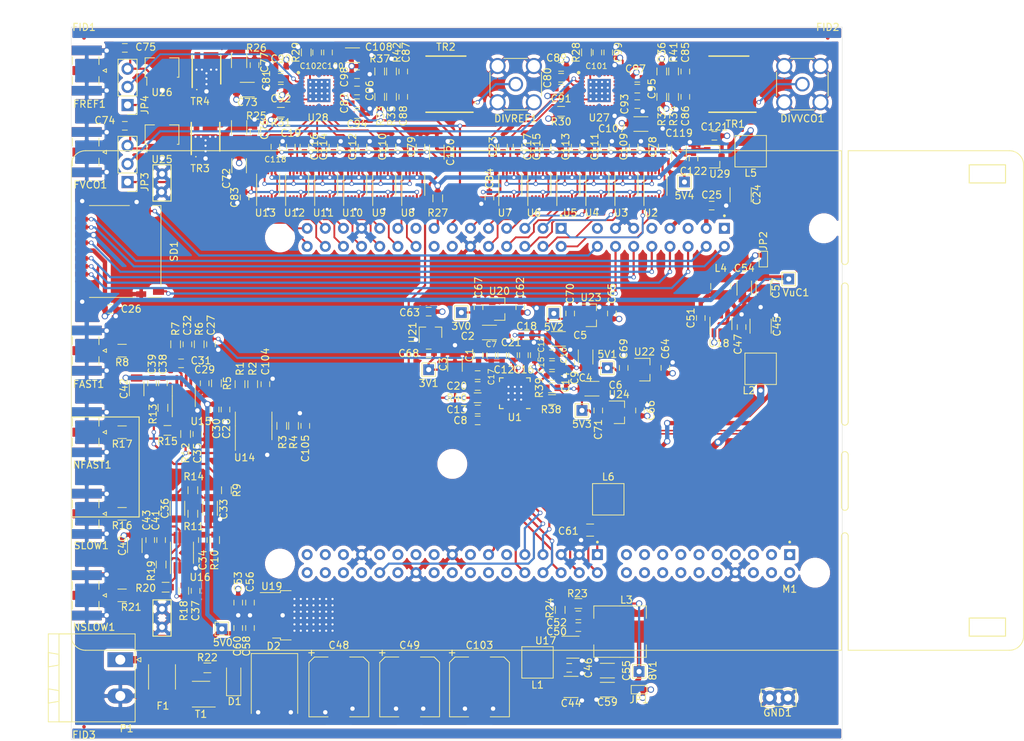
<source format=kicad_pcb>
(kicad_pcb (version 20171130) (host pcbnew "(5.1.12)-1")
  (layers (0 F.Cu signal) (1 In1.Cu power hide) (2 In2.Cu power hide) (31 B.Cu signal hide) (34 B.Paste user) (35 F.Paste user) (36 B.SilkS user) (37 F.SilkS user) (38 B.Mask user) (39 F.Mask user) (44 Edge.Cuts user))
  (net 0 "")
  (net 1 AVDD)
  (net 2 DVDD)
  (net 3 VCCPD)
  (net 4 VDDCP)
  (net 5 "Net-(8V1-Pad1)")
  (net 6 "Net-(C1-Pad1)")
  (net 7 GND)
  (net 8 VuC)
  (net 9 CP)
  (net 10 +5VA)
  (net 11 "Net-(C29-Pad1)")
  (net 12 "Net-(C31-Pad2)")
  (net 13 "Net-(C31-Pad1)")
  (net 14 "Net-(C32-Pad2)")
  (net 15 "Net-(C33-Pad1)")
  (net 16 "Net-(C34-Pad1)")
  (net 17 "Net-(C35-Pad1)")
  (net 18 "Net-(C36-Pad2)")
  (net 19 "Net-(C36-Pad1)")
  (net 20 "Net-(C37-Pad1)")
  (net 21 "Net-(C44-Pad1)")
  (net 22 "Net-(C45-Pad1)")
  (net 23 +15V)
  (net 24 "Net-(C50-Pad1)")
  (net 25 "Net-(C50-Pad2)")
  (net 26 "Net-(C51-Pad1)")
  (net 27 "Net-(C51-Pad2)")
  (net 28 "Net-(C52-Pad2)")
  (net 29 +8V)
  (net 30 "Net-(C54-Pad1)")
  (net 31 VAREF)
  (net 32 "Net-(C74-Pad2)")
  (net 33 "Net-(C74-Pad1)")
  (net 34 "Net-(C75-Pad2)")
  (net 35 "Net-(C75-Pad1)")
  (net 36 "Net-(C80-Pad2)")
  (net 37 "Net-(C81-Pad2)")
  (net 38 "Net-(C82-Pad2)")
  (net 39 "Net-(C85-Pad2)")
  (net 40 "/Inputs and prescaler/DIV10+")
  (net 41 "Net-(C86-Pad2)")
  (net 42 "/Inputs and prescaler/DIV10-")
  (net 43 "Net-(C87-Pad2)")
  (net 44 "/Inputs and prescaler/DIV20+")
  (net 45 "/Inputs and prescaler/DIV20-")
  (net 46 "Net-(C88-Pad2)")
  (net 47 +3V3)
  (net 48 "Net-(D1-Pad2)")
  (net 49 "Net-(DIVREF1-Pad1)")
  (net 50 "Net-(DIVVCO1-Pad1)")
  (net 51 "Net-(F1-Pad1)")
  (net 52 "Net-(F1-Pad2)")
  (net 53 "Net-(FAST1-Pad1)")
  (net 54 REFEN)
  (net 55 UPSAT)
  (net 56 "/Microcontroller F030/AS1_7")
  (net 57 "/Microcontroller F030/BS1_2")
  (net 58 LD-D0)
  (net 59 DNSAT)
  (net 60 SCK)
  (net 61 CEN)
  (net 62 MISO)
  (net 63 MOSI)
  (net 64 NSS)
  (net 65 "/Microcontroller F030/BS1_5")
  (net 66 "/Microcontroller F030/AS1_5")
  (net 67 "/Microcontroller F030/BS1_4")
  (net 68 "/Microcontroller F030/AS1_6")
  (net 69 "/Microcontroller F030/BS1_6")
  (net 70 "/Microcontroller F030/BS1_7")
  (net 71 "/Microcontroller F030/AS1_2")
  (net 72 SYNCB)
  (net 73 "/Microcontroller F030/AS1_3")
  (net 74 "/Microcontroller F030/AS1_4")
  (net 75 "/Microcontroller F030/BS1_3")
  (net 76 "/Microcontroller F030/BS2_7")
  (net 77 "/Microcontroller F030/AS2_7")
  (net 78 "/Microcontroller F030/BS2_6")
  (net 79 "/Microcontroller F030/AS2_6")
  (net 80 "/Microcontroller F030/BS2_5")
  (net 81 "/Microcontroller F030/AS2_5")
  (net 82 "/Microcontroller F030/BS2_4")
  (net 83 "/Microcontroller F030/AS2_4")
  (net 84 "/Microcontroller F030/BS2_3")
  (net 85 "/Microcontroller F030/AS2_3")
  (net 86 "/Microcontroller F030/BS2_2")
  (net 87 "/Microcontroller F030/AS2_2")
  (net 88 "/Microcontroller F030/uC feed and SDcard/SD_DET1")
  (net 89 "/Microcontroller F030/uC feed and SDcard/SD_DET2")
  (net 90 "/Microcontroller F030/uC feed and SDcard/SD_CMD")
  (net 91 "/Microcontroller F030/uC feed and SDcard/SD_CK")
  (net 92 "/Microcontroller F030/uC feed and SDcard/SD_D3")
  (net 93 "/Microcontroller F030/uC feed and SDcard/SD_D2")
  (net 94 "/Microcontroller F030/uC feed and SDcard/SD_D1")
  (net 95 "/Microcontroller F030/uC feed and SDcard/SD_D0")
  (net 96 "Net-(NFAST1-Pad1)")
  (net 97 "Net-(NSLOW1-Pad1)")
  (net 98 "Net-(R1-Pad1)")
  (net 99 "/Loop filter and outputs/VHALF")
  (net 100 "/Loop filter and outputs/VQUOTER")
  (net 101 "Net-(R13-Pad2)")
  (net 102 "Net-(R15-Pad2)")
  (net 103 "Net-(R16-Pad2)")
  (net 104 "Net-(R19-Pad2)")
  (net 105 "Net-(R20-Pad2)")
  (net 106 "Net-(R28-Pad1)")
  (net 107 "Net-(R29-Pad1)")
  (net 108 "Net-(R30-Pad1)")
  (net 109 "Net-(R31-Pad1)")
  (net 110 "/Inputs and prescaler/DIV11+")
  (net 111 DIV1+)
  (net 112 DIV1-)
  (net 113 "/Inputs and prescaler/DIV11-")
  (net 114 DIV2)
  (net 115 "Net-(R40-Pad1)")
  (net 116 S1_2)
  (net 117 +5V)
  (net 118 S1_3)
  (net 119 S1_4)
  (net 120 S1_5)
  (net 121 S1_6)
  (net 122 S1_7)
  (net 123 S2_2)
  (net 124 S2_3)
  (net 125 S2_4)
  (net 126 S2_5)
  (net 127 S2_6)
  (net 128 S2_7)
  (net 129 VDDPD)
  (net 130 "Net-(JP3-Pad1)")
  (net 131 "Net-(JP3-Pad2)")
  (net 132 "Net-(JP4-Pad2)")
  (net 133 "Net-(JP4-Pad1)")
  (net 134 "Net-(R25-Pad2)")
  (net 135 "Net-(R26-Pad2)")
  (net 136 "Net-(TR3-Pad1)")
  (net 137 "Net-(TR4-Pad1)")
  (net 138 "Net-(C104-Pad1)")
  (net 139 "Net-(C105-Pad1)")
  (net 140 "/Microcontroller F030/REF2_1:3")
  (net 141 "/Microcontroller F030/REF1_1:3")
  (net 142 REF223)
  (net 143 REF123)
  (module Capacitors_SMD:C_0603 (layer F.Cu) (at 24.257 23.876 270)
    (fp_text reference C83 (at 0 1.397 90) (layer F.SilkS))
    (fp_text value "100n 50V X7R")
    (pad 2 smd rect (at 0.75 0 270) (size 0.8 0.75) (layers F.Cu F.Paste F.Mask) (net 7 GND))
    (pad 1 smd rect (at -0.75 0 270) (size 0.8 0.75) (layers F.Cu F.Paste F.Mask) (net 142 REF223))
  )
  (module ff_lib:ADT21T1P (layer F.Cu) (at 92.075 8.001 90)
    (fp_text reference TR1 (at -5.588 0.889 180) (layer F.SilkS))
    (fp_text value ADT2-1T+ hide)
    (pad 1 smd rect (at -2.54 2.54 90) (size 1.65 2.54) (layers F.Cu F.Paste F.Mask) (net 50 "Net-(DIVVCO1-Pad1)"))
    (pad 2 smd rect (at 0 2.54 90) (size 1.65 2.54) (layers F.Cu F.Paste F.Mask))
    (pad 3 smd rect (at 2.54 2.54 90) (size 1.65 2.54) (layers F.Cu F.Paste F.Mask) (net 7 GND))
    (pad 4 smd rect (at 2.54 -2.54 90) (size 1.65 2.54) (layers F.Cu F.Paste F.Mask) (net 39 "Net-(C85-Pad2)"))
    (pad 5 smd rect (at 0 -2.54 90) (size 1.65 2.54) (layers F.Cu F.Paste F.Mask))
    (pad 6 smd rect (at -2.54 -2.54 90) (size 1.65 2.54) (layers F.Cu F.Paste F.Mask) (net 41 "Net-(C86-Pad2)"))
  )
  (module ff_lib:ADT21T1P (layer F.Cu) (at 52.451 8.001 90)
    (fp_text reference TR2 (at 5.207 0 180) (layer F.SilkS))
    (fp_text value ADT2-1T+ hide)
    (pad 1 smd rect (at -2.54 2.54 90) (size 1.65 2.54) (layers F.Cu F.Paste F.Mask) (net 49 "Net-(DIVREF1-Pad1)"))
    (pad 2 smd rect (at 0 2.54 90) (size 1.65 2.54) (layers F.Cu F.Paste F.Mask))
    (pad 3 smd rect (at 2.54 2.54 90) (size 1.65 2.54) (layers F.Cu F.Paste F.Mask) (net 7 GND))
    (pad 4 smd rect (at 2.54 -2.54 90) (size 1.65 2.54) (layers F.Cu F.Paste F.Mask) (net 43 "Net-(C87-Pad2)"))
    (pad 5 smd rect (at 0 -2.54 90) (size 1.65 2.54) (layers F.Cu F.Paste F.Mask))
    (pad 6 smd rect (at -2.54 -2.54 90) (size 1.65 2.54) (layers F.Cu F.Paste F.Mask) (net 46 "Net-(C88-Pad2)"))
  )
  (module ff_lib:TCBT14 (layer F.Cu) (at 18.796 15.367)
    (fp_text reference TR3 (at -0.762 4.445) (layer F.SilkS))
    (fp_text value TCBT-14+ hide)
    (pad 1 smd rect (at -1.27 1.61) (size 0.79 1.68) (layers F.Cu F.Paste F.Mask) (net 136 "Net-(TR3-Pad1)"))
    (pad 2 smd rect (at 1.27 1.61) (size 0.79 1.68) (layers F.Cu F.Paste F.Mask) (net 130 "Net-(JP3-Pad1)"))
    (pad 3 smd rect (at 0.635 -1.61 90) (size 1.68 2.06) (layers F.Cu F.Paste F.Mask) (net 134 "Net-(R25-Pad2)"))
    (pad 4 smd rect (at -1.27 -1.61) (size 0.79 1.68) (layers F.Cu F.Paste F.Mask))
    (pad 5 smd rect (at 0 0 90) (size 0.69 3.33) (layers F.Cu F.Paste F.Mask) (net 7 GND))
    (pad 5 smd rect (at 0 1.395) (size 0.79 2.11) (layers F.Cu F.Paste F.Mask) (net 7 GND))
  )
  (module ff_lib:TCBT14 (layer F.Cu) (at 18.923 5.969)
    (fp_text reference TR4 (at -0.889 4.445) (layer F.SilkS))
    (fp_text value TCBT-14+ hide)
    (pad 1 smd rect (at -1.27 1.61) (size 0.79 1.68) (layers F.Cu F.Paste F.Mask) (net 137 "Net-(TR4-Pad1)"))
    (pad 2 smd rect (at 1.27 1.61) (size 0.79 1.68) (layers F.Cu F.Paste F.Mask) (net 133 "Net-(JP4-Pad1)"))
    (pad 3 smd rect (at 0.635 -1.61 90) (size 1.68 2.06) (layers F.Cu F.Paste F.Mask) (net 135 "Net-(R26-Pad2)"))
    (pad 4 smd rect (at -1.27 -1.61) (size 0.79 1.68) (layers F.Cu F.Paste F.Mask))
    (pad 5 smd rect (at 0 0 90) (size 0.69 3.33) (layers F.Cu F.Paste F.Mask) (net 7 GND))
    (pad 5 smd rect (at 0 1.395) (size 0.79 2.11) (layers F.Cu F.Paste F.Mask) (net 7 GND))
  )
  (module Connectors_TestPoints:Test_Point_THTPad_1.5x1.5mm_Drill0.7mm (layer F.Cu) (at 54.61 40.005 180)
    (fp_text reference 3V0 (at 0 -1.905) (layer F.SilkS))
    (fp_text value TestPoint)
    (pad 1 thru_hole rect (at 0 0 180) (size 1.5 1.5) (drill 0.7) (layers *.Cu *.Mask) (net 1 AVDD))
  )
  (module Connectors_TestPoints:Test_Point_THTPad_1.5x1.5mm_Drill0.7mm (layer F.Cu) (at 50.038 48.006 270)
    (fp_text reference 3V1 (at 1.905 0 180) (layer F.SilkS))
    (fp_text value TestPoint)
    (pad 1 thru_hole rect (at 0 0 270) (size 1.5 1.5) (drill 0.7) (layers *.Cu *.Mask) (net 2 DVDD))
  )
  (module Connectors_TestPoints:Test_Point_THTPad_1.5x1.5mm_Drill0.7mm (layer F.Cu) (at 21.082 84.328 270)
    (fp_text reference 5V0 (at 1.905 -0.127 180) (layer F.SilkS))
    (fp_text value TestPoint)
    (pad 1 thru_hole rect (at 0 0 270) (size 1.5 1.5) (drill 0.7) (layers *.Cu *.Mask) (net 10 +5VA))
  )
  (module Connectors_TestPoints:Test_Point_THTPad_1.5x1.5mm_Drill0.7mm (layer F.Cu) (at 75.057 47.752 180)
    (fp_text reference 5V1 (at 0 1.905) (layer F.SilkS))
    (fp_text value TestPoint)
    (pad 1 thru_hole rect (at 0 0 180) (size 1.5 1.5) (drill 0.7) (layers *.Cu *.Mask) (net 3 VCCPD))
  )
  (module Connectors_TestPoints:Test_Point_THTPad_1.5x1.5mm_Drill0.7mm (layer F.Cu) (at 67.564 40.132 180)
    (fp_text reference 5V2 (at 0 -1.905) (layer F.SilkS))
    (fp_text value TestPoint)
    (pad 1 thru_hole rect (at 0 0 180) (size 1.5 1.5) (drill 0.7) (layers *.Cu *.Mask) (net 129 VDDPD))
  )
  (module Connectors_TestPoints:Test_Point_THTPad_1.5x1.5mm_Drill0.7mm (layer F.Cu) (at 71.501 53.721 180)
    (fp_text reference 5V3 (at 0 -1.905) (layer F.SilkS))
    (fp_text value TestPoint)
    (pad 1 thru_hole rect (at 0 0 180) (size 1.5 1.5) (drill 0.7) (layers *.Cu *.Mask) (net 4 VDDCP))
  )
  (module Connectors_TestPoints:Test_Point_THTPad_1.5x1.5mm_Drill0.7mm (layer F.Cu) (at 79.502 90.297 90)
    (fp_text reference 8V1 (at 0.127 1.905 90) (layer F.SilkS))
    (fp_text value TestPoint)
    (pad 1 thru_hole rect (at 0 0 90) (size 1.5 1.5) (drill 0.7) (layers *.Cu *.Mask) (net 5 "Net-(8V1-Pad1)"))
  )
  (module Capacitors_SMD:C_0603 (layer F.Cu) (at 57.023 45.974 90)
    (fp_text reference C1 (at 0 -1.27 90) (layer F.SilkS))
    (fp_text value "1n 50V C0G")
    (pad 1 smd rect (at -0.75 0 90) (size 0.8 0.75) (layers F.Cu F.Paste F.Mask) (net 6 "Net-(C1-Pad1)"))
    (pad 2 smd rect (at 0.75 0 90) (size 0.8 0.75) (layers F.Cu F.Paste F.Mask) (net 1 AVDD))
  )
  (module Capacitors_SMD:C_1206 (layer F.Cu) (at 58.547 42.799)
    (fp_text reference C2 (at -3.048 0.508) (layer F.SilkS))
    (fp_text value "10uF 25V X5R")
    (pad 1 smd rect (at -1.5 0) (size 1 1.6) (layers F.Cu F.Paste F.Mask) (net 1 AVDD))
    (pad 2 smd rect (at 1.5 0) (size 1 1.6) (layers F.Cu F.Paste F.Mask) (net 7 GND))
  )
  (module Capacitors_SMD:C_1206 (layer F.Cu) (at 53.721 47.244 90)
    (fp_text reference C3 (at 0 -1.651 90) (layer F.SilkS))
    (fp_text value "10uF 25V X5R")
    (pad 2 smd rect (at 1.5 0 90) (size 1 1.6) (layers F.Cu F.Paste F.Mask) (net 7 GND))
    (pad 1 smd rect (at -1.5 0 90) (size 1 1.6) (layers F.Cu F.Paste F.Mask) (net 2 DVDD))
  )
  (module Capacitors_SMD:C_1206 (layer F.Cu) (at 72.009 46.228 90)
    (fp_text reference C4 (at -2.921 0 180) (layer F.SilkS))
    (fp_text value "10uF 25V X5R")
    (pad 1 smd rect (at -1.5 0 90) (size 1 1.6) (layers F.Cu F.Paste F.Mask) (net 3 VCCPD))
    (pad 2 smd rect (at 1.5 0 90) (size 1 1.6) (layers F.Cu F.Paste F.Mask) (net 7 GND))
  )
  (module Capacitors_SMD:C_1206 (layer F.Cu) (at 68.199 43.688)
    (fp_text reference C5 (at 3.048 -0.508) (layer F.SilkS))
    (fp_text value "10uF 25V X5R")
    (pad 1 smd rect (at -1.5 0) (size 1 1.6) (layers F.Cu F.Paste F.Mask) (net 129 VDDPD))
    (pad 2 smd rect (at 1.5 0) (size 1 1.6) (layers F.Cu F.Paste F.Mask) (net 7 GND))
  )
  (module Capacitors_SMD:C_1206 (layer F.Cu) (at 72.898 50.673)
    (fp_text reference C6 (at 3.302 -0.508) (layer F.SilkS))
    (fp_text value "10uF 25V X5R")
    (pad 1 smd rect (at -1.5 0) (size 1 1.6) (layers F.Cu F.Paste F.Mask) (net 4 VDDCP))
    (pad 2 smd rect (at 1.5 0) (size 1 1.6) (layers F.Cu F.Paste F.Mask) (net 7 GND))
  )
  (module Capacitors_SMD:C_0603 (layer F.Cu) (at 58.801 45.974 90)
    (fp_text reference C7 (at 1.524 0 180) (layer F.SilkS) (effects (font (size 0.8 0.8) (thickness 0.12))))
    (fp_text value "100n 50V X7R")
    (pad 2 smd rect (at 0.75 0 90) (size 0.8 0.75) (layers F.Cu F.Paste F.Mask) (net 7 GND))
    (pad 1 smd rect (at -0.75 0 90) (size 0.8 0.75) (layers F.Cu F.Paste F.Mask) (net 1 AVDD))
  )
  (module Capacitors_SMD:C_0603 (layer F.Cu) (at 56.896 55.118 180)
    (fp_text reference C8 (at 2.413 0) (layer F.SilkS))
    (fp_text value "100n 50V X7R")
    (pad 2 smd rect (at 0.75 0 180) (size 0.8 0.75) (layers F.Cu F.Paste F.Mask) (net 7 GND))
    (pad 1 smd rect (at -0.75 0 180) (size 0.8 0.75) (layers F.Cu F.Paste F.Mask) (net 2 DVDD))
  )
  (module Capacitors_SMD:C_0603 (layer F.Cu) (at 69.85 46.99 90)
    (fp_text reference C9 (at -2.159 0.635 90) (layer F.SilkS))
    (fp_text value "100n 50V X7R")
    (pad 2 smd rect (at 0.75 0 90) (size 0.8 0.75) (layers F.Cu F.Paste F.Mask) (net 7 GND))
    (pad 1 smd rect (at -0.75 0 90) (size 0.8 0.75) (layers F.Cu F.Paste F.Mask) (net 3 VCCPD))
  )
  (module Capacitors_SMD:C_0603 (layer F.Cu) (at 67.31 45.847)
    (fp_text reference C10 (at 1.651 0.127 90) (layer F.SilkS) (effects (font (size 0.8 0.8) (thickness 0.12))))
    (fp_text value "100n 50V X7R")
    (pad 2 smd rect (at 0.75 0) (size 0.8 0.75) (layers F.Cu F.Paste F.Mask) (net 7 GND))
    (pad 1 smd rect (at -0.75 0) (size 0.8 0.75) (layers F.Cu F.Paste F.Mask) (net 129 VDDPD))
  )
  (module Capacitors_SMD:C_0603 (layer F.Cu) (at 64.897 45.974 90)
    (fp_text reference C11 (at 1.524 0.889 90) (layer F.SilkS) (effects (font (size 0.8 0.8) (thickness 0.12))))
    (fp_text value "100n 50V X7R")
    (pad 2 smd rect (at 0.75 0 90) (size 0.8 0.75) (layers F.Cu F.Paste F.Mask) (net 7 GND))
    (pad 1 smd rect (at -0.75 0 90) (size 0.8 0.75) (layers F.Cu F.Paste F.Mask) (net 4 VDDCP))
  )
  (module Capacitors_SMD:C_0603 (layer F.Cu) (at 60.325 45.974 90)
    (fp_text reference C12 (at -2.032 0.254 180) (layer F.SilkS))
    (fp_text value "1n 50V C0G")
    (pad 1 smd rect (at -0.75 0 90) (size 0.8 0.75) (layers F.Cu F.Paste F.Mask) (net 1 AVDD))
    (pad 2 smd rect (at 0.75 0 90) (size 0.8 0.75) (layers F.Cu F.Paste F.Mask) (net 7 GND))
  )
  (module Capacitors_SMD:C_0603 (layer F.Cu) (at 56.896 53.594 180)
    (fp_text reference C13 (at 2.921 0) (layer F.SilkS))
    (fp_text value "1n 50V C0G")
    (pad 1 smd rect (at -0.75 0 180) (size 0.8 0.75) (layers F.Cu F.Paste F.Mask) (net 2 DVDD))
    (pad 2 smd rect (at 0.75 0 180) (size 0.8 0.75) (layers F.Cu F.Paste F.Mask) (net 7 GND))
  )
  (module Capacitors_SMD:C_0603 (layer F.Cu) (at 67.31 48.895)
    (fp_text reference C14 (at 1.905 0.889 90) (layer F.SilkS))
    (fp_text value "1n 50V C0G")
    (pad 1 smd rect (at -0.75 0) (size 0.8 0.75) (layers F.Cu F.Paste F.Mask) (net 3 VCCPD))
    (pad 2 smd rect (at 0.75 0) (size 0.8 0.75) (layers F.Cu F.Paste F.Mask) (net 7 GND))
  )
  (module Capacitors_SMD:C_0603 (layer F.Cu) (at 67.31 47.371)
    (fp_text reference C15 (at -1.524 0 90) (layer F.SilkS) (effects (font (size 0.8 0.8) (thickness 0.12))))
    (fp_text value "1n 50V C0G")
    (pad 1 smd rect (at -0.75 0) (size 0.8 0.75) (layers F.Cu F.Paste F.Mask) (net 129 VDDPD))
    (pad 2 smd rect (at 0.75 0) (size 0.8 0.75) (layers F.Cu F.Paste F.Mask) (net 7 GND))
  )
  (module Capacitors_SMD:C_0603 (layer F.Cu) (at 63.373 45.974 90)
    (fp_text reference C16 (at -2.032 0 180) (layer F.SilkS))
    (fp_text value "1n 50V C0G")
    (pad 1 smd rect (at -0.75 0 90) (size 0.8 0.75) (layers F.Cu F.Paste F.Mask) (net 4 VDDCP))
    (pad 2 smd rect (at 0.75 0 90) (size 0.8 0.75) (layers F.Cu F.Paste F.Mask) (net 7 GND))
  )
  (module Capacitors_SMD:C_0603 (layer F.Cu) (at 56.896 48.768 180)
    (fp_text reference C17 (at -1.905 -0.254 90) (layer F.SilkS) (effects (font (size 0.8 0.8) (thickness 0.12))))
    (fp_text value "100n 50V X7R")
    (pad 2 smd rect (at 0.75 0 180) (size 0.8 0.75) (layers F.Cu F.Paste F.Mask) (net 7 GND))
    (pad 1 smd rect (at -0.75 0 180) (size 0.8 0.75) (layers F.Cu F.Paste F.Mask) (net 2 DVDD))
  )
  (module Capacitors_SMD:C_0603 (layer F.Cu) (at 63.754 43.18)
    (fp_text reference C18 (at 0 -1.27) (layer F.SilkS))
    (fp_text value "100n 50V X7R")
    (pad 2 smd rect (at 0.75 0) (size 0.8 0.75) (layers F.Cu F.Paste F.Mask) (net 7 GND))
    (pad 1 smd rect (at -0.75 0) (size 0.8 0.75) (layers F.Cu F.Paste F.Mask) (net 3 VCCPD))
  )
  (module Capacitors_SMD:C_0603 (layer F.Cu) (at 56.896 50.292 180)
    (fp_text reference C20 (at 2.921 0) (layer F.SilkS))
    (fp_text value "1n 50V C0G")
    (pad 1 smd rect (at -0.75 0 180) (size 0.8 0.75) (layers F.Cu F.Paste F.Mask) (net 2 DVDD))
    (pad 2 smd rect (at 0.75 0 180) (size 0.8 0.75) (layers F.Cu F.Paste F.Mask) (net 7 GND))
  )
  (module Capacitors_SMD:C_0603 (layer F.Cu) (at 61.849 45.974 90)
    (fp_text reference C21 (at 1.778 -0.254 180) (layer F.SilkS))
    (fp_text value "1n 50V C0G")
    (pad 2 smd rect (at 0.75 0 90) (size 0.8 0.75) (layers F.Cu F.Paste F.Mask) (net 7 GND))
    (pad 1 smd rect (at -0.75 0 90) (size 0.8 0.75) (layers F.Cu F.Paste F.Mask) (net 3 VCCPD))
  )
  (module Capacitors_SMD:C_0603 (layer F.Cu) (at 60.452 16.764 90)
    (fp_text reference C23 (at 0 -1.397 270) (layer F.SilkS))
    (fp_text value "100n 50V X7R")
    (pad 2 smd rect (at 0.75 0 90) (size 0.8 0.75) (layers F.Cu F.Paste F.Mask) (net 7 GND))
    (pad 1 smd rect (at -0.75 0 90) (size 0.8 0.75) (layers F.Cu F.Paste F.Mask) (net 141 "/Microcontroller F030/REF1_1:3"))
  )
  (module Capacitors_SMD:C_1210 (layer F.Cu) (at 93.726 23.495 270)
    (fp_text reference C24 (at 0 -2.25 90) (layer F.SilkS))
    (fp_text value "10u X7R 50V")
    (pad 1 smd rect (at -1.5 0 270) (size 1 2.5) (layers F.Cu F.Paste F.Mask) (net 8 VuC))
    (pad 2 smd rect (at 1.5 0 270) (size 1 2.5) (layers F.Cu F.Paste F.Mask) (net 7 GND))
  )
  (module Capacitors_SMD:C_0603 (layer F.Cu) (at 89.662 25.019)
    (fp_text reference C25 (at 0 -1.5) (layer F.SilkS))
    (fp_text value "100n X7R 50V")
    (pad 1 smd rect (at -0.75 0) (size 0.8 0.75) (layers F.Cu F.Paste F.Mask) (net 8 VuC))
    (pad 2 smd rect (at 0.75 0) (size 0.8 0.75) (layers F.Cu F.Paste F.Mask) (net 7 GND))
  )
  (module Capacitors_SMD:C_0603 (layer F.Cu) (at 5.461 39.497)
    (fp_text reference C26 (at 2.921 0) (layer F.SilkS))
    (fp_text value "100n X7R 50V")
    (pad 2 smd rect (at 0.75 0) (size 0.8 0.75) (layers F.Cu F.Paste F.Mask) (net 7 GND))
    (pad 1 smd rect (at -0.75 0) (size 0.8 0.75) (layers F.Cu F.Paste F.Mask) (net 8 VuC))
  )
  (module Capacitors_SMD:C_0603 (layer F.Cu) (at 19.558 44.45 90)
    (fp_text reference C27 (at 2.667 0 90) (layer F.SilkS))
    (fp_text value "470p 50V C0G")
    (pad 1 smd rect (at -0.75 0 90) (size 0.8 0.75) (layers F.Cu F.Paste F.Mask) (net 7 GND))
    (pad 2 smd rect (at 0.75 0 90) (size 0.8 0.75) (layers F.Cu F.Paste F.Mask) (net 9 CP))
  )
  (module Capacitors_SMD:C_0603 (layer F.Cu) (at 21.59 53.594 270)
    (fp_text reference C28 (at 2.667 -0.127 90) (layer F.SilkS))
    (fp_text value "100p 50V C0G")
    (pad 2 smd rect (at 0.75 0 270) (size 0.8 0.75) (layers F.Cu F.Paste F.Mask) (net 7 GND))
    (pad 1 smd rect (at -0.75 0 270) (size 0.8 0.75) (layers F.Cu F.Paste F.Mask) (net 10 +5VA))
  )
  (module Capacitors_SMD:C_0603 (layer F.Cu) (at 18.669 49.911 270)
    (fp_text reference C29 (at -1.905 0 180) (layer F.SilkS))
    (fp_text value "10n 50V C0G")
    (pad 2 smd rect (at 0.75 0 270) (size 0.8 0.75) (layers F.Cu F.Paste F.Mask) (net 7 GND))
    (pad 1 smd rect (at -0.75 0 270) (size 0.8 0.75) (layers F.Cu F.Paste F.Mask) (net 11 "Net-(C29-Pad1)"))
  )
  (module Capacitors_SMD:C_0603 (layer F.Cu) (at 20.066 53.594 270)
    (fp_text reference C30 (at 2.667 -0.254 90) (layer F.SilkS))
    (fp_text value "100n 50V X7R")
    (pad 1 smd rect (at -0.75 0 270) (size 0.8 0.75) (layers F.Cu F.Paste F.Mask) (net 10 +5VA))
    (pad 2 smd rect (at 0.75 0 270) (size 0.8 0.75) (layers F.Cu F.Paste F.Mask) (net 7 GND))
  )
  (module Capacitors_SMD:C_0603 (layer F.Cu) (at 15.367 47.117 180)
    (fp_text reference C31 (at -2.794 0.381) (layer F.SilkS))
    (fp_text value DNP)
    (pad 2 smd rect (at 0.75 0 180) (size 0.8 0.75) (layers F.Cu F.Paste F.Mask) (net 12 "Net-(C31-Pad2)"))
    (pad 1 smd rect (at -0.75 0 180) (size 0.8 0.75) (layers F.Cu F.Paste F.Mask) (net 13 "Net-(C31-Pad1)"))
  )
  (module Capacitors_SMD:C_0603 (layer F.Cu) (at 16.256 44.45 90)
    (fp_text reference C32 (at 2.667 0 90) (layer F.SilkS))
    (fp_text value "10n 50V C0G")
    (pad 1 smd rect (at -0.75 0 90) (size 0.8 0.75) (layers F.Cu F.Paste F.Mask) (net 13 "Net-(C31-Pad1)"))
    (pad 2 smd rect (at 0.75 0 90) (size 0.8 0.75) (layers F.Cu F.Paste F.Mask) (net 14 "Net-(C32-Pad2)"))
  )
  (module Capacitors_SMD:C_1206 (layer F.Cu) (at 19.431 67.437 270)
    (fp_text reference C33 (at 0.127 -1.905 90) (layer F.SilkS))
    (fp_text value "100n 50V C0G")
    (pad 2 smd rect (at 1.5 0 270) (size 1 1.6) (layers F.Cu F.Paste F.Mask) (net 7 GND))
    (pad 1 smd rect (at -1.5 0 270) (size 1 1.6) (layers F.Cu F.Paste F.Mask) (net 15 "Net-(C33-Pad1)"))
  )
  (module Capacitors_SMD:C_0603 (layer F.Cu) (at 18.415 71.882 270)
    (fp_text reference C34 (at 2.794 0 90) (layer F.SilkS))
    (fp_text value "10n 50V C0G")
    (pad 2 smd rect (at 0.75 0 270) (size 0.8 0.75) (layers F.Cu F.Paste F.Mask) (net 7 GND))
    (pad 1 smd rect (at -0.75 0 270) (size 0.8 0.75) (layers F.Cu F.Paste F.Mask) (net 16 "Net-(C34-Pad1)"))
  )
  (module Capacitors_SMD:C_0603 (layer F.Cu) (at 17.653 57.023 270)
    (fp_text reference C35 (at 2.667 0 90) (layer F.SilkS))
    (fp_text value "10n 50V C0G")
    (pad 1 smd rect (at -0.75 0 270) (size 0.8 0.75) (layers F.Cu F.Paste F.Mask) (net 17 "Net-(C35-Pad1)"))
    (pad 2 smd rect (at 0.75 0 270) (size 0.8 0.75) (layers F.Cu F.Paste F.Mask) (net 7 GND))
  )
  (module Capacitors_SMD:C_1206 (layer F.Cu) (at 14.859 67.437 90)
    (fp_text reference C36 (at 0 -1.75 90) (layer F.SilkS))
    (fp_text value "20n 50V C0G")
    (pad 2 smd rect (at 1.5 0 90) (size 1 1.6) (layers F.Cu F.Paste F.Mask) (net 18 "Net-(C36-Pad2)"))
    (pad 1 smd rect (at -1.5 0 90) (size 1 1.6) (layers F.Cu F.Paste F.Mask) (net 19 "Net-(C36-Pad1)"))
  )
  (module Capacitors_SMD:C_0603 (layer F.Cu) (at 17.399 78.994 270)
    (fp_text reference C37 (at 2.794 0 90) (layer F.SilkS))
    (fp_text value "10n 50V C0G")
    (pad 1 smd rect (at -0.75 0 270) (size 0.8 0.75) (layers F.Cu F.Paste F.Mask) (net 20 "Net-(C37-Pad1)"))
    (pad 2 smd rect (at 0.75 0 270) (size 0.8 0.75) (layers F.Cu F.Paste F.Mask) (net 7 GND))
  )
  (module Capacitors_SMD:C_0603 (layer F.Cu) (at 12.827 49.911 270)
    (fp_text reference C38 (at -2.667 0 90) (layer F.SilkS))
    (fp_text value "100p 50V C0G")
    (pad 2 smd rect (at 0.75 0 270) (size 0.8 0.75) (layers F.Cu F.Paste F.Mask) (net 7 GND))
    (pad 1 smd rect (at -0.75 0 270) (size 0.8 0.75) (layers F.Cu F.Paste F.Mask) (net 10 +5VA))
  )
  (module Capacitors_SMD:C_0603 (layer F.Cu) (at 11.303 49.911 270)
    (fp_text reference C39 (at -2.667 0 90) (layer F.SilkS))
    (fp_text value "100n 50V X7R")
    (pad 1 smd rect (at -0.75 0 270) (size 0.8 0.75) (layers F.Cu F.Paste F.Mask) (net 10 +5VA))
    (pad 2 smd rect (at 0.75 0 270) (size 0.8 0.75) (layers F.Cu F.Paste F.Mask) (net 7 GND))
  )
  (module Capacitors_SMD:C_1206 (layer F.Cu) (at 8.89 72.644 90)
    (fp_text reference C40 (at 0 -1.75 90) (layer F.SilkS))
    (fp_text value "10uF 25V X5R")
    (pad 2 smd rect (at 1.5 0 90) (size 1 1.6) (layers F.Cu F.Paste F.Mask) (net 10 +5VA))
    (pad 1 smd rect (at -1.5 0 90) (size 1 1.6) (layers F.Cu F.Paste F.Mask) (net 7 GND))
  )
  (module Capacitors_SMD:C_0603 (layer F.Cu) (at 12.573 71.882 270)
    (fp_text reference C41 (at -2.794 0.762 90) (layer F.SilkS))
    (fp_text value "100p 50V C0G")
    (pad 2 smd rect (at 0.75 0 270) (size 0.8 0.75) (layers F.Cu F.Paste F.Mask) (net 7 GND))
    (pad 1 smd rect (at -0.75 0 270) (size 0.8 0.75) (layers F.Cu F.Paste F.Mask) (net 10 +5VA))
  )
  (module Capacitors_SMD:C_1206 (layer F.Cu) (at 9.144 50.673 270)
    (fp_text reference C42 (at 0 1.778 90) (layer F.SilkS))
    (fp_text value "10uF 25V X5R")
    (pad 1 smd rect (at -1.5 0 270) (size 1 1.6) (layers F.Cu F.Paste F.Mask) (net 10 +5VA))
    (pad 2 smd rect (at 1.5 0 270) (size 1 1.6) (layers F.Cu F.Paste F.Mask) (net 7 GND))
  )
  (module Capacitors_SMD:C_0603 (layer F.Cu) (at 11.049 71.882 270)
    (fp_text reference C43 (at -2.794 0.508 90) (layer F.SilkS))
    (fp_text value "100n 50V X7R")
    (pad 1 smd rect (at -0.75 0 270) (size 0.8 0.75) (layers F.Cu F.Paste F.Mask) (net 10 +5VA))
    (pad 2 smd rect (at 0.75 0 270) (size 0.8 0.75) (layers F.Cu F.Paste F.Mask) (net 7 GND))
  )
  (module Capacitors_SMD:C_1210 (layer F.Cu) (at 69.977 92.456)
    (fp_text reference C44 (at 0 2.286) (layer F.SilkS))
    (fp_text value GRM32ER71H106KA12L)
    (pad 1 smd rect (at -1.5 0) (size 1 2.5) (layers F.Cu F.Paste F.Mask) (net 21 "Net-(C44-Pad1)"))
    (pad 2 smd rect (at 1.5 0) (size 1 2.5) (layers F.Cu F.Paste F.Mask) (net 7 GND))
  )
  (module Capacitors_SMD:C_1210 (layer F.Cu) (at 96.52 41.91 90)
    (fp_text reference C45 (at 0 2.286 90) (layer F.SilkS))
    (fp_text value GRM32ER71H106KA12L)
    (pad 2 smd rect (at 1.5 0 90) (size 1 2.5) (layers F.Cu F.Paste F.Mask) (net 7 GND))
    (pad 1 smd rect (at -1.5 0 90) (size 1 2.5) (layers F.Cu F.Paste F.Mask) (net 22 "Net-(C45-Pad1)"))
  )
  (module Capacitors_SMD:C_0603 (layer F.Cu) (at 69.723 89.789)
    (fp_text reference C46 (at 2.667 0 90) (layer F.SilkS))
    (fp_text value "100n 50V X7R")
    (pad 2 smd rect (at 0.75 0) (size 0.8 0.75) (layers F.Cu F.Paste F.Mask) (net 7 GND))
    (pad 1 smd rect (at -0.75 0) (size 0.8 0.75) (layers F.Cu F.Paste F.Mask) (net 21 "Net-(C44-Pad1)"))
  )
  (module Capacitors_SMD:C_0603 (layer F.Cu) (at 93.853 42.037 90)
    (fp_text reference C47 (at -2.413 -0.508 90) (layer F.SilkS))
    (fp_text value "100n 50V X7R")
    (pad 2 smd rect (at 0.75 0 90) (size 0.8 0.75) (layers F.Cu F.Paste F.Mask) (net 7 GND))
    (pad 1 smd rect (at -0.75 0 90) (size 0.8 0.75) (layers F.Cu F.Paste F.Mask) (net 22 "Net-(C45-Pad1)"))
  )
  (module Capacitors_SMD:C_0603 (layer F.Cu) (at 70.993 84.074 180)
    (fp_text reference C50 (at 3.048 -0.635) (layer F.SilkS))
    (fp_text value "100n 50V X7R")
    (pad 1 smd rect (at -0.75 0 180) (size 0.8 0.75) (layers F.Cu F.Paste F.Mask) (net 24 "Net-(C50-Pad1)"))
    (pad 2 smd rect (at 0.75 0 180) (size 0.8 0.75) (layers F.Cu F.Paste F.Mask) (net 25 "Net-(C50-Pad2)"))
  )
  (module Capacitors_SMD:C_0603 (layer F.Cu) (at 88.138 40.767 270)
    (fp_text reference C51 (at 0 1.397 90) (layer F.SilkS))
    (fp_text value "100n 50V X7R")
    (pad 1 smd rect (at -0.75 0 270) (size 0.8 0.75) (layers F.Cu F.Paste F.Mask) (net 26 "Net-(C51-Pad1)"))
    (pad 2 smd rect (at 0.75 0 270) (size 0.8 0.75) (layers F.Cu F.Paste F.Mask) (net 27 "Net-(C51-Pad2)"))
  )
  (module Capacitors_SMD:C_0603 (layer F.Cu) (at 70.993 82.423 180)
    (fp_text reference C52 (at 3.048 -1.016) (layer F.SilkS))
    (fp_text value "82p 50V C0G")
    (pad 1 smd rect (at -0.75 0 180) (size 0.8 0.75) (layers F.Cu F.Paste F.Mask) (net 5 "Net-(8V1-Pad1)"))
    (pad 2 smd rect (at 0.75 0 180) (size 0.8 0.75) (layers F.Cu F.Paste F.Mask) (net 28 "Net-(C52-Pad2)"))
  )
  (module Capacitors_SMD:C_0603 (layer F.Cu) (at 23.368 80.645 270)
    (fp_text reference C53 (at -2.921 0 90) (layer F.SilkS))
    (fp_text value "4u7 X5R 10V")
    (pad 2 smd rect (at 0.75 0 270) (size 0.8 0.75) (layers F.Cu F.Paste F.Mask) (net 7 GND))
    (pad 1 smd rect (at -0.75 0 270) (size 0.8 0.75) (layers F.Cu F.Paste F.Mask) (net 29 +8V))
  )
  (module Capacitors_SMD:C_1206 (layer F.Cu) (at 94.234 36.576 270)
    (fp_text reference C54 (at -2.794 0 180) (layer F.SilkS))
    (fp_text value GRM31CR71A226KE15L)
    (pad 1 smd rect (at -1.5 0 270) (size 1 1.6) (layers F.Cu F.Paste F.Mask) (net 30 "Net-(C54-Pad1)"))
    (pad 2 smd rect (at 1.5 0 270) (size 1 1.6) (layers F.Cu F.Paste F.Mask) (net 7 GND))
  )
  (module Capacitors_SMD:C_1206 (layer F.Cu) (at 75.057 90.17 180)
    (fp_text reference C55 (at -2.667 0 90) (layer F.SilkS))
    (fp_text value GRM31CR71A226KE15L)
    (pad 1 smd rect (at -1.5 0 180) (size 1 1.6) (layers F.Cu F.Paste F.Mask) (net 5 "Net-(8V1-Pad1)"))
    (pad 2 smd rect (at 1.5 0 180) (size 1 1.6) (layers F.Cu F.Paste F.Mask) (net 7 GND))
  )
  (module Capacitors_SMD:C_0603 (layer F.Cu) (at 25.019 80.645 90)
    (fp_text reference C56 (at 2.921 0 90) (layer F.SilkS))
    (fp_text value "100n 50V X7R")
    (pad 2 smd rect (at 0.75 0 90) (size 0.8 0.75) (layers F.Cu F.Paste F.Mask) (net 29 +8V))
    (pad 1 smd rect (at -0.75 0 90) (size 0.8 0.75) (layers F.Cu F.Paste F.Mask) (net 7 GND))
  )
  (module Capacitors_SMD:C_1206 (layer F.Cu) (at 96.901 36.576 270)
    (fp_text reference C57 (at 0 -1.75 90) (layer F.SilkS))
    (fp_text value GRM31CR71A226KE15L)
    (pad 2 smd rect (at 1.5 0 270) (size 1 1.6) (layers F.Cu F.Paste F.Mask) (net 7 GND))
    (pad 1 smd rect (at -1.5 0 270) (size 1 1.6) (layers F.Cu F.Paste F.Mask) (net 30 "Net-(C54-Pad1)"))
  )
  (module Capacitors_SMD:C_0603 (layer F.Cu) (at 25.019 84.201 270)
    (fp_text reference C58 (at 2.54 0.508 90) (layer F.SilkS))
    (fp_text value "100n 50V X7R")
    (pad 1 smd rect (at -0.75 0 270) (size 0.8 0.75) (layers F.Cu F.Paste F.Mask) (net 7 GND))
    (pad 2 smd rect (at 0.75 0 270) (size 0.8 0.75) (layers F.Cu F.Paste F.Mask) (net 10 +5VA))
  )
  (module Capacitors_SMD:C_1206 (layer F.Cu) (at 75.057 92.837 180)
    (fp_text reference C59 (at 0 -1.75) (layer F.SilkS))
    (fp_text value GRM31CR71A226KE15L)
    (pad 2 smd rect (at 1.5 0 180) (size 1 1.6) (layers F.Cu F.Paste F.Mask) (net 7 GND))
    (pad 1 smd rect (at -1.5 0 180) (size 1 1.6) (layers F.Cu F.Paste F.Mask) (net 5 "Net-(8V1-Pad1)"))
  )
  (module Capacitors_SMD:C_0603 (layer F.Cu) (at 23.368 84.201 90)
    (fp_text reference C60 (at -2.54 -0.127 90) (layer F.SilkS))
    (fp_text value "4u7 X5R 10V")
    (pad 1 smd rect (at -0.75 0 90) (size 0.8 0.75) (layers F.Cu F.Paste F.Mask) (net 10 +5VA))
    (pad 2 smd rect (at 0.75 0 90) (size 0.8 0.75) (layers F.Cu F.Paste F.Mask) (net 7 GND))
  )
  (module Capacitors_SMD:C_0805 (layer F.Cu) (at 72.644 70.485 180)
    (fp_text reference C61 (at 3.048 -0.127) (layer F.SilkS))
    (fp_text value GRM21BR71A106KE51L)
    (pad 1 smd rect (at -1 0 180) (size 1 1.25) (layers F.Cu F.Paste F.Mask) (net 31 VAREF))
    (pad 2 smd rect (at 1 0 180) (size 1 1.25) (layers F.Cu F.Paste F.Mask) (net 7 GND))
  )
  (module Capacitors_SMD:C_0603 (layer F.Cu) (at 62.865 39.243 90)
    (fp_text reference C62 (at 2.794 0 90) (layer F.SilkS))
    (fp_text value "4u7 X5R 10V")
    (pad 1 smd rect (at -0.75 0 90) (size 0.8 0.75) (layers F.Cu F.Paste F.Mask) (net 29 +8V))
    (pad 2 smd rect (at 0.75 0 90) (size 0.8 0.75) (layers F.Cu F.Paste F.Mask) (net 7 GND))
  )
  (module Capacitors_SMD:C_0603 (layer F.Cu) (at 50.038 39.878 180)
    (fp_text reference C63 (at 2.667 -0.127) (layer F.SilkS))
    (fp_text value "4u7 X5R 10V")
    (pad 1 smd rect (at -0.75 0 180) (size 0.8 0.75) (layers F.Cu F.Paste F.Mask) (net 29 +8V))
    (pad 2 smd rect (at 0.75 0 180) (size 0.8 0.75) (layers F.Cu F.Paste F.Mask) (net 7 GND))
  )
  (module Capacitors_SMD:C_0603 (layer F.Cu) (at 83.185 47.752 90)
    (fp_text reference C64 (at 2.667 0 90) (layer F.SilkS))
    (fp_text value "4u7 X5R 10V")
    (pad 1 smd rect (at -0.75 0 90) (size 0.8 0.75) (layers F.Cu F.Paste F.Mask) (net 29 +8V))
    (pad 2 smd rect (at 0.75 0 90) (size 0.8 0.75) (layers F.Cu F.Paste F.Mask) (net 7 GND))
  )
  (module Capacitors_SMD:C_0603 (layer F.Cu) (at 75.692 40.132 90)
    (fp_text reference C65 (at 2.794 0 90) (layer F.SilkS))
    (fp_text value "4u7 X5R 10V")
    (pad 1 smd rect (at -0.75 0 90) (size 0.8 0.75) (layers F.Cu F.Paste F.Mask) (net 29 +8V))
    (pad 2 smd rect (at 0.75 0 90) (size 0.8 0.75) (layers F.Cu F.Paste F.Mask) (net 7 GND))
  )
  (module Capacitors_SMD:C_0603 (layer F.Cu) (at 79.629 53.721 90)
    (fp_text reference C66 (at 0 1.524 90) (layer F.SilkS))
    (fp_text value "4u7 X5R 10V")
    (pad 2 smd rect (at 0.75 0 90) (size 0.8 0.75) (layers F.Cu F.Paste F.Mask) (net 7 GND))
    (pad 1 smd rect (at -0.75 0 90) (size 0.8 0.75) (layers F.Cu F.Paste F.Mask) (net 29 +8V))
  )
  (module Capacitors_SMD:C_0603 (layer F.Cu) (at 57.023 39.243 90)
    (fp_text reference C67 (at 2.794 0 90) (layer F.SilkS))
    (fp_text value "4u7 X5R 10V")
    (pad 2 smd rect (at 0.75 0 90) (size 0.8 0.75) (layers F.Cu F.Paste F.Mask) (net 7 GND))
    (pad 1 smd rect (at -0.75 0 90) (size 0.8 0.75) (layers F.Cu F.Paste F.Mask) (net 1 AVDD))
  )
  (module Capacitors_SMD:C_0603 (layer F.Cu) (at 50.038 45.72 180)
    (fp_text reference C68 (at 2.794 0) (layer F.SilkS))
    (fp_text value "4u7 X5R 10V")
    (pad 2 smd rect (at 0.75 0 180) (size 0.8 0.75) (layers F.Cu F.Paste F.Mask) (net 7 GND))
    (pad 1 smd rect (at -0.75 0 180) (size 0.8 0.75) (layers F.Cu F.Paste F.Mask) (net 2 DVDD))
  )
  (module Capacitors_SMD:C_0603 (layer F.Cu) (at 77.343 47.752 90)
    (fp_text reference C69 (at 2.667 0 90) (layer F.SilkS))
    (fp_text value "4u7 X5R 10V")
    (pad 2 smd rect (at 0.75 0 90) (size 0.8 0.75) (layers F.Cu F.Paste F.Mask) (net 7 GND))
    (pad 1 smd rect (at -0.75 0 90) (size 0.8 0.75) (layers F.Cu F.Paste F.Mask) (net 3 VCCPD))
  )
  (module Capacitors_SMD:C_0603 (layer F.Cu) (at 69.85 40.132 90)
    (fp_text reference C70 (at 2.794 0 90) (layer F.SilkS))
    (fp_text value "4u7 X5R 10V")
    (pad 2 smd rect (at 0.75 0 90) (size 0.8 0.75) (layers F.Cu F.Paste F.Mask) (net 7 GND))
    (pad 1 smd rect (at -0.75 0 90) (size 0.8 0.75) (layers F.Cu F.Paste F.Mask) (net 129 VDDPD))
  )
  (module Capacitors_SMD:C_0603 (layer F.Cu) (at 73.787 53.721 90)
    (fp_text reference C71 (at -2.667 0 90) (layer F.SilkS))
    (fp_text value "4u7 X5R 10V")
    (pad 2 smd rect (at 0.75 0 90) (size 0.8 0.75) (layers F.Cu F.Paste F.Mask) (net 7 GND))
    (pad 1 smd rect (at -0.75 0 90) (size 0.8 0.75) (layers F.Cu F.Paste F.Mask) (net 4 VDDCP))
  )
  (module Capacitors_SMD:C_1206 (layer F.Cu) (at 23.495 19.431 270)
    (fp_text reference C72 (at 1.778 1.778 90) (layer F.SilkS))
    (fp_text value "10uF 25V X5R")
    (pad 1 smd rect (at -1.5 0 270) (size 1 1.6) (layers F.Cu F.Paste F.Mask) (net 29 +8V))
    (pad 2 smd rect (at 1.5 0 270) (size 1 1.6) (layers F.Cu F.Paste F.Mask) (net 7 GND))
  )
  (module Capacitors_SMD:C_1206 (layer F.Cu) (at 24.638 8.763)
    (fp_text reference C73 (at 0 1.778) (layer F.SilkS))
    (fp_text value "10uF 25V X5R")
    (pad 2 smd rect (at 1.5 0) (size 1 1.6) (layers F.Cu F.Paste F.Mask) (net 7 GND))
    (pad 1 smd rect (at -1.5 0) (size 1 1.6) (layers F.Cu F.Paste F.Mask) (net 29 +8V))
  )
  (module Capacitors_SMD:C_0603 (layer F.Cu) (at 7.493 13.843 180)
    (fp_text reference C74 (at 2.794 0.762) (layer F.SilkS))
    (fp_text value "10n 50V C0G")
    (pad 2 smd rect (at 0.75 0 180) (size 0.8 0.75) (layers F.Cu F.Paste F.Mask) (net 32 "Net-(C74-Pad2)"))
    (pad 1 smd rect (at -0.75 0 180) (size 0.8 0.75) (layers F.Cu F.Paste F.Mask) (net 33 "Net-(C74-Pad1)"))
  )
  (module Capacitors_SMD:C_0603 (layer F.Cu) (at 7.493 2.921 180)
    (fp_text reference C75 (at -2.921 0.127) (layer F.SilkS))
    (fp_text value "10n 50V C0G")
    (pad 2 smd rect (at 0.75 0 180) (size 0.8 0.75) (layers F.Cu F.Paste F.Mask) (net 34 "Net-(C75-Pad2)"))
    (pad 1 smd rect (at -0.75 0 180) (size 0.8 0.75) (layers F.Cu F.Paste F.Mask) (net 35 "Net-(C75-Pad1)"))
  )
  (module Capacitors_SMD:C_0603 (layer F.Cu) (at 25.654 14.732 90)
    (fp_text reference C76 (at 0.381 1.397 90) (layer F.SilkS))
    (fp_text value "100n 50V X7R")
    (pad 2 smd rect (at 0.75 0 90) (size 0.8 0.75) (layers F.Cu F.Paste F.Mask) (net 7 GND))
    (pad 1 smd rect (at -0.75 0 90) (size 0.8 0.75) (layers F.Cu F.Paste F.Mask) (net 29 +8V))
  )
  (module Capacitors_SMD:C_0603 (layer F.Cu) (at 25.654 5.334 90)
    (fp_text reference C77 (at 0.381 1.397 90) (layer F.SilkS))
    (fp_text value "100n 50V X7R")
    (pad 1 smd rect (at -0.75 0 90) (size 0.8 0.75) (layers F.Cu F.Paste F.Mask) (net 29 +8V))
    (pad 2 smd rect (at 0.75 0 90) (size 0.8 0.75) (layers F.Cu F.Paste F.Mask) (net 7 GND))
  )
  (module Capacitors_SMD:C_0603 (layer F.Cu) (at 68.58 7.112)
    (fp_text reference C80 (at -1.905 0 90) (layer F.SilkS))
    (fp_text value "1n 50V C0G")
    (pad 2 smd rect (at 0.75 0) (size 0.8 0.75) (layers F.Cu F.Paste F.Mask) (net 36 "Net-(C80-Pad2)"))
    (pad 1 smd rect (at -0.75 0) (size 0.8 0.75) (layers F.Cu F.Paste F.Mask) (net 7 GND))
  )
  (module Capacitors_SMD:C_0603 (layer F.Cu) (at 29.337 7.112)
    (fp_text reference C81 (at -2.032 0.381 90) (layer F.SilkS))
    (fp_text value "1n 50V C0G")
    (pad 1 smd rect (at -0.75 0) (size 0.8 0.75) (layers F.Cu F.Paste F.Mask) (net 7 GND))
    (pad 2 smd rect (at 0.75 0) (size 0.8 0.75) (layers F.Cu F.Paste F.Mask) (net 37 "Net-(C81-Pad2)"))
  )
  (module Capacitors_SMD:C_0603 (layer F.Cu) (at 40.005 10.668 180)
    (fp_text reference C82 (at 1.778 0 90) (layer F.SilkS))
    (fp_text value "1n 50V C0G")
    (pad 2 smd rect (at 0.75 0 180) (size 0.8 0.75) (layers F.Cu F.Paste F.Mask) (net 38 "Net-(C82-Pad2)"))
    (pad 1 smd rect (at -0.75 0 180) (size 0.8 0.75) (layers F.Cu F.Paste F.Mask) (net 7 GND))
  )
  (module Capacitors_SMD:C_0603 (layer F.Cu) (at 58.547 23.876 270)
    (fp_text reference C84 (at -2.667 0 90) (layer F.SilkS))
    (fp_text value "100n 50V X7R")
    (pad 1 smd rect (at -0.75 0 270) (size 0.8 0.75) (layers F.Cu F.Paste F.Mask) (net 143 REF123))
    (pad 2 smd rect (at 0.75 0 270) (size 0.8 0.75) (layers F.Cu F.Paste F.Mask) (net 7 GND))
  )
  (module Capacitors_SMD:C_0603 (layer F.Cu) (at 85.979 6.223 90)
    (fp_text reference C85 (at 2.667 0 90) (layer F.SilkS))
    (fp_text value "10n 50V C0G")
    (pad 2 smd rect (at 0.75 0 90) (size 0.8 0.75) (layers F.Cu F.Paste F.Mask) (net 39 "Net-(C85-Pad2)"))
    (pad 1 smd rect (at -0.75 0 90) (size 0.8 0.75) (layers F.Cu F.Paste F.Mask) (net 40 "/Inputs and prescaler/DIV10+"))
  )
  (module Capacitors_SMD:C_0603 (layer F.Cu) (at 85.979 9.779 270)
    (fp_text reference C86 (at 2.667 0 90) (layer F.SilkS))
    (fp_text value "10n 50V C0G")
    (pad 2 smd rect (at 0.75 0 270) (size 0.8 0.75) (layers F.Cu F.Paste F.Mask) (net 41 "Net-(C86-Pad2)"))
    (pad 1 smd rect (at -0.75 0 270) (size 0.8 0.75) (layers F.Cu F.Paste F.Mask) (net 42 "/Inputs and prescaler/DIV10-"))
  )
  (module Capacitors_SMD:C_0603 (layer F.Cu) (at 46.482 6.223 90)
    (fp_text reference C87 (at 2.667 0.381 90) (layer F.SilkS))
    (fp_text value "10n 50V C0G")
    (pad 2 smd rect (at 0.75 0 90) (size 0.8 0.75) (layers F.Cu F.Paste F.Mask) (net 43 "Net-(C87-Pad2)"))
    (pad 1 smd rect (at -0.75 0 90) (size 0.8 0.75) (layers F.Cu F.Paste F.Mask) (net 44 "/Inputs and prescaler/DIV20+"))
  )
  (module Capacitors_SMD:C_0603 (layer F.Cu) (at 46.482 9.779 270)
    (fp_text reference C88 (at 2.667 0 90) (layer F.SilkS))
    (fp_text value "10n 50V C0G")
    (pad 1 smd rect (at -0.75 0 270) (size 0.8 0.75) (layers F.Cu F.Paste F.Mask) (net 45 "/Inputs and prescaler/DIV20-"))
    (pad 2 smd rect (at 0.75 0 270) (size 0.8 0.75) (layers F.Cu F.Paste F.Mask) (net 46 "Net-(C88-Pad2)"))
  )
  (module Capacitors_SMD:C_0603 (layer F.Cu) (at 68.58 5.588 180)
    (fp_text reference C89 (at 0.635 1.27) (layer F.SilkS))
    (fp_text value "100n 50V X7R")
    (pad 2 smd rect (at 0.75 0 180) (size 0.8 0.75) (layers F.Cu F.Paste F.Mask) (net 7 GND))
    (pad 1 smd rect (at -0.75 0 180) (size 0.8 0.75) (layers F.Cu F.Paste F.Mask) (net 47 +3V3))
  )
  (module Capacitors_SMD:C_0603 (layer F.Cu) (at 29.337 5.588 180)
    (fp_text reference C90 (at 0 1.143) (layer F.SilkS))
    (fp_text value "100n 50V X7R")
    (pad 2 smd rect (at 0.75 0 180) (size 0.8 0.75) (layers F.Cu F.Paste F.Mask) (net 7 GND))
    (pad 1 smd rect (at -0.75 0 180) (size 0.8 0.75) (layers F.Cu F.Paste F.Mask) (net 47 +3V3))
  )
  (module Capacitors_SMD:C_0603 (layer F.Cu) (at 68.58 8.636 180)
    (fp_text reference C91 (at 0 -1.397) (layer F.SilkS))
    (fp_text value "100n 50V X7R")
    (pad 1 smd rect (at -0.75 0 180) (size 0.8 0.75) (layers F.Cu F.Paste F.Mask) (net 47 +3V3))
    (pad 2 smd rect (at 0.75 0 180) (size 0.8 0.75) (layers F.Cu F.Paste F.Mask) (net 7 GND))
  )
  (module Capacitors_SMD:C_0603 (layer F.Cu) (at 29.337 8.636 180)
    (fp_text reference C92 (at 0 -1.397) (layer F.SilkS))
    (fp_text value "100n 50V X7R")
    (pad 1 smd rect (at -0.75 0 180) (size 0.8 0.75) (layers F.Cu F.Paste F.Mask) (net 47 +3V3))
    (pad 2 smd rect (at 0.75 0 180) (size 0.8 0.75) (layers F.Cu F.Paste F.Mask) (net 7 GND))
  )
  (module Capacitors_SMD:C_0603 (layer F.Cu) (at 79.248 10.795)
    (fp_text reference C93 (at -1.778 0 90) (layer F.SilkS))
    (fp_text value "100n 50V X7R")
    (pad 1 smd rect (at -0.75 0) (size 0.8 0.75) (layers F.Cu F.Paste F.Mask) (net 47 +3V3))
    (pad 2 smd rect (at 0.75 0) (size 0.8 0.75) (layers F.Cu F.Paste F.Mask) (net 7 GND))
  )
  (module Capacitors_SMD:C_0603 (layer F.Cu) (at 40.005 12.192)
    (fp_text reference C94 (at 0 1.397) (layer F.SilkS))
    (fp_text value "100n 50V X7R")
    (pad 1 smd rect (at -0.75 0) (size 0.8 0.75) (layers F.Cu F.Paste F.Mask) (net 47 +3V3))
    (pad 2 smd rect (at 0.75 0) (size 0.8 0.75) (layers F.Cu F.Paste F.Mask) (net 7 GND))
  )
  (module Capacitors_SMD:C_0603 (layer F.Cu) (at 79.248 8.636)
    (fp_text reference C95 (at 2.032 0 90) (layer F.SilkS))
    (fp_text value "100n 50V X7R")
    (pad 1 smd rect (at -0.75 0) (size 0.8 0.75) (layers F.Cu F.Paste F.Mask) (net 47 +3V3))
    (pad 2 smd rect (at 0.75 0) (size 0.8 0.75) (layers F.Cu F.Paste F.Mask) (net 7 GND))
  )
  (module Capacitors_SMD:C_0603 (layer F.Cu) (at 40.005 8.89)
    (fp_text reference C96 (at 1.778 0 90) (layer F.SilkS))
    (fp_text value "100n 50V X7R")
    (pad 2 smd rect (at 0.75 0) (size 0.8 0.75) (layers F.Cu F.Paste F.Mask) (net 7 GND))
    (pad 1 smd rect (at -0.75 0) (size 0.8 0.75) (layers F.Cu F.Paste F.Mask) (net 47 +3V3))
  )
  (module Capacitors_SMD:C_0603 (layer F.Cu) (at 79.248 7.112)
    (fp_text reference C97 (at -0.254 -1.27) (layer F.SilkS))
    (fp_text value "100n 50V X7R")
    (pad 1 smd rect (at -0.75 0) (size 0.8 0.75) (layers F.Cu F.Paste F.Mask) (net 47 +3V3))
    (pad 2 smd rect (at 0.75 0) (size 0.8 0.75) (layers F.Cu F.Paste F.Mask) (net 7 GND))
  )
  (module Capacitors_SMD:C_0603 (layer F.Cu) (at 40.005 6.604)
    (fp_text reference C98 (at -1.778 0.381 90) (layer F.SilkS))
    (fp_text value "100n 50V X7R")
    (pad 2 smd rect (at 0.75 0) (size 0.8 0.75) (layers F.Cu F.Paste F.Mask) (net 7 GND))
    (pad 1 smd rect (at -0.75 0) (size 0.8 0.75) (layers F.Cu F.Paste F.Mask) (net 47 +3V3))
  )
  (module Capacitors_SMD:C_0603 (layer F.Cu) (at 75.184 3.556 90)
    (fp_text reference C99 (at 0 1.397 90) (layer F.SilkS))
    (fp_text value "100n 50V X7R")
    (pad 1 smd rect (at -0.75 0 90) (size 0.8 0.75) (layers F.Cu F.Paste F.Mask) (net 47 +3V3))
    (pad 2 smd rect (at 0.75 0 90) (size 0.8 0.75) (layers F.Cu F.Paste F.Mask) (net 7 GND))
  )
  (module Capacitors_SMD:C_0603 (layer F.Cu) (at 35.941 3.556 90)
    (fp_text reference C100 (at -1.905 0.635 180) (layer F.SilkS) (effects (font (size 0.8 0.8) (thickness 0.12))))
    (fp_text value "100n 50V X7R")
    (pad 1 smd rect (at -0.75 0 90) (size 0.8 0.75) (layers F.Cu F.Paste F.Mask) (net 47 +3V3))
    (pad 2 smd rect (at 0.75 0 90) (size 0.8 0.75) (layers F.Cu F.Paste F.Mask) (net 7 GND))
  )
  (module Capacitors_SMD:C_0603 (layer F.Cu) (at 73.66 3.556 90)
    (fp_text reference C101 (at -1.905 -0.127 180) (layer F.SilkS) (effects (font (size 0.8 0.8) (thickness 0.12))))
    (fp_text value "100n 50V X7R")
    (pad 2 smd rect (at 0.75 0 90) (size 0.8 0.75) (layers F.Cu F.Paste F.Mask) (net 7 GND))
    (pad 1 smd rect (at -0.75 0 90) (size 0.8 0.75) (layers F.Cu F.Paste F.Mask) (net 47 +3V3))
  )
  (module Capacitors_SMD:C_0603 (layer F.Cu) (at 34.417 3.556 90)
    (fp_text reference C102 (at -1.905 -0.889 180) (layer F.SilkS) (effects (font (size 0.8 0.8) (thickness 0.12))))
    (fp_text value "100n 50V X7R")
    (pad 1 smd rect (at -0.75 0 90) (size 0.8 0.75) (layers F.Cu F.Paste F.Mask) (net 47 +3V3))
    (pad 2 smd rect (at 0.75 0 90) (size 0.8 0.75) (layers F.Cu F.Paste F.Mask) (net 7 GND))
  )
  (module Capacitors_SMD:C_1206 (layer F.Cu) (at 79.756 13.589)
    (fp_text reference C107 (at -4.064 0.635) (layer F.SilkS))
    (fp_text value "10uF 25V X5R")
    (pad 1 smd rect (at -1.5 0) (size 1 1.6) (layers F.Cu F.Paste F.Mask) (net 47 +3V3))
    (pad 2 smd rect (at 1.5 0) (size 1 1.6) (layers F.Cu F.Paste F.Mask) (net 7 GND))
  )
  (module Capacitors_SMD:C_1206 (layer F.Cu) (at 39.37 3.937)
    (fp_text reference C108 (at 3.683 -1.143) (layer F.SilkS))
    (fp_text value "10uF 25V X5R")
    (pad 2 smd rect (at 1.5 0) (size 1 1.6) (layers F.Cu F.Paste F.Mask) (net 7 GND))
    (pad 1 smd rect (at -1.5 0) (size 1 1.6) (layers F.Cu F.Paste F.Mask) (net 47 +3V3))
  )
  (module Diodes_SMD:D_SOD-123 (layer F.Cu) (at 22.733 91.44 90)
    (fp_text reference D1 (at -3.048 0.127 180) (layer F.SilkS))
    (fp_text value BZT52C15)
    (pad 1 smd rect (at -1.65 0 90) (size 0.9 1.2) (layers F.Cu F.Paste F.Mask) (net 23 +15V))
    (pad 2 smd rect (at 1.65 0 90) (size 0.9 1.2) (layers F.Cu F.Paste F.Mask) (net 48 "Net-(D1-Pad2)"))
  )
  (module Diodes_SMD:D_SMC (layer F.Cu) (at 28.448 92.583 270)
    (fp_text reference D2 (at -5.842 0.127 180) (layer F.SilkS))
    (fp_text value SMAJ24A)
    (pad 1 smd rect (at -3.4 0) (size 3.3 2.5) (layers F.Cu F.Paste F.Mask) (net 23 +15V))
    (pad 2 smd rect (at 3.4 0) (size 3.3 2.5) (layers F.Cu F.Paste F.Mask) (net 7 GND))
  )
  (module Resistors_SMD:R_1812 (layer F.Cu) (at 12.7 91.059 90)
    (fp_text reference F1 (at -4.064 0.127 180) (layer F.SilkS))
    (fp_text value 0ZCG0110CF2B)
    (pad 1 smd rect (at -2.44 0 90) (size 1.6 3.5) (layers F.Cu F.Paste F.Mask) (net 51 "Net-(F1-Pad1)"))
    (pad 2 smd rect (at 2.44 0 90) (size 1.6 3.5) (layers F.Cu F.Paste F.Mask) (net 52 "Net-(F1-Pad2)"))
  )
  (module Fiducials:Fiducial_0.5mm_Dia_1mm_Outer (layer F.Cu) (at 1.778 1.524)
    (fp_text reference FID1 (at 0 -1.5) (layer F.SilkS))
    (fp_text value PAD)
    (pad ~ smd circle (at 0 0) (size 0.5 0.5) (layers F.Cu F.Mask) (clearance 0.25))
  )
  (module Fiducials:Fiducial_0.5mm_Dia_1mm_Outer (layer F.Cu) (at 105.918 1.524)
    (fp_text reference FID2 (at 0 -1.5) (layer F.SilkS))
    (fp_text value PAD)
    (pad ~ smd circle (at 0 0) (size 0.5 0.5) (layers F.Cu F.Mask) (clearance 0.25))
  )
  (module Fiducials:Fiducial_0.5mm_Dia_1mm_Outer (layer F.Cu) (at 1.778 98.044)
    (fp_text reference FID3 (at 0 1.143) (layer F.SilkS))
    (fp_text value PAD)
    (pad ~ smd circle (at 0 0) (size 0.5 0.5) (layers F.Cu F.Mask) (clearance 0.25))
  )
  (module Connectors_TestPoints:Test_Point_Bridge_Pitch2.54mm_Drill1.0mm (layer F.Cu) (at 97.79 93.98)
    (fp_text reference GND1 (at 1.1 2.1) (layer F.SilkS))
    (fp_text value TestPoint)
    (pad 1 thru_hole circle (at 0 0) (size 2 2) (drill 1) (layers *.Cu *.Mask) (net 7 GND))
    (pad 1 thru_hole circle (at 2.54 0) (size 2 2) (drill 1) (layers *.Cu *.Mask) (net 7 GND))
  )
  (module ff_lib:GS2_small (layer F.Cu) (at 79.502 92.837 90)
    (fp_text reference JP1 (at -1.397 0) (layer F.SilkS))
    (fp_text value Jumper_NO_Small)
    (pad 1 smd rect (at 0 -0.55 90) (size 0.8 0.8) (layers F.Cu F.Mask) (net 5 "Net-(8V1-Pad1)"))
    (pad 2 smd rect (at 0 0.55 90) (size 0.8 0.8) (layers F.Cu F.Mask) (net 29 +8V))
  )
  (module ff_lib:GS2_small (layer F.Cu) (at 96.901 32.512)
    (fp_text reference JP2 (at 0 -2.54 90) (layer F.SilkS))
    (fp_text value Jumper_NO_Small)
    (pad 2 smd rect (at 0 0.55) (size 0.8 0.8) (layers F.Cu F.Mask) (net 30 "Net-(C54-Pad1)"))
    (pad 1 smd rect (at 0 -0.55) (size 0.8 0.8) (layers F.Cu F.Mask) (net 8 VuC))
  )
  (module ff_lib:L_MURATA_LQH44 (layer F.Cu) (at 65.278 89.027 90)
    (fp_text reference L1 (at -3.15 0) (layer F.SilkS))
    (fp_text value LQH44PH220MPRL)
    (pad 2 smd trapezoid (at 0 -1.475 90) (size 3.3 1.45) (rect_delta 0 0.3) (layers F.Cu F.Paste F.Mask) (net 23 +15V))
    (pad 1 smd trapezoid (at 0 1.475 90) (size 3.3 1.45) (rect_delta 0 -0.3) (layers F.Cu F.Paste F.Mask) (net 21 "Net-(C44-Pad1)"))
  )
  (module ff_lib:L_MURATA_LQH44 (layer F.Cu) (at 96.52 47.879 180)
    (fp_text reference L2 (at 1.651 -3.048 180) (layer F.SilkS))
    (fp_text value LQH44PH220MPRL)
    (pad 1 smd trapezoid (at 0 1.475 180) (size 3.3 1.45) (rect_delta 0 -0.3) (layers F.Cu F.Paste F.Mask) (net 22 "Net-(C45-Pad1)"))
    (pad 2 smd trapezoid (at 0 -1.475 180) (size 3.3 1.45) (rect_delta 0 0.3) (layers F.Cu F.Paste F.Mask) (net 23 +15V))
  )
  (module Inductors_SMD:L_Wuerth_HCM-7050 (layer F.Cu) (at 76.835 84.709 180)
    (fp_text reference L3 (at -0.889 4.445) (layer F.SilkS))
    (fp_text value "74477710 ")
    (pad 1 smd rect (at -2.65 0 180) (size 2 3.1) (layers F.Cu F.Paste F.Mask) (net 5 "Net-(8V1-Pad1)"))
    (pad 2 smd rect (at 2.65 0 180) (size 2 3.1) (layers F.Cu F.Paste F.Mask) (net 24 "Net-(C50-Pad1)"))
  )
  (module ff_lib:L_Bourns_SRP3212 (layer F.Cu) (at 90.932 36.322 270)
    (fp_text reference L4 (at -2.54 0 180) (layer F.SilkS))
    (fp_text value SRP3212-3R3M)
    (pad 1 smd rect (at -1.2 0 270) (size 1.3 2.8) (layers F.Cu F.Paste F.Mask) (net 30 "Net-(C54-Pad1)"))
    (pad 2 smd rect (at 1.2 0 270) (size 1.3 2.8) (layers F.Cu F.Paste F.Mask) (net 26 "Net-(C51-Pad1)"))
  )
  (module ff_lib:L_MURATA_LQH44 (layer F.Cu) (at 95.123 17.399 180)
    (fp_text reference L5 (at 0 -3.048 180) (layer F.SilkS))
    (fp_text value LQH44PN330MPRL)
    (pad 2 smd trapezoid (at 0 -1.475 180) (size 3.3 1.45) (rect_delta 0 0.3) (layers F.Cu F.Paste F.Mask) (net 8 VuC))
    (pad 1 smd trapezoid (at 0 1.475 180) (size 3.3 1.45) (rect_delta 0 -0.3) (layers F.Cu F.Paste F.Mask) (net 47 +3V3))
  )
  (module ff_lib:L_MURATA_LQH44 (layer F.Cu) (at 75.184 66.167 270)
    (fp_text reference L6 (at -3.15 0) (layer F.SilkS))
    (fp_text value LQH44PN330MPRL)
    (pad 2 smd trapezoid (at 0 -1.475 270) (size 3.3 1.45) (rect_delta 0 0.3) (layers F.Cu F.Paste F.Mask) (net 8 VuC))
    (pad 1 smd trapezoid (at 0 1.475 270) (size 3.3 1.45) (rect_delta 0 -0.3) (layers F.Cu F.Paste F.Mask) (net 31 VAREF))
  )
  (module Connectors_Phoenix:PhoenixContact_MSTBA-G_02x5.08mm_Angled (layer F.Cu) (at 6.858 88.646 270)
    (fp_text reference P1 (at 9.652 -0.889 180) (layer F.SilkS))
    (fp_text value "MSTBA 2,5/ 2-G-5,08 - 1757242")
    (pad 1 thru_hole rect (at 0 0 270) (size 2.08 3.6) (drill 1.4) (layers *.Cu *.Mask) (net 52 "Net-(F1-Pad2)"))
    (pad 2 thru_hole oval (at 5.08 0 270) (size 2.08 3.6) (drill 1.4) (layers *.Cu *.Mask) (net 7 GND))
  )
  (module ff_lib:R_0603_ff (layer F.Cu) (at 23.622 50.038 270)
    (fp_text reference R1 (at -2.159 0 90) (layer F.SilkS))
    (fp_text value "10k 1%")
    (pad 1 smd rect (at -0.75 0 270) (size 0.8 0.9) (layers F.Cu F.Paste F.Mask) (net 98 "Net-(R1-Pad1)"))
    (pad 2 smd rect (at 0.75 0 270) (size 0.8 0.9) (layers F.Cu F.Paste F.Mask) (net 10 +5VA))
  )
  (module ff_lib:R_0603_ff (layer F.Cu) (at 25.4 50.038 90)
    (fp_text reference R2 (at 2.159 0 90) (layer F.SilkS))
    (fp_text value "10k 1%")
    (pad 2 smd rect (at 0.75 0 90) (size 0.8 0.9) (layers F.Cu F.Paste F.Mask) (net 98 "Net-(R1-Pad1)"))
    (pad 1 smd rect (at -0.75 0 90) (size 0.8 0.9) (layers F.Cu F.Paste F.Mask) (net 138 "Net-(C104-Pad1)"))
  )
  (module ff_lib:R_0603_ff (layer F.Cu) (at 29.464 55.88 90)
    (fp_text reference R3 (at -2.286 0.127 90) (layer F.SilkS))
    (fp_text value "10k 1%")
    (pad 1 smd rect (at -0.75 0 90) (size 0.8 0.9) (layers F.Cu F.Paste F.Mask) (net 139 "Net-(C105-Pad1)"))
    (pad 2 smd rect (at 0.75 0 90) (size 0.8 0.9) (layers F.Cu F.Paste F.Mask) (net 138 "Net-(C104-Pad1)"))
  )
  (module ff_lib:R_0603_ff (layer F.Cu) (at 31.115 55.88 270)
    (fp_text reference R4 (at 2.286 0 90) (layer F.SilkS))
    (fp_text value "10k 1%")
    (pad 2 smd rect (at 0.75 0 270) (size 0.8 0.9) (layers F.Cu F.Paste F.Mask) (net 139 "Net-(C105-Pad1)"))
    (pad 1 smd rect (at -0.75 0 270) (size 0.8 0.9) (layers F.Cu F.Paste F.Mask) (net 7 GND))
  )
  (module ff_lib:R_0603_ff (layer F.Cu) (at 20.32 49.911 90)
    (fp_text reference R5 (at 0 1.524 90) (layer F.SilkS))
    (fp_text value "10k 1%")
    (pad 1 smd rect (at -0.75 0 90) (size 0.8 0.9) (layers F.Cu F.Paste F.Mask) (net 99 "/Loop filter and outputs/VHALF"))
    (pad 2 smd rect (at 0.75 0 90) (size 0.8 0.9) (layers F.Cu F.Paste F.Mask) (net 11 "Net-(C29-Pad1)"))
  )
  (module ff_lib:R_0603_ff (layer F.Cu) (at 17.907 44.45 90)
    (fp_text reference R6 (at 2.159 0 90) (layer F.SilkS))
    (fp_text value "150R 1%")
    (pad 1 smd rect (at -0.75 0 90) (size 0.8 0.9) (layers F.Cu F.Paste F.Mask) (net 13 "Net-(C31-Pad1)"))
    (pad 2 smd rect (at 0.75 0 90) (size 0.8 0.9) (layers F.Cu F.Paste F.Mask) (net 9 CP))
  )
  (module ff_lib:R_0603_ff (layer F.Cu) (at 14.605 44.45 90)
    (fp_text reference R7 (at 2.159 0 90) (layer F.SilkS))
    (fp_text value "150R 1%")
    (pad 2 smd rect (at 0.75 0 90) (size 0.8 0.9) (layers F.Cu F.Paste F.Mask) (net 14 "Net-(C32-Pad2)"))
    (pad 1 smd rect (at -0.75 0 90) (size 0.8 0.9) (layers F.Cu F.Paste F.Mask) (net 12 "Net-(C31-Pad2)"))
  )
  (module ff_lib:R_0603_ff (layer F.Cu) (at 21.717 64.897 270)
    (fp_text reference R9 (at 0 -1.45 90) (layer F.SilkS))
    (fp_text value "1k 1%")
    (pad 1 smd rect (at -0.75 0 270) (size 0.8 0.9) (layers F.Cu F.Paste F.Mask) (net 12 "Net-(C31-Pad2)"))
    (pad 2 smd rect (at 0.75 0 270) (size 0.8 0.9) (layers F.Cu F.Paste F.Mask) (net 15 "Net-(C33-Pad1)"))
  )
  (module ff_lib:R_0603_ff (layer F.Cu) (at 20.066 71.882 90)
    (fp_text reference R10 (at -2.794 0 90) (layer F.SilkS))
    (fp_text value "10k 1%")
    (pad 1 smd rect (at -0.75 0 90) (size 0.8 0.9) (layers F.Cu F.Paste F.Mask) (net 100 "/Loop filter and outputs/VQUOTER"))
    (pad 2 smd rect (at 0.75 0 90) (size 0.8 0.9) (layers F.Cu F.Paste F.Mask) (net 16 "Net-(C34-Pad1)"))
  )
  (module ff_lib:R_0603_ff (layer F.Cu) (at 17.018 68.199 90)
    (fp_text reference R11 (at -1.778 0.127 180) (layer F.SilkS))
    (fp_text value "2,26k 1%")
    (pad 2 smd rect (at 0.75 0 90) (size 0.8 0.9) (layers F.Cu F.Paste F.Mask) (net 15 "Net-(C33-Pad1)"))
    (pad 1 smd rect (at -0.75 0 90) (size 0.8 0.9) (layers F.Cu F.Paste F.Mask) (net 19 "Net-(C36-Pad1)"))
  )
  (module ff_lib:R_0603_ff (layer F.Cu) (at 16.002 57.023 90)
    (fp_text reference R12 (at -2.667 0 90) (layer F.SilkS))
    (fp_text value "10k 1%")
    (pad 1 smd rect (at -0.75 0 90) (size 0.8 0.9) (layers F.Cu F.Paste F.Mask) (net 99 "/Loop filter and outputs/VHALF"))
    (pad 2 smd rect (at 0.75 0 90) (size 0.8 0.9) (layers F.Cu F.Paste F.Mask) (net 17 "Net-(C35-Pad1)"))
  )
  (module ff_lib:R_0603_ff (layer F.Cu) (at 12.827 53.34 270)
    (fp_text reference R13 (at 0.889 1.397 90) (layer F.SilkS))
    (fp_text value "10k 1%")
    (pad 2 smd rect (at 0.75 0 270) (size 0.8 0.9) (layers F.Cu F.Paste F.Mask) (net 101 "Net-(R13-Pad2)"))
    (pad 1 smd rect (at -0.75 0 270) (size 0.8 0.9) (layers F.Cu F.Paste F.Mask) (net 12 "Net-(C31-Pad2)"))
  )
  (module ff_lib:R_0603_ff (layer F.Cu) (at 17.018 64.897 90)
    (fp_text reference R14 (at 1.905 0.127 180) (layer F.SilkS))
    (fp_text value "1k 1%")
    (pad 2 smd rect (at 0.75 0 90) (size 0.8 0.9) (layers F.Cu F.Paste F.Mask) (net 18 "Net-(C36-Pad2)"))
    (pad 1 smd rect (at -0.75 0 90) (size 0.8 0.9) (layers F.Cu F.Paste F.Mask) (net 15 "Net-(C33-Pad1)"))
  )
  (module ff_lib:R_0603_ff (layer F.Cu) (at 13.462 56.515)
    (fp_text reference R15 (at 0 1.524) (layer F.SilkS))
    (fp_text value "10k 1%")
    (pad 1 smd rect (at -0.75 0) (size 0.8 0.9) (layers F.Cu F.Paste F.Mask) (net 101 "Net-(R13-Pad2)"))
    (pad 2 smd rect (at 0.75 0) (size 0.8 0.9) (layers F.Cu F.Paste F.Mask) (net 102 "Net-(R15-Pad2)"))
  )
  (module ff_lib:R_0603_ff (layer F.Cu) (at 15.748 78.994 90)
    (fp_text reference R18 (at -2.794 0 90) (layer F.SilkS))
    (fp_text value "10k 1%")
    (pad 1 smd rect (at -0.75 0 90) (size 0.8 0.9) (layers F.Cu F.Paste F.Mask) (net 99 "/Loop filter and outputs/VHALF"))
    (pad 2 smd rect (at 0.75 0 90) (size 0.8 0.9) (layers F.Cu F.Paste F.Mask) (net 20 "Net-(C37-Pad1)"))
  )
  (module ff_lib:R_0603_ff (layer F.Cu) (at 12.573 75.311 270)
    (fp_text reference R19 (at 0.889 1.397 90) (layer F.SilkS))
    (fp_text value "10k 1%")
    (pad 1 smd rect (at -0.75 0 270) (size 0.8 0.9) (layers F.Cu F.Paste F.Mask) (net 18 "Net-(C36-Pad2)"))
    (pad 2 smd rect (at 0.75 0 270) (size 0.8 0.9) (layers F.Cu F.Paste F.Mask) (net 104 "Net-(R19-Pad2)"))
  )
  (module ff_lib:R_0603_ff (layer F.Cu) (at 13.208 78.486)
    (fp_text reference R20 (at -2.794 0.127) (layer F.SilkS))
    (fp_text value "10k 1%")
    (pad 2 smd rect (at 0.75 0) (size 0.8 0.9) (layers F.Cu F.Paste F.Mask) (net 105 "Net-(R20-Pad2)"))
    (pad 1 smd rect (at -0.75 0) (size 0.8 0.9) (layers F.Cu F.Paste F.Mask) (net 104 "Net-(R19-Pad2)"))
  )
  (module Resistors_SMD:R_0603 (layer F.Cu) (at 19.05 89.789)
    (fp_text reference R22 (at 0 -1.45) (layer F.SilkS))
    (fp_text value 4,7k)
    (pad 1 smd rect (at -0.75 0) (size 0.5 0.9) (layers F.Cu F.Paste F.Mask) (net 7 GND))
    (pad 2 smd rect (at 0.75 0) (size 0.5 0.9) (layers F.Cu F.Paste F.Mask) (net 48 "Net-(D1-Pad2)"))
  )
  (module Resistors_SMD:R_0603 (layer F.Cu) (at 70.993 80.772 180)
    (fp_text reference R23 (at 0.127 1.397) (layer F.SilkS))
    (fp_text value "180k 1%")
    (pad 1 smd rect (at -0.75 0 180) (size 0.5 0.9) (layers F.Cu F.Paste F.Mask) (net 5 "Net-(8V1-Pad1)"))
    (pad 2 smd rect (at 0.75 0 180) (size 0.5 0.9) (layers F.Cu F.Paste F.Mask) (net 28 "Net-(C52-Pad2)"))
  )
  (module Resistors_SMD:R_0603 (layer F.Cu) (at 68.453 81.661 90)
    (fp_text reference R24 (at 0.254 -1.45 90) (layer F.SilkS))
    (fp_text value "20k 1%")
    (pad 2 smd rect (at 0.75 0 90) (size 0.5 0.9) (layers F.Cu F.Paste F.Mask) (net 7 GND))
    (pad 1 smd rect (at -0.75 0 90) (size 0.5 0.9) (layers F.Cu F.Paste F.Mask) (net 28 "Net-(C52-Pad2)"))
  )
  (module Resistors_SMD:R_1206 (layer F.Cu) (at 23.495 14.097 90)
    (fp_text reference R25 (at 1.651 2.413 180) (layer F.SilkS))
    (fp_text value "133R 1%")
    (pad 1 smd rect (at -1.45 0 90) (size 0.9 1.7) (layers F.Cu F.Paste F.Mask) (net 29 +8V))
    (pad 2 smd rect (at 1.45 0 90) (size 0.9 1.7) (layers F.Cu F.Paste F.Mask) (net 134 "Net-(R25-Pad2)"))
  )
  (module Resistors_SMD:R_1206 (layer F.Cu) (at 23.495 4.699 90)
    (fp_text reference R26 (at 1.778 2.413 180) (layer F.SilkS))
    (fp_text value "133R 1%")
    (pad 2 smd rect (at 1.45 0 90) (size 0.9 1.7) (layers F.Cu F.Paste F.Mask) (net 135 "Net-(R26-Pad2)"))
    (pad 1 smd rect (at -1.45 0 90) (size 0.9 1.7) (layers F.Cu F.Paste F.Mask) (net 29 +8V))
  )
  (module ff_lib:R_0603_ff (layer F.Cu) (at 51.308 24.003 90)
    (fp_text reference R27 (at -2.032 0 180) (layer F.SilkS))
    (fp_text value "10k 1%")
    (pad 1 smd rect (at -0.75 0 90) (size 0.8 0.9) (layers F.Cu F.Paste F.Mask) (net 72 SYNCB))
    (pad 2 smd rect (at 0.75 0 90) (size 0.8 0.9) (layers F.Cu F.Paste F.Mask) (net 47 +3V3))
  )
  (module ff_lib:R_0603_ff (layer F.Cu) (at 72.136 3.556 90)
    (fp_text reference R28 (at 0 -1.45 90) (layer F.SilkS))
    (fp_text value "4,12k 1%")
    (pad 2 smd rect (at 0.75 0 90) (size 0.8 0.9) (layers F.Cu F.Paste F.Mask) (net 7 GND))
    (pad 1 smd rect (at -0.75 0 90) (size 0.8 0.9) (layers F.Cu F.Paste F.Mask) (net 106 "Net-(R28-Pad1)"))
  )
  (module ff_lib:R_0603_ff (layer F.Cu) (at 32.893 3.556 90)
    (fp_text reference R29 (at 0 -1.45 90) (layer F.SilkS))
    (fp_text value "4,12k 1%")
    (pad 2 smd rect (at 0.75 0 90) (size 0.8 0.9) (layers F.Cu F.Paste F.Mask) (net 7 GND))
    (pad 1 smd rect (at -0.75 0 90) (size 0.8 0.9) (layers F.Cu F.Paste F.Mask) (net 107 "Net-(R29-Pad1)"))
  )
  (module ff_lib:R_0603_ff (layer F.Cu) (at 68.58 11.811 180)
    (fp_text reference R30 (at 0 -1.45) (layer F.SilkS))
    (fp_text value "10k 1%")
    (pad 2 smd rect (at 0.75 0 180) (size 0.8 0.9) (layers F.Cu F.Paste F.Mask) (net 47 +3V3))
    (pad 1 smd rect (at -0.75 0 180) (size 0.8 0.9) (layers F.Cu F.Paste F.Mask) (net 108 "Net-(R30-Pad1)"))
  )
  (module ff_lib:R_0603_ff (layer F.Cu) (at 29.337 11.938 180)
    (fp_text reference R31 (at 0 -1.45) (layer F.SilkS))
    (fp_text value "10k 1%")
    (pad 2 smd rect (at 0.75 0 180) (size 0.8 0.9) (layers F.Cu F.Paste F.Mask) (net 47 +3V3))
    (pad 1 smd rect (at -0.75 0 180) (size 0.8 0.9) (layers F.Cu F.Paste F.Mask) (net 109 "Net-(R31-Pad1)"))
  )
  (module ff_lib:R_0603_ff (layer F.Cu) (at 82.677 9.779 270)
    (fp_text reference R32 (at 2.667 0 90) (layer F.SilkS))
    (fp_text value "127R 1%")
    (pad 1 smd rect (at -0.75 0 270) (size 0.8 0.9) (layers F.Cu F.Paste F.Mask) (net 42 "/Inputs and prescaler/DIV10-"))
    (pad 2 smd rect (at 0.75 0 270) (size 0.8 0.9) (layers F.Cu F.Paste F.Mask) (net 47 +3V3))
  )
  (module ff_lib:R_0603_ff (layer F.Cu) (at 43.18 9.779 270)
    (fp_text reference R33 (at 2.667 -0.127 90) (layer F.SilkS))
    (fp_text value "127R 1%")
    (pad 2 smd rect (at 0.75 0 270) (size 0.8 0.9) (layers F.Cu F.Paste F.Mask) (net 47 +3V3))
    (pad 1 smd rect (at -0.75 0 270) (size 0.8 0.9) (layers F.Cu F.Paste F.Mask) (net 45 "/Inputs and prescaler/DIV20-"))
  )
  (module ff_lib:R_0603_ff (layer F.Cu) (at 84.328 9.779 270)
    (fp_text reference R34 (at 2.667 0 90) (layer F.SilkS))
    (fp_text value "83R 1%")
    (pad 1 smd rect (at -0.75 0 270) (size 0.8 0.9) (layers F.Cu F.Paste F.Mask) (net 42 "/Inputs and prescaler/DIV10-"))
    (pad 2 smd rect (at 0.75 0 270) (size 0.8 0.9) (layers F.Cu F.Paste F.Mask) (net 7 GND))
  )
  (module ff_lib:R_0603_ff (layer F.Cu) (at 44.831 9.779 270)
    (fp_text reference R35 (at 2.667 0 90) (layer F.SilkS))
    (fp_text value "83R 1%")
    (pad 1 smd rect (at -0.75 0 270) (size 0.8 0.9) (layers F.Cu F.Paste F.Mask) (net 45 "/Inputs and prescaler/DIV20-"))
    (pad 2 smd rect (at 0.75 0 270) (size 0.8 0.9) (layers F.Cu F.Paste F.Mask) (net 7 GND))
  )
  (module ff_lib:R_0603_ff (layer F.Cu) (at 82.677 6.223 90)
    (fp_text reference R36 (at 2.667 0 90) (layer F.SilkS))
    (fp_text value "127R 1%")
    (pad 2 smd rect (at 0.75 0 90) (size 0.8 0.9) (layers F.Cu F.Paste F.Mask) (net 47 +3V3))
    (pad 1 smd rect (at -0.75 0 90) (size 0.8 0.9) (layers F.Cu F.Paste F.Mask) (net 40 "/Inputs and prescaler/DIV10+"))
  )
  (module ff_lib:R_0603_ff (layer F.Cu) (at 43.18 6.223 90)
    (fp_text reference R37 (at 1.778 0 180) (layer F.SilkS))
    (fp_text value "127R 1%")
    (pad 2 smd rect (at 0.75 0 90) (size 0.8 0.9) (layers F.Cu F.Paste F.Mask) (net 47 +3V3))
    (pad 1 smd rect (at -0.75 0 90) (size 0.8 0.9) (layers F.Cu F.Paste F.Mask) (net 44 "/Inputs and prescaler/DIV20+"))
  )
  (module ff_lib:R_0603_ff (layer F.Cu) (at 67.31 52.197 180)
    (fp_text reference R38 (at 0.127 -1.397) (layer F.SilkS))
    (fp_text value "24,9R 1%")
    (pad 1 smd rect (at -0.75 0 180) (size 0.8 0.9) (layers F.Cu F.Paste F.Mask) (net 110 "/Inputs and prescaler/DIV11+"))
    (pad 2 smd rect (at 0.75 0 180) (size 0.8 0.9) (layers F.Cu F.Paste F.Mask) (net 111 DIV1+))
  )
  (module ff_lib:R_0603_ff (layer F.Cu) (at 67.31 50.546 180)
    (fp_text reference R39 (at 1.778 0 90) (layer F.SilkS))
    (fp_text value "24,9R 1%")
    (pad 2 smd rect (at 0.75 0 180) (size 0.8 0.9) (layers F.Cu F.Paste F.Mask) (net 112 DIV1-))
    (pad 1 smd rect (at -0.75 0 180) (size 0.8 0.9) (layers F.Cu F.Paste F.Mask) (net 113 "/Inputs and prescaler/DIV11-"))
  )
  (module ff_lib:R_0603_ff (layer F.Cu) (at 56.896 51.943)
    (fp_text reference R40 (at -2.921 0) (layer F.SilkS))
    (fp_text value "24,9R 1%")
    (pad 2 smd rect (at 0.75 0) (size 0.8 0.9) (layers F.Cu F.Paste F.Mask) (net 114 DIV2))
    (pad 1 smd rect (at -0.75 0) (size 0.8 0.9) (layers F.Cu F.Paste F.Mask) (net 115 "Net-(R40-Pad1)"))
  )
  (module ff_lib:R_0603_ff (layer F.Cu) (at 84.328 6.223 90)
    (fp_text reference R41 (at 2.667 0 90) (layer F.SilkS))
    (fp_text value "83R 1%")
    (pad 1 smd rect (at -0.75 0 90) (size 0.8 0.9) (layers F.Cu F.Paste F.Mask) (net 40 "/Inputs and prescaler/DIV10+"))
    (pad 2 smd rect (at 0.75 0 90) (size 0.8 0.9) (layers F.Cu F.Paste F.Mask) (net 7 GND))
  )
  (module ff_lib:R_0603_ff (layer F.Cu) (at 44.831 6.223 90)
    (fp_text reference R42 (at 2.667 0.762 90) (layer F.SilkS))
    (fp_text value "83R 1%")
    (pad 1 smd rect (at -0.75 0 90) (size 0.8 0.9) (layers F.Cu F.Paste F.Mask) (net 44 "/Inputs and prescaler/DIV20+"))
    (pad 2 smd rect (at 0.75 0 90) (size 0.8 0.9) (layers F.Cu F.Paste F.Mask) (net 7 GND))
  )
  (module Connectors_Card:Hirose_DM3D-SF (layer F.Cu) (at 2.286 26.924 270)
    (fp_text reference SD1 (at 4.5 -12.1 90) (layer F.SilkS))
    (fp_text value DM3D-SF)
    (pad 8 smd rect (at 0 0.875 270) (size 0.7 1.75) (layers F.Cu F.Paste F.Mask) (net 94 "/Microcontroller F030/uC feed and SDcard/SD_D1"))
    (pad 11 smd rect (at -1.2 0.75 270) (size 1.3 1.5) (layers F.Cu F.Paste F.Mask) (net 7 GND))
    (pad 11 smd rect (at -1.45 -6.85 270) (size 0.8 1.5) (layers F.Cu F.Paste F.Mask) (net 7 GND))
    (pad 9 smd rect (at -1.125 -8.35 270) (size 1.45 1) (layers F.Cu F.Paste F.Mask) (net 88 "/Microcontroller F030/uC feed and SDcard/SD_DET1"))
    (pad 11 smd rect (at 10.5 -7.5 270) (size 0.8 1.4) (layers F.Cu F.Paste F.Mask) (net 7 GND))
    (pad 7 smd rect (at 1.1 0.875 270) (size 0.7 1.75) (layers F.Cu F.Paste F.Mask) (net 95 "/Microcontroller F030/uC feed and SDcard/SD_D0"))
    (pad 6 smd rect (at 2.2 0.875 270) (size 0.7 1.75) (layers F.Cu F.Paste F.Mask) (net 7 GND))
    (pad 5 smd rect (at 3.3 0.875 270) (size 0.7 1.75) (layers F.Cu F.Paste F.Mask) (net 91 "/Microcontroller F030/uC feed and SDcard/SD_CK"))
    (pad 4 smd rect (at 4.4 0.875 270) (size 0.7 1.75) (layers F.Cu F.Paste F.Mask) (net 8 VuC))
    (pad 3 smd rect (at 5.5 0.875 270) (size 0.7 1.75) (layers F.Cu F.Paste F.Mask) (net 90 "/Microcontroller F030/uC feed and SDcard/SD_CMD"))
    (pad 2 smd rect (at 6.6 0.875 270) (size 0.7 1.75) (layers F.Cu F.Paste F.Mask) (net 92 "/Microcontroller F030/uC feed and SDcard/SD_D3"))
    (pad 1 smd rect (at 7.7 0.875 270) (size 0.7 1.75) (layers F.Cu F.Paste F.Mask) (net 93 "/Microcontroller F030/uC feed and SDcard/SD_D2"))
    (pad 11 smd rect (at 10.15 0.75 270) (size 1.5 1.5) (layers F.Cu F.Paste F.Mask) (net 7 GND))
    (pad 10 smd rect (at 10.1 -9.925 270) (size 1 1.55) (layers F.Cu F.Paste F.Mask) (net 89 "/Microcontroller F030/uC feed and SDcard/SD_DET2"))
  )
  (module Housings_DFN_QFN:QFN-24_4x4mm_Pitch0.5mm_NoMask (layer F.Cu) (at 62.103 51.308 180)
    (fp_text reference U1 (at 0 -3.375) (layer F.SilkS))
    (fp_text value HMC984LP4E)
    (pad 1 smd rect (at -1.95 -1.25 180) (size 0.85 0.3) (layers F.Cu F.Paste F.Mask) (net 54 REFEN))
    (pad 2 smd rect (at -1.95 -0.75 180) (size 0.85 0.3) (layers F.Cu F.Paste F.Mask) (net 58 LD-D0))
    (pad 3 smd rect (at -1.95 -0.25 180) (size 0.85 0.3) (layers F.Cu F.Paste F.Mask) (net 111 DIV1+))
    (pad 4 smd rect (at -1.95 0.25 180) (size 0.85 0.3) (layers F.Cu F.Paste F.Mask) (net 112 DIV1-))
    (pad 5 smd rect (at -1.95 0.75 180) (size 0.85 0.3) (layers F.Cu F.Paste F.Mask) (net 3 VCCPD))
    (pad 6 smd rect (at -1.95 1.25 180) (size 0.85 0.3) (layers F.Cu F.Paste F.Mask) (net 129 VDDPD))
    (pad 7 smd rect (at -1.25 1.95 270) (size 0.85 0.3) (layers F.Cu F.Paste F.Mask) (net 129 VDDPD))
    (pad 8 smd rect (at -0.75 1.95 270) (size 0.85 0.3) (layers F.Cu F.Paste F.Mask) (net 4 VDDCP))
    (pad 9 smd rect (at -0.25 1.95 270) (size 0.85 0.3) (layers F.Cu F.Paste F.Mask) (net 9 CP))
    (pad 10 smd rect (at 0.25 1.95 270) (size 0.85 0.3) (layers F.Cu F.Paste F.Mask) (net 3 VCCPD))
    (pad 11 smd rect (at 0.75 1.95 270) (size 0.85 0.3) (layers F.Cu F.Paste F.Mask) (net 1 AVDD))
    (pad 12 smd rect (at 1.25 1.95 270) (size 0.85 0.3) (layers F.Cu F.Paste F.Mask) (net 6 "Net-(C1-Pad1)"))
    (pad 13 smd rect (at 1.95 1.25 180) (size 0.85 0.3) (layers F.Cu F.Paste F.Mask) (net 2 DVDD))
    (pad 14 smd rect (at 1.95 0.75 180) (size 0.85 0.3) (layers F.Cu F.Paste F.Mask) (net 114 DIV2))
    (pad 15 smd rect (at 1.95 0.25 180) (size 0.85 0.3) (layers F.Cu F.Paste F.Mask))
    (pad 16 smd rect (at 1.95 -0.25 180) (size 0.85 0.3) (layers F.Cu F.Paste F.Mask) (net 2 DVDD))
    (pad 17 smd rect (at 1.95 -0.75 180) (size 0.85 0.3) (layers F.Cu F.Paste F.Mask) (net 61 CEN))
    (pad 18 smd rect (at 1.95 -1.25 180) (size 0.85 0.3) (layers F.Cu F.Paste F.Mask) (net 62 MISO))
    (pad 19 smd rect (at 1.25 -1.95 270) (size 0.85 0.3) (layers F.Cu F.Paste F.Mask) (net 64 NSS))
    (pad 20 smd rect (at 0.75 -1.95 270) (size 0.85 0.3) (layers F.Cu F.Paste F.Mask) (net 63 MOSI))
    (pad 21 smd rect (at 0.25 -1.95 270) (size 0.85 0.3) (layers F.Cu F.Paste F.Mask) (net 60 SCK))
    (pad 22 smd rect (at -0.25 -1.95 270) (size 0.85 0.3) (layers F.Cu F.Paste F.Mask))
    (pad 23 smd rect (at -0.75 -1.95 270) (size 0.85 0.3) (layers F.Cu F.Paste F.Mask) (net 55 UPSAT))
    (pad 24 smd rect (at -1.25 -1.95 270) (size 0.85 0.3) (layers F.Cu F.Paste F.Mask) (net 59 DNSAT))
    (pad 25 smd rect (at 0 0 180) (size 2.6 2.6) (layers F.Cu F.Mask) (net 7 GND))
  )
  (module Package_SO:VSSOP-10_3x3mm_P0.5mm (layer F.Cu) (at 81.788 22.098 90)
    (fp_text reference U2 (at -3.937 -0.635 180) (layer F.SilkS))
    (fp_text value TMUX1204DGSR)
    (pad 10 smd roundrect (at 2.2 -1 90) (size 1.45 0.3) (layers F.Cu F.Paste F.Mask) (net 57 "/Microcontroller F030/BS1_2"))
    (pad 9 smd roundrect (at 2.2 -0.5 90) (size 1.45 0.3) (layers F.Cu F.Paste F.Mask) (net 141 "/Microcontroller F030/REF1_1:3"))
    (pad 8 smd roundrect (at 2.2 0 90) (size 1.45 0.3) (layers F.Cu F.Paste F.Mask) (net 116 S1_2))
    (pad 7 smd roundrect (at 2.2 0.5 90) (size 1.45 0.3) (layers F.Cu F.Paste F.Mask) (net 47 +3V3))
    (pad 6 smd roundrect (at 2.2 1 90) (size 1.45 0.3) (layers F.Cu F.Paste F.Mask) (net 117 +5V))
    (pad 5 smd roundrect (at -2.2 1 90) (size 1.45 0.3) (layers F.Cu F.Paste F.Mask) (net 117 +5V))
    (pad 4 smd roundrect (at -2.2 0.5 90) (size 1.45 0.3) (layers F.Cu F.Paste F.Mask) (net 143 REF123))
    (pad 3 smd roundrect (at -2.2 0 90) (size 1.45 0.3) (layers F.Cu F.Paste F.Mask) (net 7 GND))
    (pad 2 smd roundrect (at -2.2 -0.5 90) (size 1.45 0.3) (layers F.Cu F.Paste F.Mask) (net 7 GND))
    (pad 1 smd roundrect (at -2.2 -1 90) (size 1.45 0.3) (layers F.Cu F.Paste F.Mask) (net 71 "/Microcontroller F030/AS1_2"))
  )
  (module Package_SO:VSSOP-10_3x3mm_P0.5mm (layer F.Cu) (at 77.724 22.098 90)
    (fp_text reference U3 (at -3.937 -0.762 180) (layer F.SilkS))
    (fp_text value TMUX1204DGSR)
    (pad 1 smd roundrect (at -2.2 -1 90) (size 1.45 0.3) (layers F.Cu F.Paste F.Mask) (net 73 "/Microcontroller F030/AS1_3"))
    (pad 2 smd roundrect (at -2.2 -0.5 90) (size 1.45 0.3) (layers F.Cu F.Paste F.Mask) (net 7 GND))
    (pad 3 smd roundrect (at -2.2 0 90) (size 1.45 0.3) (layers F.Cu F.Paste F.Mask) (net 7 GND))
    (pad 4 smd roundrect (at -2.2 0.5 90) (size 1.45 0.3) (layers F.Cu F.Paste F.Mask) (net 143 REF123))
    (pad 5 smd roundrect (at -2.2 1 90) (size 1.45 0.3) (layers F.Cu F.Paste F.Mask) (net 117 +5V))
    (pad 6 smd roundrect (at 2.2 1 90) (size 1.45 0.3) (layers F.Cu F.Paste F.Mask) (net 117 +5V))
    (pad 7 smd roundrect (at 2.2 0.5 90) (size 1.45 0.3) (layers F.Cu F.Paste F.Mask) (net 47 +3V3))
    (pad 8 smd roundrect (at 2.2 0 90) (size 1.45 0.3) (layers F.Cu F.Paste F.Mask) (net 118 S1_3))
    (pad 9 smd roundrect (at 2.2 -0.5 90) (size 1.45 0.3) (layers F.Cu F.Paste F.Mask) (net 141 "/Microcontroller F030/REF1_1:3"))
    (pad 10 smd roundrect (at 2.2 -1 90) (size 1.45 0.3) (layers F.Cu F.Paste F.Mask) (net 75 "/Microcontroller F030/BS1_3"))
  )
  (module Package_SO:VSSOP-10_3x3mm_P0.5mm (layer F.Cu) (at 73.66 22.098 90)
    (fp_text reference U4 (at -3.937 -0.762 180) (layer F.SilkS))
    (fp_text value TMUX1204DGSR)
    (pad 10 smd roundrect (at 2.2 -1 90) (size 1.45 0.3) (layers F.Cu F.Paste F.Mask) (net 67 "/Microcontroller F030/BS1_4"))
    (pad 9 smd roundrect (at 2.2 -0.5 90) (size 1.45 0.3) (layers F.Cu F.Paste F.Mask) (net 141 "/Microcontroller F030/REF1_1:3"))
    (pad 8 smd roundrect (at 2.2 0 90) (size 1.45 0.3) (layers F.Cu F.Paste F.Mask) (net 119 S1_4))
    (pad 7 smd roundrect (at 2.2 0.5 90) (size 1.45 0.3) (layers F.Cu F.Paste F.Mask) (net 47 +3V3))
    (pad 6 smd roundrect (at 2.2 1 90) (size 1.45 0.3) (layers F.Cu F.Paste F.Mask) (net 117 +5V))
    (pad 5 smd roundrect (at -2.2 1 90) (size 1.45 0.3) (layers F.Cu F.Paste F.Mask) (net 117 +5V))
    (pad 4 smd roundrect (at -2.2 0.5 90) (size 1.45 0.3) (layers F.Cu F.Paste F.Mask) (net 143 REF123))
    (pad 3 smd roundrect (at -2.2 0 90) (size 1.45 0.3) (layers F.Cu F.Paste F.Mask) (net 7 GND))
    (pad 2 smd roundrect (at -2.2 -0.5 90) (size 1.45 0.3) (layers F.Cu F.Paste F.Mask) (net 7 GND))
    (pad 1 smd roundrect (at -2.2 -1 90) (size 1.45 0.3) (layers F.Cu F.Paste F.Mask) (net 74 "/Microcontroller F030/AS1_4"))
  )
  (module Package_SO:VSSOP-10_3x3mm_P0.5mm (layer F.Cu) (at 69.596 22.098 90)
    (fp_text reference U5 (at -3.937 0.254 180) (layer F.SilkS))
    (fp_text value TMUX1204DGSR)
    (pad 1 smd roundrect (at -2.2 -1 90) (size 1.45 0.3) (layers F.Cu F.Paste F.Mask) (net 66 "/Microcontroller F030/AS1_5"))
    (pad 2 smd roundrect (at -2.2 -0.5 90) (size 1.45 0.3) (layers F.Cu F.Paste F.Mask) (net 7 GND))
    (pad 3 smd roundrect (at -2.2 0 90) (size 1.45 0.3) (layers F.Cu F.Paste F.Mask) (net 7 GND))
    (pad 4 smd roundrect (at -2.2 0.5 90) (size 1.45 0.3) (layers F.Cu F.Paste F.Mask) (net 143 REF123))
    (pad 5 smd roundrect (at -2.2 1 90) (size 1.45 0.3) (layers F.Cu F.Paste F.Mask) (net 117 +5V))
    (pad 6 smd roundrect (at 2.2 1 90) (size 1.45 0.3) (layers F.Cu F.Paste F.Mask) (net 117 +5V))
    (pad 7 smd roundrect (at 2.2 0.5 90) (size 1.45 0.3) (layers F.Cu F.Paste F.Mask) (net 47 +3V3))
    (pad 8 smd roundrect (at 2.2 0 90) (size 1.45 0.3) (layers F.Cu F.Paste F.Mask) (net 120 S1_5))
    (pad 9 smd roundrect (at 2.2 -0.5 90) (size 1.45 0.3) (layers F.Cu F.Paste F.Mask) (net 141 "/Microcontroller F030/REF1_1:3"))
    (pad 10 smd roundrect (at 2.2 -1 90) (size 1.45 0.3) (layers F.Cu F.Paste F.Mask) (net 65 "/Microcontroller F030/BS1_5"))
  )
  (module Package_SO:VSSOP-10_3x3mm_P0.5mm (layer F.Cu) (at 65.532 22.098 90)
    (fp_text reference U6 (at -3.937 -0.762 180) (layer F.SilkS))
    (fp_text value TMUX1204DGSR)
    (pad 1 smd roundrect (at -2.2 -1 90) (size 1.45 0.3) (layers F.Cu F.Paste F.Mask) (net 68 "/Microcontroller F030/AS1_6"))
    (pad 2 smd roundrect (at -2.2 -0.5 90) (size 1.45 0.3) (layers F.Cu F.Paste F.Mask) (net 7 GND))
    (pad 3 smd roundrect (at -2.2 0 90) (size 1.45 0.3) (layers F.Cu F.Paste F.Mask) (net 7 GND))
    (pad 4 smd roundrect (at -2.2 0.5 90) (size 1.45 0.3) (layers F.Cu F.Paste F.Mask) (net 143 REF123))
    (pad 5 smd roundrect (at -2.2 1 90) (size 1.45 0.3) (layers F.Cu F.Paste F.Mask) (net 117 +5V))
    (pad 6 smd roundrect (at 2.2 1 90) (size 1.45 0.3) (layers F.Cu F.Paste F.Mask) (net 117 +5V))
    (pad 7 smd roundrect (at 2.2 0.5 90) (size 1.45 0.3) (layers F.Cu F.Paste F.Mask) (net 47 +3V3))
    (pad 8 smd roundrect (at 2.2 0 90) (size 1.45 0.3) (layers F.Cu F.Paste F.Mask) (net 121 S1_6))
    (pad 9 smd roundrect (at 2.2 -0.5 90) (size 1.45 0.3) (layers F.Cu F.Paste F.Mask) (net 141 "/Microcontroller F030/REF1_1:3"))
    (pad 10 smd roundrect (at 2.2 -1 90) (size 1.45 0.3) (layers F.Cu F.Paste F.Mask) (net 69 "/Microcontroller F030/BS1_6"))
  )
  (module Package_SO:VSSOP-10_3x3mm_P0.5mm (layer F.Cu) (at 61.468 22.098 90)
    (fp_text reference U7 (at -3.937 -0.762 180) (layer F.SilkS))
    (fp_text value TMUX1204DGSR)
    (pad 10 smd roundrect (at 2.2 -1 90) (size 1.45 0.3) (layers F.Cu F.Paste F.Mask) (net 70 "/Microcontroller F030/BS1_7"))
    (pad 9 smd roundrect (at 2.2 -0.5 90) (size 1.45 0.3) (layers F.Cu F.Paste F.Mask) (net 141 "/Microcontroller F030/REF1_1:3"))
    (pad 8 smd roundrect (at 2.2 0 90) (size 1.45 0.3) (layers F.Cu F.Paste F.Mask) (net 122 S1_7))
    (pad 7 smd roundrect (at 2.2 0.5 90) (size 1.45 0.3) (layers F.Cu F.Paste F.Mask) (net 47 +3V3))
    (pad 6 smd roundrect (at 2.2 1 90) (size 1.45 0.3) (layers F.Cu F.Paste F.Mask) (net 117 +5V))
    (pad 5 smd roundrect (at -2.2 1 90) (size 1.45 0.3) (layers F.Cu F.Paste F.Mask) (net 117 +5V))
    (pad 4 smd roundrect (at -2.2 0.5 90) (size 1.45 0.3) (layers F.Cu F.Paste F.Mask) (net 143 REF123))
    (pad 3 smd roundrect (at -2.2 0 90) (size 1.45 0.3) (layers F.Cu F.Paste F.Mask) (net 7 GND))
    (pad 2 smd roundrect (at -2.2 -0.5 90) (size 1.45 0.3) (layers F.Cu F.Paste F.Mask) (net 7 GND))
    (pad 1 smd roundrect (at -2.2 -1 90) (size 1.45 0.3) (layers F.Cu F.Paste F.Mask) (net 56 "/Microcontroller F030/AS1_7"))
  )
  (module Package_SO:VSSOP-10_3x3mm_P0.5mm (layer F.Cu) (at 47.879 22.098 90)
    (fp_text reference U8 (at -3.937 -0.762 180) (layer F.SilkS))
    (fp_text value TMUX1204DGSR)
    (pad 1 smd roundrect (at -2.2 -1 90) (size 1.45 0.3) (layers F.Cu F.Paste F.Mask) (net 87 "/Microcontroller F030/AS2_2"))
    (pad 2 smd roundrect (at -2.2 -0.5 90) (size 1.45 0.3) (layers F.Cu F.Paste F.Mask) (net 7 GND))
    (pad 3 smd roundrect (at -2.2 0 90) (size 1.45 0.3) (layers F.Cu F.Paste F.Mask) (net 7 GND))
    (pad 4 smd roundrect (at -2.2 0.5 90) (size 1.45 0.3) (layers F.Cu F.Paste F.Mask) (net 142 REF223))
    (pad 5 smd roundrect (at -2.2 1 90) (size 1.45 0.3) (layers F.Cu F.Paste F.Mask) (net 117 +5V))
    (pad 6 smd roundrect (at 2.2 1 90) (size 1.45 0.3) (layers F.Cu F.Paste F.Mask) (net 117 +5V))
    (pad 7 smd roundrect (at 2.2 0.5 90) (size 1.45 0.3) (layers F.Cu F.Paste F.Mask) (net 47 +3V3))
    (pad 8 smd roundrect (at 2.2 0 90) (size 1.45 0.3) (layers F.Cu F.Paste F.Mask) (net 123 S2_2))
    (pad 9 smd roundrect (at 2.2 -0.5 90) (size 1.45 0.3) (layers F.Cu F.Paste F.Mask) (net 140 "/Microcontroller F030/REF2_1:3"))
    (pad 10 smd roundrect (at 2.2 -1 90) (size 1.45 0.3) (layers F.Cu F.Paste F.Mask) (net 86 "/Microcontroller F030/BS2_2"))
  )
  (module Package_SO:VSSOP-10_3x3mm_P0.5mm (layer F.Cu) (at 43.815 22.098 90)
    (fp_text reference U9 (at -3.937 -0.762 180) (layer F.SilkS))
    (fp_text value TMUX1204DGSR)
    (pad 10 smd roundrect (at 2.2 -1 90) (size 1.45 0.3) (layers F.Cu F.Paste F.Mask) (net 84 "/Microcontroller F030/BS2_3"))
    (pad 9 smd roundrect (at 2.2 -0.5 90) (size 1.45 0.3) (layers F.Cu F.Paste F.Mask) (net 140 "/Microcontroller F030/REF2_1:3"))
    (pad 8 smd roundrect (at 2.2 0 90) (size 1.45 0.3) (layers F.Cu F.Paste F.Mask) (net 124 S2_3))
    (pad 7 smd roundrect (at 2.2 0.5 90) (size 1.45 0.3) (layers F.Cu F.Paste F.Mask) (net 47 +3V3))
    (pad 6 smd roundrect (at 2.2 1 90) (size 1.45 0.3) (layers F.Cu F.Paste F.Mask) (net 117 +5V))
    (pad 5 smd roundrect (at -2.2 1 90) (size 1.45 0.3) (layers F.Cu F.Paste F.Mask) (net 117 +5V))
    (pad 4 smd roundrect (at -2.2 0.5 90) (size 1.45 0.3) (layers F.Cu F.Paste F.Mask) (net 142 REF223))
    (pad 3 smd roundrect (at -2.2 0 90) (size 1.45 0.3) (layers F.Cu F.Paste F.Mask) (net 7 GND))
    (pad 2 smd roundrect (at -2.2 -0.5 90) (size 1.45 0.3) (layers F.Cu F.Paste F.Mask) (net 7 GND))
    (pad 1 smd roundrect (at -2.2 -1 90) (size 1.45 0.3) (layers F.Cu F.Paste F.Mask) (net 85 "/Microcontroller F030/AS2_3"))
  )
  (module Package_SO:VSSOP-10_3x3mm_P0.5mm (layer F.Cu) (at 39.751 22.098 90)
    (fp_text reference U10 (at -3.937 -0.381 180) (layer F.SilkS))
    (fp_text value TMUX1204DGSR)
    (pad 1 smd roundrect (at -2.2 -1 90) (size 1.45 0.3) (layers F.Cu F.Paste F.Mask) (net 83 "/Microcontroller F030/AS2_4"))
    (pad 2 smd roundrect (at -2.2 -0.5 90) (size 1.45 0.3) (layers F.Cu F.Paste F.Mask) (net 7 GND))
    (pad 3 smd roundrect (at -2.2 0 90) (size 1.45 0.3) (layers F.Cu F.Paste F.Mask) (net 7 GND))
    (pad 4 smd roundrect (at -2.2 0.5 90) (size 1.45 0.3) (layers F.Cu F.Paste F.Mask) (net 142 REF223))
    (pad 5 smd roundrect (at -2.2 1 90) (size 1.45 0.3) (layers F.Cu F.Paste F.Mask) (net 117 +5V))
    (pad 6 smd roundrect (at 2.2 1 90) (size 1.45 0.3) (layers F.Cu F.Paste F.Mask) (net 117 +5V))
    (pad 7 smd roundrect (at 2.2 0.5 90) (size 1.45 0.3) (layers F.Cu F.Paste F.Mask) (net 47 +3V3))
    (pad 8 smd roundrect (at 2.2 0 90) (size 1.45 0.3) (layers F.Cu F.Paste F.Mask) (net 125 S2_4))
    (pad 9 smd roundrect (at 2.2 -0.5 90) (size 1.45 0.3) (layers F.Cu F.Paste F.Mask) (net 140 "/Microcontroller F030/REF2_1:3"))
    (pad 10 smd roundrect (at 2.2 -1 90) (size 1.45 0.3) (layers F.Cu F.Paste F.Mask) (net 82 "/Microcontroller F030/BS2_4"))
  )
  (module Package_SO:VSSOP-10_3x3mm_P0.5mm (layer F.Cu) (at 35.687 22.098 90)
    (fp_text reference U11 (at -3.937 -0.381 180) (layer F.SilkS))
    (fp_text value TMUX1204DGSR)
    (pad 10 smd roundrect (at 2.2 -1 90) (size 1.45 0.3) (layers F.Cu F.Paste F.Mask) (net 80 "/Microcontroller F030/BS2_5"))
    (pad 9 smd roundrect (at 2.2 -0.5 90) (size 1.45 0.3) (layers F.Cu F.Paste F.Mask) (net 140 "/Microcontroller F030/REF2_1:3"))
    (pad 8 smd roundrect (at 2.2 0 90) (size 1.45 0.3) (layers F.Cu F.Paste F.Mask) (net 126 S2_5))
    (pad 7 smd roundrect (at 2.2 0.5 90) (size 1.45 0.3) (layers F.Cu F.Paste F.Mask) (net 47 +3V3))
    (pad 6 smd roundrect (at 2.2 1 90) (size 1.45 0.3) (layers F.Cu F.Paste F.Mask) (net 117 +5V))
    (pad 5 smd roundrect (at -2.2 1 90) (size 1.45 0.3) (layers F.Cu F.Paste F.Mask) (net 117 +5V))
    (pad 4 smd roundrect (at -2.2 0.5 90) (size 1.45 0.3) (layers F.Cu F.Paste F.Mask) (net 142 REF223))
    (pad 3 smd roundrect (at -2.2 0 90) (size 1.45 0.3) (layers F.Cu F.Paste F.Mask) (net 7 GND))
    (pad 2 smd roundrect (at -2.2 -0.5 90) (size 1.45 0.3) (layers F.Cu F.Paste F.Mask) (net 7 GND))
    (pad 1 smd roundrect (at -2.2 -1 90) (size 1.45 0.3) (layers F.Cu F.Paste F.Mask) (net 81 "/Microcontroller F030/AS2_5"))
  )
  (module Package_SO:VSSOP-10_3x3mm_P0.5mm (layer F.Cu) (at 31.623 22.098 90)
    (fp_text reference U12 (at -3.937 -0.381 180) (layer F.SilkS))
    (fp_text value TMUX1204DGSR)
    (pad 1 smd roundrect (at -2.2 -1 90) (size 1.45 0.3) (layers F.Cu F.Paste F.Mask) (net 79 "/Microcontroller F030/AS2_6"))
    (pad 2 smd roundrect (at -2.2 -0.5 90) (size 1.45 0.3) (layers F.Cu F.Paste F.Mask) (net 7 GND))
    (pad 3 smd roundrect (at -2.2 0 90) (size 1.45 0.3) (layers F.Cu F.Paste F.Mask) (net 7 GND))
    (pad 4 smd roundrect (at -2.2 0.5 90) (size 1.45 0.3) (layers F.Cu F.Paste F.Mask) (net 142 REF223))
    (pad 5 smd roundrect (at -2.2 1 90) (size 1.45 0.3) (layers F.Cu F.Paste F.Mask) (net 117 +5V))
    (pad 6 smd roundrect (at 2.2 1 90) (size 1.45 0.3) (layers F.Cu F.Paste F.Mask) (net 117 +5V))
    (pad 7 smd roundrect (at 2.2 0.5 90) (size 1.45 0.3) (layers F.Cu F.Paste F.Mask) (net 47 +3V3))
    (pad 8 smd roundrect (at 2.2 0 90) (size 1.45 0.3) (layers F.Cu F.Paste F.Mask) (net 127 S2_6))
    (pad 9 smd roundrect (at 2.2 -0.5 90) (size 1.45 0.3) (layers F.Cu F.Paste F.Mask) (net 140 "/Microcontroller F030/REF2_1:3"))
    (pad 10 smd roundrect (at 2.2 -1 90) (size 1.45 0.3) (layers F.Cu F.Paste F.Mask) (net 78 "/Microcontroller F030/BS2_6"))
  )
  (module Package_SO:VSSOP-10_3x3mm_P0.5mm (layer F.Cu) (at 27.559 22.098 90)
    (fp_text reference U13 (at -3.937 -0.381 180) (layer F.SilkS))
    (fp_text value TMUX1204DGSR)
    (pad 10 smd roundrect (at 2.2 -1 90) (size 1.45 0.3) (layers F.Cu F.Paste F.Mask) (net 76 "/Microcontroller F030/BS2_7"))
    (pad 9 smd roundrect (at 2.2 -0.5 90) (size 1.45 0.3) (layers F.Cu F.Paste F.Mask) (net 140 "/Microcontroller F030/REF2_1:3"))
    (pad 8 smd roundrect (at 2.2 0 90) (size 1.45 0.3) (layers F.Cu F.Paste F.Mask) (net 128 S2_7))
    (pad 7 smd roundrect (at 2.2 0.5 90) (size 1.45 0.3) (layers F.Cu F.Paste F.Mask) (net 47 +3V3))
    (pad 6 smd roundrect (at 2.2 1 90) (size 1.45 0.3) (layers F.Cu F.Paste F.Mask) (net 117 +5V))
    (pad 5 smd roundrect (at -2.2 1 90) (size 1.45 0.3) (layers F.Cu F.Paste F.Mask) (net 117 +5V))
    (pad 4 smd roundrect (at -2.2 0.5 90) (size 1.45 0.3) (layers F.Cu F.Paste F.Mask) (net 142 REF223))
    (pad 3 smd roundrect (at -2.2 0 90) (size 1.45 0.3) (layers F.Cu F.Paste F.Mask) (net 7 GND))
    (pad 2 smd roundrect (at -2.2 -0.5 90) (size 1.45 0.3) (layers F.Cu F.Paste F.Mask) (net 7 GND))
    (pad 1 smd roundrect (at -2.2 -1 90) (size 1.45 0.3) (layers F.Cu F.Paste F.Mask) (net 77 "/Microcontroller F030/AS2_7"))
  )
  (module Package_SO:SOIC-8_3.9x4.9mm_P1.27mm (layer F.Cu) (at 25.527 55.88 90)
    (fp_text reference U14 (at -4.445 -1.27 180) (layer F.SilkS))
    (fp_text value OPA2325)
    (pad 1 smd roundrect (at -2.475 -1.905 90) (size 1.95 0.6) (layers F.Cu F.Paste F.Mask) (net 100 "/Loop filter and outputs/VQUOTER"))
    (pad 2 smd roundrect (at -2.475 -0.635 90) (size 1.95 0.6) (layers F.Cu F.Paste F.Mask) (net 100 "/Loop filter and outputs/VQUOTER"))
    (pad 3 smd roundrect (at -2.475 0.635 90) (size 1.95 0.6) (layers F.Cu F.Paste F.Mask) (net 139 "Net-(C105-Pad1)"))
    (pad 4 smd roundrect (at -2.475 1.905 90) (size 1.95 0.6) (layers F.Cu F.Paste F.Mask) (net 7 GND))
    (pad 5 smd roundrect (at 2.475 1.905 90) (size 1.95 0.6) (layers F.Cu F.Paste F.Mask) (net 138 "Net-(C104-Pad1)"))
    (pad 6 smd roundrect (at 2.475 0.635 90) (size 1.95 0.6) (layers F.Cu F.Paste F.Mask) (net 99 "/Loop filter and outputs/VHALF"))
    (pad 7 smd roundrect (at 2.475 -0.635 90) (size 1.95 0.6) (layers F.Cu F.Paste F.Mask) (net 99 "/Loop filter and outputs/VHALF"))
    (pad 8 smd roundrect (at 2.475 -1.905 90) (size 1.95 0.6) (layers F.Cu F.Paste F.Mask) (net 10 +5VA))
  )
  (module Package_SO:MSOP-8_3x3mm_P0.65mm (layer F.Cu) (at 15.748 51.689 90)
    (fp_text reference U15 (at -3.556 2.413 180) (layer F.SilkS))
    (fp_text value ADA4807-2ARM)
    (pad 1 smd roundrect (at -2.1125 -0.975 90) (size 1.625 0.4) (layers F.Cu F.Paste F.Mask) (net 102 "Net-(R15-Pad2)"))
    (pad 2 smd roundrect (at -2.1125 -0.325 90) (size 1.625 0.4) (layers F.Cu F.Paste F.Mask) (net 101 "Net-(R13-Pad2)"))
    (pad 3 smd roundrect (at -2.1125 0.325 90) (size 1.625 0.4) (layers F.Cu F.Paste F.Mask) (net 17 "Net-(C35-Pad1)"))
    (pad 4 smd roundrect (at -2.1125 0.975 90) (size 1.625 0.4) (layers F.Cu F.Paste F.Mask) (net 7 GND))
    (pad 5 smd roundrect (at 2.1125 0.975 90) (size 1.625 0.4) (layers F.Cu F.Paste F.Mask) (net 11 "Net-(C29-Pad1)"))
    (pad 6 smd roundrect (at 2.1125 0.325 90) (size 1.625 0.4) (layers F.Cu F.Paste F.Mask) (net 13 "Net-(C31-Pad1)"))
    (pad 7 smd roundrect (at 2.1125 -0.325 90) (size 1.625 0.4) (layers F.Cu F.Paste F.Mask) (net 12 "Net-(C31-Pad2)"))
    (pad 8 smd roundrect (at 2.1125 -0.975 90) (size 1.625 0.4) (layers F.Cu F.Paste F.Mask) (net 10 +5VA))
  )
  (module Package_SO:MSOP-8_3x3mm_P0.65mm (layer F.Cu) (at 15.494 73.66 90)
    (fp_text reference U16 (at -3.429 2.54 180) (layer F.SilkS))
    (fp_text value ADA4807-2ARM)
    (pad 8 smd roundrect (at 2.1125 -0.975 90) (size 1.625 0.4) (layers F.Cu F.Paste F.Mask) (net 10 +5VA))
    (pad 7 smd roundrect (at 2.1125 -0.325 90) (size 1.625 0.4) (layers F.Cu F.Paste F.Mask) (net 18 "Net-(C36-Pad2)"))
    (pad 6 smd roundrect (at 2.1125 0.325 90) (size 1.625 0.4) (layers F.Cu F.Paste F.Mask) (net 19 "Net-(C36-Pad1)"))
    (pad 5 smd roundrect (at 2.1125 0.975 90) (size 1.625 0.4) (layers F.Cu F.Paste F.Mask) (net 16 "Net-(C34-Pad1)"))
    (pad 4 smd roundrect (at -2.1125 0.975 90) (size 1.625 0.4) (layers F.Cu F.Paste F.Mask) (net 7 GND))
    (pad 3 smd roundrect (at -2.1125 0.325 90) (size 1.625 0.4) (layers F.Cu F.Paste F.Mask) (net 20 "Net-(C37-Pad1)"))
    (pad 2 smd roundrect (at -2.1125 -0.325 90) (size 1.625 0.4) (layers F.Cu F.Paste F.Mask) (net 104 "Net-(R19-Pad2)"))
    (pad 1 smd roundrect (at -2.1125 -0.975 90) (size 1.625 0.4) (layers F.Cu F.Paste F.Mask) (net 105 "Net-(R20-Pad2)"))
  )
  (module Package_TO_SOT_SMD:TSOT-23-6 (layer F.Cu) (at 70.231 86.868)
    (fp_text reference U17 (at -3.81 -0.889) (layer F.SilkS))
    (fp_text value AP63200WU)
    (pad 6 smd rect (at 1.31 -0.95) (size 1.22 0.65) (layers F.Cu F.Paste F.Mask) (net 25 "Net-(C50-Pad2)"))
    (pad 5 smd rect (at 1.31 0) (size 1.22 0.65) (layers F.Cu F.Paste F.Mask) (net 24 "Net-(C50-Pad1)"))
    (pad 4 smd rect (at 1.31 0.95) (size 1.22 0.65) (layers F.Cu F.Paste F.Mask) (net 7 GND))
    (pad 3 smd rect (at -1.31 0.95) (size 1.22 0.65) (layers F.Cu F.Paste F.Mask) (net 21 "Net-(C44-Pad1)"))
    (pad 2 smd rect (at -1.31 0) (size 1.22 0.65) (layers F.Cu F.Paste F.Mask) (net 21 "Net-(C44-Pad1)"))
    (pad 1 smd rect (at -1.31 -0.95) (size 1.22 0.65) (layers F.Cu F.Paste F.Mask) (net 28 "Net-(C52-Pad2)"))
  )
  (module Package_TO_SOT_SMD:TSOT-23-6 (layer F.Cu) (at 90.932 41.529 90)
    (fp_text reference U18 (at -2.794 -0.254 180) (layer F.SilkS))
    (fp_text value AP63203WU-7)
    (pad 1 smd rect (at -1.31 -0.95 90) (size 1.22 0.65) (layers F.Cu F.Paste F.Mask) (net 30 "Net-(C54-Pad1)"))
    (pad 2 smd rect (at -1.31 0 90) (size 1.22 0.65) (layers F.Cu F.Paste F.Mask) (net 22 "Net-(C45-Pad1)"))
    (pad 3 smd rect (at -1.31 0.95 90) (size 1.22 0.65) (layers F.Cu F.Paste F.Mask) (net 22 "Net-(C45-Pad1)"))
    (pad 4 smd rect (at 1.31 0.95 90) (size 1.22 0.65) (layers F.Cu F.Paste F.Mask) (net 7 GND))
    (pad 5 smd rect (at 1.31 0 90) (size 1.22 0.65) (layers F.Cu F.Paste F.Mask) (net 26 "Net-(C51-Pad1)"))
    (pad 6 smd rect (at 1.31 -0.95 90) (size 1.22 0.65) (layers F.Cu F.Paste F.Mask) (net 27 "Net-(C51-Pad2)"))
  )
  (module Package_TO_SOT_SMD:TO-252-3_TabPin2 (layer F.Cu) (at 31.75 82.423)
    (fp_text reference U19 (at -3.683 -4.064) (layer F.SilkS))
    (fp_text value L78M05ACDT)
    (pad 1 smd rect (at -4.2 -2.28) (size 2.2 1.2) (layers F.Cu F.Paste F.Mask) (net 29 +8V))
    (pad 2 smd rect (at -4.2 0) (size 2.2 1.2) (layers F.Cu F.Paste F.Mask) (net 7 GND))
    (pad 3 smd rect (at -4.2 2.28) (size 2.2 1.2) (layers F.Cu F.Paste F.Mask) (net 10 +5VA))
    (pad 2 smd rect (at 2.1 0) (size 6.4 5.8) (layers F.Cu F.Mask) (net 7 GND))
  )
  (module Package_TO_SOT_SMD:SOT-23 (layer F.Cu) (at 59.944 39.497)
    (fp_text reference U20 (at 0 -2.5) (layer F.SilkS))
    (fp_text value AP2210N-3.0TRG1)
    (pad 1 smd rect (at -1 -0.95) (size 0.9 0.8) (layers F.Cu F.Paste F.Mask) (net 7 GND))
    (pad 2 smd rect (at -1 0.95) (size 0.9 0.8) (layers F.Cu F.Paste F.Mask) (net 1 AVDD))
    (pad 3 smd rect (at 1 0) (size 0.9 0.8) (layers F.Cu F.Paste F.Mask) (net 29 +8V))
  )
  (module Package_TO_SOT_SMD:SOT-23 (layer F.Cu) (at 50.292 42.799 90)
    (fp_text reference U21 (at 0 -2.5 90) (layer F.SilkS))
    (fp_text value AP2210N-3.0TRG1)
    (pad 3 smd rect (at 1 0 90) (size 0.9 0.8) (layers F.Cu F.Paste F.Mask) (net 29 +8V))
    (pad 2 smd rect (at -1 0.95 90) (size 0.9 0.8) (layers F.Cu F.Paste F.Mask) (net 2 DVDD))
    (pad 1 smd rect (at -1 -0.95 90) (size 0.9 0.8) (layers F.Cu F.Paste F.Mask) (net 7 GND))
  )
  (module Package_TO_SOT_SMD:SOT-23 (layer F.Cu) (at 80.264 48.006)
    (fp_text reference U22 (at 0 -2.5) (layer F.SilkS))
    (fp_text value AP2210N-5.0TRG1)
    (pad 1 smd rect (at -1 -0.95) (size 0.9 0.8) (layers F.Cu F.Paste F.Mask) (net 7 GND))
    (pad 2 smd rect (at -1 0.95) (size 0.9 0.8) (layers F.Cu F.Paste F.Mask) (net 3 VCCPD))
    (pad 3 smd rect (at 1 0) (size 0.9 0.8) (layers F.Cu F.Paste F.Mask) (net 29 +8V))
  )
  (module Package_TO_SOT_SMD:SOT-23 (layer F.Cu) (at 72.771 40.386)
    (fp_text reference U23 (at 0 -2.5) (layer F.SilkS))
    (fp_text value AP2210N-5.0TRG1)
    (pad 1 smd rect (at -1 -0.95) (size 0.9 0.8) (layers F.Cu F.Paste F.Mask) (net 7 GND))
    (pad 2 smd rect (at -1 0.95) (size 0.9 0.8) (layers F.Cu F.Paste F.Mask) (net 129 VDDPD))
    (pad 3 smd rect (at 1 0) (size 0.9 0.8) (layers F.Cu F.Paste F.Mask) (net 29 +8V))
  )
  (module Package_TO_SOT_SMD:SOT-23 (layer F.Cu) (at 76.708 53.975)
    (fp_text reference U24 (at 0 -2.5) (layer F.SilkS))
    (fp_text value AP2210N-5.0TRG1)
    (pad 3 smd rect (at 1 0) (size 0.9 0.8) (layers F.Cu F.Paste F.Mask) (net 29 +8V))
    (pad 2 smd rect (at -1 0.95) (size 0.9 0.8) (layers F.Cu F.Paste F.Mask) (net 4 VDDCP))
    (pad 1 smd rect (at -1 -0.95) (size 0.9 0.8) (layers F.Cu F.Paste F.Mask) (net 7 GND))
  )
  (module Package_TO_SOT_SMD:SOT-89-3 (layer F.Cu) (at 12.7 15.367 90)
    (fp_text reference U25 (at -3.175 0 180) (layer F.SilkS))
    (fp_text value GALI-39+)
    (pad 1 smd rect (at -1.65 -1.5 90) (size 1.3 0.9) (layers F.Cu F.Paste F.Mask) (net 33 "Net-(C74-Pad1)"))
    (pad 3 smd rect (at -1.65 1.5 90) (size 1.3 0.9) (layers F.Cu F.Paste F.Mask) (net 136 "Net-(TR3-Pad1)"))
    (pad 2 smd custom (at -1.5625 0 90) (size 1.475 0.9) (layers F.Cu F.Paste F.Mask) (net 7 GND) (options (clearance outline) (anchor rect)) (primitives (gr_poly (pts (xy 0.7375 -0.8665) (xy 3.8625 -0.8665) (xy 3.8625 0.8665) (xy 0.7375 0.8665)) (width 0))))
  )
  (module Package_TO_SOT_SMD:SOT-89-3 (layer F.Cu) (at 12.7 5.969 90)
    (fp_text reference U26 (at -3.175 0 180) (layer F.SilkS))
    (fp_text value GALI-39+)
    (pad 2 smd custom (at -1.5625 0 90) (size 1.475 0.9) (layers F.Cu F.Paste F.Mask) (net 7 GND) (options (clearance outline) (anchor rect)) (primitives (gr_poly (pts (xy 0.7375 -0.8665) (xy 3.8625 -0.8665) (xy 3.8625 0.8665) (xy 0.7375 0.8665)) (width 0))))
    (pad 3 smd rect (at -1.65 1.5 90) (size 1.3 0.9) (layers F.Cu F.Paste F.Mask) (net 137 "Net-(TR4-Pad1)"))
    (pad 1 smd rect (at -1.65 -1.5 90) (size 1.3 0.9) (layers F.Cu F.Paste F.Mask) (net 35 "Net-(C75-Pad1)"))
  )
  (module ff_lib:QFN-32-1EP_5x5mm_Pitch0.5mm_ThermalVias (layer F.Cu) (at 73.914 8.89)
    (fp_text reference U27 (at 0 3.81) (layer F.SilkS))
    (fp_text value AD9515BCPZ hide)
    (pad 33 smd rect (at 0 0) (size 3.25 3.25) (layers F.Cu F.Paste F.Mask) (net 7 GND))
    (pad 32 smd rect (at -1.75 -2.45) (size 0.3 0.85) (layers F.Cu F.Paste F.Mask) (net 106 "Net-(R28-Pad1)"))
    (pad 31 smd rect (at -1.25 -2.45) (size 0.3 0.85) (layers F.Cu F.Paste F.Mask) (net 7 GND))
    (pad 30 smd rect (at -0.75 -2.45) (size 0.3 0.85) (layers F.Cu F.Paste F.Mask) (net 47 +3V3))
    (pad 29 smd rect (at -0.25 -2.45) (size 0.3 0.85) (layers F.Cu F.Paste F.Mask) (net 47 +3V3))
    (pad 28 smd rect (at 0.25 -2.45) (size 0.3 0.85) (layers F.Cu F.Paste F.Mask))
    (pad 27 smd rect (at 0.75 -2.45) (size 0.3 0.85) (layers F.Cu F.Paste F.Mask))
    (pad 26 smd rect (at 1.25 -2.45) (size 0.3 0.85) (layers F.Cu F.Paste F.Mask) (net 47 +3V3))
    (pad 25 smd rect (at 1.75 -2.45) (size 0.3 0.85) (layers F.Cu F.Paste F.Mask) (net 7 GND))
    (pad 24 smd rect (at 2.45 -1.75 90) (size 0.3 0.85) (layers F.Cu F.Paste F.Mask) (net 47 +3V3))
    (pad 23 smd rect (at 2.45 -1.25 90) (size 0.3 0.85) (layers F.Cu F.Paste F.Mask) (net 40 "/Inputs and prescaler/DIV10+"))
    (pad 22 smd rect (at 2.45 -0.75 90) (size 0.3 0.85) (layers F.Cu F.Paste F.Mask) (net 42 "/Inputs and prescaler/DIV10-"))
    (pad 21 smd rect (at 2.45 -0.25 90) (size 0.3 0.85) (layers F.Cu F.Paste F.Mask) (net 47 +3V3))
    (pad 20 smd rect (at 2.45 0.25 90) (size 0.3 0.85) (layers F.Cu F.Paste F.Mask) (net 47 +3V3))
    (pad 19 smd rect (at 2.45 0.75 90) (size 0.3 0.85) (layers F.Cu F.Paste F.Mask) (net 110 "/Inputs and prescaler/DIV11+"))
    (pad 18 smd rect (at 2.45 1.25 90) (size 0.3 0.85) (layers F.Cu F.Paste F.Mask) (net 113 "/Inputs and prescaler/DIV11-"))
    (pad 17 smd rect (at 2.45 1.75 90) (size 0.3 0.85) (layers F.Cu F.Paste F.Mask) (net 47 +3V3))
    (pad 16 smd rect (at 1.75 2.45) (size 0.3 0.85) (layers F.Cu F.Paste F.Mask) (net 7 GND))
    (pad 15 smd rect (at 1.25 2.45) (size 0.3 0.85) (layers F.Cu F.Paste F.Mask) (net 116 S1_2))
    (pad 14 smd rect (at 0.75 2.45) (size 0.3 0.85) (layers F.Cu F.Paste F.Mask) (net 118 S1_3))
    (pad 13 smd rect (at 0.25 2.45) (size 0.3 0.85) (layers F.Cu F.Paste F.Mask) (net 119 S1_4))
    (pad 12 smd rect (at -0.25 2.45) (size 0.3 0.85) (layers F.Cu F.Paste F.Mask) (net 120 S1_5))
    (pad 11 smd rect (at -0.75 2.45) (size 0.3 0.85) (layers F.Cu F.Paste F.Mask) (net 121 S1_6))
    (pad 10 smd rect (at -1.25 2.45) (size 0.3 0.85) (layers F.Cu F.Paste F.Mask) (net 122 S1_7))
    (pad 9 smd rect (at -1.75 2.45) (size 0.3 0.85) (layers F.Cu F.Paste F.Mask) (net 108 "Net-(R30-Pad1)"))
    (pad 8 smd rect (at -2.45 1.75 90) (size 0.3 0.85) (layers F.Cu F.Paste F.Mask) (net 7 GND))
    (pad 7 smd rect (at -2.45 1.25 90) (size 0.3 0.85) (layers F.Cu F.Paste F.Mask) (net 7 GND))
    (pad 6 smd rect (at -2.45 0.75 90) (size 0.3 0.85) (layers F.Cu F.Paste F.Mask) (net 143 REF123))
    (pad 5 smd rect (at -2.45 0.25 90) (size 0.3 0.85) (layers F.Cu F.Paste F.Mask) (net 72 SYNCB))
    (pad 4 smd rect (at -2.45 -0.25 90) (size 0.3 0.85) (layers F.Cu F.Paste F.Mask) (net 47 +3V3))
    (pad 3 smd rect (at -2.45 -0.75 90) (size 0.3 0.85) (layers F.Cu F.Paste F.Mask) (net 36 "Net-(C80-Pad2)"))
    (pad 2 smd rect (at -2.45 -1.25 90) (size 0.3 0.85) (layers F.Cu F.Paste F.Mask) (net 131 "Net-(JP3-Pad2)"))
    (pad 1 smd rect (at -2.45 -1.75 90) (size 0.3 0.85) (layers F.Cu F.Paste F.Mask) (net 47 +3V3))
    (pad 33 smd rect (at 0 0) (size 3.25 3.25) (layers B.Cu B.Mask) (net 7 GND))
    (pad 33 thru_hole circle (at -0.4 -1.2) (size 0.4 0.4) (drill 0.3) (layers *.Cu *.Mask) (net 7 GND))
    (pad 33 thru_hole circle (at -0.4 1.2) (size 0.4 0.4) (drill 0.3) (layers *.Cu *.Mask) (net 7 GND))
    (pad 33 thru_hole circle (at 0.4 0.4) (size 0.4 0.4) (drill 0.3) (layers *.Cu *.Mask) (net 7 GND))
    (pad 33 thru_hole circle (at 1.2 -0.4) (size 0.4 0.4) (drill 0.3) (layers *.Cu *.Mask) (net 7 GND))
    (pad 33 thru_hole circle (at -1.2 -1.2) (size 0.4 0.4) (drill 0.3) (layers *.Cu *.Mask) (net 7 GND))
    (pad 33 thru_hole circle (at -1.2 -0.4) (size 0.4 0.4) (drill 0.3) (layers *.Cu *.Mask) (net 7 GND))
    (pad 33 thru_hole circle (at -1.2 0.4) (size 0.4 0.4) (drill 0.3) (layers *.Cu *.Mask) (net 7 GND))
    (pad 33 thru_hole circle (at -1.2 1.2) (size 0.4 0.4) (drill 0.3) (layers *.Cu *.Mask) (net 7 GND))
    (pad 33 thru_hole circle (at -0.4 -0.4) (size 0.4 0.4) (drill 0.3) (layers *.Cu *.Mask) (net 7 GND))
    (pad 33 thru_hole circle (at 0.4 1.2) (size 0.4 0.4) (drill 0.3) (layers *.Cu *.Mask) (net 7 GND))
    (pad 33 thru_hole circle (at 1.2 0.4) (size 0.4 0.4) (drill 0.3) (layers *.Cu *.Mask) (net 7 GND))
    (pad 33 thru_hole circle (at 0.4 -1.2) (size 0.4 0.4) (drill 0.3) (layers *.Cu *.Mask) (net 7 GND))
    (pad 33 thru_hole circle (at -0.4 0.4) (size 0.4 0.4) (drill 0.3) (layers *.Cu *.Mask) (net 7 GND))
    (pad 33 thru_hole circle (at 1.2 1.2) (size 0.4 0.4) (drill 0.3) (layers *.Cu *.Mask) (net 7 GND))
    (pad 33 thru_hole circle (at 1.2 -1.2) (size 0.4 0.4) (drill 0.3) (layers *.Cu *.Mask) (net 7 GND))
    (pad 33 thru_hole circle (at 0.4 -0.4) (size 0.4 0.4) (drill 0.3) (layers *.Cu *.Mask) (net 7 GND))
  )
  (module ff_lib:QFN-32-1EP_5x5mm_Pitch0.5mm_ThermalVias (layer F.Cu) (at 34.671 8.89)
    (fp_text reference U28 (at -0.127 3.81) (layer F.SilkS))
    (fp_text value AD9515BCPZ hide)
    (pad 33 thru_hole circle (at 0.4 -0.4) (size 0.4 0.4) (drill 0.3) (layers *.Cu *.Mask) (net 7 GND))
    (pad 33 thru_hole circle (at 1.2 -1.2) (size 0.4 0.4) (drill 0.3) (layers *.Cu *.Mask) (net 7 GND))
    (pad 33 thru_hole circle (at 1.2 1.2) (size 0.4 0.4) (drill 0.3) (layers *.Cu *.Mask) (net 7 GND))
    (pad 33 thru_hole circle (at -0.4 0.4) (size 0.4 0.4) (drill 0.3) (layers *.Cu *.Mask) (net 7 GND))
    (pad 33 thru_hole circle (at 0.4 -1.2) (size 0.4 0.4) (drill 0.3) (layers *.Cu *.Mask) (net 7 GND))
    (pad 33 thru_hole circle (at 1.2 0.4) (size 0.4 0.4) (drill 0.3) (layers *.Cu *.Mask) (net 7 GND))
    (pad 33 thru_hole circle (at 0.4 1.2) (size 0.4 0.4) (drill 0.3) (layers *.Cu *.Mask) (net 7 GND))
    (pad 33 thru_hole circle (at -0.4 -0.4) (size 0.4 0.4) (drill 0.3) (layers *.Cu *.Mask) (net 7 GND))
    (pad 33 thru_hole circle (at -1.2 1.2) (size 0.4 0.4) (drill 0.3) (layers *.Cu *.Mask) (net 7 GND))
    (pad 33 thru_hole circle (at -1.2 0.4) (size 0.4 0.4) (drill 0.3) (layers *.Cu *.Mask) (net 7 GND))
    (pad 33 thru_hole circle (at -1.2 -0.4) (size 0.4 0.4) (drill 0.3) (layers *.Cu *.Mask) (net 7 GND))
    (pad 33 thru_hole circle (at -1.2 -1.2) (size 0.4 0.4) (drill 0.3) (layers *.Cu *.Mask) (net 7 GND))
    (pad 33 thru_hole circle (at 1.2 -0.4) (size 0.4 0.4) (drill 0.3) (layers *.Cu *.Mask) (net 7 GND))
    (pad 33 thru_hole circle (at 0.4 0.4) (size 0.4 0.4) (drill 0.3) (layers *.Cu *.Mask) (net 7 GND))
    (pad 33 thru_hole circle (at -0.4 1.2) (size 0.4 0.4) (drill 0.3) (layers *.Cu *.Mask) (net 7 GND))
    (pad 33 thru_hole circle (at -0.4 -1.2) (size 0.4 0.4) (drill 0.3) (layers *.Cu *.Mask) (net 7 GND))
    (pad 33 smd rect (at 0 0) (size 3.25 3.25) (layers B.Cu B.Mask) (net 7 GND))
    (pad 1 smd rect (at -2.45 -1.75 90) (size 0.3 0.85) (layers F.Cu F.Paste F.Mask) (net 47 +3V3))
    (pad 2 smd rect (at -2.45 -1.25 90) (size 0.3 0.85) (layers F.Cu F.Paste F.Mask) (net 132 "Net-(JP4-Pad2)"))
    (pad 3 smd rect (at -2.45 -0.75 90) (size 0.3 0.85) (layers F.Cu F.Paste F.Mask) (net 37 "Net-(C81-Pad2)"))
    (pad 4 smd rect (at -2.45 -0.25 90) (size 0.3 0.85) (layers F.Cu F.Paste F.Mask) (net 47 +3V3))
    (pad 5 smd rect (at -2.45 0.25 90) (size 0.3 0.85) (layers F.Cu F.Paste F.Mask) (net 72 SYNCB))
    (pad 6 smd rect (at -2.45 0.75 90) (size 0.3 0.85) (layers F.Cu F.Paste F.Mask) (net 142 REF223))
    (pad 7 smd rect (at -2.45 1.25 90) (size 0.3 0.85) (layers F.Cu F.Paste F.Mask) (net 7 GND))
    (pad 8 smd rect (at -2.45 1.75 90) (size 0.3 0.85) (layers F.Cu F.Paste F.Mask) (net 7 GND))
    (pad 9 smd rect (at -1.75 2.45) (size 0.3 0.85) (layers F.Cu F.Paste F.Mask) (net 109 "Net-(R31-Pad1)"))
    (pad 10 smd rect (at -1.25 2.45) (size 0.3 0.85) (layers F.Cu F.Paste F.Mask) (net 128 S2_7))
    (pad 11 smd rect (at -0.75 2.45) (size 0.3 0.85) (layers F.Cu F.Paste F.Mask) (net 127 S2_6))
    (pad 12 smd rect (at -0.25 2.45) (size 0.3 0.85) (layers F.Cu F.Paste F.Mask) (net 126 S2_5))
    (pad 13 smd rect (at 0.25 2.45) (size 0.3 0.85) (layers F.Cu F.Paste F.Mask) (net 125 S2_4))
    (pad 14 smd rect (at 0.75 2.45) (size 0.3 0.85) (layers F.Cu F.Paste F.Mask) (net 124 S2_3))
    (pad 15 smd rect (at 1.25 2.45) (size 0.3 0.85) (layers F.Cu F.Paste F.Mask) (net 123 S2_2))
    (pad 16 smd rect (at 1.75 2.45) (size 0.3 0.85) (layers F.Cu F.Paste F.Mask))
    (pad 17 smd rect (at 2.45 1.75 90) (size 0.3 0.85) (layers F.Cu F.Paste F.Mask) (net 47 +3V3))
    (pad 18 smd rect (at 2.45 1.25 90) (size 0.3 0.85) (layers F.Cu F.Paste F.Mask) (net 38 "Net-(C82-Pad2)"))
    (pad 19 smd rect (at 2.45 0.75 90) (size 0.3 0.85) (layers F.Cu F.Paste F.Mask) (net 115 "Net-(R40-Pad1)"))
    (pad 20 smd rect (at 2.45 0.25 90) (size 0.3 0.85) (layers F.Cu F.Paste F.Mask) (net 47 +3V3))
    (pad 21 smd rect (at 2.45 -0.25 90) (size 0.3 0.85) (layers F.Cu F.Paste F.Mask) (net 47 +3V3))
    (pad 22 smd rect (at 2.45 -0.75 90) (size 0.3 0.85) (layers F.Cu F.Paste F.Mask) (net 45 "/Inputs and prescaler/DIV20-"))
    (pad 23 smd rect (at 2.45 -1.25 90) (size 0.3 0.85) (layers F.Cu F.Paste F.Mask) (net 44 "/Inputs and prescaler/DIV20+"))
    (pad 24 smd rect (at 2.45 -1.75 90) (size 0.3 0.85) (layers F.Cu F.Paste F.Mask) (net 47 +3V3))
    (pad 25 smd rect (at 1.75 -2.45) (size 0.3 0.85) (layers F.Cu F.Paste F.Mask) (net 7 GND))
    (pad 26 smd rect (at 1.25 -2.45) (size 0.3 0.85) (layers F.Cu F.Paste F.Mask) (net 47 +3V3))
    (pad 27 smd rect (at 0.75 -2.45) (size 0.3 0.85) (layers F.Cu F.Paste F.Mask))
    (pad 28 smd rect (at 0.25 -2.45) (size 0.3 0.85) (layers F.Cu F.Paste F.Mask))
    (pad 29 smd rect (at -0.25 -2.45) (size 0.3 0.85) (layers F.Cu F.Paste F.Mask) (net 47 +3V3))
    (pad 30 smd rect (at -0.75 -2.45) (size 0.3 0.85) (layers F.Cu F.Paste F.Mask) (net 47 +3V3))
    (pad 31 smd rect (at -1.25 -2.45) (size 0.3 0.85) (layers F.Cu F.Paste F.Mask) (net 7 GND))
    (pad 32 smd rect (at -1.75 -2.45) (size 0.3 0.85) (layers F.Cu F.Paste F.Mask) (net 107 "Net-(R29-Pad1)"))
    (pad 33 smd rect (at 0 0) (size 3.25 3.25) (layers F.Cu F.Paste F.Mask) (net 7 GND))
  )
  (module Connectors_TestPoints:Test_Point_THTPad_1.5x1.5mm_Drill0.7mm (layer F.Cu) (at 100.457 35.306 180)
    (fp_text reference VuC1 (at -1.016 -1.905) (layer F.SilkS))
    (fp_text value TestPoint)
    (pad 1 thru_hole rect (at 0 0 180) (size 1.5 1.5) (drill 0.7) (layers *.Cu *.Mask) (net 30 "Net-(C54-Pad1)"))
  )
  (module Connector_Coaxial:SMA_Samtec_SMA-J-P-X-ST-EM1_EdgeMount (layer F.Cu) (at 2.159 45.339 270)
    (fp_text reference FAST1 (at 4.699 -0.254 180) (layer F.SilkS))
    (fp_text value RF2-145A-T-17-50-G-HDW)
    (pad 1 smd rect (at 0 0.2 270) (size 1.27 3.6) (layers F.Cu F.Paste F.Mask) (net 53 "Net-(FAST1-Pad1)"))
    (pad 2 smd rect (at 2.825 0 270) (size 1.35 4.2) (layers F.Cu F.Paste F.Mask) (net 7 GND))
    (pad 2 smd rect (at -2.825 0 270) (size 1.35 4.2) (layers F.Cu F.Paste F.Mask) (net 7 GND))
    (pad 2 smd rect (at 2.825 0 270) (size 1.35 4.2) (layers B.Cu B.Paste B.Mask) (net 7 GND))
    (pad 2 smd rect (at -2.825 0 270) (size 1.35 4.2) (layers B.Cu B.Paste B.Mask) (net 7 GND))
  )
  (module Connector_Coaxial:SMA_Samtec_SMA-J-P-X-ST-EM1_EdgeMount (layer F.Cu) (at 2.159 6.096 270)
    (fp_text reference FREF1 (at 4.699 -0.381 180) (layer F.SilkS))
    (fp_text value RF2-145A-T-17-50-G-HDW)
    (pad 2 smd rect (at -2.825 0 270) (size 1.35 4.2) (layers B.Cu B.Paste B.Mask) (net 7 GND))
    (pad 2 smd rect (at 2.825 0 270) (size 1.35 4.2) (layers B.Cu B.Paste B.Mask) (net 7 GND))
    (pad 2 smd rect (at -2.825 0 270) (size 1.35 4.2) (layers F.Cu F.Paste F.Mask) (net 7 GND))
    (pad 2 smd rect (at 2.825 0 270) (size 1.35 4.2) (layers F.Cu F.Paste F.Mask) (net 7 GND))
    (pad 1 smd rect (at 0 0.2 270) (size 1.27 3.6) (layers F.Cu F.Paste F.Mask) (net 34 "Net-(C75-Pad2)"))
  )
  (module Connector_Coaxial:SMA_Samtec_SMA-J-P-X-ST-EM1_EdgeMount (layer F.Cu) (at 2.159 17.526 270)
    (fp_text reference FVCO1 (at 4.572 -0.508 180) (layer F.SilkS))
    (fp_text value RF2-145A-T-17-50-G-HDW)
    (pad 2 smd rect (at -2.825 0 270) (size 1.35 4.2) (layers B.Cu B.Paste B.Mask) (net 7 GND))
    (pad 2 smd rect (at 2.825 0 270) (size 1.35 4.2) (layers B.Cu B.Paste B.Mask) (net 7 GND))
    (pad 2 smd rect (at -2.825 0 270) (size 1.35 4.2) (layers F.Cu F.Paste F.Mask) (net 7 GND))
    (pad 2 smd rect (at 2.825 0 270) (size 1.35 4.2) (layers F.Cu F.Paste F.Mask) (net 7 GND))
    (pad 1 smd rect (at 0 0.2 270) (size 1.27 3.6) (layers F.Cu F.Paste F.Mask) (net 32 "Net-(C74-Pad2)"))
  )
  (module Connector_Coaxial:SMA_Samtec_SMA-J-P-X-ST-EM1_EdgeMount (layer F.Cu) (at 2.159 68.199 270)
    (fp_text reference SLOW1 (at 4.445 -0.635 180) (layer F.SilkS))
    (fp_text value RF2-145A-T-17-50-G-HDW)
    (pad 2 smd rect (at -2.825 0 270) (size 1.35 4.2) (layers B.Cu B.Paste B.Mask) (net 7 GND))
    (pad 2 smd rect (at 2.825 0 270) (size 1.35 4.2) (layers B.Cu B.Paste B.Mask) (net 7 GND))
    (pad 2 smd rect (at -2.825 0 270) (size 1.35 4.2) (layers F.Cu F.Paste F.Mask) (net 7 GND))
    (pad 2 smd rect (at 2.825 0 270) (size 1.35 4.2) (layers F.Cu F.Paste F.Mask) (net 7 GND))
    (pad 1 smd rect (at 0 0.2 270) (size 1.27 3.6) (layers F.Cu F.Paste F.Mask) (net 103 "Net-(R16-Pad2)"))
  )
  (module Connector_Coaxial:SMA_Amphenol_132291-12_Vertical (layer F.Cu) (at 62.23 8.001 90)
    (fp_text reference DIVREF1 (at -4.826 0) (layer F.SilkS))
    (fp_text value SMA6251A1-3GT50G-50)
    (pad 2 thru_hole circle (at -2.54 2.54 90) (size 2.25 2.25) (drill 1.7) (layers *.Cu *.Mask) (net 7 GND))
    (pad 2 thru_hole circle (at -2.54 -2.54 90) (size 2.25 2.25) (drill 1.7) (layers *.Cu *.Mask) (net 7 GND))
    (pad 2 thru_hole circle (at 2.54 -2.54 90) (size 2.25 2.25) (drill 1.7) (layers *.Cu *.Mask) (net 7 GND))
    (pad 2 thru_hole circle (at 2.54 2.54 90) (size 2.25 2.25) (drill 1.7) (layers *.Cu *.Mask) (net 7 GND))
    (pad 1 thru_hole circle (at 0 0 90) (size 2.05 2.05) (drill 1.5) (layers *.Cu *.Mask) (net 49 "Net-(DIVREF1-Pad1)"))
  )
  (module Connector_Coaxial:SMA_Amphenol_132291-12_Vertical (layer F.Cu) (at 102.362 8.001 90)
    (fp_text reference DIVVCO1 (at -4.826 0) (layer F.SilkS))
    (fp_text value SMA6251A1-3GT50G-50)
    (pad 1 thru_hole circle (at 0 0 90) (size 2.05 2.05) (drill 1.5) (layers *.Cu *.Mask) (net 50 "Net-(DIVVCO1-Pad1)"))
    (pad 2 thru_hole circle (at 2.54 2.54 90) (size 2.25 2.25) (drill 1.7) (layers *.Cu *.Mask) (net 7 GND))
    (pad 2 thru_hole circle (at 2.54 -2.54 90) (size 2.25 2.25) (drill 1.7) (layers *.Cu *.Mask) (net 7 GND))
    (pad 2 thru_hole circle (at -2.54 -2.54 90) (size 2.25 2.25) (drill 1.7) (layers *.Cu *.Mask) (net 7 GND))
    (pad 2 thru_hole circle (at -2.54 2.54 90) (size 2.25 2.25) (drill 1.7) (layers *.Cu *.Mask) (net 7 GND))
  )
  (module Connector_Coaxial:SMA_Samtec_SMA-J-P-X-ST-EM1_EdgeMount (layer F.Cu) (at 2.159 56.769 270)
    (fp_text reference NFAST1 (at 4.572 -0.762 180) (layer F.SilkS))
    (fp_text value RF2-145A-T-17-50-G-HDW)
    (pad 2 smd rect (at -2.825 0 270) (size 1.35 4.2) (layers B.Cu B.Paste B.Mask) (net 7 GND))
    (pad 2 smd rect (at 2.825 0 270) (size 1.35 4.2) (layers B.Cu B.Paste B.Mask) (net 7 GND))
    (pad 2 smd rect (at -2.825 0 270) (size 1.35 4.2) (layers F.Cu F.Paste F.Mask) (net 7 GND))
    (pad 2 smd rect (at 2.825 0 270) (size 1.35 4.2) (layers F.Cu F.Paste F.Mask) (net 7 GND))
    (pad 1 smd rect (at 0 0.2 270) (size 1.27 3.6) (layers F.Cu F.Paste F.Mask) (net 96 "Net-(NFAST1-Pad1)"))
  )
  (module Connector_Coaxial:SMA_Samtec_SMA-J-P-X-ST-EM1_EdgeMount (layer F.Cu) (at 2.159 79.629 270)
    (fp_text reference NSLOW1 (at 4.445 -1.016 180) (layer F.SilkS))
    (fp_text value RF2-145A-T-17-50-G-HDW)
    (pad 1 smd rect (at 0 0.2 270) (size 1.27 3.6) (layers F.Cu F.Paste F.Mask) (net 97 "Net-(NSLOW1-Pad1)"))
    (pad 2 smd rect (at 2.825 0 270) (size 1.35 4.2) (layers F.Cu F.Paste F.Mask) (net 7 GND))
    (pad 2 smd rect (at -2.825 0 270) (size 1.35 4.2) (layers F.Cu F.Paste F.Mask) (net 7 GND))
    (pad 2 smd rect (at 2.825 0 270) (size 1.35 4.2) (layers B.Cu B.Paste B.Mask) (net 7 GND))
    (pad 2 smd rect (at -2.825 0 270) (size 1.35 4.2) (layers B.Cu B.Paste B.Mask) (net 7 GND))
  )
  (module Pin_Headers:Pin_Header_Straight_1x03_Pitch2.54mm (layer F.Cu) (at 7.874 21.717 180)
    (fp_text reference JP3 (at -2.413 0 90) (layer F.SilkS))
    (fp_text value "igły 3x1x2,54mm")
    (pad 1 thru_hole rect (at 0 0 180) (size 1.7 1.7) (drill 1) (layers *.Cu *.Mask) (net 130 "Net-(JP3-Pad1)"))
    (pad 2 thru_hole oval (at 0 2.54 180) (size 1.7 1.7) (drill 1) (layers *.Cu *.Mask) (net 131 "Net-(JP3-Pad2)"))
    (pad 3 thru_hole oval (at 0 5.08 180) (size 1.7 1.7) (drill 1) (layers *.Cu *.Mask) (net 33 "Net-(C74-Pad1)"))
  )
  (module Pin_Headers:Pin_Header_Straight_1x03_Pitch2.54mm (layer F.Cu) (at 7.874 10.922 180)
    (fp_text reference JP4 (at -2.413 0 90) (layer F.SilkS))
    (fp_text value "igły 3x1x2,54mm")
    (pad 3 thru_hole oval (at 0 5.08 180) (size 1.7 1.7) (drill 1) (layers *.Cu *.Mask) (net 35 "Net-(C75-Pad1)"))
    (pad 2 thru_hole oval (at 0 2.54 180) (size 1.7 1.7) (drill 1) (layers *.Cu *.Mask) (net 132 "Net-(JP4-Pad2)"))
    (pad 1 thru_hole rect (at 0 0 180) (size 1.7 1.7) (drill 1) (layers *.Cu *.Mask) (net 133 "Net-(JP4-Pad1)"))
  )
  (module Connectors_TestPoints:Test_Point_THTPad_1.5x1.5mm_Drill0.7mm (layer F.Cu) (at 85.852 21.717)
    (fp_text reference 5V4 (at 0 1.905) (layer F.SilkS))
    (fp_text value TestPoint)
    (pad 1 thru_hole rect (at 0 0) (size 1.5 1.5) (drill 0.7) (layers *.Cu *.Mask) (net 117 +5V))
  )
  (module Capacitors_SMD:C_0603 (layer F.Cu) (at 82.804 16.764 90)
    (fp_text reference C78 (at 0 -1.397 90) (layer F.SilkS))
    (fp_text value "100n 50V X7R")
    (pad 1 smd rect (at -0.75 0 90) (size 0.8 0.75) (layers F.Cu F.Paste F.Mask) (net 117 +5V))
    (pad 2 smd rect (at 0.75 0 90) (size 0.8 0.75) (layers F.Cu F.Paste F.Mask) (net 7 GND))
  )
  (module Capacitors_SMD:C_0603 (layer F.Cu) (at 48.895 16.764 90)
    (fp_text reference C79 (at 0 -1.27 270) (layer F.SilkS))
    (fp_text value "100n 50V X7R")
    (pad 2 smd rect (at 0.75 0 90) (size 0.8 0.75) (layers F.Cu F.Paste F.Mask) (net 7 GND))
    (pad 1 smd rect (at -0.75 0 90) (size 0.8 0.75) (layers F.Cu F.Paste F.Mask) (net 117 +5V))
  )
  (module Capacitors_SMD:C_0603 (layer F.Cu) (at 78.74 16.764 90)
    (fp_text reference C109 (at 0 -1.397 90) (layer F.SilkS))
    (fp_text value "100n 50V X7R")
    (pad 2 smd rect (at 0.75 0 90) (size 0.8 0.75) (layers F.Cu F.Paste F.Mask) (net 7 GND))
    (pad 1 smd rect (at -0.75 0 90) (size 0.8 0.75) (layers F.Cu F.Paste F.Mask) (net 117 +5V))
  )
  (module Capacitors_SMD:C_0603 (layer F.Cu) (at 44.831 16.764 90)
    (fp_text reference C110 (at 0 -1.27 270) (layer F.SilkS))
    (fp_text value "100n 50V X7R")
    (pad 1 smd rect (at -0.75 0 90) (size 0.8 0.75) (layers F.Cu F.Paste F.Mask) (net 117 +5V))
    (pad 2 smd rect (at 0.75 0 90) (size 0.8 0.75) (layers F.Cu F.Paste F.Mask) (net 7 GND))
  )
  (module Capacitors_SMD:C_0603 (layer F.Cu) (at 74.676 16.764 90)
    (fp_text reference C111 (at 0 -1.397 90) (layer F.SilkS))
    (fp_text value "100n 50V X7R")
    (pad 1 smd rect (at -0.75 0 90) (size 0.8 0.75) (layers F.Cu F.Paste F.Mask) (net 117 +5V))
    (pad 2 smd rect (at 0.75 0 90) (size 0.8 0.75) (layers F.Cu F.Paste F.Mask) (net 7 GND))
  )
  (module Capacitors_SMD:C_0603 (layer F.Cu) (at 40.767 16.764 90)
    (fp_text reference C112 (at 0 -1.397 270) (layer F.SilkS))
    (fp_text value "100n 50V X7R")
    (pad 2 smd rect (at 0.75 0 90) (size 0.8 0.75) (layers F.Cu F.Paste F.Mask) (net 7 GND))
    (pad 1 smd rect (at -0.75 0 90) (size 0.8 0.75) (layers F.Cu F.Paste F.Mask) (net 117 +5V))
  )
  (module Capacitors_SMD:C_0603 (layer F.Cu) (at 70.612 16.764 90)
    (fp_text reference C113 (at 0 -1.397 90) (layer F.SilkS))
    (fp_text value "100n 50V X7R")
    (pad 2 smd rect (at 0.75 0 90) (size 0.8 0.75) (layers F.Cu F.Paste F.Mask) (net 7 GND))
    (pad 1 smd rect (at -0.75 0 90) (size 0.8 0.75) (layers F.Cu F.Paste F.Mask) (net 117 +5V))
  )
  (module Capacitors_SMD:C_0603 (layer F.Cu) (at 36.703 16.764 90)
    (fp_text reference C114 (at 0 -1.397 270) (layer F.SilkS))
    (fp_text value "100n 50V X7R")
    (pad 2 smd rect (at 0.75 0 90) (size 0.8 0.75) (layers F.Cu F.Paste F.Mask) (net 7 GND))
    (pad 1 smd rect (at -0.75 0 90) (size 0.8 0.75) (layers F.Cu F.Paste F.Mask) (net 117 +5V))
  )
  (module Capacitors_SMD:C_0603 (layer F.Cu) (at 66.548 16.764 90)
    (fp_text reference C115 (at 0 -1.397 90) (layer F.SilkS))
    (fp_text value "100n 50V X7R")
    (pad 1 smd rect (at -0.75 0 90) (size 0.8 0.75) (layers F.Cu F.Paste F.Mask) (net 117 +5V))
    (pad 2 smd rect (at 0.75 0 90) (size 0.8 0.75) (layers F.Cu F.Paste F.Mask) (net 7 GND))
  )
  (module Capacitors_SMD:C_0603 (layer F.Cu) (at 32.639 16.764 90)
    (fp_text reference C116 (at 0 1.397 270) (layer F.SilkS))
    (fp_text value "100n 50V X7R")
    (pad 1 smd rect (at -0.75 0 90) (size 0.8 0.75) (layers F.Cu F.Paste F.Mask) (net 117 +5V))
    (pad 2 smd rect (at 0.75 0 90) (size 0.8 0.75) (layers F.Cu F.Paste F.Mask) (net 7 GND))
  )
  (module Capacitors_SMD:C_0603 (layer F.Cu) (at 62.484 16.764 90)
    (fp_text reference C117 (at 0 1.397 270) (layer F.SilkS))
    (fp_text value "100n 50V X7R")
    (pad 2 smd rect (at 0.75 0 90) (size 0.8 0.75) (layers F.Cu F.Paste F.Mask) (net 7 GND))
    (pad 1 smd rect (at -0.75 0 90) (size 0.8 0.75) (layers F.Cu F.Paste F.Mask) (net 117 +5V))
  )
  (module Capacitors_SMD:C_0603 (layer F.Cu) (at 28.575 16.764 90)
    (fp_text reference C118 (at -1.778 0) (layer F.SilkS) (effects (font (size 0.8 0.8) (thickness 0.12))))
    (fp_text value "100n 50V X7R")
    (pad 1 smd rect (at -0.75 0 90) (size 0.8 0.75) (layers F.Cu F.Paste F.Mask) (net 117 +5V))
    (pad 2 smd rect (at 0.75 0 90) (size 0.8 0.75) (layers F.Cu F.Paste F.Mask) (net 7 GND))
  )
  (module Capacitors_SMD:C_1206 (layer F.Cu) (at 85.09 17.653 90)
    (fp_text reference C119 (at 2.794 0 180) (layer F.SilkS))
    (fp_text value "10uF 25V X5R")
    (pad 1 smd rect (at -1.5 0 90) (size 1 1.6) (layers F.Cu F.Paste F.Mask) (net 117 +5V))
    (pad 2 smd rect (at 1.5 0 90) (size 1 1.6) (layers F.Cu F.Paste F.Mask) (net 7 GND))
  )
  (module Capacitors_SMD:C_1206 (layer F.Cu) (at 51.181 17.526 90)
    (fp_text reference C120 (at 0 1.905 270) (layer F.SilkS))
    (fp_text value "10uF 25V X5R")
    (pad 2 smd rect (at 1.5 0 90) (size 1 1.6) (layers F.Cu F.Paste F.Mask) (net 7 GND))
    (pad 1 smd rect (at -1.5 0 90) (size 1 1.6) (layers F.Cu F.Paste F.Mask) (net 117 +5V))
  )
  (module Capacitors_SMD:C_0603 (layer F.Cu) (at 90.043 15.24 180)
    (fp_text reference C121 (at 0 1.27) (layer F.SilkS))
    (fp_text value "4u7 X5R 10V")
    (pad 2 smd rect (at 0.75 0 180) (size 0.8 0.75) (layers F.Cu F.Paste F.Mask) (net 7 GND))
    (pad 1 smd rect (at -0.75 0 180) (size 0.8 0.75) (layers F.Cu F.Paste F.Mask) (net 29 +8V))
  )
  (module Capacitors_SMD:C_0603 (layer F.Cu) (at 87.122 18.415 90)
    (fp_text reference C122 (at -1.778 0 180) (layer F.SilkS))
    (fp_text value "4u7 X5R 10V")
    (pad 1 smd rect (at -0.75 0 90) (size 0.8 0.75) (layers F.Cu F.Paste F.Mask) (net 117 +5V))
    (pad 2 smd rect (at 0.75 0 90) (size 0.8 0.75) (layers F.Cu F.Paste F.Mask) (net 7 GND))
  )
  (module Package_TO_SOT_SMD:SOT-23 (layer F.Cu) (at 90.043 18.161)
    (fp_text reference U29 (at 0.762 2.413) (layer F.SilkS))
    (fp_text value AP2210N-5.0TRG1)
    (pad 1 smd rect (at -1 -0.95) (size 0.9 0.8) (layers F.Cu F.Paste F.Mask) (net 7 GND))
    (pad 2 smd rect (at -1 0.95) (size 0.9 0.8) (layers F.Cu F.Paste F.Mask) (net 117 +5V))
    (pad 3 smd rect (at 1 0) (size 0.9 0.8) (layers F.Cu F.Paste F.Mask) (net 29 +8V))
  )
  (module Capacitors_SMD:CP_Elec_8x10.5 (layer F.Cu) (at 37.465 92.456 270)
    (fp_text reference C48 (at -5.842 0 180) (layer F.SilkS))
    (fp_text value EXV107M035A9MAA)
    (fp_text user + (at -4.78 3.91 90) (layer F.SilkS))
    (pad 1 smd rect (at -3.05 0 90) (size 4 2.5) (layers F.Cu F.Paste F.Mask) (net 23 +15V))
    (pad 2 smd rect (at 3.05 0 90) (size 4 2.5) (layers F.Cu F.Paste F.Mask) (net 7 GND))
  )
  (module Capacitors_SMD:CP_Elec_8x10.5 (layer F.Cu) (at 47.371 92.456 270)
    (fp_text reference C49 (at -5.842 0 180) (layer F.SilkS))
    (fp_text value EXV107M035A9MAA)
    (fp_text user + (at -4.78 3.91 90) (layer F.SilkS))
    (pad 2 smd rect (at 3.05 0 90) (size 4 2.5) (layers F.Cu F.Paste F.Mask) (net 7 GND))
    (pad 1 smd rect (at -3.05 0 90) (size 4 2.5) (layers F.Cu F.Paste F.Mask) (net 23 +15V))
  )
  (module Capacitors_SMD:CP_Elec_8x10.5 (layer F.Cu) (at 57.15 92.456 270)
    (fp_text reference C103 (at -5.842 0 180) (layer F.SilkS))
    (fp_text value EXV107M035A9MAA)
    (fp_text user + (at -4.78 3.91 90) (layer F.SilkS))
    (pad 1 smd rect (at -3.05 0 90) (size 4 2.5) (layers F.Cu F.Paste F.Mask) (net 23 +15V))
    (pad 2 smd rect (at 3.05 0 90) (size 4 2.5) (layers F.Cu F.Paste F.Mask) (net 7 GND))
  )
  (module Resistors_SMD:R_0805 (layer F.Cu) (at 7.112 45.339 180)
    (fp_text reference R8 (at 0 -1.65) (layer F.SilkS))
    (fp_text value "49,9R 1%")
    (pad 2 smd rect (at 0.95 0 180) (size 0.7 1.3) (layers F.Cu F.Paste F.Mask) (net 53 "Net-(FAST1-Pad1)"))
    (pad 1 smd rect (at -0.95 0 180) (size 0.7 1.3) (layers F.Cu F.Paste F.Mask) (net 12 "Net-(C31-Pad2)"))
  )
  (module Resistors_SMD:R_0805 (layer F.Cu) (at 7.112 68.199 180)
    (fp_text reference R16 (at 0 -1.65) (layer F.SilkS))
    (fp_text value "49,9R 1%")
    (pad 2 smd rect (at 0.95 0 180) (size 0.7 1.3) (layers F.Cu F.Paste F.Mask) (net 103 "Net-(R16-Pad2)"))
    (pad 1 smd rect (at -0.95 0 180) (size 0.7 1.3) (layers F.Cu F.Paste F.Mask) (net 18 "Net-(C36-Pad2)"))
  )
  (module Resistors_SMD:R_0805 (layer F.Cu) (at 7.112 56.769 180)
    (fp_text reference R17 (at 0 -1.65) (layer F.SilkS))
    (fp_text value "49,9R 1%")
    (pad 1 smd rect (at -0.95 0 180) (size 0.7 1.3) (layers F.Cu F.Paste F.Mask) (net 102 "Net-(R15-Pad2)"))
    (pad 2 smd rect (at 0.95 0 180) (size 0.7 1.3) (layers F.Cu F.Paste F.Mask) (net 96 "Net-(NFAST1-Pad1)"))
  )
  (module Resistors_SMD:R_0805 (layer F.Cu) (at 7.112 79.629 180)
    (fp_text reference R21 (at -1.27 -1.65) (layer F.SilkS))
    (fp_text value "49,9R 1%")
    (pad 1 smd rect (at -0.95 0 180) (size 0.7 1.3) (layers F.Cu F.Paste F.Mask) (net 105 "Net-(R20-Pad2)"))
    (pad 2 smd rect (at 0.95 0 180) (size 0.7 1.3) (layers F.Cu F.Paste F.Mask) (net 97 "Net-(NSLOW1-Pad1)"))
  )
  (module Capacitors_SMD:C_0603 (layer F.Cu) (at 27.178 50.038 90)
    (fp_text reference C104 (at 3.175 0 90) (layer F.SilkS))
    (fp_text value "10n 50V C0G")
    (pad 1 smd rect (at -0.75 0 90) (size 0.8 0.75) (layers F.Cu F.Paste F.Mask) (net 138 "Net-(C104-Pad1)"))
    (pad 2 smd rect (at 0.75 0 90) (size 0.8 0.75) (layers F.Cu F.Paste F.Mask) (net 7 GND))
  )
  (module Capacitors_SMD:C_0603 (layer F.Cu) (at 32.766 55.88 90)
    (fp_text reference C105 (at -3.175 0 90) (layer F.SilkS))
    (fp_text value "10n 50V C0G")
    (pad 2 smd rect (at 0.75 0 90) (size 0.8 0.75) (layers F.Cu F.Paste F.Mask) (net 7 GND))
    (pad 1 smd rect (at -0.75 0 90) (size 0.8 0.75) (layers F.Cu F.Paste F.Mask) (net 139 "Net-(C105-Pad1)"))
  )
  (module Housings_SON:Diodes_PowerDI3333-8 (layer F.Cu) (at 18.161 93.472 180)
    (fp_text reference T1 (at 0 -2.8) (layer F.SilkS))
    (fp_text value AO4485)
    (pad 5 smd rect (at 1.5 -0.975 180) (size 0.7 0.42) (layers F.Cu F.Paste F.Mask) (net 51 "Net-(F1-Pad1)"))
    (pad 5 smd rect (at 1.5 -0.325 180) (size 0.7 0.42) (layers F.Cu F.Paste F.Mask) (net 51 "Net-(F1-Pad1)"))
    (pad 5 smd rect (at 1.5 0.325 180) (size 0.7 0.42) (layers F.Cu F.Paste F.Mask) (net 51 "Net-(F1-Pad1)"))
    (pad 5 smd rect (at 1.5 0.975 180) (size 0.7 0.42) (layers F.Cu F.Paste F.Mask) (net 51 "Net-(F1-Pad1)"))
    (pad 1 smd rect (at -1.5 -0.975 180) (size 0.7 0.42) (layers F.Cu F.Paste F.Mask) (net 23 +15V))
    (pad 3 smd rect (at -1.5 0.325 180) (size 0.7 0.42) (layers F.Cu F.Paste F.Mask) (net 23 +15V))
    (pad 2 smd rect (at -1.5 -0.325 180) (size 0.7 0.42) (layers F.Cu F.Paste F.Mask) (net 23 +15V))
    (pad 4 smd rect (at -1.5 0.975 180) (size 0.7 0.42) (layers F.Cu F.Paste F.Mask) (net 48 "Net-(D1-Pad2)"))
    (pad 5 smd rect (at 0.03 -0.59 180) (size 0.86 1.19) (layers F.Cu F.Paste F.Mask) (net 51 "Net-(F1-Pad1)"))
    (pad 5 smd rect (at 0.03 0.59 180) (size 0.86 1.19) (layers F.Cu F.Paste F.Mask) (net 51 "Net-(F1-Pad1)"))
    (pad 5 smd rect (at 0.88 -0.59 180) (size 0.86 1.19) (layers F.Cu F.Paste F.Mask) (net 51 "Net-(F1-Pad1)"))
    (pad 5 smd rect (at 0.88 0.59 180) (size 0.86 1.19) (layers F.Cu F.Paste F.Mask) (net 51 "Net-(F1-Pad1)"))
  )
  (module ff_lib:MODULE_NUCLEO-F746ZG_mini_M (layer F.Cu) (at 66.675 52.324 270)
    (fp_text reference M1 (at 26.416 -33.909 180) (layer F.SilkS))
    (fp_text value NUCLEO-H743ZI)
    (pad CN10_34 thru_hole circle (at 24.13 33.65 270) (size 1.53 1.53) (drill 0.82) (layers *.Cu *.Mask))
    (pad CN10_33 thru_hole circle (at 21.59 33.65 270) (size 1.53 1.53) (drill 0.82) (layers *.Cu *.Mask))
    (pad CN9_30 thru_hole circle (at -21.59 33.65 270) (size 1.53 1.53) (drill 0.82) (layers *.Cu *.Mask) (net 76 "/Microcontroller F030/BS2_7"))
    (pad CN9_29 thru_hole circle (at -24.13 33.65 270) (size 1.53 1.53) (drill 0.82) (layers *.Cu *.Mask) (net 77 "/Microcontroller F030/AS2_7"))
    (pad CN7_20 thru_hole circle (at 24.13 -11.054 270) (size 1.53 1.53) (drill 0.82) (layers *.Cu *.Mask))
    (pad CN7_19 thru_hole circle (at 21.59 -11.054 270) (size 1.53 1.53) (drill 0.82) (layers *.Cu *.Mask))
    (pad CN7_18 thru_hole circle (at 24.13 -13.594 270) (size 1.53 1.53) (drill 0.82) (layers *.Cu *.Mask))
    (pad CN7_17 thru_hole circle (at 21.59 -13.594 270) (size 1.53 1.53) (drill 0.82) (layers *.Cu *.Mask))
    (pad CN7_16 thru_hole circle (at 24.13 -16.134 270) (size 1.53 1.53) (drill 0.82) (layers *.Cu *.Mask))
    (pad CN7_15 thru_hole circle (at 21.59 -16.134 270) (size 1.53 1.53) (drill 0.82) (layers *.Cu *.Mask))
    (pad CN7_14 thru_hole circle (at 24.13 -18.674 270) (size 1.53 1.53) (drill 0.82) (layers *.Cu *.Mask))
    (pad CN7_13 thru_hole circle (at 21.59 -18.674 270) (size 1.53 1.53) (drill 0.82) (layers *.Cu *.Mask))
    (pad CN7_12 thru_hole circle (at 24.13 -21.214 270) (size 1.53 1.53) (drill 0.82) (layers *.Cu *.Mask))
    (pad CN7_11 thru_hole circle (at 21.59 -21.214 270) (size 1.53 1.53) (drill 0.82) (layers *.Cu *.Mask))
    (pad CN7_10 thru_hole circle (at 24.13 -23.754 270) (size 1.53 1.53) (drill 0.82) (layers *.Cu *.Mask))
    (pad CN7_9 thru_hole circle (at 21.59 -23.754 270) (size 1.53 1.53) (drill 0.82) (layers *.Cu *.Mask))
    (pad CN7_8 thru_hole circle (at 24.13 -26.294 270) (size 1.53 1.53) (drill 0.82) (layers *.Cu *.Mask) (net 7 GND))
    (pad CN7_7 thru_hole circle (at 21.59 -26.294 270) (size 1.53 1.53) (drill 0.82) (layers *.Cu *.Mask))
    (pad CN7_6 thru_hole circle (at 24.13 -28.834 270) (size 1.53 1.53) (drill 0.82) (layers *.Cu *.Mask))
    (pad CN7_5 thru_hole circle (at 21.59 -28.834 270) (size 1.53 1.53) (drill 0.82) (layers *.Cu *.Mask))
    (pad CN7_4 thru_hole circle (at 24.13 -31.374 270) (size 1.53 1.53) (drill 0.82) (layers *.Cu *.Mask))
    (pad CN7_3 thru_hole circle (at 21.59 -31.374 270) (size 1.53 1.53) (drill 0.82) (layers *.Cu *.Mask))
    (pad None np_thru_hole circle (at 8.89 13.33 270) (size 3.2 3.2) (drill 3.2) (layers *.Cu *.Mask))
    (pad None np_thru_hole circle (at 24.13 -37.47 270) (size 3.2 3.2) (drill 3.2) (layers *.Cu *.Mask))
    (pad CN10_32 thru_hole circle (at 24.13 31.11 270) (size 1.53 1.53) (drill 0.82) (layers *.Cu *.Mask))
    (pad CN10_31 thru_hole circle (at 21.59 31.11 270) (size 1.53 1.53) (drill 0.82) (layers *.Cu *.Mask))
    (pad CN10_30 thru_hole circle (at 24.13 28.57 270) (size 1.53 1.53) (drill 0.82) (layers *.Cu *.Mask))
    (pad CN10_29 thru_hole circle (at 21.59 28.57 270) (size 1.53 1.53) (drill 0.82) (layers *.Cu *.Mask))
    (pad CN10_28 thru_hole circle (at 24.13 26.03 270) (size 1.53 1.53) (drill 0.82) (layers *.Cu *.Mask))
    (pad CN10_27 thru_hole circle (at 21.59 26.03 270) (size 1.53 1.53) (drill 0.82) (layers *.Cu *.Mask) (net 7 GND))
    (pad CN10_26 thru_hole circle (at 24.13 23.49 270) (size 1.53 1.53) (drill 0.82) (layers *.Cu *.Mask) (net 60 SCK))
    (pad CN10_25 thru_hole circle (at 21.59 23.49 270) (size 1.53 1.53) (drill 0.82) (layers *.Cu *.Mask))
    (pad CN10_24 thru_hole circle (at 24.13 20.95 270) (size 1.53 1.53) (drill 0.82) (layers *.Cu *.Mask))
    (pad CN10_23 thru_hole circle (at 21.59 20.95 270) (size 1.53 1.53) (drill 0.82) (layers *.Cu *.Mask))
    (pad CN10_22 thru_hole circle (at 24.13 18.41 270) (size 1.53 1.53) (drill 0.82) (layers *.Cu *.Mask) (net 7 GND))
    (pad CN10_21 thru_hole circle (at 21.59 18.41 270) (size 1.53 1.53) (drill 0.82) (layers *.Cu *.Mask))
    (pad CN10_20 thru_hole circle (at 24.13 15.87 270) (size 1.53 1.53) (drill 0.82) (layers *.Cu *.Mask))
    (pad CN10_19 thru_hole circle (at 21.59 15.87 270) (size 1.53 1.53) (drill 0.82) (layers *.Cu *.Mask))
    (pad CN10_18 thru_hole circle (at 24.13 13.33 270) (size 1.53 1.53) (drill 0.82) (layers *.Cu *.Mask))
    (pad CN10_17 thru_hole circle (at 21.59 13.33 270) (size 1.53 1.53) (drill 0.82) (layers *.Cu *.Mask) (net 7 GND))
    (pad None np_thru_hole circle (at 22.86 37.46 270) (size 3.2 3.2) (drill 3.2) (layers *.Cu *.Mask))
    (pad CN10_16 thru_hole circle (at 24.13 10.79 270) (size 1.53 1.53) (drill 0.82) (layers *.Cu *.Mask))
    (pad CN10_15 thru_hole circle (at 21.59 10.79 270) (size 1.53 1.53) (drill 0.82) (layers *.Cu *.Mask))
    (pad CN10_14 thru_hole circle (at 24.13 8.25 270) (size 1.53 1.53) (drill 0.82) (layers *.Cu *.Mask))
    (pad CN10_13 thru_hole circle (at 21.59 8.25 270) (size 1.53 1.53) (drill 0.82) (layers *.Cu *.Mask) (net 61 CEN))
    (pad CN10_12 thru_hole circle (at 24.13 5.71 270) (size 1.53 1.53) (drill 0.82) (layers *.Cu *.Mask))
    (pad CN10_11 thru_hole circle (at 21.59 5.71 270) (size 1.53 1.53) (drill 0.82) (layers *.Cu *.Mask))
    (pad CN10_10 thru_hole circle (at 24.13 3.17 270) (size 1.53 1.53) (drill 0.82) (layers *.Cu *.Mask) (net 62 MISO))
    (pad CN10_9 thru_hole circle (at 21.59 3.17 270) (size 1.53 1.53) (drill 0.82) (layers *.Cu *.Mask) (net 55 UPSAT))
    (pad CN10_8 thru_hole circle (at 24.13 0.63 270) (size 1.53 1.53) (drill 0.82) (layers *.Cu *.Mask) (net 63 MOSI))
    (pad CN10_7 thru_hole circle (at 21.59 0.63 270) (size 1.53 1.53) (drill 0.82) (layers *.Cu *.Mask) (net 59 DNSAT))
    (pad CN10_6 thru_hole circle (at 24.13 -1.91 270) (size 1.53 1.53) (drill 0.82) (layers *.Cu *.Mask) (net 64 NSS))
    (pad CN10_5 thru_hole circle (at 21.59 -1.91 270) (size 1.53 1.53) (drill 0.82) (layers *.Cu *.Mask) (net 7 GND))
    (pad CN10_4 thru_hole circle (at 24.13 -4.45 270) (size 1.53 1.53) (drill 0.82) (layers *.Cu *.Mask) (net 54 REFEN))
    (pad CN10_3 thru_hole circle (at 21.59 -4.45 270) (size 1.53 1.53) (drill 0.82) (layers *.Cu *.Mask) (net 7 GND))
    (pad CN10_2 thru_hole circle (at 24.13 -6.99 270) (size 1.53 1.53) (drill 0.82) (layers *.Cu *.Mask) (net 58 LD-D0))
    (pad CN10_1 thru_hole rect (at 21.59 -6.99 270) (size 1.53 1.53) (drill 0.82) (layers *.Cu *.Mask) (net 31 VAREF))
    (pad CN7_2 thru_hole circle (at 24.13 -33.914 270) (size 1.53 1.53) (drill 0.82) (layers *.Cu *.Mask))
    (pad CN7_1 thru_hole rect (at 21.59 -33.914 270) (size 1.53 1.53) (drill 0.82) (layers *.Cu *.Mask))
    (pad None np_thru_hole circle (at -22.86 37.46 270) (size 3.2 3.2) (drill 3.2) (layers *.Cu *.Mask))
    (pad CN9_28 thru_hole circle (at -21.59 31.11 270) (size 1.53 1.53) (drill 0.82) (layers *.Cu *.Mask) (net 78 "/Microcontroller F030/BS2_6"))
    (pad CN9_27 thru_hole circle (at -24.13 31.11 270) (size 1.53 1.53) (drill 0.82) (layers *.Cu *.Mask) (net 79 "/Microcontroller F030/AS2_6"))
    (pad CN9_26 thru_hole circle (at -21.59 28.57 270) (size 1.53 1.53) (drill 0.82) (layers *.Cu *.Mask) (net 80 "/Microcontroller F030/BS2_5"))
    (pad CN9_25 thru_hole circle (at -24.13 28.57 270) (size 1.53 1.53) (drill 0.82) (layers *.Cu *.Mask) (net 81 "/Microcontroller F030/AS2_5"))
    (pad CN9_24 thru_hole circle (at -21.59 26.03 270) (size 1.53 1.53) (drill 0.82) (layers *.Cu *.Mask) (net 82 "/Microcontroller F030/BS2_4"))
    (pad CN9_23 thru_hole circle (at -24.13 26.03 270) (size 1.53 1.53) (drill 0.82) (layers *.Cu *.Mask) (net 7 GND))
    (pad CN9_22 thru_hole circle (at -21.59 23.49 270) (size 1.53 1.53) (drill 0.82) (layers *.Cu *.Mask) (net 83 "/Microcontroller F030/AS2_4"))
    (pad CN9_21 thru_hole circle (at -24.13 23.49 270) (size 1.53 1.53) (drill 0.82) (layers *.Cu *.Mask) (net 84 "/Microcontroller F030/BS2_3"))
    (pad CN9_20 thru_hole circle (at -21.59 20.95 270) (size 1.53 1.53) (drill 0.82) (layers *.Cu *.Mask) (net 85 "/Microcontroller F030/AS2_3"))
    (pad CN9_19 thru_hole circle (at -24.13 20.95 270) (size 1.53 1.53) (drill 0.82) (layers *.Cu *.Mask) (net 86 "/Microcontroller F030/BS2_2"))
    (pad CN9_18 thru_hole circle (at -21.59 18.41 270) (size 1.53 1.53) (drill 0.82) (layers *.Cu *.Mask) (net 87 "/Microcontroller F030/AS2_2"))
    (pad CN9_17 thru_hole circle (at -24.13 18.41 270) (size 1.53 1.53) (drill 0.82) (layers *.Cu *.Mask))
    (pad CN9_16 thru_hole circle (at -21.59 15.87 270) (size 1.53 1.53) (drill 0.82) (layers *.Cu *.Mask))
    (pad CN9_15 thru_hole circle (at -24.13 15.87 270) (size 1.53 1.53) (drill 0.82) (layers *.Cu *.Mask) (net 72 SYNCB))
    (pad CN9_14 thru_hole circle (at -21.59 13.33 270) (size 1.53 1.53) (drill 0.82) (layers *.Cu *.Mask))
    (pad CN9_13 thru_hole circle (at -24.13 13.33 270) (size 1.53 1.53) (drill 0.82) (layers *.Cu *.Mask) (net 70 "/Microcontroller F030/BS1_7"))
    (pad CN9_12 thru_hole circle (at -21.59 10.79 270) (size 1.53 1.53) (drill 0.82) (layers *.Cu *.Mask) (net 7 GND))
    (pad CN9_11 thru_hole circle (at -24.13 10.79 270) (size 1.53 1.53) (drill 0.82) (layers *.Cu *.Mask) (net 56 "/Microcontroller F030/AS1_7"))
    (pad CN9_10 thru_hole circle (at -21.59 8.25 270) (size 1.53 1.53) (drill 0.82) (layers *.Cu *.Mask) (net 68 "/Microcontroller F030/AS1_6"))
    (pad CN9_9 thru_hole circle (at -24.13 8.25 270) (size 1.53 1.53) (drill 0.82) (layers *.Cu *.Mask) (net 69 "/Microcontroller F030/BS1_6"))
    (pad CN9_8 thru_hole circle (at -21.59 5.71 270) (size 1.53 1.53) (drill 0.82) (layers *.Cu *.Mask) (net 66 "/Microcontroller F030/AS1_5"))
    (pad CN9_7 thru_hole circle (at -24.13 5.71 270) (size 1.53 1.53) (drill 0.82) (layers *.Cu *.Mask) (net 65 "/Microcontroller F030/BS1_5"))
    (pad CN9_6 thru_hole circle (at -21.59 3.17 270) (size 1.53 1.53) (drill 0.82) (layers *.Cu *.Mask) (net 74 "/Microcontroller F030/AS1_4"))
    (pad CN9_5 thru_hole circle (at -24.13 3.17 270) (size 1.53 1.53) (drill 0.82) (layers *.Cu *.Mask) (net 67 "/Microcontroller F030/BS1_4"))
    (pad CN9_4 thru_hole circle (at -21.59 0.63 270) (size 1.53 1.53) (drill 0.82) (layers *.Cu *.Mask) (net 73 "/Microcontroller F030/AS1_3"))
    (pad CN9_3 thru_hole circle (at -24.13 0.63 270) (size 1.53 1.53) (drill 0.82) (layers *.Cu *.Mask) (net 75 "/Microcontroller F030/BS1_3"))
    (pad CN9_2 thru_hole circle (at -21.59 -1.91 270) (size 1.53 1.53) (drill 0.82) (layers *.Cu *.Mask) (net 71 "/Microcontroller F030/AS1_2"))
    (pad CN9_1 thru_hole rect (at -24.13 -1.91 270) (size 1.53 1.53) (drill 0.82) (layers *.Cu *.Mask) (net 57 "/Microcontroller F030/BS1_2"))
    (pad CN8_16 thru_hole circle (at -21.59 -6.99 270) (size 1.53 1.53) (drill 0.82) (layers *.Cu *.Mask) (net 88 "/Microcontroller F030/uC feed and SDcard/SD_DET1"))
    (pad CN8_15 thru_hole circle (at -24.13 -6.99 270) (size 1.53 1.53) (drill 0.82) (layers *.Cu *.Mask))
    (pad CN8_14 thru_hole circle (at -21.59 -9.53 270) (size 1.53 1.53) (drill 0.82) (layers *.Cu *.Mask) (net 89 "/Microcontroller F030/uC feed and SDcard/SD_DET2"))
    (pad CN8_13 thru_hole circle (at -24.13 -9.53 270) (size 1.53 1.53) (drill 0.82) (layers *.Cu *.Mask) (net 7 GND))
    (pad CN8_12 thru_hole circle (at -21.59 -12.07 270) (size 1.53 1.53) (drill 0.82) (layers *.Cu *.Mask) (net 90 "/Microcontroller F030/uC feed and SDcard/SD_CMD"))
    (pad CN8_11 thru_hole circle (at -24.13 -12.07 270) (size 1.53 1.53) (drill 0.82) (layers *.Cu *.Mask) (net 7 GND))
    (pad CN8_10 thru_hole circle (at -21.59 -14.61 270) (size 1.53 1.53) (drill 0.82) (layers *.Cu *.Mask) (net 91 "/Microcontroller F030/uC feed and SDcard/SD_CK"))
    (pad CN8_9 thru_hole circle (at -24.13 -14.61 270) (size 1.53 1.53) (drill 0.82) (layers *.Cu *.Mask))
    (pad CN8_8 thru_hole circle (at -21.59 -17.15 270) (size 1.53 1.53) (drill 0.82) (layers *.Cu *.Mask) (net 92 "/Microcontroller F030/uC feed and SDcard/SD_D3"))
    (pad CN8_7 thru_hole circle (at -24.13 -17.15 270) (size 1.53 1.53) (drill 0.82) (layers *.Cu *.Mask) (net 8 VuC))
    (pad CN8_6 thru_hole circle (at -21.59 -19.69 270) (size 1.53 1.53) (drill 0.82) (layers *.Cu *.Mask) (net 93 "/Microcontroller F030/uC feed and SDcard/SD_D2"))
    (pad CN8_5 thru_hole circle (at -24.13 -19.69 270) (size 1.53 1.53) (drill 0.82) (layers *.Cu *.Mask))
    (pad CN8_4 thru_hole circle (at -21.59 -22.23 270) (size 1.53 1.53) (drill 0.82) (layers *.Cu *.Mask) (net 94 "/Microcontroller F030/uC feed and SDcard/SD_D1"))
    (pad CN8_3 thru_hole circle (at -24.13 -22.23 270) (size 1.53 1.53) (drill 0.82) (layers *.Cu *.Mask) (net 8 VuC))
    (pad CN8_2 thru_hole circle (at -21.59 -24.77 270) (size 1.53 1.53) (drill 0.82) (layers *.Cu *.Mask) (net 95 "/Microcontroller F030/uC feed and SDcard/SD_D0"))
    (pad CN8_1 thru_hole rect (at -24.13 -24.77 270) (size 1.53 1.53) (drill 0.82) (layers *.Cu *.Mask))
    (pad "" np_thru_hole circle (at -24.13 -38.71 270) (size 3.2 3.2) (drill 3.2) (layers *.Cu *.Mask))
    (pad 35 thru_hole circle (at -31.75 53.96992 270) (size 1.524 1.524) (drill 0.82) (layers *.Cu *.Mask) (net 7 GND))
    (pad 35 thru_hole circle (at -29.21 54.04612 270) (size 1.524 1.524) (drill 0.82) (layers *.Cu *.Mask) (net 7 GND))
    (pad 35 thru_hole circle (at 29.21 53.96992 270) (size 1.524 1.524) (drill 0.82) (layers *.Cu *.Mask) (net 7 GND))
    (pad 35 thru_hole circle (at 31.75 53.96992 270) (size 1.524 1.524) (drill 0.82) (layers *.Cu *.Mask) (net 7 GND))
  )
  (module Capacitors_SMD:C_0603 (layer F.Cu) (at 30.734 16.764 90)
    (fp_text reference C19 (at 1.905 0 180) (layer F.SilkS))
    (fp_text value "100n 50V X7R")
    (pad 2 smd rect (at 0.75 0 90) (size 0.8 0.75) (layers F.Cu F.Paste F.Mask) (net 7 GND))
    (pad 1 smd rect (at -0.75 0 90) (size 0.8 0.75) (layers F.Cu F.Paste F.Mask) (net 140 "/Microcontroller F030/REF2_1:3"))
  )
  (gr_line (start 0 99.822) (end 0 0) (layer Edge.Cuts) (width 0.05))
  (gr_line (start 107.95 99.822) (end 0 99.822) (layer Edge.Cuts) (width 0.05))
  (gr_line (start 107.95 0) (end 107.95 99.822) (layer Edge.Cuts) (width 0.05))
  (gr_line (start 0 0) (end 107.95 0) (layer Edge.Cuts) (width 0.05))
  (via (at 61.214 50.419) (size 0.4) (drill 0.3) (layers F.Cu B.Cu) (net 7))
  (segment (start 58.944 40.447) (end 58.227 40.447) (width 0.3048) (layer F.Cu) (net 1))
  (segment (start 57.773 39.993) (end 57.023 39.993) (width 0.3048) (layer F.Cu) (net 1))
  (segment (start 58.227 40.447) (end 57.773 39.993) (width 0.3048) (layer F.Cu) (net 1))
  (segment (start 54.622 39.993) (end 54.61 40.005) (width 0.3048) (layer F.Cu) (net 1))
  (segment (start 57.023 39.993) (end 54.622 39.993) (width 0.3048) (layer F.Cu) (net 1))
  (segment (start 57.023 42.775) (end 57.047 42.799) (width 0.3048) (layer F.Cu) (net 1))
  (segment (start 57.023 39.993) (end 57.023 42.775) (width 0.3048) (layer F.Cu) (net 1))
  (segment (start 57.047 45.2) (end 57.023 45.224) (width 0.3048) (layer F.Cu) (net 1))
  (segment (start 57.047 42.799) (end 57.047 45.2) (width 0.3048) (layer F.Cu) (net 1))
  (segment (start 57.023 45.224) (end 57.543 45.224) (width 0.3048) (layer F.Cu) (net 1))
  (segment (start 57.543 45.224) (end 57.912 45.593) (width 0.3048) (layer F.Cu) (net 1))
  (segment (start 57.912 45.593) (end 57.912 46.482) (width 0.3048) (layer F.Cu) (net 1))
  (segment (start 58.154 46.724) (end 58.801 46.724) (width 0.3048) (layer F.Cu) (net 1))
  (segment (start 57.912 46.482) (end 58.154 46.724) (width 0.3048) (layer F.Cu) (net 1))
  (segment (start 58.801 46.724) (end 60.325 46.724) (width 0.3048) (layer F.Cu) (net 1))
  (segment (start 61.353 49.358) (end 61.353 48.399) (width 0.3048) (layer F.Cu) (net 1))
  (segment (start 60.325 47.371) (end 60.325 46.724) (width 0.3048) (layer F.Cu) (net 1))
  (segment (start 61.353 48.399) (end 60.325 47.371) (width 0.3048) (layer F.Cu) (net 1))
  (segment (start 57.646 50.292) (end 57.646 48.768) (width 0.3048) (layer F.Cu) (net 2))
  (segment (start 57.646 48.768) (end 57.646 48.756) (width 0.3048) (layer F.Cu) (net 2))
  (segment (start 57.646 48.756) (end 56.642 47.752) (width 0.3048) (layer F.Cu) (net 2))
  (segment (start 56.642 47.752) (end 55.626 47.752) (width 0.3048) (layer F.Cu) (net 2))
  (segment (start 54.634 48.744) (end 53.721 48.744) (width 0.3048) (layer F.Cu) (net 2))
  (segment (start 55.626 47.752) (end 54.634 48.744) (width 0.3048) (layer F.Cu) (net 2))
  (segment (start 53.721 48.744) (end 52.681 48.744) (width 0.3048) (layer F.Cu) (net 2))
  (segment (start 51.943 48.006) (end 50.038 48.006) (width 0.3048) (layer F.Cu) (net 2))
  (segment (start 52.681 48.744) (end 51.943 48.006) (width 0.3048) (layer F.Cu) (net 2))
  (segment (start 50.038 48.006) (end 50.038 47.117) (width 0.3048) (layer F.Cu) (net 2))
  (segment (start 50.788 46.367) (end 50.788 45.72) (width 0.3048) (layer F.Cu) (net 2))
  (segment (start 50.038 47.117) (end 50.788 46.367) (width 0.3048) (layer F.Cu) (net 2))
  (segment (start 50.788 45.72) (end 50.788 45.097) (width 0.3048) (layer F.Cu) (net 2))
  (segment (start 51.242 44.643) (end 51.242 43.799) (width 0.3048) (layer F.Cu) (net 2))
  (segment (start 50.788 45.097) (end 51.242 44.643) (width 0.3048) (layer F.Cu) (net 2))
  (segment (start 58.293 50.292) (end 57.646 50.292) (width 0.3048) (layer F.Cu) (net 2))
  (segment (start 58.527 50.058) (end 58.293 50.292) (width 0.3048) (layer F.Cu) (net 2))
  (segment (start 60.153 50.058) (end 58.527 50.058) (width 0.3048) (layer F.Cu) (net 2))
  (segment (start 57.646 53.594) (end 57.646 55.118) (width 0.3048) (layer F.Cu) (net 2))
  (segment (start 57.646 55.118) (end 57.646 55.638) (width 0.3048) (layer F.Cu) (net 2))
  (segment (start 57.646 55.638) (end 57.277 56.007) (width 0.3048) (layer F.Cu) (net 2))
  (segment (start 57.277 56.007) (end 55.372 56.007) (width 0.3048) (layer F.Cu) (net 2))
  (segment (start 53.721 54.356) (end 53.721 48.744) (width 0.3048) (layer F.Cu) (net 2))
  (segment (start 55.372 56.007) (end 53.721 54.356) (width 0.3048) (layer F.Cu) (net 2))
  (segment (start 58.293 53.594) (end 57.646 53.594) (width 0.3048) (layer F.Cu) (net 2))
  (segment (start 58.547 53.34) (end 58.293 53.594) (width 0.3048) (layer F.Cu) (net 2))
  (segment (start 58.547 52.07) (end 58.547 53.34) (width 0.3048) (layer F.Cu) (net 2))
  (segment (start 59.059 51.558) (end 58.547 52.07) (width 0.3048) (layer F.Cu) (net 2))
  (segment (start 60.153 51.558) (end 59.059 51.558) (width 0.3048) (layer F.Cu) (net 2))
  (segment (start 79.264 48.956) (end 78.547 48.956) (width 0.3048) (layer F.Cu) (net 3))
  (segment (start 78.093 48.502) (end 77.343 48.502) (width 0.3048) (layer F.Cu) (net 3))
  (segment (start 78.547 48.956) (end 78.093 48.502) (width 0.3048) (layer F.Cu) (net 3))
  (segment (start 77.343 48.502) (end 76.696 48.502) (width 0.3048) (layer F.Cu) (net 3))
  (segment (start 75.946 47.752) (end 75.057 47.752) (width 0.3048) (layer F.Cu) (net 3))
  (segment (start 76.696 48.502) (end 75.946 47.752) (width 0.3048) (layer F.Cu) (net 3))
  (segment (start 72.033 47.752) (end 72.009 47.728) (width 0.3048) (layer F.Cu) (net 3))
  (segment (start 75.057 47.752) (end 72.033 47.752) (width 0.3048) (layer F.Cu) (net 3))
  (segment (start 69.862 47.728) (end 69.85 47.74) (width 0.3048) (layer F.Cu) (net 3))
  (segment (start 69.85 47.74) (end 69.227 47.74) (width 0.3048) (layer F.Cu) (net 3))
  (segment (start 69.227 47.74) (end 68.834 48.133) (width 0.3048) (layer F.Cu) (net 3))
  (segment (start 68.834 48.133) (end 66.802 48.133) (width 0.3048) (layer F.Cu) (net 3))
  (segment (start 66.56 48.375) (end 66.56 48.895) (width 0.3048) (layer F.Cu) (net 3))
  (segment (start 66.802 48.133) (end 66.56 48.375) (width 0.3048) (layer F.Cu) (net 3))
  (segment (start 64.053 50.558) (end 64.758 50.558) (width 0.3048) (layer F.Cu) (net 3))
  (segment (start 66.421 48.895) (end 66.56 48.895) (width 0.3048) (layer F.Cu) (net 3))
  (segment (start 64.758 50.558) (end 66.421 48.895) (width 0.3048) (layer F.Cu) (net 3))
  (segment (start 61.853 46.728) (end 61.849 46.724) (width 0.3048) (layer F.Cu) (net 3))
  (segment (start 61.853 49.358) (end 61.853 46.728) (width 0.3048) (layer F.Cu) (net 3))
  (segment (start 61.849 46.724) (end 62.369 46.724) (width 0.3048) (layer F.Cu) (net 3))
  (segment (start 62.369 46.724) (end 62.611 46.482) (width 0.3048) (layer F.Cu) (net 3))
  (segment (start 62.611 46.482) (end 62.611 44.196) (width 0.3048) (layer F.Cu) (net 3))
  (segment (start 63.004 43.803) (end 63.004 43.18) (width 0.3048) (layer F.Cu) (net 3))
  (segment (start 62.611 44.196) (end 63.004 43.803) (width 0.3048) (layer F.Cu) (net 3))
  (via (at 70.739 47.752) (size 0.6096) (drill 0.4064) (layers F.Cu B.Cu) (net 3))
  (segment (start 70.715 47.728) (end 70.739 47.752) (width 0.3048) (layer F.Cu) (net 3))
  (segment (start 72.009 47.728) (end 70.715 47.728) (width 0.3048) (layer F.Cu) (net 3))
  (segment (start 70.715 47.728) (end 69.862 47.728) (width 0.3048) (layer F.Cu) (net 3))
  (segment (start 70.739 47.752) (end 66.167 43.18) (width 0.3048) (layer B.Cu) (net 3))
  (via (at 62.103 43.18) (size 0.6096) (drill 0.4064) (layers F.Cu B.Cu) (net 3))
  (segment (start 66.167 43.18) (end 62.103 43.18) (width 0.3048) (layer B.Cu) (net 3))
  (segment (start 62.103 43.18) (end 63.004 43.18) (width 0.3048) (layer F.Cu) (net 3))
  (segment (start 64.897 46.724) (end 63.373 46.724) (width 0.3048) (layer F.Cu) (net 4))
  (segment (start 62.853 49.358) (end 62.853 48.653) (width 0.3048) (layer F.Cu) (net 4))
  (segment (start 63.373 48.133) (end 63.373 46.724) (width 0.3048) (layer F.Cu) (net 4))
  (segment (start 62.853 48.653) (end 63.373 48.133) (width 0.3048) (layer F.Cu) (net 4))
  (via (at 64.77 47.625) (size 0.6096) (drill 0.4064) (layers F.Cu B.Cu) (net 4))
  (segment (start 64.897 47.498) (end 64.77 47.625) (width 0.3048) (layer F.Cu) (net 4))
  (segment (start 64.897 46.724) (end 64.897 47.498) (width 0.3048) (layer F.Cu) (net 4))
  (segment (start 75.708 54.925) (end 74.991 54.925) (width 0.3048) (layer F.Cu) (net 4))
  (segment (start 74.537 54.471) (end 73.787 54.471) (width 0.3048) (layer F.Cu) (net 4))
  (segment (start 74.991 54.925) (end 74.537 54.471) (width 0.3048) (layer F.Cu) (net 4))
  (segment (start 73.787 54.471) (end 73.267 54.471) (width 0.3048) (layer F.Cu) (net 4))
  (segment (start 72.517 53.721) (end 71.501 53.721) (width 0.3048) (layer F.Cu) (net 4))
  (segment (start 73.267 54.471) (end 72.517 53.721) (width 0.3048) (layer F.Cu) (net 4))
  (segment (start 71.501 50.776) (end 71.398 50.673) (width 0.3048) (layer F.Cu) (net 4))
  (segment (start 71.501 53.721) (end 71.501 50.776) (width 0.3048) (layer F.Cu) (net 4))
  (via (at 70.358 50.673) (size 0.6096) (drill 0.4064) (layers F.Cu B.Cu) (net 4))
  (segment (start 71.398 50.673) (end 70.358 50.673) (width 0.3048) (layer F.Cu) (net 4))
  (segment (start 67.818 50.673) (end 64.77 47.625) (width 0.3048) (layer B.Cu) (net 4))
  (segment (start 70.358 50.673) (end 67.818 50.673) (width 0.3048) (layer B.Cu) (net 4))
  (segment (start 78.952 92.837) (end 76.557 92.837) (width 0.6096) (layer F.Cu) (net 5))
  (segment (start 76.557 90.17) (end 76.557 92.837) (width 0.6096) (layer F.Cu) (net 5))
  (segment (start 78.952 92.837) (end 78.952 91.863) (width 0.6096) (layer F.Cu) (net 5))
  (segment (start 79.502 91.313) (end 79.502 90.297) (width 0.6096) (layer F.Cu) (net 5))
  (segment (start 78.952 91.863) (end 79.502 91.313) (width 0.6096) (layer F.Cu) (net 5))
  (segment (start 79.502 84.726) (end 79.485 84.709) (width 0.6096) (layer F.Cu) (net 5))
  (segment (start 79.502 90.297) (end 79.502 84.726) (width 0.6096) (layer F.Cu) (net 5))
  (segment (start 71.743 80.772) (end 71.743 82.423) (width 0.3048) (layer F.Cu) (net 5))
  (via (at 79.502 80.771998) (size 0.889) (drill 0.6096) (layers F.Cu B.Cu) (net 5))
  (segment (start 71.743 80.772) (end 79.501997 80.772001) (width 0.3048) (layer F.Cu) (net 5))
  (segment (start 79.502 90.297) (end 79.502 80.771998) (width 0.3048) (layer B.Cu) (net 5))
  (segment (start 79.501997 80.772001) (end 79.502 80.771998) (width 0.3048) (layer F.Cu) (net 5))
  (segment (start 57.023 47.244) (end 57.023 46.724) (width 0.3048) (layer F.Cu) (net 6))
  (segment (start 57.404 47.625) (end 57.023 47.244) (width 0.3048) (layer F.Cu) (net 6))
  (segment (start 59.69 47.625) (end 57.404 47.625) (width 0.3048) (layer F.Cu) (net 6))
  (segment (start 60.853 48.788) (end 59.69 47.625) (width 0.3048) (layer F.Cu) (net 6))
  (segment (start 60.853 49.358) (end 60.853 48.788) (width 0.3048) (layer F.Cu) (net 6))
  (segment (start 36.988 95.983) (end 37.465 95.506) (width 0.6096) (layer F.Cu) (net 7))
  (segment (start 28.448 95.983) (end 36.988 95.983) (width 0.6096) (layer F.Cu) (net 7))
  (segment (start 96.264 95.506) (end 97.79 93.98) (width 0.6096) (layer F.Cu) (net 7))
  (segment (start 73.557 90.17) (end 73.557 92.837) (width 0.6096) (layer F.Cu) (net 7))
  (segment (start 73.557 95.48) (end 73.531 95.506) (width 0.6096) (layer F.Cu) (net 7))
  (segment (start 73.557 92.837) (end 73.557 95.48) (width 0.6096) (layer F.Cu) (net 7))
  (segment (start 73.531 95.506) (end 96.264 95.506) (width 0.6096) (layer F.Cu) (net 7))
  (segment (start 71.477 95.484) (end 71.499 95.506) (width 0.6096) (layer F.Cu) (net 7))
  (segment (start 71.477 92.456) (end 71.477 95.484) (width 0.6096) (layer F.Cu) (net 7))
  (segment (start 71.499 95.506) (end 73.531 95.506) (width 0.6096) (layer F.Cu) (net 7))
  (segment (start 57.15 95.506) (end 71.499 95.506) (width 0.6096) (layer F.Cu) (net 7))
  (segment (start 71.477 87.882) (end 71.541 87.818) (width 0.6096) (layer F.Cu) (net 7))
  (segment (start 71.453 89.789) (end 71.477 89.765) (width 0.6096) (layer F.Cu) (net 7))
  (segment (start 70.473 89.789) (end 71.453 89.789) (width 0.6096) (layer F.Cu) (net 7))
  (segment (start 71.477 89.765) (end 71.477 87.882) (width 0.6096) (layer F.Cu) (net 7))
  (segment (start 71.477 92.456) (end 71.477 89.765) (width 0.6096) (layer F.Cu) (net 7))
  (segment (start 23.368 83.451) (end 25.019 83.451) (width 0.6096) (layer F.Cu) (net 7))
  (segment (start 25.019 81.395) (end 23.368 81.395) (width 0.6096) (layer F.Cu) (net 7))
  (segment (start 23.368 81.395) (end 23.368 83.451) (width 0.6096) (layer F.Cu) (net 7))
  (segment (start 27.55 82.423) (end 25.019 82.423) (width 0.6096) (layer F.Cu) (net 7))
  (segment (start 25.019 82.423) (end 25.019 81.395) (width 0.6096) (layer F.Cu) (net 7))
  (segment (start 25.019 83.451) (end 25.019 82.423) (width 0.6096) (layer F.Cu) (net 7))
  (segment (start 27.55 82.423) (end 33.85 82.423) (width 0.6096) (layer F.Cu) (net 7))
  (via (at 17.399 75.819) (size 0.889) (drill 0.6096) (layers F.Cu B.Cu) (net 7))
  (segment (start 17.3525 75.7725) (end 17.399 75.819) (width 0.3048) (layer F.Cu) (net 7))
  (segment (start 16.469 75.7725) (end 17.3525 75.7725) (width 0.3048) (layer F.Cu) (net 7))
  (segment (start 17.5725 53.8015) (end 17.653 53.721) (width 0.3048) (layer F.Cu) (net 7))
  (via (at 17.653 53.721) (size 0.889) (drill 0.6096) (layers F.Cu B.Cu) (net 7))
  (segment (start 16.723 53.8015) (end 17.5725 53.8015) (width 0.3048) (layer F.Cu) (net 7))
  (segment (start 21.59 54.344) (end 20.066 54.344) (width 0.6096) (layer F.Cu) (net 7))
  (segment (start 12.827 50.661) (end 11.303 50.661) (width 0.6096) (layer F.Cu) (net 7))
  (via (at 11.303 52.197) (size 0.889) (drill 0.6096) (layers F.Cu B.Cu) (net 7))
  (segment (start 11.303 50.661) (end 11.303 52.197) (width 0.6096) (layer F.Cu) (net 7))
  (segment (start 11.279 52.173) (end 11.303 52.197) (width 0.6096) (layer F.Cu) (net 7))
  (segment (start 9.144 52.173) (end 11.279 52.173) (width 0.6096) (layer F.Cu) (net 7))
  (via (at 4.953 76.708) (size 0.889) (drill 0.6096) (layers F.Cu B.Cu) (net 7))
  (segment (start 4.857 76.804) (end 4.953 76.708) (width 0.6096) (layer B.Cu) (net 7))
  (segment (start 2.159 76.804) (end 4.857 76.804) (width 0.6096) (layer B.Cu) (net 7))
  (segment (start 2.255 76.708) (end 2.159 76.804) (width 0.6096) (layer F.Cu) (net 7))
  (segment (start 4.953 76.708) (end 2.255 76.708) (width 0.6096) (layer F.Cu) (net 7))
  (via (at 4.953 82.423) (size 0.889) (drill 0.6096) (layers F.Cu B.Cu) (net 7))
  (segment (start 4.922 82.454) (end 4.953 82.423) (width 0.6096) (layer F.Cu) (net 7))
  (segment (start 2.159 82.454) (end 4.922 82.454) (width 0.6096) (layer F.Cu) (net 7))
  (segment (start 2.19 82.423) (end 2.159 82.454) (width 0.6096) (layer B.Cu) (net 7))
  (segment (start 4.953 82.423) (end 2.19 82.423) (width 0.6096) (layer B.Cu) (net 7))
  (via (at 4.953 70.993) (size 0.889) (drill 0.6096) (layers F.Cu B.Cu) (net 7))
  (segment (start 4.922 71.024) (end 4.953 70.993) (width 0.6096) (layer B.Cu) (net 7))
  (segment (start 2.159 71.024) (end 4.922 71.024) (width 0.6096) (layer B.Cu) (net 7))
  (segment (start 2.19 70.993) (end 2.159 71.024) (width 0.6096) (layer F.Cu) (net 7))
  (segment (start 4.953 70.993) (end 2.19 70.993) (width 0.6096) (layer F.Cu) (net 7))
  (via (at 4.953 65.405) (size 0.889) (drill 0.6096) (layers F.Cu B.Cu) (net 7))
  (segment (start 4.922 65.374) (end 4.953 65.405) (width 0.6096) (layer F.Cu) (net 7))
  (segment (start 2.159 65.374) (end 4.922 65.374) (width 0.6096) (layer F.Cu) (net 7))
  (segment (start 2.19 65.405) (end 2.159 65.374) (width 0.6096) (layer B.Cu) (net 7))
  (segment (start 4.953 65.405) (end 2.19 65.405) (width 0.6096) (layer B.Cu) (net 7))
  (via (at 4.953 59.563) (size 0.889) (drill 0.6096) (layers F.Cu B.Cu) (net 7))
  (segment (start 4.922 59.594) (end 4.953 59.563) (width 0.6096) (layer B.Cu) (net 7))
  (segment (start 2.159 59.594) (end 4.922 59.594) (width 0.6096) (layer B.Cu) (net 7))
  (segment (start 2.19 59.563) (end 2.159 59.594) (width 0.6096) (layer F.Cu) (net 7))
  (segment (start 4.953 59.563) (end 2.19 59.563) (width 0.6096) (layer F.Cu) (net 7))
  (via (at 4.953 53.975) (size 0.889) (drill 0.6096) (layers F.Cu B.Cu) (net 7))
  (segment (start 4.922 53.944) (end 4.953 53.975) (width 0.6096) (layer F.Cu) (net 7))
  (segment (start 2.159 53.944) (end 4.922 53.944) (width 0.6096) (layer F.Cu) (net 7))
  (segment (start 2.19 53.975) (end 2.159 53.944) (width 0.6096) (layer B.Cu) (net 7))
  (segment (start 4.953 53.975) (end 2.19 53.975) (width 0.6096) (layer B.Cu) (net 7))
  (via (at 4.953 48.133) (size 0.889) (drill 0.6096) (layers F.Cu B.Cu) (net 7))
  (segment (start 4.922 48.164) (end 4.953 48.133) (width 0.6096) (layer B.Cu) (net 7))
  (segment (start 2.159 48.164) (end 4.922 48.164) (width 0.6096) (layer B.Cu) (net 7))
  (segment (start 2.19 48.133) (end 2.159 48.164) (width 0.6096) (layer F.Cu) (net 7))
  (segment (start 4.953 48.133) (end 2.19 48.133) (width 0.6096) (layer F.Cu) (net 7))
  (segment (start 4.922 42.514) (end 4.953 42.545) (width 0.6096) (layer F.Cu) (net 7))
  (via (at 4.953 42.545) (size 0.889) (drill 0.6096) (layers F.Cu B.Cu) (net 7))
  (segment (start 2.159 42.514) (end 4.922 42.514) (width 0.6096) (layer F.Cu) (net 7))
  (segment (start 2.19 42.545) (end 2.159 42.514) (width 0.6096) (layer B.Cu) (net 7))
  (segment (start 4.953 42.545) (end 2.19 42.545) (width 0.6096) (layer B.Cu) (net 7))
  (via (at 4.953 20.32) (size 0.889) (drill 0.6096) (layers F.Cu B.Cu) (net 7))
  (segment (start 4.922 20.351) (end 4.953 20.32) (width 0.6096) (layer B.Cu) (net 7))
  (segment (start 2.159 20.351) (end 4.922 20.351) (width 0.6096) (layer B.Cu) (net 7))
  (segment (start 2.19 20.32) (end 2.159 20.351) (width 0.6096) (layer F.Cu) (net 7))
  (segment (start 4.953 20.32) (end 2.19 20.32) (width 0.6096) (layer F.Cu) (net 7))
  (via (at 4.953 14.732) (size 0.889) (drill 0.6096) (layers F.Cu B.Cu) (net 7))
  (segment (start 4.922 14.701) (end 4.953 14.732) (width 0.6096) (layer F.Cu) (net 7))
  (segment (start 2.159 14.701) (end 4.922 14.701) (width 0.6096) (layer F.Cu) (net 7))
  (segment (start 2.19 14.732) (end 2.159 14.701) (width 0.6096) (layer B.Cu) (net 7))
  (segment (start 4.953 14.732) (end 2.19 14.732) (width 0.6096) (layer B.Cu) (net 7))
  (via (at 4.953 8.89) (size 0.889) (drill 0.6096) (layers F.Cu B.Cu) (net 7))
  (segment (start 4.922 8.921) (end 4.953 8.89) (width 0.6096) (layer B.Cu) (net 7))
  (segment (start 2.159 8.921) (end 4.922 8.921) (width 0.6096) (layer B.Cu) (net 7))
  (segment (start 2.19 8.89) (end 2.159 8.921) (width 0.6096) (layer F.Cu) (net 7))
  (segment (start 4.953 8.89) (end 2.19 8.89) (width 0.6096) (layer F.Cu) (net 7))
  (via (at 4.953 3.302) (size 0.889) (drill 0.6096) (layers F.Cu B.Cu) (net 7))
  (segment (start 4.922 3.271) (end 4.953 3.302) (width 0.6096) (layer F.Cu) (net 7))
  (segment (start 2.159 3.271) (end 4.922 3.271) (width 0.6096) (layer F.Cu) (net 7))
  (segment (start 2.19 3.302) (end 2.159 3.271) (width 0.6096) (layer B.Cu) (net 7))
  (segment (start 4.953 3.302) (end 2.19 3.302) (width 0.6096) (layer B.Cu) (net 7))
  (via (at 12.7 8.89) (size 0.889) (drill 0.6096) (layers F.Cu B.Cu) (net 7))
  (segment (start 12.7 7.5315) (end 12.7 8.89) (width 0.6096) (layer F.Cu) (net 7))
  (via (at 18.923 9.017) (size 0.889) (drill 0.6096) (layers F.Cu B.Cu) (net 7))
  (segment (start 18.923 7.364) (end 18.923 9.017) (width 0.6096) (layer F.Cu) (net 7))
  (via (at 27.432 5.207) (size 0.889) (drill 0.6096) (layers F.Cu B.Cu) (net 7))
  (segment (start 27.813 5.588) (end 27.432 5.207) (width 0.6096) (layer F.Cu) (net 7))
  (segment (start 28.587 5.588) (end 27.813 5.588) (width 0.6096) (layer F.Cu) (net 7))
  (segment (start 26.809 4.584) (end 27.432 5.207) (width 0.6096) (layer F.Cu) (net 7))
  (segment (start 25.654 4.584) (end 26.809 4.584) (width 0.6096) (layer F.Cu) (net 7))
  (segment (start 28.587 5.588) (end 28.587 7.112) (width 0.6096) (layer F.Cu) (net 7))
  (segment (start 28.587 8.636) (end 28.587 7.112) (width 0.6096) (layer F.Cu) (net 7))
  (via (at 27.432 8.636) (size 0.889) (drill 0.6096) (layers F.Cu B.Cu) (net 7))
  (segment (start 28.587 8.636) (end 27.432 8.636) (width 0.6096) (layer F.Cu) (net 7))
  (segment (start 27.305 8.763) (end 27.432 8.636) (width 0.6096) (layer F.Cu) (net 7))
  (segment (start 26.138 8.763) (end 27.305 8.763) (width 0.6096) (layer F.Cu) (net 7))
  (via (at 12.7 18.415) (size 0.889) (drill 0.6096) (layers F.Cu B.Cu) (net 7))
  (segment (start 12.7 16.9295) (end 12.7 18.415) (width 0.6096) (layer F.Cu) (net 7))
  (via (at 18.796 18.415) (size 0.889) (drill 0.6096) (layers F.Cu B.Cu) (net 7))
  (segment (start 18.796 16.762) (end 18.796 18.415) (width 0.6096) (layer F.Cu) (net 7))
  (segment (start 33.421 10.14) (end 34.671 8.89) (width 0.254) (layer F.Cu) (net 7))
  (segment (start 32.221 10.14) (end 33.421 10.14) (width 0.254) (layer F.Cu) (net 7))
  (segment (start 32.221 10.64) (end 31.722 10.64) (width 0.254) (layer F.Cu) (net 7))
  (segment (start 31.722 10.64) (end 31.623 10.541) (width 0.254) (layer F.Cu) (net 7))
  (segment (start 31.623 10.541) (end 31.623 10.287) (width 0.254) (layer F.Cu) (net 7))
  (segment (start 31.77 10.14) (end 32.221 10.14) (width 0.254) (layer F.Cu) (net 7))
  (segment (start 31.623 10.287) (end 31.77 10.14) (width 0.254) (layer F.Cu) (net 7))
  (via (at 31.623 25.527) (size 0.6096) (drill 0.4064) (layers F.Cu B.Cu) (net 7))
  (segment (start 31.623 24.298) (end 31.623 25.527) (width 0.254) (layer F.Cu) (net 7))
  (segment (start 31.123 24.298) (end 31.123 25.281) (width 0.254) (layer F.Cu) (net 7))
  (segment (start 31.369 25.527) (end 31.623 25.527) (width 0.254) (layer F.Cu) (net 7))
  (segment (start 31.123 25.281) (end 31.369 25.527) (width 0.254) (layer F.Cu) (net 7))
  (via (at 27.559005 25.526995) (size 0.6096) (drill 0.4064) (layers F.Cu B.Cu) (net 7))
  (segment (start 27.559 24.298) (end 27.559 25.52699) (width 0.254) (layer F.Cu) (net 7))
  (segment (start 27.559 25.52699) (end 27.559005 25.526995) (width 0.254) (layer F.Cu) (net 7))
  (segment (start 27.304995 25.526995) (end 27.559005 25.526995) (width 0.254) (layer F.Cu) (net 7))
  (segment (start 27.059 25.281) (end 27.304995 25.526995) (width 0.254) (layer F.Cu) (net 7))
  (segment (start 27.059 24.298) (end 27.059 25.281) (width 0.254) (layer F.Cu) (net 7))
  (via (at 35.814 25.527) (size 0.6096) (drill 0.4064) (layers F.Cu B.Cu) (net 7))
  (segment (start 35.687 25.4) (end 35.814 25.527) (width 0.254) (layer F.Cu) (net 7))
  (segment (start 35.687 24.298) (end 35.687 25.4) (width 0.254) (layer F.Cu) (net 7))
  (segment (start 35.187 24.298) (end 35.187 25.154) (width 0.254) (layer F.Cu) (net 7))
  (segment (start 35.56 25.527) (end 35.814 25.527) (width 0.254) (layer F.Cu) (net 7))
  (segment (start 35.187 25.154) (end 35.56 25.527) (width 0.254) (layer F.Cu) (net 7))
  (via (at 39.751 25.527) (size 0.6096) (drill 0.4064) (layers F.Cu B.Cu) (net 7))
  (segment (start 39.751 24.298) (end 39.751 25.527) (width 0.254) (layer F.Cu) (net 7))
  (segment (start 39.251 24.298) (end 39.251 25.281) (width 0.254) (layer F.Cu) (net 7))
  (segment (start 39.497 25.527) (end 39.751 25.527) (width 0.254) (layer F.Cu) (net 7))
  (segment (start 39.251 25.281) (end 39.497 25.527) (width 0.254) (layer F.Cu) (net 7))
  (via (at 43.815 25.527) (size 0.6096) (drill 0.4064) (layers F.Cu B.Cu) (net 7))
  (segment (start 43.815 24.298) (end 43.815 25.527) (width 0.254) (layer F.Cu) (net 7))
  (segment (start 43.315 24.298) (end 43.315 25.281) (width 0.254) (layer F.Cu) (net 7))
  (segment (start 43.561 25.527) (end 43.815 25.527) (width 0.254) (layer F.Cu) (net 7))
  (segment (start 43.315 25.281) (end 43.561 25.527) (width 0.254) (layer F.Cu) (net 7))
  (via (at 47.879 25.527) (size 0.6096) (drill 0.4064) (layers F.Cu B.Cu) (net 7))
  (segment (start 47.879 24.298) (end 47.879 25.527) (width 0.254) (layer F.Cu) (net 7))
  (segment (start 47.379 24.298) (end 47.379 25.281) (width 0.254) (layer F.Cu) (net 7))
  (segment (start 47.625 25.527) (end 47.879 25.527) (width 0.254) (layer F.Cu) (net 7))
  (segment (start 47.379 25.281) (end 47.625 25.527) (width 0.254) (layer F.Cu) (net 7))
  (via (at 44.831 4.445) (size 0.889) (drill 0.6096) (layers F.Cu B.Cu) (net 7))
  (segment (start 44.831 5.473) (end 44.831 4.445) (width 0.6096) (layer F.Cu) (net 7))
  (segment (start 35.941 2.806) (end 34.417 2.806) (width 0.6096) (layer F.Cu) (net 7))
  (segment (start 34.417 2.806) (end 32.893 2.806) (width 0.6096) (layer F.Cu) (net 7))
  (via (at 31.75 2.794) (size 0.889) (drill 0.6096) (layers F.Cu B.Cu) (net 7))
  (segment (start 31.762 2.806) (end 31.75 2.794) (width 0.6096) (layer F.Cu) (net 7))
  (segment (start 32.893 2.806) (end 31.762 2.806) (width 0.6096) (layer F.Cu) (net 7))
  (via (at 29.591 16.002) (size 0.889) (drill 0.6096) (layers F.Cu B.Cu) (net 7))
  (segment (start 29.579 16.014) (end 29.591 16.002) (width 0.6096) (layer F.Cu) (net 7))
  (segment (start 28.575 16.014) (end 29.579 16.014) (width 0.6096) (layer F.Cu) (net 7))
  (segment (start 33.643 16.014) (end 33.655 16.002) (width 0.6096) (layer F.Cu) (net 7))
  (via (at 33.655 16.002) (size 0.889) (drill 0.6096) (layers F.Cu B.Cu) (net 7))
  (segment (start 32.639 16.014) (end 33.643 16.014) (width 0.6096) (layer F.Cu) (net 7))
  (via (at 37.719 16.002) (size 0.889) (drill 0.6096) (layers F.Cu B.Cu) (net 7))
  (segment (start 37.707 16.014) (end 37.719 16.002) (width 0.6096) (layer F.Cu) (net 7))
  (segment (start 36.703 16.014) (end 37.707 16.014) (width 0.6096) (layer F.Cu) (net 7))
  (via (at 41.783 16.002) (size 0.889) (drill 0.6096) (layers F.Cu B.Cu) (net 7))
  (segment (start 41.771 16.014) (end 41.783 16.002) (width 0.6096) (layer F.Cu) (net 7))
  (segment (start 40.767 16.014) (end 41.771 16.014) (width 0.6096) (layer F.Cu) (net 7))
  (via (at 45.847 16.002) (size 0.889) (drill 0.6096) (layers F.Cu B.Cu) (net 7))
  (segment (start 45.835 16.014) (end 45.847 16.002) (width 0.6096) (layer F.Cu) (net 7))
  (segment (start 44.831 16.014) (end 45.835 16.014) (width 0.6096) (layer F.Cu) (net 7))
  (segment (start 51.169 16.014) (end 51.181 16.026) (width 0.6096) (layer F.Cu) (net 7))
  (segment (start 48.895 16.014) (end 51.169 16.014) (width 0.6096) (layer F.Cu) (net 7))
  (via (at 52.705 16.002) (size 0.889) (drill 0.6096) (layers F.Cu B.Cu) (net 7))
  (segment (start 52.681 16.026) (end 52.705 16.002) (width 0.6096) (layer F.Cu) (net 7))
  (segment (start 51.181 16.026) (end 52.681 16.026) (width 0.6096) (layer F.Cu) (net 7))
  (segment (start 33.421 7.64) (end 34.671 8.89) (width 0.254) (layer F.Cu) (net 7))
  (segment (start 33.421 6.44) (end 33.421 7.64) (width 0.254) (layer F.Cu) (net 7))
  (via (at 36.957 5.461) (size 0.889) (drill 0.6096) (layers F.Cu B.Cu) (net 7))
  (segment (start 36.421 5.997) (end 36.957 5.461) (width 0.254) (layer F.Cu) (net 7))
  (segment (start 36.421 6.44) (end 36.421 5.997) (width 0.254) (layer F.Cu) (net 7))
  (via (at 41.783 6.604) (size 0.889) (drill 0.6096) (layers F.Cu B.Cu) (net 7))
  (segment (start 40.755 6.604) (end 41.783 6.604) (width 0.6096) (layer F.Cu) (net 7))
  (via (at 41.91 8.89) (size 0.889) (drill 0.6096) (layers F.Cu B.Cu) (net 7))
  (segment (start 40.755 8.89) (end 41.91 8.89) (width 0.6096) (layer F.Cu) (net 7))
  (via (at 41.783 11.43) (size 0.889) (drill 0.6096) (layers F.Cu B.Cu) (net 7))
  (segment (start 41.771 11.442) (end 41.783 11.43) (width 0.6096) (layer F.Cu) (net 7))
  (segment (start 40.755 11.442) (end 41.771 11.442) (width 0.6096) (layer F.Cu) (net 7))
  (segment (start 40.755 10.668) (end 40.755 11.442) (width 0.6096) (layer F.Cu) (net 7))
  (segment (start 40.755 11.442) (end 40.755 12.192) (width 0.6096) (layer F.Cu) (net 7))
  (via (at 44.831 11.43) (size 0.889) (drill 0.6096) (layers F.Cu B.Cu) (net 7))
  (segment (start 44.831 10.529) (end 44.831 11.43) (width 0.6096) (layer F.Cu) (net 7))
  (via (at 81.788 25.527) (size 0.6096) (drill 0.4064) (layers F.Cu B.Cu) (net 7))
  (segment (start 81.788 24.298) (end 81.788 25.527) (width 0.254) (layer F.Cu) (net 7))
  (segment (start 81.288 24.298) (end 81.288 25.281) (width 0.254) (layer F.Cu) (net 7))
  (segment (start 81.534 25.527) (end 81.788 25.527) (width 0.254) (layer F.Cu) (net 7))
  (segment (start 81.288 25.281) (end 81.534 25.527) (width 0.254) (layer F.Cu) (net 7))
  (via (at 77.724 25.527) (size 0.6096) (drill 0.4064) (layers F.Cu B.Cu) (net 7))
  (segment (start 77.724 24.298) (end 77.724 25.527) (width 0.254) (layer F.Cu) (net 7))
  (segment (start 77.224 24.298) (end 77.224 25.281) (width 0.254) (layer F.Cu) (net 7))
  (segment (start 77.47 25.527) (end 77.724 25.527) (width 0.254) (layer F.Cu) (net 7))
  (segment (start 77.224 25.281) (end 77.47 25.527) (width 0.254) (layer F.Cu) (net 7))
  (via (at 73.66 25.527) (size 0.6096) (drill 0.4064) (layers F.Cu B.Cu) (net 7))
  (segment (start 73.66 24.298) (end 73.66 25.527) (width 0.254) (layer F.Cu) (net 7))
  (segment (start 73.16 24.298) (end 73.16 25.281) (width 0.254) (layer F.Cu) (net 7))
  (segment (start 73.406 25.527) (end 73.66 25.527) (width 0.254) (layer F.Cu) (net 7))
  (segment (start 73.16 25.281) (end 73.406 25.527) (width 0.254) (layer F.Cu) (net 7))
  (via (at 69.596 25.527) (size 0.6096) (drill 0.4064) (layers F.Cu B.Cu) (net 7))
  (segment (start 69.596 24.298) (end 69.596 25.527) (width 0.254) (layer F.Cu) (net 7))
  (segment (start 69.096 24.298) (end 69.096 25.281) (width 0.254) (layer F.Cu) (net 7))
  (segment (start 69.342 25.527) (end 69.596 25.527) (width 0.254) (layer F.Cu) (net 7))
  (segment (start 69.096 25.281) (end 69.342 25.527) (width 0.254) (layer F.Cu) (net 7))
  (segment (start 65.532 24.298) (end 65.532 25.527) (width 0.254) (layer F.Cu) (net 7))
  (via (at 65.532 25.527) (size 0.6096) (drill 0.4064) (layers F.Cu B.Cu) (net 7))
  (segment (start 65.032 24.298) (end 65.032 25.281) (width 0.254) (layer F.Cu) (net 7))
  (segment (start 65.278 25.527) (end 65.532 25.527) (width 0.254) (layer F.Cu) (net 7))
  (segment (start 65.032 25.281) (end 65.278 25.527) (width 0.254) (layer F.Cu) (net 7))
  (via (at 61.468 25.527) (size 0.6096) (drill 0.4064) (layers F.Cu B.Cu) (net 7))
  (segment (start 61.468 24.298) (end 61.468 25.527) (width 0.254) (layer F.Cu) (net 7))
  (segment (start 60.968 24.298) (end 60.968 25.281) (width 0.254) (layer F.Cu) (net 7))
  (segment (start 61.214 25.527) (end 61.468 25.527) (width 0.254) (layer F.Cu) (net 7))
  (segment (start 60.968 25.281) (end 61.214 25.527) (width 0.254) (layer F.Cu) (net 7))
  (via (at 76.073 5.334) (size 0.889) (drill 0.6096) (layers F.Cu B.Cu) (net 7))
  (segment (start 75.664 5.743) (end 76.073 5.334) (width 0.254) (layer F.Cu) (net 7))
  (segment (start 75.664 6.44) (end 75.664 5.743) (width 0.254) (layer F.Cu) (net 7))
  (via (at 76.073 12.446) (size 0.889) (drill 0.6096) (layers F.Cu B.Cu) (net 7))
  (segment (start 75.664 12.037) (end 76.073 12.446) (width 0.254) (layer F.Cu) (net 7))
  (segment (start 75.664 11.34) (end 75.664 12.037) (width 0.254) (layer F.Cu) (net 7))
  (segment (start 72.664 7.64) (end 73.914 8.89) (width 0.254) (layer F.Cu) (net 7))
  (segment (start 72.664 6.44) (end 72.664 7.64) (width 0.254) (layer F.Cu) (net 7))
  (segment (start 72.664 10.14) (end 73.914 8.89) (width 0.254) (layer F.Cu) (net 7))
  (segment (start 71.464 10.14) (end 72.664 10.14) (width 0.254) (layer F.Cu) (net 7))
  (segment (start 104.902 10.541) (end 103.632 11.811) (width 0.6096) (layer F.Cu) (net 7))
  (segment (start 101.092 11.811) (end 99.822 10.541) (width 0.6096) (layer F.Cu) (net 7))
  (segment (start 103.632 11.811) (end 101.092 11.811) (width 0.6096) (layer F.Cu) (net 7))
  (segment (start 99.822 10.541) (end 98.552 9.271) (width 0.6096) (layer F.Cu) (net 7))
  (segment (start 98.552 6.731) (end 99.822 5.461) (width 0.6096) (layer F.Cu) (net 7))
  (segment (start 98.552 9.271) (end 98.552 6.731) (width 0.6096) (layer F.Cu) (net 7))
  (segment (start 99.822 5.461) (end 101.092 4.191) (width 0.6096) (layer F.Cu) (net 7))
  (segment (start 103.632 4.191) (end 104.902 5.461) (width 0.6096) (layer F.Cu) (net 7))
  (segment (start 101.092 4.191) (end 103.632 4.191) (width 0.6096) (layer F.Cu) (net 7))
  (segment (start 104.902 5.461) (end 106.172 6.731) (width 0.6096) (layer F.Cu) (net 7))
  (segment (start 106.172 9.271) (end 104.902 10.541) (width 0.6096) (layer F.Cu) (net 7))
  (segment (start 106.172 6.731) (end 106.172 9.271) (width 0.6096) (layer F.Cu) (net 7))
  (segment (start 99.822 5.461) (end 98.552 4.191) (width 0.6096) (layer F.Cu) (net 7))
  (segment (start 98.552 4.191) (end 97.536 4.191) (width 0.6096) (layer F.Cu) (net 7))
  (segment (start 96.266 5.461) (end 94.615 5.461) (width 0.6096) (layer F.Cu) (net 7))
  (segment (start 97.536 4.191) (end 96.266 5.461) (width 0.6096) (layer F.Cu) (net 7))
  (segment (start 72.136 2.806) (end 73.66 2.806) (width 0.6096) (layer F.Cu) (net 7))
  (segment (start 73.66 2.806) (end 75.184 2.806) (width 0.6096) (layer F.Cu) (net 7))
  (via (at 76.2 2.794) (size 0.889) (drill 0.6096) (layers F.Cu B.Cu) (net 7))
  (segment (start 76.188 2.806) (end 76.2 2.794) (width 0.6096) (layer F.Cu) (net 7))
  (segment (start 75.184 2.806) (end 76.188 2.806) (width 0.6096) (layer F.Cu) (net 7))
  (via (at 59.436 16.002) (size 0.889) (drill 0.6096) (layers F.Cu B.Cu) (net 7))
  (segment (start 59.448 16.014) (end 59.436 16.002) (width 0.6096) (layer F.Cu) (net 7))
  (segment (start 60.452 16.014) (end 59.448 16.014) (width 0.6096) (layer F.Cu) (net 7))
  (via (at 63.5 16.002) (size 0.889) (drill 0.6096) (layers F.Cu B.Cu) (net 7))
  (segment (start 63.488 16.014) (end 63.5 16.002) (width 0.6096) (layer F.Cu) (net 7))
  (segment (start 62.484 16.014) (end 63.488 16.014) (width 0.6096) (layer F.Cu) (net 7))
  (via (at 67.564 16.002) (size 0.889) (drill 0.6096) (layers F.Cu B.Cu) (net 7))
  (segment (start 67.552 16.014) (end 67.564 16.002) (width 0.6096) (layer F.Cu) (net 7))
  (segment (start 66.548 16.014) (end 67.552 16.014) (width 0.6096) (layer F.Cu) (net 7))
  (via (at 71.628 16.002) (size 0.889) (drill 0.6096) (layers F.Cu B.Cu) (net 7))
  (segment (start 71.616 16.014) (end 71.628 16.002) (width 0.6096) (layer F.Cu) (net 7))
  (segment (start 70.612 16.014) (end 71.616 16.014) (width 0.6096) (layer F.Cu) (net 7))
  (via (at 75.692 16.002) (size 0.889) (drill 0.6096) (layers F.Cu B.Cu) (net 7))
  (segment (start 75.68 16.014) (end 75.692 16.002) (width 0.6096) (layer F.Cu) (net 7))
  (segment (start 74.676 16.014) (end 75.68 16.014) (width 0.6096) (layer F.Cu) (net 7))
  (via (at 79.756 16.002) (size 0.889) (drill 0.6096) (layers F.Cu B.Cu) (net 7))
  (segment (start 79.744 16.014) (end 79.756 16.002) (width 0.6096) (layer F.Cu) (net 7))
  (segment (start 78.74 16.014) (end 79.744 16.014) (width 0.6096) (layer F.Cu) (net 7))
  (via (at 86.614 16.129) (size 0.889) (drill 0.6096) (layers F.Cu B.Cu) (net 7))
  (segment (start 86.59 16.153) (end 86.614 16.129) (width 0.6096) (layer F.Cu) (net 7))
  (segment (start 85.09 16.153) (end 86.59 16.153) (width 0.6096) (layer F.Cu) (net 7))
  (segment (start 82.804 16.014) (end 83.451 16.014) (width 0.6096) (layer F.Cu) (net 7))
  (segment (start 83.59 16.153) (end 85.09 16.153) (width 0.6096) (layer F.Cu) (net 7))
  (segment (start 83.451 16.014) (end 83.59 16.153) (width 0.6096) (layer F.Cu) (net 7))
  (segment (start 87.122 16.637) (end 86.614 16.129) (width 0.6096) (layer F.Cu) (net 7))
  (segment (start 70.894 10.64) (end 71.464 10.64) (width 0.254) (layer F.Cu) (net 7))
  (segment (start 71.464 10.14) (end 70.886 10.14) (width 0.254) (layer F.Cu) (net 7))
  (segment (start 70.886 10.14) (end 70.739 10.287) (width 0.254) (layer F.Cu) (net 7))
  (segment (start 70.739 10.485) (end 70.739 10.287) (width 0.254) (layer F.Cu) (net 7))
  (segment (start 70.894 10.64) (end 70.739 10.485) (width 0.254) (layer F.Cu) (net 7))
  (segment (start 67.83 8.636) (end 67.83 7.112) (width 0.6096) (layer F.Cu) (net 7))
  (segment (start 64.77 10.541) (end 63.627 11.684) (width 0.6096) (layer F.Cu) (net 7))
  (segment (start 60.833 11.684) (end 59.69 10.541) (width 0.6096) (layer F.Cu) (net 7))
  (segment (start 63.627 11.684) (end 60.833 11.684) (width 0.6096) (layer F.Cu) (net 7))
  (segment (start 59.69 10.541) (end 58.42 9.271) (width 0.6096) (layer F.Cu) (net 7))
  (segment (start 58.42 6.731) (end 59.69 5.461) (width 0.6096) (layer F.Cu) (net 7))
  (segment (start 58.42 9.271) (end 58.42 6.731) (width 0.6096) (layer F.Cu) (net 7))
  (segment (start 59.69 5.461) (end 60.833 4.318) (width 0.6096) (layer F.Cu) (net 7))
  (segment (start 63.627 4.318) (end 64.77 5.461) (width 0.6096) (layer F.Cu) (net 7))
  (segment (start 60.833 4.318) (end 63.627 4.318) (width 0.6096) (layer F.Cu) (net 7))
  (segment (start 66.421 7.112) (end 67.83 7.112) (width 0.6096) (layer F.Cu) (net 7))
  (segment (start 64.77 5.461) (end 66.421 7.112) (width 0.6096) (layer F.Cu) (net 7))
  (segment (start 67.83 7.112) (end 67.83 5.588) (width 0.6096) (layer F.Cu) (net 7))
  (segment (start 57.15 5.461) (end 58.42 6.731) (width 0.6096) (layer F.Cu) (net 7))
  (segment (start 54.991 5.461) (end 57.15 5.461) (width 0.6096) (layer F.Cu) (net 7))
  (via (at 25.654 12.954008) (size 0.889) (drill 0.6096) (layers F.Cu B.Cu) (net 7))
  (segment (start 25.654 13.982) (end 25.654 12.954008) (width 0.6096) (layer F.Cu) (net 7))
  (segment (start 29.603 16.014) (end 29.591 16.002) (width 0.6096) (layer F.Cu) (net 7))
  (segment (start 30.734 16.014) (end 29.603 16.014) (width 0.6096) (layer F.Cu) (net 7))
  (segment (start 87.183 17.211) (end 87.122 17.272) (width 0.6096) (layer F.Cu) (net 7))
  (segment (start 89.043 17.211) (end 87.183 17.211) (width 0.6096) (layer F.Cu) (net 7))
  (segment (start 87.122 17.272) (end 87.122 16.637) (width 0.6096) (layer F.Cu) (net 7))
  (segment (start 87.122 17.665) (end 87.122 17.272) (width 0.6096) (layer F.Cu) (net 7))
  (segment (start 87.503 15.24) (end 86.614 16.129) (width 0.6096) (layer F.Cu) (net 7))
  (segment (start 89.293 15.24) (end 87.503 15.24) (width 0.6096) (layer F.Cu) (net 7))
  (via (at 91.694 25.019) (size 0.889) (drill 0.6096) (layers F.Cu B.Cu) (net 7))
  (segment (start 90.412 25.019) (end 91.694 25.019) (width 0.6096) (layer F.Cu) (net 7))
  (segment (start 91.718 24.995) (end 91.694 25.019) (width 0.6096) (layer F.Cu) (net 7))
  (segment (start 93.726 24.995) (end 91.718 24.995) (width 0.6096) (layer F.Cu) (net 7))
  (via (at 84.328 4.445) (size 0.889) (drill 0.6096) (layers F.Cu B.Cu) (net 7))
  (segment (start 84.328 5.473) (end 84.328 4.445) (width 0.6096) (layer F.Cu) (net 7))
  (segment (start 79.998 7.112) (end 79.998 8.636) (width 0.6096) (layer F.Cu) (net 7))
  (via (at 81.026 8.636) (size 0.889) (drill 0.6096) (layers F.Cu B.Cu) (net 7))
  (segment (start 79.998 8.636) (end 81.026 8.636) (width 0.6096) (layer F.Cu) (net 7))
  (via (at 84.709 11.557) (size 0.889) (drill 0.6096) (layers F.Cu B.Cu) (net 7))
  (segment (start 84.328 11.176) (end 84.709 11.557) (width 0.6096) (layer F.Cu) (net 7))
  (segment (start 84.328 10.529) (end 84.328 11.176) (width 0.6096) (layer F.Cu) (net 7))
  (segment (start 81.256 13.589) (end 82.042 13.589) (width 0.6096) (layer F.Cu) (net 7))
  (segment (start 82.804 14.351) (end 82.804 16.014) (width 0.6096) (layer F.Cu) (net 7))
  (segment (start 82.042 13.589) (end 82.804 14.351) (width 0.6096) (layer F.Cu) (net 7))
  (via (at 82.804 14.224) (size 0.889) (drill 0.6096) (layers F.Cu B.Cu) (net 7))
  (via (at 80.01 11.811) (size 0.889) (drill 0.6096) (layers F.Cu B.Cu) (net 7))
  (segment (start 79.998 11.799) (end 80.01 11.811) (width 0.6096) (layer F.Cu) (net 7))
  (segment (start 79.998 10.795) (end 79.998 11.799) (width 0.6096) (layer F.Cu) (net 7))
  (segment (start 71.717 39.382) (end 71.771 39.436) (width 0.6096) (layer F.Cu) (net 7))
  (segment (start 69.85 39.382) (end 71.717 39.382) (width 0.6096) (layer F.Cu) (net 7))
  (segment (start 71.771 39.436) (end 72.578 39.436) (width 0.6096) (layer F.Cu) (net 7))
  (via (at 73.914 39.243) (size 0.889) (drill 0.6096) (layers F.Cu B.Cu) (net 7))
  (segment (start 72.771 39.243) (end 73.914 39.243) (width 0.6096) (layer F.Cu) (net 7))
  (segment (start 72.578 39.436) (end 72.771 39.243) (width 0.6096) (layer F.Cu) (net 7))
  (segment (start 75.692 39.382) (end 75.069 39.382) (width 0.6096) (layer F.Cu) (net 7))
  (segment (start 74.93 39.243) (end 73.914 39.243) (width 0.6096) (layer F.Cu) (net 7))
  (segment (start 75.069 39.382) (end 74.93 39.243) (width 0.6096) (layer F.Cu) (net 7))
  (segment (start 68.06 47.371) (end 68.06 45.847) (width 0.6096) (layer F.Cu) (net 7))
  (via (at 69.85 45.212) (size 0.889) (drill 0.6096) (layers F.Cu B.Cu) (net 7))
  (segment (start 69.85 46.24) (end 69.85 45.212) (width 0.6096) (layer F.Cu) (net 7))
  (segment (start 69.699 45.061) (end 69.85 45.212) (width 0.6096) (layer F.Cu) (net 7))
  (segment (start 69.699 43.688) (end 69.699 45.061) (width 0.6096) (layer F.Cu) (net 7))
  (segment (start 68.06 45.847) (end 68.707 45.847) (width 0.6096) (layer F.Cu) (net 7))
  (segment (start 69.342 45.212) (end 69.85 45.212) (width 0.6096) (layer F.Cu) (net 7))
  (segment (start 68.707 45.847) (end 69.342 45.212) (width 0.6096) (layer F.Cu) (net 7))
  (segment (start 70.485 45.212) (end 69.85 45.212) (width 0.6096) (layer F.Cu) (net 7))
  (segment (start 70.969 44.728) (end 70.485 45.212) (width 0.6096) (layer F.Cu) (net 7))
  (segment (start 72.009 44.728) (end 70.969 44.728) (width 0.6096) (layer F.Cu) (net 7))
  (via (at 84.201 46.99) (size 0.889) (drill 0.6096) (layers F.Cu B.Cu) (net 7))
  (segment (start 84.189 47.002) (end 84.201 46.99) (width 0.6096) (layer F.Cu) (net 7))
  (segment (start 83.185 47.002) (end 84.189 47.002) (width 0.6096) (layer F.Cu) (net 7))
  (segment (start 77.397 47.056) (end 77.343 47.002) (width 0.6096) (layer F.Cu) (net 7))
  (segment (start 79.264 47.056) (end 77.397 47.056) (width 0.6096) (layer F.Cu) (net 7))
  (via (at 77.343 45.974) (size 0.889) (drill 0.6096) (layers F.Cu B.Cu) (net 7))
  (segment (start 77.343 47.002) (end 77.343 45.974) (width 0.6096) (layer F.Cu) (net 7))
  (via (at 69.088 48.895) (size 0.889) (drill 0.6096) (layers F.Cu B.Cu) (net 7))
  (segment (start 68.06 48.895) (end 69.088 48.895) (width 0.6096) (layer F.Cu) (net 7))
  (via (at 75.692 51.816) (size 0.889) (drill 0.6096) (layers F.Cu B.Cu) (net 7))
  (segment (start 75.708 51.832) (end 75.692 51.816) (width 0.6096) (layer F.Cu) (net 7))
  (segment (start 75.708 53.025) (end 75.708 51.832) (width 0.6096) (layer F.Cu) (net 7))
  (segment (start 74.398 50.673) (end 75.184 50.673) (width 0.6096) (layer F.Cu) (net 7))
  (segment (start 75.692 51.181) (end 75.692 51.816) (width 0.6096) (layer F.Cu) (net 7))
  (segment (start 75.184 50.673) (end 75.692 51.181) (width 0.6096) (layer F.Cu) (net 7))
  (segment (start 75.654 52.971) (end 75.708 53.025) (width 0.6096) (layer F.Cu) (net 7))
  (segment (start 73.787 52.971) (end 75.654 52.971) (width 0.6096) (layer F.Cu) (net 7))
  (via (at 80.645 52.959) (size 0.889) (drill 0.6096) (layers F.Cu B.Cu) (net 7))
  (segment (start 80.633 52.971) (end 80.645 52.959) (width 0.6096) (layer F.Cu) (net 7))
  (segment (start 79.629 52.971) (end 80.633 52.971) (width 0.6096) (layer F.Cu) (net 7))
  (via (at 64.77 44.196) (size 0.889) (drill 0.6096) (layers F.Cu B.Cu) (net 7))
  (segment (start 64.504 43.93) (end 64.77 44.196) (width 0.6096) (layer F.Cu) (net 7))
  (segment (start 64.504 43.18) (end 64.504 43.93) (width 0.6096) (layer F.Cu) (net 7))
  (segment (start 64.897 44.323) (end 64.77 44.196) (width 0.6096) (layer F.Cu) (net 7))
  (segment (start 64.897 45.224) (end 64.897 44.323) (width 0.6096) (layer F.Cu) (net 7))
  (segment (start 64.897 45.224) (end 63.373 45.224) (width 0.6096) (layer F.Cu) (net 7))
  (segment (start 60.325 45.224) (end 58.801 45.224) (width 0.6096) (layer F.Cu) (net 7))
  (segment (start 60.047 42.799) (end 60.833 42.799) (width 0.6096) (layer F.Cu) (net 7))
  (via (at 61.214 43.942) (size 0.889) (drill 0.6096) (layers F.Cu B.Cu) (net 7))
  (segment (start 61.214 43.18) (end 61.214 43.942) (width 0.6096) (layer F.Cu) (net 7))
  (segment (start 60.833 42.799) (end 61.214 43.18) (width 0.6096) (layer F.Cu) (net 7))
  (segment (start 61.214 45.212) (end 61.202 45.224) (width 0.6096) (layer F.Cu) (net 7))
  (segment (start 61.214 43.942) (end 61.214 45.212) (width 0.6096) (layer F.Cu) (net 7))
  (segment (start 61.202 45.224) (end 60.325 45.224) (width 0.6096) (layer F.Cu) (net 7))
  (segment (start 61.849 45.224) (end 61.202 45.224) (width 0.6096) (layer F.Cu) (net 7))
  (segment (start 64.274 38.493) (end 65.151 39.37) (width 0.6096) (layer F.Cu) (net 7))
  (via (at 65.151 39.37) (size 0.889) (drill 0.6096) (layers F.Cu B.Cu) (net 7))
  (segment (start 62.865 38.493) (end 64.274 38.493) (width 0.6096) (layer F.Cu) (net 7))
  (segment (start 58.998 38.493) (end 58.944 38.547) (width 0.6096) (layer F.Cu) (net 7))
  (segment (start 62.865 38.493) (end 58.998 38.493) (width 0.6096) (layer F.Cu) (net 7))
  (segment (start 57.077 38.547) (end 57.023 38.493) (width 0.6096) (layer F.Cu) (net 7))
  (segment (start 58.944 38.547) (end 57.077 38.547) (width 0.6096) (layer F.Cu) (net 7))
  (via (at 53.721 44.577) (size 0.889) (drill 0.6096) (layers F.Cu B.Cu) (net 7))
  (segment (start 53.721 45.744) (end 53.721 44.577) (width 0.6096) (layer F.Cu) (net 7))
  (segment (start 49.288 43.853) (end 49.342 43.799) (width 0.6096) (layer F.Cu) (net 7))
  (segment (start 49.288 45.72) (end 49.288 43.853) (width 0.6096) (layer F.Cu) (net 7))
  (segment (start 49.288 43.745) (end 49.342 43.799) (width 0.6096) (layer F.Cu) (net 7))
  (segment (start 49.288 39.878) (end 49.288 43.745) (width 0.6096) (layer F.Cu) (net 7))
  (via (at 48.26 43.815) (size 0.889) (drill 0.6096) (layers F.Cu B.Cu) (net 7))
  (segment (start 48.276 43.799) (end 48.26 43.815) (width 0.6096) (layer F.Cu) (net 7))
  (segment (start 49.342 43.799) (end 48.276 43.799) (width 0.6096) (layer F.Cu) (net 7))
  (segment (start 56.146 48.768) (end 56.146 50.292) (width 0.6096) (layer F.Cu) (net 7))
  (via (at 54.991 50.292) (size 0.889) (drill 0.6096) (layers F.Cu B.Cu) (net 7))
  (segment (start 56.146 50.292) (end 54.991 50.292) (width 0.6096) (layer F.Cu) (net 7))
  (segment (start 56.146 55.118) (end 56.146 53.594) (width 0.6096) (layer F.Cu) (net 7))
  (via (at 55.118 53.594) (size 0.889) (drill 0.6096) (layers F.Cu B.Cu) (net 7))
  (segment (start 56.146 53.594) (end 55.118 53.594) (width 0.6096) (layer F.Cu) (net 7))
  (via (at 42.037 3.937) (size 0.889) (drill 0.6096) (layers F.Cu B.Cu) (net 7))
  (segment (start 40.87 3.937) (end 42.037 3.937) (width 0.6096) (layer F.Cu) (net 7))
  (via (at 31.123 21.963) (size 0.6096) (drill 0.4064) (layers F.Cu B.Cu) (net 140))
  (segment (start 31.123 19.898) (end 31.123 21.963) (width 0.254) (layer F.Cu) (net 140))
  (via (at 27.059 21.963) (size 0.6096) (drill 0.4064) (layers F.Cu B.Cu) (net 140))
  (segment (start 27.059 19.898) (end 27.059 21.963) (width 0.254) (layer F.Cu) (net 140))
  (segment (start 31.123 21.963) (end 27.059 21.963) (width 0.3048) (layer B.Cu) (net 140))
  (segment (start 31.123 21.963) (end 35.187 21.963) (width 0.3048) (layer B.Cu) (net 140))
  (segment (start 35.187 19.898) (end 35.187 21.963) (width 0.254) (layer F.Cu) (net 140))
  (via (at 35.187 21.963) (size 0.6096) (drill 0.4064) (layers F.Cu B.Cu) (net 140))
  (via (at 39.251 21.963) (size 0.6096) (drill 0.4064) (layers F.Cu B.Cu) (net 140))
  (segment (start 39.251 19.898) (end 39.251 21.963) (width 0.254) (layer F.Cu) (net 140))
  (segment (start 35.187 21.963) (end 39.251 21.963) (width 0.3048) (layer B.Cu) (net 140))
  (segment (start 43.315 19.898) (end 43.315 21.963) (width 0.254) (layer F.Cu) (net 140))
  (via (at 43.315 21.963) (size 0.6096) (drill 0.4064) (layers F.Cu B.Cu) (net 140))
  (segment (start 39.251 21.963) (end 43.315 21.963) (width 0.3048) (layer B.Cu) (net 140))
  (segment (start 43.315 21.963) (end 47.379 21.963) (width 0.3048) (layer B.Cu) (net 140))
  (segment (start 47.379 19.898) (end 47.379 21.963) (width 0.254) (layer F.Cu) (net 140))
  (via (at 47.379 21.963) (size 0.6096) (drill 0.4064) (layers F.Cu B.Cu) (net 140))
  (via (at 81.28 21.971) (size 0.6096) (drill 0.4064) (layers F.Cu B.Cu) (net 141))
  (segment (start 81.288 21.963) (end 81.28 21.971) (width 0.254) (layer F.Cu) (net 141))
  (segment (start 81.288 19.898) (end 81.288 21.963) (width 0.254) (layer F.Cu) (net 141))
  (via (at 77.216 21.971) (size 0.6096) (drill 0.4064) (layers F.Cu B.Cu) (net 141))
  (segment (start 77.224 21.963) (end 77.216 21.971) (width 0.254) (layer F.Cu) (net 141))
  (segment (start 77.224 19.898) (end 77.224 21.963) (width 0.254) (layer F.Cu) (net 141))
  (via (at 73.152 21.971) (size 0.6096) (drill 0.4064) (layers F.Cu B.Cu) (net 141))
  (segment (start 73.16 21.963) (end 73.152 21.971) (width 0.254) (layer F.Cu) (net 141))
  (segment (start 73.16 19.898) (end 73.16 21.963) (width 0.254) (layer F.Cu) (net 141))
  (segment (start 69.096 21.963) (end 69.088 21.971) (width 0.254) (layer F.Cu) (net 141))
  (via (at 69.088 21.971) (size 0.6096) (drill 0.4064) (layers F.Cu B.Cu) (net 141))
  (segment (start 69.096 19.898) (end 69.096 21.963) (width 0.254) (layer F.Cu) (net 141))
  (segment (start 65.032 21.963) (end 65.024 21.971) (width 0.254) (layer F.Cu) (net 141))
  (via (at 65.024 21.971) (size 0.6096) (drill 0.4064) (layers F.Cu B.Cu) (net 141))
  (segment (start 65.032 19.898) (end 65.032 21.963) (width 0.254) (layer F.Cu) (net 141))
  (segment (start 60.968 21.963) (end 60.96 21.971) (width 0.254) (layer F.Cu) (net 141))
  (via (at 60.96 21.971) (size 0.6096) (drill 0.4064) (layers F.Cu B.Cu) (net 141))
  (segment (start 60.968 19.898) (end 60.968 21.963) (width 0.254) (layer F.Cu) (net 141))
  (via (at 4.699 40.513) (size 0.889) (drill 0.6096) (layers F.Cu B.Cu) (net 8))
  (segment (start 4.711 40.501) (end 4.699 40.513) (width 0.6096) (layer F.Cu) (net 8))
  (segment (start 4.711 39.497) (end 4.711 40.501) (width 0.6096) (layer F.Cu) (net 8))
  (segment (start 4.711 39.497) (end 4.711 32.905) (width 0.6096) (layer F.Cu) (net 8))
  (segment (start 3.13 31.324) (end 1.411 31.324) (width 0.6096) (layer F.Cu) (net 8))
  (segment (start 4.711 32.905) (end 3.13 31.324) (width 0.6096) (layer F.Cu) (net 8))
  (segment (start 93.726 21.995) (end 91.162 21.995) (width 0.6096) (layer F.Cu) (net 8))
  (segment (start 88.912 24.245) (end 88.912 25.019) (width 0.6096) (layer F.Cu) (net 8))
  (segment (start 91.162 21.995) (end 88.912 24.245) (width 0.6096) (layer F.Cu) (net 8))
  (segment (start 88.912 28.187) (end 88.905 28.194) (width 0.6096) (layer F.Cu) (net 8))
  (segment (start 85.488 26.531) (end 88.912 26.531) (width 0.6096) (layer F.Cu) (net 8))
  (segment (start 83.825 28.194) (end 85.488 26.531) (width 0.6096) (layer F.Cu) (net 8))
  (segment (start 88.912 26.531) (end 88.912 28.187) (width 0.6096) (layer F.Cu) (net 8))
  (segment (start 88.912 25.019) (end 88.912 26.531) (width 0.6096) (layer F.Cu) (net 8))
  (segment (start 96.901 31.962) (end 96.901 23.241) (width 0.6096) (layer F.Cu) (net 8))
  (segment (start 95.655 21.995) (end 93.726 21.995) (width 0.6096) (layer F.Cu) (net 8))
  (segment (start 96.901 23.241) (end 95.655 21.995) (width 0.6096) (layer F.Cu) (net 8))
  (segment (start 93.726 21.995) (end 93.726 21.336) (width 0.6096) (layer F.Cu) (net 8))
  (segment (start 95.123 19.939) (end 95.123 18.874) (width 0.6096) (layer F.Cu) (net 8))
  (segment (start 93.726 21.336) (end 95.123 19.939) (width 0.6096) (layer F.Cu) (net 8))
  (via (at 95.758 32.004) (size 0.889) (drill 0.6096) (layers F.Cu B.Cu) (net 8))
  (segment (start 95.8 31.962) (end 95.758 32.004) (width 0.6096) (layer F.Cu) (net 8))
  (segment (start 96.901 31.962) (end 95.8 31.962) (width 0.6096) (layer F.Cu) (net 8))
  (segment (start 95.758 32.004) (end 89.535 38.227) (width 0.6096) (layer B.Cu) (net 8))
  (segment (start 6.985 38.227) (end 4.699 40.513) (width 0.6096) (layer B.Cu) (net 8))
  (segment (start 89.535 38.227) (end 6.985 38.227) (width 0.6096) (layer B.Cu) (net 8))
  (segment (start 96.901 31.962) (end 99.653 31.962) (width 0.6096) (layer F.Cu) (net 8))
  (segment (start 99.653 31.962) (end 102.743 35.052) (width 0.6096) (layer F.Cu) (net 8))
  (segment (start 102.743 35.052) (end 102.743 48.133) (width 0.6096) (layer F.Cu) (net 8))
  (segment (start 102.743 48.133) (end 95.377 55.499) (width 0.6096) (layer F.Cu) (net 8))
  (via (at 83.439 55.499) (size 0.889) (drill 0.6096) (layers F.Cu B.Cu) (net 8))
  (segment (start 95.377 55.499) (end 83.439 55.499) (width 0.6096) (layer F.Cu) (net 8))
  (via (at 83.439 58.039) (size 0.889) (drill 0.6096) (layers F.Cu B.Cu) (net 8))
  (segment (start 83.439 55.499) (end 83.439 58.039) (width 0.6096) (layer B.Cu) (net 8))
  (segment (start 76.659 64.819) (end 76.659 66.167) (width 0.6096) (layer F.Cu) (net 8))
  (segment (start 83.439 58.039) (end 76.659 64.819) (width 0.6096) (layer F.Cu) (net 8))
  (segment (start 9.786 37.424) (end 7.407 37.424) (width 0.6096) (layer F.Cu) (net 7))
  (segment (start 6.211 38.62) (end 6.211 39.497) (width 0.6096) (layer F.Cu) (net 7))
  (segment (start 7.407 37.424) (end 6.211 38.62) (width 0.6096) (layer F.Cu) (net 7))
  (via (at 6.223 40.513) (size 0.889) (drill 0.6096) (layers F.Cu B.Cu) (net 7))
  (segment (start 6.211 40.501) (end 6.223 40.513) (width 0.6096) (layer F.Cu) (net 7))
  (segment (start 6.211 39.497) (end 6.211 40.501) (width 0.6096) (layer F.Cu) (net 7))
  (via (at 1.524 38.481) (size 0.889) (drill 0.6096) (layers F.Cu B.Cu) (net 7))
  (segment (start 1.536 38.469) (end 1.524 38.481) (width 0.6096) (layer F.Cu) (net 7))
  (segment (start 1.536 37.074) (end 1.536 38.469) (width 0.6096) (layer F.Cu) (net 7))
  (via (at 1.524 24.384) (size 0.889) (drill 0.6096) (layers F.Cu B.Cu) (net 7))
  (segment (start 1.536 24.396) (end 1.524 24.384) (width 0.6096) (layer F.Cu) (net 7))
  (segment (start 1.536 25.724) (end 1.536 24.396) (width 0.6096) (layer F.Cu) (net 7))
  (via (at 3.1115 29.1465) (size 0.889) (drill 0.6096) (layers F.Cu B.Cu) (net 7))
  (segment (start 3.089 29.124) (end 3.1115 29.1465) (width 0.6096) (layer F.Cu) (net 7))
  (segment (start 1.411 29.124) (end 3.089 29.124) (width 0.6096) (layer F.Cu) (net 7))
  (via (at 9.144 24.511) (size 0.889) (drill 0.6096) (layers F.Cu B.Cu) (net 7))
  (segment (start 9.136 24.519) (end 9.144 24.511) (width 0.6096) (layer F.Cu) (net 7))
  (segment (start 9.136 25.474) (end 9.136 24.519) (width 0.6096) (layer F.Cu) (net 7))
  (via (at 27.432 59.944) (size 0.889) (drill 0.6096) (layers F.Cu B.Cu) (net 7))
  (segment (start 27.432 58.355) (end 27.432 59.944) (width 0.6096) (layer F.Cu) (net 7))
  (via (at 32.004 54.102) (size 0.889) (drill 0.6096) (layers F.Cu B.Cu) (net 7))
  (segment (start 31.992 54.114) (end 32.004 54.102) (width 0.6096) (layer F.Cu) (net 7))
  (segment (start 31.992 55.13) (end 31.992 54.114) (width 0.6096) (layer F.Cu) (net 7))
  (segment (start 32.766 55.13) (end 31.992 55.13) (width 0.6096) (layer F.Cu) (net 7))
  (segment (start 31.992 55.13) (end 31.115 55.13) (width 0.6096) (layer F.Cu) (net 7))
  (via (at 21.59 55.372) (size 0.889) (drill 0.6096) (layers F.Cu B.Cu) (net 7))
  (segment (start 21.59 54.344) (end 21.59 55.372) (width 0.6096) (layer F.Cu) (net 7))
  (via (at 17.653 58.801) (size 0.889) (drill 0.6096) (layers F.Cu B.Cu) (net 7))
  (segment (start 17.653 57.773) (end 17.653 58.801) (width 0.6096) (layer F.Cu) (net 7))
  (via (at 20.828 68.961) (size 0.889) (drill 0.6096) (layers F.Cu B.Cu) (net 7))
  (segment (start 20.804 68.937) (end 20.828 68.961) (width 0.6096) (layer F.Cu) (net 7))
  (segment (start 19.431 68.937) (end 20.804 68.937) (width 0.6096) (layer F.Cu) (net 7))
  (segment (start 18.415 74.803) (end 17.399 75.819) (width 0.6096) (layer F.Cu) (net 7))
  (segment (start 18.415 72.632) (end 18.415 74.803) (width 0.6096) (layer F.Cu) (net 7))
  (segment (start 12.573 72.632) (end 11.049 72.632) (width 0.6096) (layer F.Cu) (net 7))
  (segment (start 11.049 73.66) (end 10.541 74.168) (width 0.6096) (layer F.Cu) (net 7))
  (via (at 10.541 74.168) (size 0.889) (drill 0.6096) (layers F.Cu B.Cu) (net 7))
  (segment (start 11.049 72.632) (end 11.049 73.66) (width 0.6096) (layer F.Cu) (net 7))
  (segment (start 10.517 74.144) (end 10.541 74.168) (width 0.6096) (layer F.Cu) (net 7))
  (segment (start 8.89 74.144) (end 10.517 74.144) (width 0.6096) (layer F.Cu) (net 7))
  (via (at 23.368 82.423) (size 0.889) (drill 0.6096) (layers F.Cu B.Cu) (net 7))
  (via (at 25.019 82.423) (size 0.889) (drill 0.6096) (layers F.Cu B.Cu) (net 7))
  (via (at 29.591 82.423) (size 0.889) (drill 0.6096) (layers F.Cu B.Cu) (net 7))
  (segment (start 36.136 80.137) (end 33.85 82.423) (width 0.6096) (layer F.Cu) (net 7))
  (segment (start 34.993 81.28) (end 33.85 82.423) (width 0.6096) (layer F.Cu) (net 7))
  (segment (start 34.993 83.566) (end 33.85 82.423) (width 0.6096) (layer F.Cu) (net 7))
  (segment (start 36.136 84.709) (end 33.85 82.423) (width 0.6096) (layer F.Cu) (net 7))
  (segment (start 32.707 81.28) (end 33.85 82.423) (width 0.6096) (layer F.Cu) (net 7))
  (segment (start 31.564 80.137) (end 33.85 82.423) (width 0.6096) (layer F.Cu) (net 7))
  (segment (start 31.564 84.709) (end 33.85 82.423) (width 0.6096) (layer F.Cu) (net 7))
  (via (at 28.194 49.276) (size 0.889) (drill 0.6096) (layers F.Cu B.Cu) (net 7))
  (segment (start 28.182 49.288) (end 28.194 49.276) (width 0.6096) (layer F.Cu) (net 7))
  (segment (start 27.178 49.288) (end 28.182 49.288) (width 0.6096) (layer F.Cu) (net 7))
  (segment (start 17.653 51.677) (end 17.653 53.721) (width 0.6096) (layer F.Cu) (net 7))
  (segment (start 18.669 50.661) (end 17.653 51.677) (width 0.6096) (layer F.Cu) (net 7))
  (via (at 57.404 24.765) (size 0.889) (drill 0.6096) (layers F.Cu B.Cu) (net 7))
  (segment (start 57.543 24.626) (end 57.404 24.765) (width 0.6096) (layer F.Cu) (net 7))
  (segment (start 58.547 24.626) (end 57.543 24.626) (width 0.6096) (layer F.Cu) (net 7))
  (via (at 62.103 50.419) (size 0.4) (drill 0.3) (layers F.Cu B.Cu) (net 7))
  (via (at 62.992 50.419) (size 0.4) (drill 0.3) (layers F.Cu B.Cu) (net 7))
  (via (at 62.992 51.308) (size 0.4) (drill 0.3) (layers F.Cu B.Cu) (net 7))
  (via (at 62.103 51.308) (size 0.4) (drill 0.3) (layers F.Cu B.Cu) (net 7))
  (via (at 61.214 51.308) (size 0.4) (drill 0.3) (layers F.Cu B.Cu) (net 7))
  (via (at 61.214 52.197) (size 0.4) (drill 0.3) (layers F.Cu B.Cu) (net 7))
  (via (at 62.103 52.197) (size 0.4) (drill 0.3) (layers F.Cu B.Cu) (net 7))
  (via (at 62.992 52.197) (size 0.4) (drill 0.3) (layers F.Cu B.Cu) (net 7))
  (via (at 31.242 80.137) (size 0.4) (drill 0.3) (layers F.Cu B.Cu) (net 7))
  (via (at 32.131 80.137) (size 0.4) (drill 0.3) (layers F.Cu B.Cu) (net 7))
  (via (at 33.02 80.137) (size 0.4) (drill 0.3) (layers F.Cu B.Cu) (net 7))
  (via (at 33.909 80.137) (size 0.4) (drill 0.3) (layers F.Cu B.Cu) (net 7))
  (via (at 34.798 80.137) (size 0.4) (drill 0.3) (layers F.Cu B.Cu) (net 7))
  (via (at 35.687 80.137) (size 0.4) (drill 0.3) (layers F.Cu B.Cu) (net 7))
  (via (at 36.576 80.137) (size 0.4) (drill 0.3) (layers F.Cu B.Cu) (net 7))
  (via (at 36.576 81.026) (size 0.4) (drill 0.3) (layers F.Cu B.Cu) (net 7))
  (via (at 36.576 81.915) (size 0.4) (drill 0.3) (layers F.Cu B.Cu) (net 7))
  (via (at 36.576 82.804) (size 0.4) (drill 0.3) (layers F.Cu B.Cu) (net 7))
  (via (at 36.576 83.693) (size 0.4) (drill 0.3) (layers F.Cu B.Cu) (net 7))
  (via (at 36.576 84.582) (size 0.4) (drill 0.3) (layers F.Cu B.Cu) (net 7))
  (via (at 35.687 84.582) (size 0.4) (drill 0.3) (layers F.Cu B.Cu) (net 7))
  (via (at 34.798 84.582) (size 0.4) (drill 0.3) (layers F.Cu B.Cu) (net 7))
  (via (at 33.909 84.582) (size 0.4) (drill 0.3) (layers F.Cu B.Cu) (net 7))
  (via (at 33.02 84.582) (size 0.4) (drill 0.3) (layers F.Cu B.Cu) (net 7))
  (via (at 32.131 84.582) (size 0.4) (drill 0.3) (layers F.Cu B.Cu) (net 7))
  (via (at 31.242 84.582) (size 0.4) (drill 0.3) (layers F.Cu B.Cu) (net 7))
  (via (at 31.242 83.693) (size 0.4) (drill 0.3) (layers F.Cu B.Cu) (net 7))
  (via (at 31.242 82.804) (size 0.4) (drill 0.3) (layers F.Cu B.Cu) (net 7))
  (via (at 31.242 81.915) (size 0.4) (drill 0.3) (layers F.Cu B.Cu) (net 7))
  (via (at 31.242 81.026) (size 0.4) (drill 0.3) (layers F.Cu B.Cu) (net 7))
  (via (at 32.131 81.026) (size 0.4) (drill 0.3) (layers F.Cu B.Cu) (net 7))
  (via (at 33.02 81.026) (size 0.4) (drill 0.3) (layers F.Cu B.Cu) (net 7))
  (via (at 33.909 81.026) (size 0.4) (drill 0.3) (layers F.Cu B.Cu) (net 7))
  (via (at 34.798 81.026) (size 0.4) (drill 0.3) (layers F.Cu B.Cu) (net 7))
  (via (at 35.687 81.026) (size 0.4) (drill 0.3) (layers F.Cu B.Cu) (net 7))
  (via (at 35.687 81.915) (size 0.4) (drill 0.3) (layers F.Cu B.Cu) (net 7))
  (via (at 35.687 82.804) (size 0.4) (drill 0.3) (layers F.Cu B.Cu) (net 7))
  (via (at 35.687 83.693) (size 0.4) (drill 0.3) (layers F.Cu B.Cu) (net 7))
  (via (at 34.798 83.693) (size 0.4) (drill 0.3) (layers F.Cu B.Cu) (net 7))
  (via (at 33.909 83.693) (size 0.4) (drill 0.3) (layers F.Cu B.Cu) (net 7))
  (via (at 33.02 83.693) (size 0.4) (drill 0.3) (layers F.Cu B.Cu) (net 7))
  (via (at 32.131 83.693) (size 0.4) (drill 0.3) (layers F.Cu B.Cu) (net 7))
  (via (at 32.131 82.804) (size 0.4) (drill 0.3) (layers F.Cu B.Cu) (net 7))
  (via (at 32.131 81.915) (size 0.4) (drill 0.3) (layers F.Cu B.Cu) (net 7))
  (via (at 33.02 81.915) (size 0.4) (drill 0.3) (layers F.Cu B.Cu) (net 7))
  (via (at 33.909 81.915) (size 0.4) (drill 0.3) (layers F.Cu B.Cu) (net 7))
  (via (at 34.798 81.915) (size 0.4) (drill 0.3) (layers F.Cu B.Cu) (net 7))
  (via (at 34.798 82.804) (size 0.4) (drill 0.3) (layers F.Cu B.Cu) (net 7))
  (via (at 33.909 82.804) (size 0.4) (drill 0.3) (layers F.Cu B.Cu) (net 7))
  (via (at 33.02 82.804) (size 0.4) (drill 0.3) (layers F.Cu B.Cu) (net 7))
  (segment (start 13.97508 82.804) (end 12.70508 81.534) (width 0.6096) (layer F.Cu) (net 7))
  (segment (start 12.70508 84.074) (end 13.97508 82.804) (width 0.6096) (layer F.Cu) (net 7))
  (segment (start 14.35608 82.423) (end 13.97508 82.804) (width 0.6096) (layer F.Cu) (net 7))
  (segment (start 17.399 79.744) (end 17.399 82.423) (width 0.6096) (layer F.Cu) (net 7))
  (segment (start 17.399 82.423) (end 14.35608 82.423) (width 0.6096) (layer F.Cu) (net 7))
  (segment (start 23.368 82.423) (end 17.399 82.423) (width 0.6096) (layer F.Cu) (net 7))
  (segment (start 11.05408 82.423) (end 12.70508 84.074) (width 0.6096) (layer B.Cu) (net 7))
  (segment (start 4.953 82.423) (end 11.05408 82.423) (width 0.6096) (layer B.Cu) (net 7))
  (segment (start 4.953 82.423) (end 4.953 76.708) (width 0.6096) (layer B.Cu) (net 7))
  (segment (start 4.953 76.708) (end 4.953 70.993) (width 0.6096) (layer B.Cu) (net 7))
  (segment (start 4.953 70.993) (end 4.953 65.405) (width 0.6096) (layer B.Cu) (net 7))
  (segment (start 4.953 65.405) (end 4.953 59.563) (width 0.6096) (layer B.Cu) (net 7))
  (segment (start 4.953 59.563) (end 4.953 53.975) (width 0.6096) (layer B.Cu) (net 7))
  (segment (start 4.953 53.975) (end 4.953 48.133) (width 0.6096) (layer B.Cu) (net 7))
  (segment (start 4.953 48.133) (end 4.953 42.545) (width 0.6096) (layer B.Cu) (net 7))
  (segment (start 4.953 41.783) (end 6.223 40.513) (width 0.6096) (layer B.Cu) (net 7))
  (segment (start 4.953 42.545) (end 4.953 41.783) (width 0.6096) (layer B.Cu) (net 7))
  (segment (start 2.159 39.116) (end 1.524 38.481) (width 0.6096) (layer B.Cu) (net 7))
  (segment (start 2.159 42.514) (end 2.159 39.116) (width 0.6096) (layer B.Cu) (net 7))
  (segment (start 1.5875 29.1465) (end 1.524 29.21) (width 0.6096) (layer B.Cu) (net 7))
  (segment (start 3.1115 29.1465) (end 1.5875 29.1465) (width 0.6096) (layer B.Cu) (net 7))
  (segment (start 1.524 29.21) (end 1.524 24.384) (width 0.6096) (layer B.Cu) (net 7))
  (segment (start 1.524 38.481) (end 1.524 29.21) (width 0.6096) (layer B.Cu) (net 7))
  (segment (start 9.017 24.384) (end 9.144 24.511) (width 0.6096) (layer B.Cu) (net 7))
  (segment (start 12.62888 23.114) (end 11.23188 24.511) (width 0.6096) (layer B.Cu) (net 7))
  (segment (start 11.23188 24.511) (end 9.144 24.511) (width 0.6096) (layer B.Cu) (net 7))
  (segment (start 13.93698 21.8059) (end 12.70508 20.574) (width 0.6096) (layer B.Cu) (net 7))
  (segment (start 12.62888 23.114) (end 13.93698 21.8059) (width 0.6096) (layer B.Cu) (net 7))
  (segment (start 4.953 20.32) (end 4.953 24.384) (width 0.6096) (layer B.Cu) (net 7))
  (segment (start 4.953 24.384) (end 9.017 24.384) (width 0.6096) (layer B.Cu) (net 7))
  (segment (start 1.524 24.384) (end 4.953 24.384) (width 0.6096) (layer B.Cu) (net 7))
  (segment (start 4.953 20.32) (end 4.953 14.732) (width 0.6096) (layer B.Cu) (net 7))
  (segment (start 4.953 14.732) (end 4.953 8.89) (width 0.6096) (layer B.Cu) (net 7))
  (segment (start 4.953 8.89) (end 4.953 3.302) (width 0.6096) (layer B.Cu) (net 7))
  (segment (start 6.858 14.732) (end 12.7 8.89) (width 0.6096) (layer B.Cu) (net 7))
  (segment (start 4.953 14.732) (end 6.858 14.732) (width 0.6096) (layer B.Cu) (net 7))
  (segment (start 18.796 8.89) (end 18.923 9.017) (width 0.6096) (layer B.Cu) (net 7))
  (segment (start 12.7 8.89) (end 18.796 8.89) (width 0.6096) (layer B.Cu) (net 7))
  (via (at 18.796 17.399) (size 0.4) (drill 0.3) (layers F.Cu B.Cu) (net 7))
  (via (at 18.796 16.637) (size 0.4) (drill 0.3) (layers F.Cu B.Cu) (net 7))
  (via (at 18.796 15.875) (size 0.4) (drill 0.3) (layers F.Cu B.Cu) (net 7))
  (via (at 19.431 15.367) (size 0.4) (drill 0.3) (layers F.Cu B.Cu) (net 7))
  (via (at 20.193 15.367) (size 0.4) (drill 0.3) (layers F.Cu B.Cu) (net 7))
  (via (at 18.161 15.367) (size 0.4) (drill 0.3) (layers F.Cu B.Cu) (net 7))
  (via (at 17.399 15.367) (size 0.4) (drill 0.3) (layers F.Cu B.Cu) (net 7))
  (via (at 18.923 8.001) (size 0.4) (drill 0.3) (layers F.Cu B.Cu) (net 7))
  (via (at 18.923 7.239) (size 0.4) (drill 0.3) (layers F.Cu B.Cu) (net 7))
  (via (at 18.923 6.477) (size 0.4) (drill 0.3) (layers F.Cu B.Cu) (net 7))
  (via (at 19.558 5.969) (size 0.4) (drill 0.3) (layers F.Cu B.Cu) (net 7))
  (via (at 20.32 5.969) (size 0.4) (drill 0.3) (layers F.Cu B.Cu) (net 7))
  (via (at 18.288 5.969) (size 0.4) (drill 0.3) (layers F.Cu B.Cu) (net 7))
  (via (at 17.526 5.969) (size 0.4) (drill 0.3) (layers F.Cu B.Cu) (net 7))
  (segment (start 15.367 20.37588) (end 15.367 18.415) (width 0.6096) (layer B.Cu) (net 7))
  (segment (start 13.93698 21.8059) (end 15.367 20.37588) (width 0.6096) (layer B.Cu) (net 7))
  (segment (start 15.367 18.415) (end 18.796 18.415) (width 0.6096) (layer B.Cu) (net 7))
  (segment (start 12.7 18.415) (end 15.367 18.415) (width 0.6096) (layer B.Cu) (net 7))
  (segment (start 57.15 95.506) (end 47.371 95.506) (width 0.6096) (layer F.Cu) (net 7))
  (segment (start 47.371 95.506) (end 37.465 95.506) (width 0.6096) (layer F.Cu) (net 7))
  (via (at 93.853 40.259) (size 0.889) (drill 0.6096) (layers F.Cu B.Cu) (net 7))
  (segment (start 93.813 40.219) (end 93.853 40.259) (width 0.6096) (layer F.Cu) (net 7))
  (segment (start 91.882 40.219) (end 93.813 40.219) (width 0.6096) (layer F.Cu) (net 7))
  (segment (start 93.853 41.287) (end 93.853 40.259) (width 0.6096) (layer F.Cu) (net 7))
  (segment (start 93.853 40.259) (end 93.853 39.37) (width 0.6096) (layer F.Cu) (net 7))
  (segment (start 94.234 38.989) (end 94.234 38.076) (width 0.6096) (layer F.Cu) (net 7))
  (segment (start 93.853 39.37) (end 94.234 38.989) (width 0.6096) (layer F.Cu) (net 7))
  (via (at 96.52 39.243) (size 0.889) (drill 0.6096) (layers F.Cu B.Cu) (net 7))
  (segment (start 96.52 40.41) (end 96.52 39.243) (width 0.6096) (layer F.Cu) (net 7))
  (segment (start 96.901 38.862) (end 96.52 39.243) (width 0.6096) (layer F.Cu) (net 7))
  (segment (start 96.901 38.076) (end 96.901 38.862) (width 0.6096) (layer F.Cu) (net 7))
  (via (at 71.374 71.882) (size 0.889) (drill 0.6096) (layers F.Cu B.Cu) (net 7))
  (segment (start 71.644 71.612) (end 71.374 71.882) (width 0.6096) (layer F.Cu) (net 7))
  (segment (start 71.644 70.485) (end 71.644 71.612) (width 0.6096) (layer F.Cu) (net 7))
  (segment (start 22.122 20.931) (end 22.098 20.955) (width 0.6096) (layer F.Cu) (net 7))
  (via (at 22.098 20.955) (size 0.889) (drill 0.6096) (layers F.Cu B.Cu) (net 7))
  (segment (start 23.495 20.931) (end 22.122 20.931) (width 0.6096) (layer F.Cu) (net 7))
  (segment (start 23.253 24.626) (end 23.241 24.638) (width 0.6096) (layer F.Cu) (net 7))
  (via (at 23.241 24.638) (size 0.889) (drill 0.6096) (layers F.Cu B.Cu) (net 7))
  (segment (start 24.257 24.626) (end 23.253 24.626) (width 0.6096) (layer F.Cu) (net 7))
  (via (at 67.31 80.899) (size 0.889) (drill 0.6096) (layers F.Cu B.Cu) (net 7))
  (segment (start 67.322 80.911) (end 67.31 80.899) (width 0.6096) (layer F.Cu) (net 7))
  (segment (start 68.453 80.911) (end 67.322 80.911) (width 0.6096) (layer F.Cu) (net 7))
  (via (at 71.501 90.551) (size 0.889) (drill 0.6096) (layers F.Cu B.Cu) (net 7))
  (via (at 71.501 88.773) (size 0.889) (drill 0.6096) (layers F.Cu B.Cu) (net 7))
  (via (at 73.533 88.646) (size 0.889) (drill 0.6096) (layers F.Cu B.Cu) (net 7))
  (via (at 73.533 94.234) (size 0.889) (drill 0.6096) (layers F.Cu B.Cu) (net 7))
  (via (at 71.501 94.361) (size 0.889) (drill 0.6096) (layers F.Cu B.Cu) (net 7))
  (via (at 59.055 95.504) (size 0.889) (drill 0.6096) (layers F.Cu B.Cu) (net 7))
  (via (at 55.118 95.504) (size 0.889) (drill 0.6096) (layers F.Cu B.Cu) (net 7))
  (via (at 49.276 95.504) (size 0.889) (drill 0.6096) (layers F.Cu B.Cu) (net 7))
  (via (at 45.466 95.504) (size 0.889) (drill 0.6096) (layers F.Cu B.Cu) (net 7))
  (via (at 39.37 95.504) (size 0.889) (drill 0.6096) (layers F.Cu B.Cu) (net 7))
  (via (at 35.56 96.012) (size 0.889) (drill 0.6096) (layers F.Cu B.Cu) (net 7))
  (via (at 30.734 96.012) (size 0.889) (drill 0.6096) (layers F.Cu B.Cu) (net 7))
  (via (at 26.162 96.012) (size 0.889) (drill 0.6096) (layers F.Cu B.Cu) (net 7))
  (via (at 98.679 40.386) (size 0.889) (drill 0.6096) (layers F.Cu B.Cu) (net 7))
  (via (at 20.574 45.212) (size 0.889) (drill 0.6096) (layers F.Cu B.Cu) (net 7))
  (segment (start 20.562 45.2) (end 20.574 45.212) (width 0.6096) (layer F.Cu) (net 7))
  (segment (start 19.558 45.2) (end 20.562 45.2) (width 0.6096) (layer F.Cu) (net 7))
  (segment (start 98.655 40.41) (end 98.679 40.386) (width 0.6096) (layer F.Cu) (net 7))
  (segment (start 96.52 40.41) (end 98.655 40.41) (width 0.6096) (layer F.Cu) (net 7))
  (segment (start 18.796 15.367) (end 18.796 15.875) (width 0.254) (layer F.Cu) (net 7))
  (segment (start 18.923 5.969) (end 18.923 6.477) (width 0.254) (layer F.Cu) (net 7))
  (segment (start 73.557 88.67) (end 73.533 88.646) (width 0.6096) (layer F.Cu) (net 7))
  (segment (start 73.557 90.17) (end 73.557 88.67) (width 0.6096) (layer F.Cu) (net 7))
  (segment (start 18.3 90.539) (end 18.3 89.789) (width 0.6096) (layer F.Cu) (net 7))
  (segment (start 17.78 91.059) (end 18.3 90.539) (width 0.6096) (layer F.Cu) (net 7))
  (segment (start 11.557 91.059) (end 17.78 91.059) (width 0.6096) (layer F.Cu) (net 7))
  (segment (start 8.89 93.726) (end 11.557 91.059) (width 0.6096) (layer F.Cu) (net 7))
  (segment (start 6.858 93.726) (end 8.89 93.726) (width 0.6096) (layer F.Cu) (net 7))
  (segment (start 11.274 95.983) (end 9.017 93.726) (width 0.6096) (layer F.Cu) (net 7))
  (segment (start 9.017 93.726) (end 6.858 93.726) (width 0.6096) (layer F.Cu) (net 7))
  (segment (start 28.448 95.983) (end 11.274 95.983) (width 0.6096) (layer F.Cu) (net 7))
  (segment (start 8.89 93.726) (end 6.858 93.726) (width 0.6096) (layer B.Cu) (net 7))
  (segment (start 10.668 91.948) (end 8.89 93.726) (width 0.6096) (layer B.Cu) (net 7))
  (segment (start 10.668 86.11108) (end 10.668 91.948) (width 0.6096) (layer B.Cu) (net 7))
  (segment (start 12.70508 84.074) (end 10.668 86.11108) (width 0.6096) (layer B.Cu) (net 7))
  (segment (start 17.907 43.7) (end 19.558 43.7) (width 0.3048) (layer F.Cu) (net 9))
  (via (at 62.611 47.752) (size 0.6096) (drill 0.4064) (layers F.Cu B.Cu) (net 9))
  (segment (start 62.353 48.01) (end 62.611 47.752) (width 0.3048) (layer F.Cu) (net 9))
  (segment (start 62.353 49.358) (end 62.353 48.01) (width 0.3048) (layer F.Cu) (net 9))
  (segment (start 62.611 47.752) (end 61.214 46.355) (width 0.3048) (layer B.Cu) (net 9))
  (via (at 20.574 43.688) (size 0.6096) (drill 0.4064) (layers F.Cu B.Cu) (net 9))
  (segment (start 23.241 46.355) (end 20.574 43.688) (width 0.3048) (layer B.Cu) (net 9))
  (segment (start 61.214 46.355) (end 23.241 46.355) (width 0.3048) (layer B.Cu) (net 9))
  (segment (start 19.57 43.688) (end 19.558 43.7) (width 0.3048) (layer F.Cu) (net 9))
  (segment (start 20.574 43.688) (end 19.57 43.688) (width 0.3048) (layer F.Cu) (net 9))
  (segment (start 27.55 84.703) (end 26.168 84.703) (width 0.6096) (layer F.Cu) (net 10))
  (segment (start 25.92 84.951) (end 25.019 84.951) (width 0.6096) (layer F.Cu) (net 10))
  (segment (start 26.168 84.703) (end 25.92 84.951) (width 0.6096) (layer F.Cu) (net 10))
  (segment (start 25.019 84.951) (end 23.368 84.951) (width 0.6096) (layer F.Cu) (net 10))
  (segment (start 21.705 84.951) (end 21.082 84.328) (width 0.6096) (layer F.Cu) (net 10))
  (segment (start 23.368 84.951) (end 21.705 84.951) (width 0.6096) (layer F.Cu) (net 10))
  (segment (start 12.573 71.132) (end 11.049 71.132) (width 0.6096) (layer F.Cu) (net 10))
  (segment (start 8.902 71.132) (end 8.89 71.144) (width 0.6096) (layer F.Cu) (net 10))
  (segment (start 11.049 71.132) (end 8.902 71.132) (width 0.6096) (layer F.Cu) (net 10))
  (segment (start 14.519 71.5475) (end 14.519 71.161) (width 0.3048) (layer F.Cu) (net 10))
  (segment (start 14.49 71.132) (end 12.573 71.132) (width 0.3048) (layer F.Cu) (net 10))
  (segment (start 14.519 71.161) (end 14.49 71.132) (width 0.3048) (layer F.Cu) (net 10))
  (segment (start 14.773 49.5765) (end 14.773 49.19) (width 0.3048) (layer F.Cu) (net 10))
  (segment (start 14.744 49.161) (end 12.827 49.161) (width 0.3048) (layer F.Cu) (net 10))
  (segment (start 14.773 49.19) (end 14.744 49.161) (width 0.3048) (layer F.Cu) (net 10))
  (segment (start 20.066 52.844) (end 21.59 52.844) (width 0.6096) (layer F.Cu) (net 10))
  (segment (start 23.622 53.237) (end 23.622 53.405) (width 0.6096) (layer F.Cu) (net 10))
  (segment (start 12.827 49.161) (end 11.303 49.161) (width 0.6096) (layer F.Cu) (net 10))
  (segment (start 9.156 49.161) (end 9.144 49.173) (width 0.6096) (layer F.Cu) (net 10))
  (segment (start 11.303 49.161) (end 9.156 49.161) (width 0.6096) (layer F.Cu) (net 10))
  (via (at 7.62 49.149) (size 0.889) (drill 0.6096) (layers F.Cu B.Cu) (net 10))
  (segment (start 7.644 49.173) (end 7.62 49.149) (width 0.6096) (layer F.Cu) (net 10))
  (segment (start 9.144 49.173) (end 7.644 49.173) (width 0.6096) (layer F.Cu) (net 10))
  (via (at 7.366 71.247) (size 0.889) (drill 0.6096) (layers F.Cu B.Cu) (net 10))
  (segment (start 7.469 71.144) (end 7.366 71.247) (width 0.6096) (layer F.Cu) (net 10))
  (segment (start 8.89 71.144) (end 7.469 71.144) (width 0.6096) (layer F.Cu) (net 10))
  (segment (start 23.622 53.405) (end 23.622 50.788) (width 0.6096) (layer F.Cu) (net 10))
  (segment (start 21.59 52.844) (end 23.229 52.844) (width 0.6096) (layer F.Cu) (net 10))
  (segment (start 23.229 52.844) (end 23.622 53.237) (width 0.6096) (layer F.Cu) (net 10))
  (via (at 19.05 52.832) (size 0.889) (drill 0.6096) (layers F.Cu B.Cu) (net 10))
  (segment (start 19.062 52.844) (end 19.05 52.832) (width 0.6096) (layer F.Cu) (net 10))
  (segment (start 20.066 52.844) (end 19.062 52.844) (width 0.6096) (layer F.Cu) (net 10))
  (segment (start 15.367 49.149) (end 19.05 52.832) (width 0.6096) (layer B.Cu) (net 10))
  (segment (start 7.62 49.149) (end 15.367 49.149) (width 0.6096) (layer B.Cu) (net 10))
  (segment (start 19.05 82.296) (end 21.082 84.328) (width 0.6096) (layer B.Cu) (net 10))
  (segment (start 19.05 52.832) (end 19.05 82.296) (width 0.6096) (layer B.Cu) (net 10))
  (segment (start 7.366 71.247) (end 7.112 71.501) (width 0.6096) (layer F.Cu) (net 10))
  (segment (start 7.112 80.501962) (end 12.081038 85.471) (width 0.6096) (layer F.Cu) (net 10))
  (segment (start 7.112 71.501) (end 7.112 80.501962) (width 0.6096) (layer F.Cu) (net 10))
  (segment (start 19.939 85.471) (end 21.082 84.328) (width 0.6096) (layer F.Cu) (net 10))
  (segment (start 12.081038 85.471) (end 19.939 85.471) (width 0.6096) (layer F.Cu) (net 10))
  (segment (start 20.32 49.161) (end 18.669 49.161) (width 0.3048) (layer F.Cu) (net 11))
  (segment (start 18.669 49.161) (end 16.903 49.161) (width 0.3048) (layer F.Cu) (net 11))
  (segment (start 16.723 49.341) (end 16.723 49.5765) (width 0.3048) (layer F.Cu) (net 11))
  (segment (start 16.903 49.161) (end 16.723 49.341) (width 0.3048) (layer F.Cu) (net 11))
  (segment (start 12.827 52.59) (end 13.45 52.59) (width 0.3048) (layer F.Cu) (net 12))
  (segment (start 15.423 50.617) (end 15.423 49.5765) (width 0.3048) (layer F.Cu) (net 12))
  (segment (start 13.45 52.59) (end 15.423 50.617) (width 0.3048) (layer F.Cu) (net 12))
  (segment (start 15.423 49.5765) (end 15.423 48.57) (width 0.3048) (layer F.Cu) (net 12))
  (segment (start 14.617 47.764) (end 14.617 47.117) (width 0.3048) (layer F.Cu) (net 12))
  (segment (start 15.423 48.57) (end 14.617 47.764) (width 0.3048) (layer F.Cu) (net 12))
  (segment (start 14.617 45.212) (end 14.605 45.2) (width 0.3048) (layer F.Cu) (net 12))
  (segment (start 14.617 47.117) (end 14.617 45.212) (width 0.3048) (layer F.Cu) (net 12))
  (segment (start 8.201 45.2) (end 8.062 45.339) (width 0.3048) (layer F.Cu) (net 12))
  (segment (start 14.605 45.2) (end 8.201 45.2) (width 0.3048) (layer F.Cu) (net 12))
  (segment (start 21.717 64.147) (end 18.784 61.214) (width 0.3048) (layer F.Cu) (net 12))
  (via (at 11.557 58.42) (size 0.6096) (drill 0.4064) (layers F.Cu B.Cu) (net 12))
  (segment (start 14.351 61.214) (end 11.557 58.42) (width 0.3048) (layer F.Cu) (net 12))
  (segment (start 18.784 61.214) (end 14.351 61.214) (width 0.3048) (layer F.Cu) (net 12))
  (via (at 11.557 56.769) (size 0.6096) (drill 0.4064) (layers F.Cu B.Cu) (net 12))
  (segment (start 11.557 58.42) (end 11.557 56.769) (width 0.3048) (layer B.Cu) (net 12))
  (segment (start 11.557 56.769) (end 11.557 53.213) (width 0.3048) (layer F.Cu) (net 12))
  (segment (start 12.18 52.59) (end 12.827 52.59) (width 0.3048) (layer F.Cu) (net 12))
  (segment (start 11.557 53.213) (end 12.18 52.59) (width 0.3048) (layer F.Cu) (net 12))
  (segment (start 16.073 47.161) (end 16.117 47.117) (width 0.3048) (layer F.Cu) (net 13))
  (segment (start 16.073 49.5765) (end 16.073 47.161) (width 0.3048) (layer F.Cu) (net 13))
  (segment (start 16.117 45.339) (end 16.256 45.2) (width 0.3048) (layer F.Cu) (net 13))
  (segment (start 16.117 47.117) (end 16.117 45.339) (width 0.3048) (layer F.Cu) (net 13))
  (segment (start 16.256 45.2) (end 17.907 45.2) (width 0.3048) (layer F.Cu) (net 13))
  (segment (start 16.256 43.7) (end 14.605 43.7) (width 0.3048) (layer F.Cu) (net 14))
  (segment (start 19.431 65.937) (end 20.423 65.937) (width 0.3048) (layer F.Cu) (net 15))
  (segment (start 20.713 65.647) (end 21.717 65.647) (width 0.3048) (layer F.Cu) (net 15))
  (segment (start 20.423 65.937) (end 20.713 65.647) (width 0.3048) (layer F.Cu) (net 15))
  (segment (start 19.431 65.937) (end 18.439 65.937) (width 0.3048) (layer F.Cu) (net 15))
  (segment (start 18.149 65.647) (end 17.018 65.647) (width 0.3048) (layer F.Cu) (net 15))
  (segment (start 18.439 65.937) (end 18.149 65.647) (width 0.3048) (layer F.Cu) (net 15))
  (segment (start 17.018 65.647) (end 17.018 67.449) (width 0.3048) (layer F.Cu) (net 15))
  (segment (start 18.415 71.132) (end 16.649 71.132) (width 0.3048) (layer F.Cu) (net 16))
  (segment (start 16.469 71.312) (end 16.469 71.5475) (width 0.3048) (layer F.Cu) (net 16))
  (segment (start 16.649 71.132) (end 16.469 71.312) (width 0.3048) (layer F.Cu) (net 16))
  (segment (start 18.415 71.132) (end 20.066 71.132) (width 0.3048) (layer F.Cu) (net 16))
  (segment (start 17.653 56.273) (end 16.002 56.273) (width 0.3048) (layer F.Cu) (net 17))
  (segment (start 16.073 56.202) (end 16.002 56.273) (width 0.3048) (layer F.Cu) (net 17))
  (segment (start 16.073 53.8015) (end 16.073 56.202) (width 0.3048) (layer F.Cu) (net 17))
  (segment (start 12.573 74.561) (end 13.196 74.561) (width 0.3048) (layer F.Cu) (net 18))
  (segment (start 15.169 72.588) (end 15.169 71.5475) (width 0.3048) (layer F.Cu) (net 18))
  (segment (start 13.196 74.561) (end 15.169 72.588) (width 0.3048) (layer F.Cu) (net 18))
  (segment (start 17.018 64.147) (end 15.99 64.147) (width 0.3048) (layer F.Cu) (net 18))
  (segment (start 14.859 65.278) (end 14.859 65.937) (width 0.3048) (layer F.Cu) (net 18))
  (segment (start 15.99 64.147) (end 14.859 65.278) (width 0.3048) (layer F.Cu) (net 18))
  (segment (start 15.169 70.541) (end 15.169 71.5475) (width 0.3048) (layer F.Cu) (net 18))
  (segment (start 14.605 69.977) (end 15.169 70.541) (width 0.3048) (layer F.Cu) (net 18))
  (segment (start 14.351 69.977) (end 14.605 69.977) (width 0.3048) (layer F.Cu) (net 18))
  (segment (start 8.062 69.022) (end 8.062 68.199) (width 0.3048) (layer F.Cu) (net 18))
  (segment (start 9.017 69.977) (end 8.062 69.022) (width 0.3048) (layer F.Cu) (net 18))
  (segment (start 14.859 65.937) (end 13.819 65.937) (width 0.3048) (layer F.Cu) (net 18))
  (segment (start 13.819 65.937) (end 13.335 66.421) (width 0.3048) (layer F.Cu) (net 18))
  (segment (start 13.335 66.421) (end 13.335 69.977) (width 0.3048) (layer F.Cu) (net 18))
  (segment (start 13.335 69.977) (end 9.017 69.977) (width 0.3048) (layer F.Cu) (net 18))
  (segment (start 14.351 69.977) (end 13.335 69.977) (width 0.3048) (layer F.Cu) (net 18))
  (segment (start 14.871 68.949) (end 14.859 68.937) (width 0.3048) (layer F.Cu) (net 19))
  (segment (start 16.117 68.949) (end 16.117 70.243) (width 0.3048) (layer F.Cu) (net 19))
  (segment (start 17.018 68.949) (end 16.117 68.949) (width 0.3048) (layer F.Cu) (net 19))
  (segment (start 16.117 68.949) (end 14.871 68.949) (width 0.3048) (layer F.Cu) (net 19))
  (segment (start 15.819 70.541) (end 15.819 71.5475) (width 0.3048) (layer F.Cu) (net 19))
  (segment (start 16.117 70.243) (end 15.819 70.541) (width 0.3048) (layer F.Cu) (net 19))
  (segment (start 17.399 78.244) (end 15.748 78.244) (width 0.3048) (layer F.Cu) (net 20))
  (segment (start 15.819 78.173) (end 15.748 78.244) (width 0.3048) (layer F.Cu) (net 20))
  (segment (start 15.819 75.7725) (end 15.819 78.173) (width 0.3048) (layer F.Cu) (net 20))
  (segment (start 68.477 92.456) (end 67.691 92.456) (width 0.6096) (layer F.Cu) (net 21))
  (segment (start 66.753 91.518) (end 66.753 89.027) (width 0.6096) (layer F.Cu) (net 21))
  (segment (start 67.691 92.456) (end 66.753 91.518) (width 0.6096) (layer F.Cu) (net 21))
  (segment (start 68.477 92.456) (end 68.477 90.908) (width 0.6096) (layer F.Cu) (net 21))
  (segment (start 68.973 90.412) (end 68.973 89.789) (width 0.6096) (layer F.Cu) (net 21))
  (segment (start 68.477 90.908) (end 68.973 90.412) (width 0.6096) (layer F.Cu) (net 21))
  (segment (start 68.973 87.87) (end 68.921 87.818) (width 0.6096) (layer F.Cu) (net 21))
  (segment (start 68.973 89.789) (end 68.973 87.87) (width 0.6096) (layer F.Cu) (net 21))
  (segment (start 68.921 87.818) (end 68.921 86.868) (width 0.6096) (layer F.Cu) (net 21))
  (segment (start 96.52 46.404) (end 96.52 43.41) (width 0.6096) (layer F.Cu) (net 22))
  (segment (start 96.52 43.41) (end 94.972 43.41) (width 0.6096) (layer F.Cu) (net 22))
  (segment (start 94.349 42.787) (end 93.853 42.787) (width 0.6096) (layer F.Cu) (net 22))
  (segment (start 94.972 43.41) (end 94.349 42.787) (width 0.6096) (layer F.Cu) (net 22))
  (segment (start 93.853 42.787) (end 93.853 43.18) (width 0.6096) (layer F.Cu) (net 22))
  (segment (start 93.853 43.18) (end 92.837 44.196) (width 0.6096) (layer F.Cu) (net 22))
  (segment (start 90.932 43.688) (end 90.932 42.839) (width 0.6096) (layer F.Cu) (net 22))
  (segment (start 91.44 44.196) (end 90.932 43.688) (width 0.6096) (layer F.Cu) (net 22))
  (segment (start 91.882 44.135) (end 91.821 44.196) (width 0.6096) (layer F.Cu) (net 22))
  (segment (start 91.882 42.839) (end 91.882 44.135) (width 0.6096) (layer F.Cu) (net 22))
  (segment (start 91.821 44.196) (end 91.44 44.196) (width 0.6096) (layer F.Cu) (net 22))
  (segment (start 92.837 44.196) (end 91.821 44.196) (width 0.6096) (layer F.Cu) (net 22))
  (segment (start 19.661 93.496) (end 19.661 93.367401) (width 1.016) (layer F.Cu) (net 23))
  (segment (start 19.661 94.447) (end 19.661 93.496) (width 1.016) (layer F.Cu) (net 23))
  (segment (start 22.026 93.797) (end 22.733 93.09) (width 1.016) (layer F.Cu) (net 23))
  (segment (start 19.661 93.797) (end 22.026 93.797) (width 1.016) (layer F.Cu) (net 23))
  (segment (start 24.541 93.09) (end 28.448 89.183) (width 1.016) (layer F.Cu) (net 23))
  (segment (start 22.733 93.09) (end 24.541 93.09) (width 1.016) (layer F.Cu) (net 23))
  (segment (start 37.242 89.183) (end 37.465 89.406) (width 1.016) (layer F.Cu) (net 23))
  (segment (start 28.448 89.183) (end 37.242 89.183) (width 1.016) (layer F.Cu) (net 23))
  (segment (start 37.465 89.406) (end 47.371 89.406) (width 1.016) (layer F.Cu) (net 23))
  (segment (start 47.371 89.406) (end 57.15 89.406) (width 1.016) (layer F.Cu) (net 23))
  (segment (start 63.424 89.406) (end 63.803 89.027) (width 1.016) (layer F.Cu) (net 23))
  (segment (start 57.15 89.406) (end 63.424 89.406) (width 1.016) (layer F.Cu) (net 23))
  (segment (start 63.803 89.027) (end 63.803 81.739) (width 1.016) (layer F.Cu) (net 23))
  (segment (start 63.803 81.739) (end 66.675 78.867) (width 1.016) (layer F.Cu) (net 23))
  (segment (start 66.675 78.867) (end 74.422 78.867) (width 1.016) (layer F.Cu) (net 23))
  (segment (start 74.422 78.867) (end 75.692 77.597) (width 1.016) (layer F.Cu) (net 23))
  (segment (start 75.692 77.597) (end 75.692 73.025) (width 1.016) (layer F.Cu) (net 23))
  (via (at 90.551 58.166) (size 0.889) (drill 0.6096) (layers F.Cu B.Cu) (net 23))
  (segment (start 75.692 73.025) (end 90.551 58.166) (width 1.016) (layer F.Cu) (net 23))
  (via (at 96.52 50.927) (size 0.889) (drill 0.6096) (layers F.Cu B.Cu) (net 23))
  (segment (start 96.52 50.927) (end 96.52 49.354) (width 1.016) (layer F.Cu) (net 23))
  (segment (start 96.52 52.324) (end 96.52 50.927) (width 1.016) (layer B.Cu) (net 23))
  (segment (start 90.678 58.166) (end 96.52 52.324) (width 1.016) (layer B.Cu) (net 23))
  (segment (start 90.551 58.166) (end 90.678 58.166) (width 1.016) (layer B.Cu) (net 23))
  (segment (start 71.541 86.868) (end 73.66 86.868) (width 0.6096) (layer F.Cu) (net 24))
  (segment (start 74.185 86.343) (end 74.185 84.709) (width 0.6096) (layer F.Cu) (net 24))
  (segment (start 73.66 86.868) (end 74.185 86.343) (width 0.6096) (layer F.Cu) (net 24))
  (segment (start 73.55 84.074) (end 74.185 84.709) (width 0.6096) (layer F.Cu) (net 24))
  (segment (start 71.743 84.074) (end 73.55 84.074) (width 0.6096) (layer F.Cu) (net 24))
  (segment (start 71.541 85.918) (end 70.678 85.918) (width 0.3048) (layer F.Cu) (net 25))
  (segment (start 70.243 85.483) (end 70.243 84.074) (width 0.3048) (layer F.Cu) (net 25))
  (segment (start 70.678 85.918) (end 70.243 85.483) (width 0.3048) (layer F.Cu) (net 25))
  (segment (start 90.932 40.219) (end 90.932 37.522) (width 0.6096) (layer F.Cu) (net 26))
  (segment (start 90.932 37.522) (end 89.224 37.522) (width 0.6096) (layer F.Cu) (net 26))
  (segment (start 88.138 38.608) (end 88.138 40.017) (width 0.6096) (layer F.Cu) (net 26))
  (segment (start 89.224 37.522) (end 88.138 38.608) (width 0.6096) (layer F.Cu) (net 26))
  (segment (start 88.138 41.517) (end 89.547 41.517) (width 0.3048) (layer F.Cu) (net 27))
  (segment (start 89.982 41.082) (end 89.982 40.219) (width 0.3048) (layer F.Cu) (net 27))
  (segment (start 89.547 41.517) (end 89.982 41.082) (width 0.3048) (layer F.Cu) (net 27))
  (segment (start 70.243 80.772) (end 70.243 82.423) (width 0.3048) (layer F.Cu) (net 28))
  (segment (start 68.465 82.423) (end 68.453 82.411) (width 0.3048) (layer F.Cu) (net 28))
  (segment (start 70.243 82.423) (end 68.465 82.423) (width 0.3048) (layer F.Cu) (net 28))
  (segment (start 68.453 85.45) (end 68.921 85.918) (width 0.3048) (layer F.Cu) (net 28))
  (segment (start 68.453 82.411) (end 68.453 85.45) (width 0.3048) (layer F.Cu) (net 28))
  (segment (start 23.368 79.895) (end 25.019 79.895) (width 0.6096) (layer F.Cu) (net 29))
  (segment (start 27.55 80.143) (end 26.168 80.143) (width 0.6096) (layer F.Cu) (net 29))
  (segment (start 25.92 79.895) (end 25.019 79.895) (width 0.6096) (layer F.Cu) (net 29))
  (segment (start 26.168 80.143) (end 25.92 79.895) (width 0.6096) (layer F.Cu) (net 29))
  (via (at 23.114 10.16) (size 0.889) (drill 0.6096) (layers F.Cu B.Cu) (net 29))
  (segment (start 23.138 10.136) (end 23.114 10.16) (width 0.6096) (layer F.Cu) (net 29))
  (segment (start 23.138 8.763) (end 23.138 10.136) (width 0.6096) (layer F.Cu) (net 29))
  (segment (start 23.138 8.763) (end 23.876 8.763) (width 0.6096) (layer F.Cu) (net 29))
  (segment (start 25.654 6.985) (end 25.654 6.084) (width 0.6096) (layer F.Cu) (net 29))
  (segment (start 23.876 8.763) (end 25.654 6.985) (width 0.6096) (layer F.Cu) (net 29))
  (segment (start 23.56 6.084) (end 23.495 6.149) (width 0.6096) (layer F.Cu) (net 29))
  (segment (start 25.654 6.084) (end 23.56 6.084) (width 0.6096) (layer F.Cu) (net 29))
  (via (at 23.495 19.05) (size 0.889) (drill 0.6096) (layers F.Cu B.Cu) (net 29))
  (segment (start 23.495 17.931) (end 23.495 19.05) (width 0.6096) (layer F.Cu) (net 29))
  (segment (start 23.495 17.931) (end 24.868 17.931) (width 0.6096) (layer F.Cu) (net 29))
  (segment (start 25.654 17.145) (end 25.654 15.482) (width 0.6096) (layer F.Cu) (net 29))
  (segment (start 24.868 17.931) (end 25.654 17.145) (width 0.6096) (layer F.Cu) (net 29))
  (segment (start 23.56 15.482) (end 23.495 15.547) (width 0.6096) (layer F.Cu) (net 29))
  (segment (start 25.654 15.482) (end 23.56 15.482) (width 0.6096) (layer F.Cu) (net 29))
  (segment (start 90.793 15.24) (end 90.793 16.371) (width 0.6096) (layer F.Cu) (net 29))
  (segment (start 91.043 16.621) (end 91.043 18.161) (width 0.6096) (layer F.Cu) (net 29))
  (segment (start 90.793 16.371) (end 91.043 16.621) (width 0.6096) (layer F.Cu) (net 29))
  (via (at 91.821 15.24) (size 0.889) (drill 0.6096) (layers F.Cu B.Cu) (net 29))
  (segment (start 90.793 15.24) (end 91.821 15.24) (width 0.6096) (layer F.Cu) (net 29))
  (segment (start 73.771 40.386) (end 74.422 40.386) (width 0.6096) (layer F.Cu) (net 29))
  (segment (start 74.918 40.882) (end 75.692 40.882) (width 0.6096) (layer F.Cu) (net 29))
  (segment (start 74.422 40.386) (end 74.918 40.882) (width 0.6096) (layer F.Cu) (net 29))
  (via (at 76.708 40.894) (size 0.889) (drill 0.6096) (layers F.Cu B.Cu) (net 29))
  (segment (start 76.696 40.882) (end 76.708 40.894) (width 0.6096) (layer F.Cu) (net 29))
  (segment (start 75.692 40.882) (end 76.696 40.882) (width 0.6096) (layer F.Cu) (net 29))
  (segment (start 81.264 48.006) (end 81.915 48.006) (width 0.6096) (layer F.Cu) (net 29))
  (segment (start 82.411 48.502) (end 83.185 48.502) (width 0.6096) (layer F.Cu) (net 29))
  (segment (start 81.915 48.006) (end 82.411 48.502) (width 0.6096) (layer F.Cu) (net 29))
  (via (at 84.201 48.514) (size 0.889) (drill 0.6096) (layers F.Cu B.Cu) (net 29))
  (segment (start 84.189 48.502) (end 84.201 48.514) (width 0.6096) (layer F.Cu) (net 29))
  (segment (start 83.185 48.502) (end 84.189 48.502) (width 0.6096) (layer F.Cu) (net 29))
  (segment (start 77.708 53.975) (end 78.486 53.975) (width 0.6096) (layer F.Cu) (net 29))
  (segment (start 78.982 54.471) (end 79.629 54.471) (width 0.6096) (layer F.Cu) (net 29))
  (segment (start 78.486 53.975) (end 78.982 54.471) (width 0.6096) (layer F.Cu) (net 29))
  (via (at 80.645 54.483) (size 0.889) (drill 0.6096) (layers F.Cu B.Cu) (net 29))
  (segment (start 80.633 54.471) (end 80.645 54.483) (width 0.6096) (layer F.Cu) (net 29))
  (segment (start 79.629 54.471) (end 80.633 54.471) (width 0.6096) (layer F.Cu) (net 29))
  (segment (start 62.865 39.993) (end 62.091 39.993) (width 0.6096) (layer F.Cu) (net 29))
  (segment (start 61.595 39.497) (end 60.944 39.497) (width 0.6096) (layer F.Cu) (net 29))
  (segment (start 62.091 39.993) (end 61.595 39.497) (width 0.6096) (layer F.Cu) (net 29))
  (via (at 63.881 40.005) (size 0.889) (drill 0.6096) (layers F.Cu B.Cu) (net 29))
  (segment (start 63.869 39.993) (end 63.881 40.005) (width 0.6096) (layer F.Cu) (net 29))
  (segment (start 62.865 39.993) (end 63.869 39.993) (width 0.6096) (layer F.Cu) (net 29))
  (segment (start 50.292 41.799) (end 50.292 41.148) (width 0.6096) (layer F.Cu) (net 29))
  (segment (start 50.788 40.652) (end 50.788 39.878) (width 0.6096) (layer F.Cu) (net 29))
  (segment (start 50.292 41.148) (end 50.788 40.652) (width 0.6096) (layer F.Cu) (net 29))
  (via (at 51.943 39.878) (size 0.889) (drill 0.6096) (layers F.Cu B.Cu) (net 29))
  (segment (start 50.788 39.878) (end 51.943 39.878) (width 0.6096) (layer F.Cu) (net 29))
  (via (at 81.153 92.837) (size 0.889) (drill 0.6096) (layers F.Cu B.Cu) (net 29))
  (segment (start 80.052 92.837) (end 81.153 92.837) (width 0.6096) (layer F.Cu) (net 29))
  (via (at 80.01 93.98) (size 0.889) (drill 0.6096) (layers F.Cu B.Cu) (net 29))
  (segment (start 80.052 93.938) (end 80.01 93.98) (width 0.6096) (layer F.Cu) (net 29))
  (segment (start 80.052 92.837) (end 80.052 93.938) (width 0.6096) (layer F.Cu) (net 29))
  (via (at 23.368 78.74) (size 0.889) (drill 0.6096) (layers F.Cu B.Cu) (net 29))
  (segment (start 23.368 79.895) (end 23.368 78.74) (width 0.6096) (layer F.Cu) (net 29))
  (segment (start 96.901 33.062) (end 96.901 35.076) (width 0.6096) (layer F.Cu) (net 30))
  (segment (start 100.227 35.076) (end 100.457 35.306) (width 0.6096) (layer F.Cu) (net 30))
  (segment (start 96.901 35.076) (end 100.227 35.076) (width 0.6096) (layer F.Cu) (net 30))
  (segment (start 96.901 35.076) (end 94.234 35.076) (width 0.6096) (layer F.Cu) (net 30))
  (segment (start 90.978 35.076) (end 90.932 35.122) (width 0.6096) (layer F.Cu) (net 30))
  (segment (start 94.234 35.076) (end 90.978 35.076) (width 0.6096) (layer F.Cu) (net 30))
  (via (at 90.043 44.196) (size 0.889) (drill 0.6096) (layers F.Cu B.Cu) (net 30))
  (segment (start 89.982 44.135) (end 90.043 44.196) (width 0.3048) (layer F.Cu) (net 30))
  (segment (start 89.982 42.839) (end 89.982 44.135) (width 0.3048) (layer F.Cu) (net 30))
  (segment (start 90.043 44.196) (end 90.043 42.418) (width 0.3048) (layer B.Cu) (net 30))
  (segment (start 97.155 35.306) (end 100.457 35.306) (width 0.3048) (layer B.Cu) (net 30))
  (segment (start 90.043 42.418) (end 97.155 35.306) (width 0.3048) (layer B.Cu) (net 30))
  (segment (start 73.709 70.42) (end 73.644 70.485) (width 0.3048) (layer F.Cu) (net 31))
  (segment (start 73.709 66.167) (end 73.709 70.42) (width 0.3048) (layer F.Cu) (net 31))
  (segment (start 73.644 73.893) (end 73.665 73.914) (width 0.3048) (layer F.Cu) (net 31))
  (segment (start 73.644 70.485) (end 73.644 73.893) (width 0.3048) (layer F.Cu) (net 31))
  (segment (start 1.959 17.526) (end 4.191 17.526) (width 0.3048) (layer F.Cu) (net 32))
  (segment (start 6.743 14.974) (end 6.743 13.843) (width 0.3048) (layer F.Cu) (net 32))
  (segment (start 4.191 17.526) (end 6.743 14.974) (width 0.3048) (layer F.Cu) (net 32))
  (segment (start 8.243 16.268) (end 7.874 16.637) (width 0.3048) (layer F.Cu) (net 33))
  (segment (start 8.243 13.843) (end 8.243 16.268) (width 0.3048) (layer F.Cu) (net 33))
  (segment (start 8.254 17.017) (end 7.874 16.637) (width 0.3048) (layer F.Cu) (net 33))
  (segment (start 11.2 17.017) (end 8.254 17.017) (width 0.3048) (layer F.Cu) (net 33))
  (segment (start 1.959 6.096) (end 4.191 6.096) (width 0.3048) (layer F.Cu) (net 34))
  (segment (start 6.743 3.544) (end 6.743 2.921) (width 0.3048) (layer F.Cu) (net 34))
  (segment (start 4.191 6.096) (end 6.743 3.544) (width 0.3048) (layer F.Cu) (net 34))
  (segment (start 8.243 5.473) (end 7.874 5.842) (width 0.3048) (layer F.Cu) (net 35))
  (segment (start 8.243 2.921) (end 8.243 5.473) (width 0.3048) (layer F.Cu) (net 35))
  (segment (start 11.2 7.619) (end 11.2 6.628) (width 0.3048) (layer F.Cu) (net 35))
  (segment (start 10.414 5.842) (end 7.874 5.842) (width 0.3048) (layer F.Cu) (net 35))
  (segment (start 11.2 6.628) (end 10.414 5.842) (width 0.3048) (layer F.Cu) (net 35))
  (segment (start 71.464 8.14) (end 70.243 8.14) (width 0.254) (layer F.Cu) (net 36))
  (segment (start 69.33 7.227) (end 69.33 7.112) (width 0.254) (layer F.Cu) (net 36))
  (segment (start 70.243 8.14) (end 69.33 7.227) (width 0.254) (layer F.Cu) (net 36))
  (segment (start 32.221 8.14) (end 31 8.14) (width 0.254) (layer F.Cu) (net 37))
  (segment (start 30.087 7.227) (end 30.087 7.112) (width 0.254) (layer F.Cu) (net 37))
  (segment (start 31 8.14) (end 30.087 7.227) (width 0.254) (layer F.Cu) (net 37))
  (segment (start 39.255 10.668) (end 38.227 10.668) (width 0.254) (layer F.Cu) (net 38))
  (segment (start 37.699 10.14) (end 37.121 10.14) (width 0.254) (layer F.Cu) (net 38))
  (segment (start 38.227 10.668) (end 37.699 10.14) (width 0.254) (layer F.Cu) (net 38))
  (via (at 28.067 23.114) (size 0.6096) (drill 0.4064) (layers F.Cu B.Cu) (net 142))
  (segment (start 28.059 23.122) (end 28.067 23.114) (width 0.254) (layer F.Cu) (net 142))
  (segment (start 28.059 24.298) (end 28.059 23.122) (width 0.254) (layer F.Cu) (net 142))
  (via (at 32.131 23.114) (size 0.6096) (drill 0.4064) (layers F.Cu B.Cu) (net 142))
  (segment (start 32.123 23.122) (end 32.131 23.114) (width 0.254) (layer F.Cu) (net 142))
  (segment (start 32.123 24.298) (end 32.123 23.122) (width 0.254) (layer F.Cu) (net 142))
  (via (at 36.195 23.114) (size 0.6096) (drill 0.4064) (layers F.Cu B.Cu) (net 142))
  (segment (start 36.187 23.122) (end 36.195 23.114) (width 0.254) (layer F.Cu) (net 142))
  (segment (start 36.187 24.298) (end 36.187 23.122) (width 0.254) (layer F.Cu) (net 142))
  (via (at 40.259 23.114) (size 0.6096) (drill 0.4064) (layers F.Cu B.Cu) (net 142))
  (segment (start 40.251 23.122) (end 40.259 23.114) (width 0.254) (layer F.Cu) (net 142))
  (segment (start 40.251 24.298) (end 40.251 23.122) (width 0.254) (layer F.Cu) (net 142))
  (via (at 48.387 23.114) (size 0.6096) (drill 0.4064) (layers F.Cu B.Cu) (net 142))
  (segment (start 48.379 23.122) (end 48.387 23.114) (width 0.254) (layer F.Cu) (net 142))
  (segment (start 48.379 24.298) (end 48.379 23.122) (width 0.254) (layer F.Cu) (net 142))
  (via (at 44.323 23.114) (size 0.6096) (drill 0.4064) (layers F.Cu B.Cu) (net 142))
  (segment (start 44.315 23.122) (end 44.323 23.114) (width 0.254) (layer F.Cu) (net 142))
  (segment (start 44.315 24.298) (end 44.315 23.122) (width 0.254) (layer F.Cu) (net 142))
  (segment (start 48.387 23.114) (end 44.323 23.114) (width 0.3048) (layer B.Cu) (net 142))
  (segment (start 44.323 23.114) (end 40.259 23.114) (width 0.3048) (layer B.Cu) (net 142))
  (segment (start 40.259 23.114) (end 36.195 23.114) (width 0.3048) (layer B.Cu) (net 142))
  (segment (start 36.195 23.114) (end 32.131 23.114) (width 0.3048) (layer B.Cu) (net 142))
  (segment (start 32.131 23.114) (end 28.067 23.114) (width 0.3048) (layer B.Cu) (net 142))
  (via (at 61.976 23.114) (size 0.6096) (drill 0.4064) (layers F.Cu B.Cu) (net 143))
  (segment (start 61.968 23.122) (end 61.976 23.114) (width 0.254) (layer F.Cu) (net 143))
  (segment (start 61.968 24.298) (end 61.968 23.122) (width 0.254) (layer F.Cu) (net 143))
  (via (at 66.04 23.114) (size 0.6096) (drill 0.4064) (layers F.Cu B.Cu) (net 143))
  (segment (start 66.032 23.122) (end 66.04 23.114) (width 0.254) (layer F.Cu) (net 143))
  (segment (start 66.032 24.298) (end 66.032 23.122) (width 0.254) (layer F.Cu) (net 143))
  (via (at 70.104 23.114) (size 0.6096) (drill 0.4064) (layers F.Cu B.Cu) (net 143))
  (segment (start 70.096 23.122) (end 70.104 23.114) (width 0.254) (layer F.Cu) (net 143))
  (segment (start 70.096 24.298) (end 70.096 23.122) (width 0.254) (layer F.Cu) (net 143))
  (via (at 74.168 23.114) (size 0.6096) (drill 0.4064) (layers F.Cu B.Cu) (net 143))
  (segment (start 74.16 23.122) (end 74.168 23.114) (width 0.254) (layer F.Cu) (net 143))
  (segment (start 74.16 24.298) (end 74.16 23.122) (width 0.254) (layer F.Cu) (net 143))
  (via (at 78.232 23.114) (size 0.6096) (drill 0.4064) (layers F.Cu B.Cu) (net 143))
  (segment (start 78.224 23.122) (end 78.232 23.114) (width 0.254) (layer F.Cu) (net 143))
  (segment (start 78.224 24.298) (end 78.224 23.122) (width 0.254) (layer F.Cu) (net 143))
  (via (at 82.296 23.114) (size 0.6096) (drill 0.4064) (layers F.Cu B.Cu) (net 143))
  (segment (start 82.288 23.122) (end 82.296 23.114) (width 0.254) (layer F.Cu) (net 143))
  (segment (start 82.288 24.298) (end 82.288 23.122) (width 0.254) (layer F.Cu) (net 143))
  (via (at 57.658 23.114) (size 0.6096) (drill 0.4064) (layers F.Cu B.Cu) (net 143))
  (segment (start 57.67 23.126) (end 57.658 23.114) (width 0.3048) (layer F.Cu) (net 143))
  (segment (start 58.547 23.126) (end 57.67 23.126) (width 0.3048) (layer F.Cu) (net 143))
  (segment (start 57.658 23.114) (end 61.976 23.114) (width 0.3048) (layer B.Cu) (net 143))
  (segment (start 61.976 23.114) (end 66.04 23.114) (width 0.3048) (layer B.Cu) (net 143))
  (segment (start 66.04 23.114) (end 74.168 23.114) (width 0.3048) (layer B.Cu) (net 143))
  (segment (start 74.168 23.114) (end 78.232 23.114) (width 0.3048) (layer B.Cu) (net 143))
  (segment (start 78.232 23.114) (end 82.296 23.114) (width 0.3048) (layer B.Cu) (net 143))
  (segment (start 58.547 15.621) (end 58.547 23.126) (width 0.254) (layer F.Cu) (net 143))
  (segment (start 60.96 13.208) (end 58.547 15.621) (width 0.254) (layer F.Cu) (net 143))
  (segment (start 70.624 9.64) (end 69.342 10.922) (width 0.254) (layer F.Cu) (net 143))
  (segment (start 71.464 9.64) (end 70.624 9.64) (width 0.254) (layer F.Cu) (net 143))
  (segment (start 69.342 10.922) (end 67.31 10.922) (width 0.254) (layer F.Cu) (net 143))
  (segment (start 67.31 10.922) (end 65.024 13.208) (width 0.254) (layer F.Cu) (net 143))
  (segment (start 65.024 13.208) (end 60.96 13.208) (width 0.254) (layer F.Cu) (net 143))
  (segment (start 89.523 5.473) (end 89.535 5.461) (width 0.3048) (layer F.Cu) (net 39))
  (segment (start 85.979 5.473) (end 89.523 5.473) (width 0.3048) (layer F.Cu) (net 39))
  (segment (start 76.95145 7.64) (end 77.245 7.34645) (width 0.2032) (layer F.Cu) (net 40))
  (segment (start 76.364 7.64) (end 76.95145 7.64) (width 0.2032) (layer F.Cu) (net 40))
  (segment (start 77.245 6.3838) (end 77.245 7.34645) (width 0.2) (layer F.Cu) (net 40))
  (segment (start 78.5198 5.109) (end 77.245 6.3838) (width 0.2) (layer F.Cu) (net 40))
  (segment (start 80.7382 5.109) (end 78.5198 5.109) (width 0.2) (layer F.Cu) (net 40))
  (segment (start 81.251 5.6218) (end 80.7382 5.109) (width 0.2) (layer F.Cu) (net 40))
  (segment (start 81.251 6.448) (end 81.251 5.6218) (width 0.2) (layer F.Cu) (net 40))
  (segment (start 81.776 6.973) (end 81.251 6.448) (width 0.2) (layer F.Cu) (net 40))
  (segment (start 82.677 6.973) (end 81.776 6.973) (width 0.2) (layer F.Cu) (net 40))
  (segment (start 82.677 6.973) (end 84.328 6.973) (width 0.3048) (layer F.Cu) (net 40))
  (segment (start 84.328 6.973) (end 85.979 6.973) (width 0.3048) (layer F.Cu) (net 40))
  (segment (start 89.523 10.529) (end 89.535 10.541) (width 0.3048) (layer F.Cu) (net 41))
  (segment (start 85.979 10.529) (end 89.523 10.529) (width 0.3048) (layer F.Cu) (net 41))
  (segment (start 80.801 7.153) (end 80.801 5.8082) (width 0.2) (layer F.Cu) (net 42))
  (segment (start 82.677 9.029) (end 80.801 7.153) (width 0.2) (layer F.Cu) (net 42))
  (segment (start 80.801 5.8082) (end 80.5518 5.559) (width 0.2) (layer F.Cu) (net 42))
  (segment (start 80.5518 5.559) (end 78.7062 5.559) (width 0.2) (layer F.Cu) (net 42))
  (segment (start 78.7062 5.559) (end 77.695 6.5702) (width 0.2) (layer F.Cu) (net 42))
  (segment (start 77.695 6.5702) (end 77.695 7.53285) (width 0.2) (layer F.Cu) (net 42))
  (segment (start 77.08785 8.14) (end 77.695 7.53285) (width 0.2032) (layer F.Cu) (net 42))
  (segment (start 76.364 8.14) (end 77.08785 8.14) (width 0.2032) (layer F.Cu) (net 42))
  (segment (start 82.677 9.029) (end 84.328 9.029) (width 0.3048) (layer F.Cu) (net 42))
  (segment (start 84.328 9.029) (end 85.979 9.029) (width 0.3048) (layer F.Cu) (net 42))
  (segment (start 85.979 9.029) (end 85.991 9.029) (width 0.3048) (layer F.Cu) (net 42))
  (segment (start 49.899 5.473) (end 49.911 5.461) (width 0.3048) (layer F.Cu) (net 43))
  (segment (start 46.482 5.473) (end 49.899 5.473) (width 0.3048) (layer F.Cu) (net 43))
  (segment (start 42.488 7.665) (end 43.18 6.973) (width 0.2) (layer F.Cu) (net 44))
  (segment (start 37.783501 7.665) (end 42.488 7.665) (width 0.2) (layer F.Cu) (net 44))
  (segment (start 37.758501 7.64) (end 37.783501 7.665) (width 0.2) (layer F.Cu) (net 44))
  (segment (start 37.121 7.64) (end 37.758501 7.64) (width 0.2) (layer F.Cu) (net 44))
  (segment (start 43.18 6.973) (end 44.831 6.973) (width 0.3048) (layer F.Cu) (net 44))
  (segment (start 44.831 6.973) (end 46.482 6.973) (width 0.3048) (layer F.Cu) (net 44))
  (segment (start 42.266 8.115) (end 43.18 9.029) (width 0.2) (layer F.Cu) (net 45))
  (segment (start 37.783501 8.115) (end 42.266 8.115) (width 0.2) (layer F.Cu) (net 45))
  (segment (start 37.758501 8.14) (end 37.783501 8.115) (width 0.2) (layer F.Cu) (net 45))
  (segment (start 37.121 8.14) (end 37.758501 8.14) (width 0.2) (layer F.Cu) (net 45))
  (segment (start 43.18 9.029) (end 44.831 9.029) (width 0.3048) (layer F.Cu) (net 45))
  (segment (start 44.831 9.029) (end 46.482 9.029) (width 0.3048) (layer F.Cu) (net 45))
  (segment (start 49.899 10.529) (end 49.911 10.541) (width 0.3048) (layer F.Cu) (net 46))
  (segment (start 46.482 10.529) (end 49.899 10.529) (width 0.3048) (layer F.Cu) (net 46))
  (segment (start 30.091 8.64) (end 30.087 8.636) (width 0.254) (layer F.Cu) (net 47))
  (segment (start 32.221 8.64) (end 30.091 8.64) (width 0.254) (layer F.Cu) (net 47))
  (segment (start 34.421 4.31) (end 34.417 4.306) (width 0.254) (layer F.Cu) (net 47))
  (segment (start 33.921 6.44) (end 33.921 5.83) (width 0.254) (layer F.Cu) (net 47))
  (segment (start 34.04 5.711) (end 34.421 5.711) (width 0.254) (layer F.Cu) (net 47))
  (segment (start 33.921 5.83) (end 34.04 5.711) (width 0.254) (layer F.Cu) (net 47))
  (segment (start 34.421 5.711) (end 34.421 4.31) (width 0.254) (layer F.Cu) (net 47))
  (segment (start 34.421 6.44) (end 34.421 5.711) (width 0.254) (layer F.Cu) (net 47))
  (segment (start 35.921 4.326) (end 35.941 4.306) (width 0.254) (layer F.Cu) (net 47))
  (segment (start 35.921 6.44) (end 35.921 4.326) (width 0.254) (layer F.Cu) (net 47))
  (segment (start 37.121 7.14) (end 37.818 7.14) (width 0.254) (layer F.Cu) (net 47))
  (segment (start 38.354 6.604) (end 39.255 6.604) (width 0.254) (layer F.Cu) (net 47))
  (segment (start 37.818 7.14) (end 38.354 6.604) (width 0.254) (layer F.Cu) (net 47))
  (segment (start 37.121 10.64) (end 37.31 10.64) (width 0.254) (layer F.Cu) (net 47))
  (segment (start 38.862 12.192) (end 39.255 12.192) (width 0.254) (layer F.Cu) (net 47))
  (segment (start 37.31 10.64) (end 38.862 12.192) (width 0.254) (layer F.Cu) (net 47))
  (via (at 28.067 21.082) (size 0.6096) (drill 0.4064) (layers F.Cu B.Cu) (net 47))
  (segment (start 28.059 21.074) (end 28.067 21.082) (width 0.254) (layer F.Cu) (net 47))
  (segment (start 28.059 19.898) (end 28.059 21.074) (width 0.254) (layer F.Cu) (net 47))
  (via (at 32.131 21.082) (size 0.6096) (drill 0.4064) (layers F.Cu B.Cu) (net 47))
  (via (at 36.195 21.082) (size 0.6096) (drill 0.4064) (layers F.Cu B.Cu) (net 47))
  (segment (start 36.187 21.074) (end 36.195 21.082) (width 0.254) (layer F.Cu) (net 47))
  (segment (start 36.187 19.898) (end 36.187 21.074) (width 0.254) (layer F.Cu) (net 47))
  (via (at 40.259 21.082) (size 0.6096) (drill 0.4064) (layers F.Cu B.Cu) (net 47))
  (via (at 44.323 21.082) (size 0.6096) (drill 0.4064) (layers F.Cu B.Cu) (net 47))
  (segment (start 44.315 21.074) (end 44.323 21.082) (width 0.254) (layer F.Cu) (net 47))
  (segment (start 44.315 19.898) (end 44.315 21.074) (width 0.254) (layer F.Cu) (net 47))
  (via (at 48.387 21.082) (size 0.6096) (drill 0.4064) (layers F.Cu B.Cu) (net 47))
  (segment (start 48.379 21.074) (end 48.379 19.898) (width 0.254) (layer F.Cu) (net 47))
  (segment (start 48.387 21.082) (end 48.379 21.074) (width 0.254) (layer F.Cu) (net 47))
  (segment (start 40.251 21.074) (end 40.251 19.898) (width 0.254) (layer F.Cu) (net 47))
  (segment (start 40.259 21.082) (end 40.251 21.074) (width 0.254) (layer F.Cu) (net 47))
  (segment (start 32.123 21.074) (end 32.123 19.898) (width 0.254) (layer F.Cu) (net 47))
  (segment (start 32.131 21.082) (end 32.123 21.074) (width 0.254) (layer F.Cu) (net 47))
  (segment (start 28.067 21.082) (end 32.131 21.082) (width 0.6096) (layer B.Cu) (net 47))
  (segment (start 32.131 21.082) (end 36.195 21.082) (width 0.6096) (layer B.Cu) (net 47))
  (segment (start 36.195 21.082) (end 40.259 21.082) (width 0.6096) (layer B.Cu) (net 47))
  (segment (start 40.259 21.082) (end 44.323 21.082) (width 0.6096) (layer B.Cu) (net 47))
  (segment (start 44.323 21.082) (end 48.387 21.082) (width 0.6096) (layer B.Cu) (net 47))
  (segment (start 43.18 5.473) (end 39.255 5.473) (width 0.6096) (layer F.Cu) (net 47))
  (segment (start 39.255 5.473) (end 39.255 6.604) (width 0.6096) (layer F.Cu) (net 47))
  (segment (start 35.941 4.306) (end 36.588 4.306) (width 0.6096) (layer F.Cu) (net 47))
  (segment (start 36.957 3.937) (end 37.87 3.937) (width 0.6096) (layer F.Cu) (net 47))
  (segment (start 36.588 4.306) (end 36.957 3.937) (width 0.6096) (layer F.Cu) (net 47))
  (segment (start 35.941 4.306) (end 34.417 4.306) (width 0.6096) (layer F.Cu) (net 47))
  (segment (start 38.227 8.89) (end 39.255 8.89) (width 0.254) (layer F.Cu) (net 47))
  (segment (start 37.973 8.89) (end 38.227 8.89) (width 0.254) (layer F.Cu) (net 47))
  (segment (start 37.723 8.64) (end 37.973 8.89) (width 0.254) (layer F.Cu) (net 47))
  (segment (start 37.121 8.64) (end 37.723 8.64) (width 0.254) (layer F.Cu) (net 47))
  (segment (start 37.723 9.14) (end 37.973 8.89) (width 0.254) (layer F.Cu) (net 47))
  (segment (start 37.121 9.14) (end 37.723 9.14) (width 0.254) (layer F.Cu) (net 47))
  (via (at 39.255014 5.473) (size 0.889) (drill 0.6096) (layers F.Cu B.Cu) (net 47))
  (segment (start 39.255 5.473) (end 39.255014 5.473) (width 0.6096) (layer F.Cu) (net 47))
  (segment (start 39.255014 4.711014) (end 39.255014 5.473) (width 0.6096) (layer F.Cu) (net 47))
  (segment (start 38.481 3.937) (end 39.255014 4.711014) (width 0.6096) (layer F.Cu) (net 47))
  (segment (start 37.87 3.937) (end 38.481 3.937) (width 0.6096) (layer F.Cu) (net 47))
  (segment (start 41.4655 9.779) (end 42.2155 10.529) (width 0.508) (layer F.Cu) (net 47))
  (segment (start 39.497 9.779) (end 41.4655 9.779) (width 0.508) (layer F.Cu) (net 47))
  (segment (start 39.255 9.537) (end 39.497 9.779) (width 0.508) (layer F.Cu) (net 47))
  (segment (start 42.2155 10.529) (end 43.18 10.529) (width 0.508) (layer F.Cu) (net 47))
  (segment (start 39.255 8.89) (end 39.255 9.537) (width 0.508) (layer F.Cu) (net 47))
  (via (at 43.18 12.065) (size 0.889) (drill 0.6096) (layers F.Cu B.Cu) (net 47))
  (segment (start 43.18 10.529) (end 43.18 12.065) (width 0.6096) (layer F.Cu) (net 47))
  (segment (start 39.255 12.192) (end 39.255 12.839) (width 0.4064) (layer F.Cu) (net 47))
  (segment (start 39.255 12.839) (end 39.624 13.208) (width 0.4064) (layer F.Cu) (net 47))
  (segment (start 42.037 13.208) (end 43.18 12.065) (width 0.4064) (layer F.Cu) (net 47))
  (segment (start 39.624 13.208) (end 42.037 13.208) (width 0.4064) (layer F.Cu) (net 47))
  (segment (start 32.221 7.14) (end 32.159 7.14) (width 0.254) (layer F.Cu) (net 47))
  (segment (start 30.607 5.588) (end 30.087 5.588) (width 0.254) (layer F.Cu) (net 47))
  (segment (start 32.159 7.14) (end 30.607 5.588) (width 0.254) (layer F.Cu) (net 47))
  (via (at 30.099 4.572) (size 0.889) (drill 0.6096) (layers F.Cu B.Cu) (net 47))
  (segment (start 30.087 4.584) (end 30.099 4.572) (width 0.6096) (layer F.Cu) (net 47))
  (segment (start 30.087 5.588) (end 30.087 4.584) (width 0.6096) (layer F.Cu) (net 47))
  (segment (start 61.968 21.074) (end 61.976 21.082) (width 0.254) (layer F.Cu) (net 47))
  (via (at 61.976 21.082) (size 0.6096) (drill 0.4064) (layers F.Cu B.Cu) (net 47))
  (segment (start 61.968 19.898) (end 61.968 21.074) (width 0.254) (layer F.Cu) (net 47))
  (via (at 66.04 21.082) (size 0.6096) (drill 0.4064) (layers F.Cu B.Cu) (net 47))
  (segment (start 66.032 21.074) (end 66.04 21.082) (width 0.254) (layer F.Cu) (net 47))
  (segment (start 66.032 19.898) (end 66.032 21.074) (width 0.254) (layer F.Cu) (net 47))
  (via (at 70.104 21.082) (size 0.6096) (drill 0.4064) (layers F.Cu B.Cu) (net 47))
  (segment (start 70.096 21.074) (end 70.104 21.082) (width 0.254) (layer F.Cu) (net 47))
  (segment (start 70.096 19.898) (end 70.096 21.074) (width 0.254) (layer F.Cu) (net 47))
  (via (at 74.168 21.082) (size 0.6096) (drill 0.4064) (layers F.Cu B.Cu) (net 47))
  (segment (start 74.16 21.074) (end 74.168 21.082) (width 0.254) (layer F.Cu) (net 47))
  (segment (start 74.16 19.898) (end 74.16 21.074) (width 0.254) (layer F.Cu) (net 47))
  (via (at 78.232 21.082) (size 0.6096) (drill 0.4064) (layers F.Cu B.Cu) (net 47))
  (segment (start 78.224 21.074) (end 78.232 21.082) (width 0.254) (layer F.Cu) (net 47))
  (segment (start 78.224 19.898) (end 78.224 21.074) (width 0.254) (layer F.Cu) (net 47))
  (via (at 82.296 21.082) (size 0.6096) (drill 0.4064) (layers F.Cu B.Cu) (net 47))
  (segment (start 82.288 21.074) (end 82.296 21.082) (width 0.254) (layer F.Cu) (net 47))
  (segment (start 82.288 19.898) (end 82.288 21.074) (width 0.254) (layer F.Cu) (net 47))
  (segment (start 76.364 10.64) (end 77.442 10.64) (width 0.254) (layer F.Cu) (net 47))
  (segment (start 77.597 10.795) (end 78.498 10.795) (width 0.254) (layer F.Cu) (net 47))
  (segment (start 77.442 10.64) (end 77.597 10.795) (width 0.254) (layer F.Cu) (net 47))
  (segment (start 78.494 8.64) (end 78.498 8.636) (width 0.254) (layer F.Cu) (net 47))
  (segment (start 76.364 9.14) (end 76.966 9.14) (width 0.254) (layer F.Cu) (net 47))
  (segment (start 76.966 9.14) (end 77.212 8.894) (width 0.254) (layer F.Cu) (net 47))
  (segment (start 77.212 8.894) (end 77.212 8.64) (width 0.254) (layer F.Cu) (net 47))
  (segment (start 77.212 8.64) (end 78.494 8.64) (width 0.254) (layer F.Cu) (net 47))
  (segment (start 76.364 8.64) (end 77.212 8.64) (width 0.254) (layer F.Cu) (net 47))
  (segment (start 77.216 4.699) (end 76.823 4.306) (width 0.254) (layer F.Cu) (net 47))
  (segment (start 77.216 5.588) (end 77.216 4.699) (width 0.254) (layer F.Cu) (net 47))
  (segment (start 76.364 6.44) (end 77.216 5.588) (width 0.254) (layer F.Cu) (net 47))
  (segment (start 76.364 7.14) (end 76.364 6.44) (width 0.254) (layer F.Cu) (net 47))
  (segment (start 75.164 4.326) (end 75.184 4.306) (width 0.254) (layer F.Cu) (net 47))
  (segment (start 75.164 6.44) (end 75.164 4.326) (width 0.254) (layer F.Cu) (net 47))
  (segment (start 73.664 4.31) (end 73.66 4.306) (width 0.254) (layer F.Cu) (net 47))
  (segment (start 73.164 6.44) (end 73.164 5.703) (width 0.254) (layer F.Cu) (net 47))
  (segment (start 73.283 5.584) (end 73.664 5.584) (width 0.254) (layer F.Cu) (net 47))
  (segment (start 73.164 5.703) (end 73.283 5.584) (width 0.254) (layer F.Cu) (net 47))
  (segment (start 73.664 5.584) (end 73.664 4.31) (width 0.254) (layer F.Cu) (net 47))
  (segment (start 73.664 6.44) (end 73.664 5.584) (width 0.254) (layer F.Cu) (net 47))
  (segment (start 71.464 7.14) (end 71.464 7.075) (width 0.254) (layer F.Cu) (net 47))
  (segment (start 69.977 5.588) (end 69.33 5.588) (width 0.254) (layer F.Cu) (net 47))
  (segment (start 71.464 7.075) (end 69.977 5.588) (width 0.254) (layer F.Cu) (net 47))
  (segment (start 69.334 8.64) (end 69.33 8.636) (width 0.254) (layer F.Cu) (net 47))
  (segment (start 71.464 8.64) (end 69.334 8.64) (width 0.254) (layer F.Cu) (net 47))
  (via (at 51.308 22.225) (size 0.889) (drill 0.6096) (layers F.Cu B.Cu) (net 47))
  (segment (start 50.165 21.082) (end 51.308 22.225) (width 0.6096) (layer B.Cu) (net 47))
  (segment (start 48.387 21.082) (end 50.165 21.082) (width 0.6096) (layer B.Cu) (net 47))
  (segment (start 51.308 22.225) (end 51.308 23.253) (width 0.6096) (layer F.Cu) (net 47))
  (segment (start 69.33 8.636) (end 69.33 8.902) (width 0.6096) (layer F.Cu) (net 47))
  (segment (start 67.83 11.811) (end 67.83 12.561) (width 0.6096) (layer F.Cu) (net 47))
  (via (at 66.802 12.827) (size 0.889) (drill 0.6096) (layers F.Cu B.Cu) (net 47))
  (segment (start 67.564 12.827) (end 66.802 12.827) (width 0.6096) (layer F.Cu) (net 47))
  (segment (start 67.83 12.561) (end 67.564 12.827) (width 0.6096) (layer F.Cu) (net 47))
  (segment (start 69.33 8.636) (end 69.33 9.029) (width 0.6096) (layer F.Cu) (net 47))
  (via (at 66.675 9.652) (size 0.889) (drill 0.6096) (layers F.Cu B.Cu) (net 47))
  (segment (start 68.707 9.652) (end 66.675 9.652) (width 0.6096) (layer F.Cu) (net 47))
  (segment (start 69.33 9.029) (end 68.707 9.652) (width 0.6096) (layer F.Cu) (net 47))
  (segment (start 52.451 21.082) (end 51.308 22.225) (width 0.6096) (layer B.Cu) (net 47))
  (segment (start 61.976 21.082) (end 52.451 21.082) (width 0.6096) (layer B.Cu) (net 47))
  (segment (start 61.976 21.082) (end 66.04 21.082) (width 0.6096) (layer B.Cu) (net 47))
  (segment (start 66.04 21.082) (end 70.104 21.082) (width 0.6096) (layer B.Cu) (net 47))
  (segment (start 70.104 21.082) (end 74.168 21.082) (width 0.6096) (layer B.Cu) (net 47))
  (segment (start 74.168 21.082) (end 78.232 21.082) (width 0.6096) (layer B.Cu) (net 47))
  (segment (start 78.232 21.082) (end 82.296 21.082) (width 0.6096) (layer B.Cu) (net 47))
  (via (at 95.123 14.478) (size 0.889) (drill 0.6096) (layers F.Cu B.Cu) (net 47))
  (segment (start 78.498 8.636) (end 78.498 7.112) (width 0.6096) (layer F.Cu) (net 47))
  (via (at 79.121 6.35) (size 0.889) (drill 0.6096) (layers F.Cu B.Cu) (net 47))
  (segment (start 78.498 6.973) (end 79.121 6.35) (width 0.6096) (layer F.Cu) (net 47))
  (segment (start 78.498 7.112) (end 78.498 6.973) (width 0.6096) (layer F.Cu) (net 47))
  (via (at 82.677 4.445) (size 0.889) (drill 0.6096) (layers F.Cu B.Cu) (net 47))
  (segment (start 82.677 5.473) (end 82.677 4.445) (width 0.6096) (layer F.Cu) (net 47))
  (via (at 83.312 11.43) (size 0.889) (drill 0.6096) (layers F.Cu B.Cu) (net 47))
  (segment (start 82.677 10.795) (end 83.312 11.43) (width 0.6096) (layer F.Cu) (net 47))
  (segment (start 82.677 10.529) (end 82.677 10.795) (width 0.6096) (layer F.Cu) (net 47))
  (via (at 77.089 13.462) (size 0.889) (drill 0.6096) (layers F.Cu B.Cu) (net 47))
  (segment (start 77.216 13.589) (end 77.089 13.462) (width 0.6096) (layer F.Cu) (net 47))
  (segment (start 78.256 13.589) (end 77.216 13.589) (width 0.6096) (layer F.Cu) (net 47))
  (segment (start 78.256 13.589) (end 78.256 12.422) (width 0.6096) (layer F.Cu) (net 47))
  (segment (start 78.498 12.18) (end 78.498 10.795) (width 0.6096) (layer F.Cu) (net 47))
  (segment (start 78.256 12.422) (end 78.498 12.18) (width 0.6096) (layer F.Cu) (net 47))
  (segment (start 73.66 4.306) (end 75.184 4.306) (width 0.6096) (layer F.Cu) (net 47))
  (via (at 76.823 4.306) (size 0.889) (drill 0.6096) (layers F.Cu B.Cu) (net 47))
  (segment (start 75.184 4.306) (end 76.823 4.306) (width 0.6096) (layer F.Cu) (net 47))
  (via (at 69.342 4.572) (size 0.889) (drill 0.6096) (layers F.Cu B.Cu) (net 47))
  (segment (start 69.33 4.584) (end 69.342 4.572) (width 0.6096) (layer F.Cu) (net 47))
  (segment (start 69.33 5.588) (end 69.33 4.584) (width 0.6096) (layer F.Cu) (net 47))
  (via (at 27.9654 13.0175) (size 0.889) (drill 0.6096) (layers F.Cu B.Cu) (net 47))
  (segment (start 28.587 12.3959) (end 27.9654 13.0175) (width 0.6096) (layer F.Cu) (net 47))
  (segment (start 28.587 11.938) (end 28.587 12.3959) (width 0.6096) (layer F.Cu) (net 47))
  (via (at 29.5275 9.525) (size 0.889) (drill 0.6096) (layers F.Cu B.Cu) (net 47))
  (segment (start 30.087 8.9655) (end 29.5275 9.525) (width 0.6096) (layer F.Cu) (net 47))
  (segment (start 30.087 8.636) (end 30.087 8.9655) (width 0.6096) (layer F.Cu) (net 47))
  (segment (start 95.123 14.478) (end 95.123 15.924) (width 0.6096) (layer F.Cu) (net 47))
  (segment (start 92.202 17.399) (end 95.123 14.478) (width 0.6096) (layer B.Cu) (net 47))
  (segment (start 85.979 17.399) (end 92.202 17.399) (width 0.6096) (layer B.Cu) (net 47))
  (segment (start 82.296 21.082) (end 85.979 17.399) (width 0.6096) (layer B.Cu) (net 47))
  (segment (start 19.8 92.358) (end 19.661 92.497) (width 0.3048) (layer F.Cu) (net 48))
  (segment (start 19.8 89.789) (end 19.8 92.358) (width 0.3048) (layer F.Cu) (net 48))
  (segment (start 22.733 89.79) (end 22.733 90.551) (width 0.3048) (layer F.Cu) (net 48))
  (segment (start 20.787 92.497) (end 19.661 92.497) (width 0.3048) (layer F.Cu) (net 48))
  (segment (start 22.733 90.551) (end 20.787 92.497) (width 0.3048) (layer F.Cu) (net 48))
  (via (at 56.896 10.541) (size 0.6096) (drill 0.4064) (layers F.Cu B.Cu) (net 49))
  (segment (start 54.991 10.541) (end 56.896 10.541) (width 0.3048) (layer F.Cu) (net 49))
  (segment (start 59.436 8.001) (end 62.23 8.001) (width 0.3048) (layer B.Cu) (net 49))
  (segment (start 56.896 10.541) (end 59.436 8.001) (width 0.3048) (layer B.Cu) (net 49))
  (via (at 96.266 10.541) (size 0.6096) (drill 0.4064) (layers F.Cu B.Cu) (net 50))
  (segment (start 98.806 8.001) (end 96.266 10.541) (width 0.3048) (layer B.Cu) (net 50))
  (segment (start 102.362 8.001) (end 98.806 8.001) (width 0.3048) (layer B.Cu) (net 50))
  (segment (start 96.266 10.541) (end 94.615 10.541) (width 0.3048) (layer F.Cu) (net 50))
  (segment (start 12.7 93.499) (end 17.568 93.499) (width 1.016) (layer F.Cu) (net 51))
  (segment (start 16.896 92.497) (end 17.281 92.882) (width 0.254) (layer F.Cu) (net 51))
  (segment (start 16.661 92.497) (end 16.896 92.497) (width 0.254) (layer F.Cu) (net 51))
  (segment (start 18.131 92.882) (end 17.281 92.882) (width 0.254) (layer F.Cu) (net 51))
  (segment (start 17.016 93.147) (end 17.281 92.882) (width 0.254) (layer F.Cu) (net 51))
  (segment (start 16.661 93.147) (end 17.016 93.147) (width 0.254) (layer F.Cu) (net 51))
  (segment (start 17.016 93.797) (end 17.281 94.062) (width 0.254) (layer F.Cu) (net 51))
  (segment (start 16.661 93.797) (end 17.016 93.797) (width 0.254) (layer F.Cu) (net 51))
  (segment (start 16.896 94.447) (end 17.281 94.062) (width 0.254) (layer F.Cu) (net 51))
  (segment (start 16.661 94.447) (end 16.896 94.447) (width 0.254) (layer F.Cu) (net 51))
  (segment (start 18.131 94.062) (end 17.568 93.499) (width 0.254) (layer F.Cu) (net 51))
  (segment (start 12.673 88.646) (end 12.7 88.619) (width 1.016) (layer F.Cu) (net 52))
  (segment (start 6.858 88.646) (end 12.673 88.646) (width 1.016) (layer F.Cu) (net 52))
  (segment (start 6.162 45.339) (end 1.959 45.339) (width 0.3048) (layer F.Cu) (net 53))
  (segment (start 64.053 52.558) (end 64.496 52.558) (width 0.3048) (layer F.Cu) (net 54))
  (segment (start 64.496 52.558) (end 69.85 57.912) (width 0.3048) (layer F.Cu) (net 54))
  (segment (start 69.85 75.179) (end 71.125 76.454) (width 0.3048) (layer F.Cu) (net 54))
  (segment (start 69.85 57.912) (end 69.85 75.179) (width 0.3048) (layer F.Cu) (net 54))
  (via (at 65.659 68.072) (size 0.6096) (drill 0.4064) (layers F.Cu B.Cu) (net 55))
  (segment (start 62.853 65.266) (end 65.659 68.072) (width 0.3048) (layer F.Cu) (net 55))
  (segment (start 62.853 53.258) (end 62.853 65.266) (width 0.3048) (layer F.Cu) (net 55))
  (segment (start 63.505 70.226) (end 63.505 73.914) (width 0.3048) (layer B.Cu) (net 55))
  (segment (start 65.659 68.072) (end 63.505 70.226) (width 0.3048) (layer B.Cu) (net 55))
  (segment (start 60.468 24.298) (end 60.468 25.257) (width 0.254) (layer F.Cu) (net 56))
  (segment (start 60.468 25.257) (end 60.071 25.654) (width 0.254) (layer F.Cu) (net 56))
  (segment (start 58.425 25.654) (end 55.885 28.194) (width 0.254) (layer F.Cu) (net 56))
  (segment (start 60.071 25.654) (end 58.425 25.654) (width 0.254) (layer F.Cu) (net 56))
  (via (at 80.01 26.416) (size 0.6096) (drill 0.4064) (layers F.Cu B.Cu) (net 57))
  (segment (start 80.01 26.416) (end 80.01 28.829) (width 0.254) (layer B.Cu) (net 57))
  (segment (start 80.01 28.829) (end 79.375 29.464) (width 0.254) (layer B.Cu) (net 57))
  (segment (start 69.855 29.464) (end 68.585 28.194) (width 0.254) (layer B.Cu) (net 57))
  (segment (start 79.375 29.464) (end 69.855 29.464) (width 0.254) (layer B.Cu) (net 57))
  (segment (start 80.01 21.844) (end 80.01 26.416) (width 0.254) (layer F.Cu) (net 57))
  (segment (start 80.788 21.066) (end 80.01 21.844) (width 0.254) (layer F.Cu) (net 57))
  (segment (start 80.788 19.898) (end 80.788 21.066) (width 0.254) (layer F.Cu) (net 57))
  (segment (start 64.053 52.058) (end 64.885 52.058) (width 0.3048) (layer F.Cu) (net 58))
  (segment (start 64.885 52.058) (end 72.009 59.182) (width 0.3048) (layer F.Cu) (net 58))
  (segment (start 72.009 59.182) (end 72.009 68.453) (width 0.3048) (layer F.Cu) (net 58))
  (segment (start 72.009 68.453) (end 72.644 69.088) (width 0.3048) (layer F.Cu) (net 58))
  (segment (start 72.644 69.088) (end 72.644 72.263) (width 0.3048) (layer F.Cu) (net 58))
  (segment (start 72.644 72.263) (end 72.39 72.517) (width 0.3048) (layer F.Cu) (net 58))
  (segment (start 72.39 75.179) (end 73.665 76.454) (width 0.3048) (layer F.Cu) (net 58))
  (segment (start 72.39 72.517) (end 72.39 75.179) (width 0.3048) (layer F.Cu) (net 58))
  (segment (start 63.353 53.258) (end 63.353 53.828) (width 0.3048) (layer F.Cu) (net 59))
  (segment (start 63.353 53.828) (end 63.5 53.975) (width 0.3048) (layer F.Cu) (net 59))
  (segment (start 63.5 53.975) (end 63.627 54.102) (width 0.3048) (layer F.Cu) (net 59))
  (segment (start 63.627 54.102) (end 63.627 64.897) (width 0.3048) (layer F.Cu) (net 59))
  (via (at 66.929 70.358) (size 0.6096) (drill 0.4064) (layers F.Cu B.Cu) (net 59))
  (segment (start 66.929 68.199) (end 66.929 70.358) (width 0.3048) (layer F.Cu) (net 59))
  (segment (start 63.627 64.897) (end 66.929 68.199) (width 0.3048) (layer F.Cu) (net 59))
  (segment (start 66.045 71.242) (end 66.045 73.914) (width 0.3048) (layer B.Cu) (net 59))
  (segment (start 66.929 70.358) (end 66.045 71.242) (width 0.3048) (layer B.Cu) (net 59))
  (via (at 66.04 69.596) (size 0.6096) (drill 0.4064) (layers F.Cu B.Cu) (net 60))
  (segment (start 66.04 69.596) (end 64.77 70.866) (width 0.3048) (layer B.Cu) (net 60))
  (segment (start 64.77 70.866) (end 64.77 74.422) (width 0.3048) (layer B.Cu) (net 60))
  (segment (start 64.77 74.422) (end 64.008 75.184) (width 0.3048) (layer B.Cu) (net 60))
  (segment (start 44.455 75.184) (end 43.185 76.454) (width 0.3048) (layer B.Cu) (net 60))
  (segment (start 64.008 75.184) (end 44.455 75.184) (width 0.3048) (layer B.Cu) (net 60))
  (segment (start 62.103 54.229) (end 62.103 65.659) (width 0.3048) (layer F.Cu) (net 60))
  (segment (start 61.849 53.975) (end 62.103 54.229) (width 0.3048) (layer F.Cu) (net 60))
  (segment (start 61.849 53.262) (end 61.849 53.975) (width 0.3048) (layer F.Cu) (net 60))
  (segment (start 62.103 65.659) (end 66.04 69.596) (width 0.3048) (layer F.Cu) (net 60))
  (segment (start 61.853 53.258) (end 61.849 53.262) (width 0.3048) (layer F.Cu) (net 60))
  (segment (start 59.182 73.157) (end 58.425 73.914) (width 0.3048) (layer F.Cu) (net 61))
  (segment (start 59.182 52.324) (end 59.182 73.157) (width 0.3048) (layer F.Cu) (net 61))
  (segment (start 59.448 52.058) (end 59.182 52.324) (width 0.3048) (layer F.Cu) (net 61))
  (segment (start 60.153 52.058) (end 59.448 52.058) (width 0.3048) (layer F.Cu) (net 61))
  (segment (start 60.153 52.558) (end 59.964 52.558) (width 0.3048) (layer F.Cu) (net 62))
  (segment (start 59.964 52.558) (end 59.944 52.578) (width 0.3048) (layer F.Cu) (net 62))
  (segment (start 59.944 52.578) (end 59.944 69.469) (width 0.3048) (layer F.Cu) (net 62))
  (segment (start 59.944 69.469) (end 62.23 71.755) (width 0.3048) (layer F.Cu) (net 62))
  (segment (start 62.23 75.179) (end 63.505 76.454) (width 0.3048) (layer F.Cu) (net 62))
  (segment (start 62.23 71.755) (end 62.23 75.179) (width 0.3048) (layer F.Cu) (net 62))
  (via (at 67.31 72.009) (size 0.6096) (drill 0.4064) (layers F.Cu B.Cu) (net 63))
  (segment (start 61.353 66.052) (end 67.31 72.009) (width 0.3048) (layer F.Cu) (net 63))
  (segment (start 61.353 53.258) (end 61.353 66.052) (width 0.3048) (layer F.Cu) (net 63))
  (segment (start 67.31 75.189) (end 66.045 76.454) (width 0.3048) (layer B.Cu) (net 63))
  (segment (start 67.31 72.009) (end 67.31 75.189) (width 0.3048) (layer B.Cu) (net 63))
  (segment (start 67.31 75.179) (end 68.585 76.454) (width 0.3048) (layer F.Cu) (net 64))
  (segment (start 67.31 73.279) (end 67.31 75.179) (width 0.3048) (layer F.Cu) (net 64))
  (segment (start 67.31 73.279) (end 60.706 66.675) (width 0.3048) (layer F.Cu) (net 64))
  (segment (start 60.706 54.015) (end 60.853 53.868) (width 0.3048) (layer F.Cu) (net 64))
  (segment (start 60.706 66.675) (end 60.706 54.015) (width 0.3048) (layer F.Cu) (net 64))
  (segment (start 60.853 53.258) (end 60.853 53.868) (width 0.3048) (layer F.Cu) (net 64))
  (segment (start 68.596 19.898) (end 68.596 21.066) (width 0.254) (layer F.Cu) (net 65))
  (segment (start 68.596 21.066) (end 67.945 21.717) (width 0.254) (layer F.Cu) (net 65))
  (segment (start 67.945 21.717) (end 67.945 25.019) (width 0.254) (layer F.Cu) (net 65))
  (segment (start 67.945 25.019) (end 66.548 26.416) (width 0.254) (layer F.Cu) (net 65))
  (segment (start 66.548 26.416) (end 63.5 26.416) (width 0.254) (layer F.Cu) (net 65))
  (segment (start 61.722 28.194) (end 60.965 28.194) (width 0.254) (layer F.Cu) (net 65))
  (segment (start 63.5 26.416) (end 61.722 28.194) (width 0.254) (layer F.Cu) (net 65))
  (segment (start 68.596 24.298) (end 68.596 25.257) (width 0.254) (layer F.Cu) (net 66))
  (segment (start 68.596 25.257) (end 66.802 27.051) (width 0.254) (layer F.Cu) (net 66))
  (segment (start 66.802 27.051) (end 65.405 27.051) (width 0.254) (layer F.Cu) (net 66))
  (segment (start 65.405 27.051) (end 64.77 27.686) (width 0.254) (layer F.Cu) (net 66))
  (segment (start 64.77 27.686) (end 64.77 28.702) (width 0.254) (layer F.Cu) (net 66))
  (segment (start 64.77 28.702) (end 64.008 29.464) (width 0.254) (layer F.Cu) (net 66))
  (segment (start 62.235 29.464) (end 60.965 30.734) (width 0.254) (layer F.Cu) (net 66))
  (segment (start 64.008 29.464) (end 62.235 29.464) (width 0.254) (layer F.Cu) (net 66))
  (segment (start 72.66 19.898) (end 72.66 21.066) (width 0.254) (layer F.Cu) (net 67))
  (segment (start 72.66 21.066) (end 71.882 21.844) (width 0.254) (layer F.Cu) (net 67))
  (via (at 71.501 26.289) (size 0.6096) (drill 0.4064) (layers F.Cu B.Cu) (net 67))
  (segment (start 71.882 25.908) (end 71.501 26.289) (width 0.254) (layer F.Cu) (net 67))
  (segment (start 71.882 21.844) (end 71.882 25.908) (width 0.254) (layer F.Cu) (net 67))
  (segment (start 71.501 26.289) (end 71.374 26.416) (width 0.254) (layer B.Cu) (net 67))
  (segment (start 65.283 26.416) (end 63.505 28.194) (width 0.254) (layer B.Cu) (net 67))
  (segment (start 71.374 26.416) (end 65.283 26.416) (width 0.254) (layer B.Cu) (net 67))
  (segment (start 59.69 29.469) (end 58.425 30.734) (width 0.254) (layer F.Cu) (net 68))
  (segment (start 60.452 26.924) (end 59.69 27.686) (width 0.254) (layer F.Cu) (net 68))
  (segment (start 62.1665 26.924) (end 60.452 26.924) (width 0.254) (layer F.Cu) (net 68))
  (segment (start 63.3095 25.781) (end 62.1665 26.924) (width 0.254) (layer F.Cu) (net 68))
  (segment (start 59.69 27.686) (end 59.69 29.469) (width 0.254) (layer F.Cu) (net 68))
  (segment (start 64.008 25.781) (end 63.3095 25.781) (width 0.254) (layer F.Cu) (net 68))
  (segment (start 64.532 25.257) (end 64.008 25.781) (width 0.254) (layer F.Cu) (net 68))
  (segment (start 64.532 24.298) (end 64.532 25.257) (width 0.254) (layer F.Cu) (net 68))
  (segment (start 58.425 27.808) (end 58.425 28.194) (width 0.254) (layer F.Cu) (net 69))
  (segment (start 59.944 26.289) (end 58.425 27.808) (width 0.254) (layer F.Cu) (net 69))
  (segment (start 63.881 24.384) (end 61.976 26.289) (width 0.254) (layer F.Cu) (net 69))
  (segment (start 61.976 26.289) (end 59.944 26.289) (width 0.254) (layer F.Cu) (net 69))
  (segment (start 63.881 21.717) (end 63.881 24.384) (width 0.254) (layer F.Cu) (net 69))
  (segment (start 64.532 21.066) (end 63.881 21.717) (width 0.254) (layer F.Cu) (net 69))
  (segment (start 64.532 19.898) (end 64.532 21.066) (width 0.254) (layer F.Cu) (net 69))
  (segment (start 60.468 20.812) (end 60.468 19.898) (width 0.3048) (layer F.Cu) (net 70))
  (segment (start 60.071 21.209) (end 60.468 20.812) (width 0.3048) (layer F.Cu) (net 70))
  (segment (start 60.071 22.987) (end 60.071 21.209) (width 0.3048) (layer F.Cu) (net 70))
  (segment (start 59.182 23.876) (end 60.071 22.987) (width 0.3048) (layer F.Cu) (net 70))
  (segment (start 56.896 23.876) (end 59.182 23.876) (width 0.3048) (layer F.Cu) (net 70))
  (segment (start 53.345 27.427) (end 56.896 23.876) (width 0.3048) (layer F.Cu) (net 70))
  (segment (start 53.345 28.194) (end 53.345 27.427) (width 0.3048) (layer F.Cu) (net 70))
  (segment (start 80.788 24.298) (end 80.788 26.908) (width 0.254) (layer F.Cu) (net 71))
  (segment (start 80.788 26.908) (end 80.01 27.686) (width 0.254) (layer F.Cu) (net 71))
  (segment (start 80.01 27.686) (end 80.01 28.702) (width 0.254) (layer F.Cu) (net 71))
  (segment (start 80.01 28.702) (end 79.248 29.464) (width 0.254) (layer F.Cu) (net 71))
  (segment (start 79.248 29.464) (end 72.136 29.464) (width 0.254) (layer F.Cu) (net 71))
  (segment (start 70.866 30.734) (end 68.585 30.734) (width 0.254) (layer F.Cu) (net 71))
  (segment (start 72.136 29.464) (end 70.866 30.734) (width 0.254) (layer F.Cu) (net 71))
  (via (at 27.1145 13.843) (size 0.6096) (drill 0.4064) (layers F.Cu B.Cu) (net 72))
  (segment (start 27.1145 11.938) (end 27.1145 13.843) (width 0.254) (layer F.Cu) (net 72))
  (segment (start 28.6385 10.414) (end 27.1145 11.938) (width 0.254) (layer F.Cu) (net 72))
  (segment (start 29.9085 10.414) (end 28.6385 10.414) (width 0.254) (layer F.Cu) (net 72))
  (segment (start 31.1825 9.14) (end 29.9085 10.414) (width 0.254) (layer F.Cu) (net 72))
  (segment (start 32.221 9.14) (end 31.1825 9.14) (width 0.254) (layer F.Cu) (net 72))
  (via (at 54.4195 13.843) (size 0.6096) (drill 0.4064) (layers F.Cu B.Cu) (net 72))
  (segment (start 27.1145 13.843) (end 54.4195 13.843) (width 0.3048) (layer B.Cu) (net 72))
  (segment (start 54.4195 22.352) (end 54.4195 13.843) (width 0.3048) (layer F.Cu) (net 72))
  (segment (start 52.0185 24.753) (end 54.4195 22.352) (width 0.3048) (layer F.Cu) (net 72))
  (segment (start 51.308 24.753) (end 52.0185 24.753) (width 0.3048) (layer F.Cu) (net 72))
  (segment (start 59.436 13.843) (end 54.4195 13.843) (width 0.254) (layer F.Cu) (net 72))
  (segment (start 60.706 12.573) (end 59.436 13.843) (width 0.254) (layer F.Cu) (net 72))
  (segment (start 67.056 10.414) (end 64.897 12.573) (width 0.254) (layer F.Cu) (net 72))
  (segment (start 69.088 10.414) (end 67.056 10.414) (width 0.254) (layer F.Cu) (net 72))
  (segment (start 70.362 9.14) (end 69.088 10.414) (width 0.254) (layer F.Cu) (net 72))
  (segment (start 64.897 12.573) (end 60.706 12.573) (width 0.254) (layer F.Cu) (net 72))
  (segment (start 71.464 9.14) (end 70.362 9.14) (width 0.254) (layer F.Cu) (net 72))
  (segment (start 51.308 27.691) (end 50.805 28.194) (width 0.3048) (layer F.Cu) (net 72))
  (segment (start 51.308 24.753) (end 51.308 27.691) (width 0.3048) (layer F.Cu) (net 72))
  (segment (start 66.8045 30.734) (end 66.045 30.734) (width 0.254) (layer F.Cu) (net 73))
  (segment (start 68.0695 29.469) (end 66.8045 30.734) (width 0.254) (layer F.Cu) (net 73))
  (segment (start 70.607 29.469) (end 68.0695 29.469) (width 0.254) (layer F.Cu) (net 73))
  (segment (start 73.025 27.051) (end 70.607 29.469) (width 0.254) (layer F.Cu) (net 73))
  (segment (start 76.724 26.146) (end 75.819 27.051) (width 0.254) (layer F.Cu) (net 73))
  (segment (start 75.819 27.051) (end 73.025 27.051) (width 0.254) (layer F.Cu) (net 73))
  (segment (start 76.724 24.298) (end 76.724 26.146) (width 0.254) (layer F.Cu) (net 73))
  (segment (start 64.262 30.734) (end 63.505 30.734) (width 0.254) (layer F.Cu) (net 74))
  (segment (start 67.31 28.702) (end 66.543 29.469) (width 0.254) (layer F.Cu) (net 74))
  (segment (start 65.527 29.469) (end 64.262 30.734) (width 0.254) (layer F.Cu) (net 74))
  (segment (start 66.543 29.469) (end 65.527 29.469) (width 0.254) (layer F.Cu) (net 74))
  (segment (start 67.31 27.432) (end 67.31 28.702) (width 0.254) (layer F.Cu) (net 74))
  (segment (start 72.009 27.051) (end 67.691 27.051) (width 0.254) (layer F.Cu) (net 74))
  (segment (start 67.691 27.051) (end 67.31 27.432) (width 0.254) (layer F.Cu) (net 74))
  (segment (start 72.66 26.4) (end 72.009 27.051) (width 0.254) (layer F.Cu) (net 74))
  (segment (start 72.66 24.298) (end 72.66 26.4) (width 0.254) (layer F.Cu) (net 74))
  (segment (start 76.724 19.898) (end 76.724 21.066) (width 0.254) (layer F.Cu) (net 75))
  (segment (start 76.724 21.066) (end 75.946 21.844) (width 0.254) (layer F.Cu) (net 75))
  (via (at 75.565 26.289) (size 0.6096) (drill 0.4064) (layers F.Cu B.Cu) (net 75))
  (segment (start 75.946 25.908) (end 75.565 26.289) (width 0.254) (layer F.Cu) (net 75))
  (segment (start 75.946 21.844) (end 75.946 25.908) (width 0.254) (layer F.Cu) (net 75))
  (segment (start 75.565 26.289) (end 74.803 27.051) (width 0.254) (layer B.Cu) (net 75))
  (segment (start 67.188 27.051) (end 66.045 28.194) (width 0.254) (layer B.Cu) (net 75))
  (segment (start 74.803 27.051) (end 67.188 27.051) (width 0.254) (layer B.Cu) (net 75))
  (segment (start 30.099 27.432) (end 33.025 30.358) (width 0.254) (layer F.Cu) (net 76))
  (segment (start 27.305 27.432) (end 30.099 27.432) (width 0.254) (layer F.Cu) (net 76))
  (segment (start 25.908 26.035) (end 27.305 27.432) (width 0.254) (layer F.Cu) (net 76))
  (segment (start 33.025 30.358) (end 33.025 30.734) (width 0.254) (layer F.Cu) (net 76))
  (segment (start 26.559 20.812) (end 25.908 21.463) (width 0.254) (layer F.Cu) (net 76))
  (segment (start 26.559 19.898) (end 26.559 20.812) (width 0.254) (layer F.Cu) (net 76))
  (segment (start 25.908 21.463) (end 25.908 26.035) (width 0.254) (layer F.Cu) (net 76))
  (segment (start 31.623 28.194) (end 33.025 28.194) (width 0.254) (layer F.Cu) (net 77))
  (segment (start 30.226 26.797) (end 31.623 28.194) (width 0.254) (layer F.Cu) (net 77))
  (segment (start 27.559 26.797) (end 30.226 26.797) (width 0.254) (layer F.Cu) (net 77))
  (segment (start 26.559 25.797) (end 27.559 26.797) (width 0.254) (layer F.Cu) (net 77))
  (segment (start 26.559 24.298) (end 26.559 25.797) (width 0.254) (layer F.Cu) (net 77))
  (segment (start 34.29 29.459) (end 35.565 30.734) (width 0.254) (layer F.Cu) (net 78))
  (segment (start 33.528 26.924) (end 34.29 27.686) (width 0.254) (layer F.Cu) (net 78))
  (segment (start 31.115 26.924) (end 33.528 26.924) (width 0.254) (layer F.Cu) (net 78))
  (segment (start 29.972 25.781) (end 31.115 26.924) (width 0.254) (layer F.Cu) (net 78))
  (segment (start 29.972 21.463) (end 29.972 25.781) (width 0.254) (layer F.Cu) (net 78))
  (segment (start 34.29 27.686) (end 34.29 29.459) (width 0.254) (layer F.Cu) (net 78))
  (segment (start 30.623 20.812) (end 29.972 21.463) (width 0.254) (layer F.Cu) (net 78))
  (segment (start 30.623 19.898) (end 30.623 20.812) (width 0.254) (layer F.Cu) (net 78))
  (segment (start 35.565 28.072) (end 35.565 28.194) (width 0.254) (layer F.Cu) (net 79))
  (segment (start 33.782 26.289) (end 35.565 28.072) (width 0.254) (layer F.Cu) (net 79))
  (segment (start 31.242 26.289) (end 33.782 26.289) (width 0.254) (layer F.Cu) (net 79))
  (segment (start 30.623 25.67) (end 31.242 26.289) (width 0.254) (layer F.Cu) (net 79))
  (segment (start 30.623 24.298) (end 30.623 25.67) (width 0.254) (layer F.Cu) (net 79))
  (segment (start 36.83 29.459) (end 38.105 30.734) (width 0.254) (layer F.Cu) (net 80))
  (segment (start 36.83 27.686) (end 36.83 29.459) (width 0.254) (layer F.Cu) (net 80))
  (segment (start 36.068 26.924) (end 36.83 27.686) (width 0.254) (layer F.Cu) (net 80))
  (segment (start 34.036 25.654) (end 35.306 26.924) (width 0.254) (layer F.Cu) (net 80))
  (segment (start 34.036 21.59) (end 34.036 25.654) (width 0.254) (layer F.Cu) (net 80))
  (segment (start 35.306 26.924) (end 36.068 26.924) (width 0.254) (layer F.Cu) (net 80))
  (segment (start 34.687 20.939) (end 34.036 21.59) (width 0.254) (layer F.Cu) (net 80))
  (segment (start 34.687 19.898) (end 34.687 20.939) (width 0.254) (layer F.Cu) (net 80))
  (segment (start 38.105 28.072) (end 38.105 28.194) (width 0.254) (layer F.Cu) (net 81))
  (segment (start 36.322 26.289) (end 38.105 28.072) (width 0.254) (layer F.Cu) (net 81))
  (segment (start 35.56 26.289) (end 36.322 26.289) (width 0.254) (layer F.Cu) (net 81))
  (segment (start 34.687 25.416) (end 35.56 26.289) (width 0.254) (layer F.Cu) (net 81))
  (segment (start 34.687 24.298) (end 34.687 25.416) (width 0.254) (layer F.Cu) (net 81))
  (segment (start 39.37 29.459) (end 40.645 30.734) (width 0.254) (layer F.Cu) (net 82))
  (segment (start 39.37 27.686) (end 39.37 29.459) (width 0.254) (layer F.Cu) (net 82))
  (segment (start 38.1 26.416) (end 39.37 27.686) (width 0.254) (layer F.Cu) (net 82))
  (segment (start 38.1 21.59) (end 38.1 26.416) (width 0.254) (layer F.Cu) (net 82))
  (segment (start 38.751 20.939) (end 38.1 21.59) (width 0.254) (layer F.Cu) (net 82))
  (segment (start 38.751 19.898) (end 38.751 20.939) (width 0.254) (layer F.Cu) (net 82))
  (segment (start 41.91 29.459) (end 43.185 30.734) (width 0.254) (layer F.Cu) (net 83))
  (segment (start 41.91 27.686) (end 41.91 29.459) (width 0.254) (layer F.Cu) (net 83))
  (segment (start 41.148 26.924) (end 41.91 27.686) (width 0.254) (layer F.Cu) (net 83))
  (segment (start 39.624 26.924) (end 41.148 26.924) (width 0.254) (layer F.Cu) (net 83))
  (segment (start 38.751 26.051) (end 39.624 26.924) (width 0.254) (layer F.Cu) (net 83))
  (segment (start 38.751 24.298) (end 38.751 26.051) (width 0.254) (layer F.Cu) (net 83))
  (segment (start 42.164 27.051) (end 43.185 28.072) (width 0.254) (layer F.Cu) (net 84))
  (segment (start 42.164 21.59) (end 42.164 27.051) (width 0.254) (layer F.Cu) (net 84))
  (segment (start 43.185 28.072) (end 43.185 28.194) (width 0.254) (layer F.Cu) (net 84))
  (segment (start 42.815 20.939) (end 42.164 21.59) (width 0.254) (layer F.Cu) (net 84))
  (segment (start 42.815 19.898) (end 42.815 20.939) (width 0.254) (layer F.Cu) (net 84))
  (segment (start 44.45 27.686) (end 44.45 29.459) (width 0.254) (layer F.Cu) (net 85))
  (segment (start 42.815 26.051) (end 44.45 27.686) (width 0.254) (layer F.Cu) (net 85))
  (segment (start 44.45 29.459) (end 45.725 30.734) (width 0.254) (layer F.Cu) (net 85))
  (segment (start 42.815 24.298) (end 42.815 26.051) (width 0.254) (layer F.Cu) (net 85))
  (segment (start 46.879 19.898) (end 46.879 20.939) (width 0.254) (layer F.Cu) (net 86))
  (segment (start 46.879 20.939) (end 46.228 21.59) (width 0.254) (layer F.Cu) (net 86))
  (segment (start 46.228 27.691) (end 45.725 28.194) (width 0.254) (layer F.Cu) (net 86))
  (segment (start 46.228 21.59) (end 46.228 27.691) (width 0.254) (layer F.Cu) (net 86))
  (segment (start 46.99 29.459) (end 48.265 30.734) (width 0.254) (layer F.Cu) (net 87))
  (segment (start 46.99 27.305) (end 46.99 29.459) (width 0.254) (layer F.Cu) (net 87))
  (segment (start 46.879 27.194) (end 46.99 27.305) (width 0.254) (layer F.Cu) (net 87))
  (segment (start 46.879 24.298) (end 46.879 27.194) (width 0.254) (layer F.Cu) (net 87))
  (via (at 11.684 25.781) (size 0.6096) (drill 0.4064) (layers F.Cu B.Cu) (net 88))
  (segment (start 10.654 25.781) (end 10.636 25.799) (width 0.3048) (layer F.Cu) (net 88))
  (segment (start 11.684 25.781) (end 10.654 25.781) (width 0.3048) (layer F.Cu) (net 88))
  (segment (start 17.907 32.004) (end 11.684 25.781) (width 0.3048) (layer B.Cu) (net 88))
  (segment (start 72.395 32.004) (end 17.907 32.004) (width 0.3048) (layer B.Cu) (net 88))
  (segment (start 73.665 30.734) (end 72.395 32.004) (width 0.3048) (layer B.Cu) (net 88))
  (via (at 76.2 37.338) (size 0.6096) (drill 0.4064) (layers F.Cu B.Cu) (net 89))
  (segment (start 76.205 37.333) (end 76.2 37.338) (width 0.3048) (layer F.Cu) (net 89))
  (segment (start 76.205 30.734) (end 76.205 37.333) (width 0.3048) (layer F.Cu) (net 89))
  (via (at 13.589 37.338) (size 0.6096) (drill 0.4064) (layers F.Cu B.Cu) (net 89))
  (segment (start 76.2 37.338) (end 13.589 37.338) (width 0.3048) (layer B.Cu) (net 89))
  (segment (start 13.275 37.024) (end 13.589 37.338) (width 0.3048) (layer F.Cu) (net 89))
  (segment (start 12.211 37.024) (end 13.275 37.024) (width 0.3048) (layer F.Cu) (net 89))
  (via (at 2.794 32.385) (size 0.6096) (drill 0.4064) (layers F.Cu B.Cu) (net 90))
  (segment (start 2.755 32.424) (end 2.794 32.385) (width 0.3048) (layer F.Cu) (net 90))
  (segment (start 1.411 32.424) (end 2.755 32.424) (width 0.3048) (layer F.Cu) (net 90))
  (via (at 78.74 35.052) (size 0.6096) (drill 0.4064) (layers F.Cu B.Cu) (net 90))
  (segment (start 78.74 30.739) (end 78.745 30.734) (width 0.3048) (layer F.Cu) (net 90))
  (segment (start 78.74 35.052) (end 78.74 30.739) (width 0.3048) (layer F.Cu) (net 90))
  (segment (start 5.461 35.052) (end 78.74 35.052) (width 0.3048) (layer B.Cu) (net 90))
  (segment (start 2.794 32.385) (end 5.461 35.052) (width 0.3048) (layer B.Cu) (net 90))
  (via (at 2.794 30.226) (size 0.6096) (drill 0.4064) (layers F.Cu B.Cu) (net 91))
  (via (at 81.28 34.29) (size 0.6096) (drill 0.4064) (layers F.Cu B.Cu) (net 91))
  (segment (start 81.28 30.739) (end 81.285 30.734) (width 0.3048) (layer F.Cu) (net 91))
  (segment (start 81.28 34.29) (end 81.28 30.739) (width 0.3048) (layer F.Cu) (net 91))
  (segment (start 2.792 30.224) (end 2.794 30.226) (width 0.3048) (layer F.Cu) (net 91))
  (segment (start 1.411 30.224) (end 2.792 30.224) (width 0.3048) (layer F.Cu) (net 91))
  (segment (start 6.858 34.29) (end 81.28 34.29) (width 0.3048) (layer B.Cu) (net 91))
  (segment (start 2.794 30.226) (end 6.858 34.29) (width 0.3048) (layer B.Cu) (net 91))
  (via (at 2.794 33.528) (size 0.6096) (drill 0.4064) (layers F.Cu B.Cu) (net 92))
  (segment (start 2.79 33.524) (end 2.794 33.528) (width 0.3048) (layer F.Cu) (net 92))
  (segment (start 1.411 33.524) (end 2.79 33.524) (width 0.3048) (layer F.Cu) (net 92))
  (via (at 83.82 34.29) (size 0.6096) (drill 0.4064) (layers F.Cu B.Cu) (net 92))
  (segment (start 83.82 30.739) (end 83.825 30.734) (width 0.3048) (layer F.Cu) (net 92))
  (segment (start 83.82 34.29) (end 83.82 30.739) (width 0.3048) (layer F.Cu) (net 92))
  (segment (start 82.296 35.814) (end 83.82 34.29) (width 0.3048) (layer B.Cu) (net 92))
  (segment (start 5.08 35.814) (end 82.296 35.814) (width 0.3048) (layer B.Cu) (net 92))
  (segment (start 2.794 33.528) (end 5.08 35.814) (width 0.3048) (layer B.Cu) (net 92))
  (via (at 2.794 34.671) (size 0.6096) (drill 0.4064) (layers F.Cu B.Cu) (net 93))
  (segment (start 2.747 34.624) (end 2.794 34.671) (width 0.3048) (layer F.Cu) (net 93))
  (segment (start 1.411 34.624) (end 2.747 34.624) (width 0.3048) (layer F.Cu) (net 93))
  (via (at 86.36 34.29) (size 0.6096) (drill 0.4064) (layers F.Cu B.Cu) (net 93))
  (segment (start 86.36 30.739) (end 86.365 30.734) (width 0.3048) (layer F.Cu) (net 93))
  (segment (start 86.36 34.29) (end 86.36 30.739) (width 0.3048) (layer F.Cu) (net 93))
  (segment (start 84.074 36.576) (end 86.36 34.29) (width 0.3048) (layer B.Cu) (net 93))
  (segment (start 4.699 36.576) (end 84.074 36.576) (width 0.3048) (layer B.Cu) (net 93))
  (segment (start 2.794 34.671) (end 4.699 36.576) (width 0.3048) (layer B.Cu) (net 93))
  (via (at 2.794 26.924) (size 0.6096) (drill 0.4064) (layers F.Cu B.Cu) (net 94))
  (segment (start 1.411 26.924) (end 2.794 26.924) (width 0.3048) (layer F.Cu) (net 94))
  (segment (start 86.873 32.766) (end 88.905 30.734) (width 0.3048) (layer B.Cu) (net 94))
  (segment (start 9.017 32.766) (end 86.873 32.766) (width 0.3048) (layer B.Cu) (net 94))
  (segment (start 3.175 26.924) (end 9.017 32.766) (width 0.3048) (layer B.Cu) (net 94))
  (segment (start 2.794 26.924) (end 3.175 26.924) (width 0.3048) (layer B.Cu) (net 94))
  (via (at 2.794 28.067) (size 0.6096) (drill 0.4064) (layers F.Cu B.Cu) (net 95))
  (segment (start 2.751 28.024) (end 2.794 28.067) (width 0.3048) (layer F.Cu) (net 95))
  (segment (start 1.411 28.024) (end 2.751 28.024) (width 0.3048) (layer F.Cu) (net 95))
  (segment (start 88.651 33.528) (end 91.445 30.734) (width 0.3048) (layer B.Cu) (net 95))
  (segment (start 8.763 33.528) (end 88.651 33.528) (width 0.3048) (layer B.Cu) (net 95))
  (segment (start 3.302 28.067) (end 8.763 33.528) (width 0.3048) (layer B.Cu) (net 95))
  (segment (start 2.794 28.067) (end 3.302 28.067) (width 0.3048) (layer B.Cu) (net 95))
  (segment (start 6.162 56.769) (end 1.959 56.769) (width 0.3048) (layer F.Cu) (net 96))
  (segment (start 6.162 79.629) (end 1.959 79.629) (width 0.3048) (layer F.Cu) (net 97))
  (segment (start 25.4 49.288) (end 23.622 49.288) (width 0.3048) (layer F.Cu) (net 98))
  (segment (start 26.162 53.405) (end 26.162 54.61) (width 0.3048) (layer F.Cu) (net 99))
  (segment (start 26.162 54.61) (end 25.654 55.118) (width 0.3048) (layer F.Cu) (net 99))
  (segment (start 25.654 55.118) (end 24.892 55.118) (width 0.3048) (layer F.Cu) (net 99))
  (segment (start 24.892 53.405) (end 24.892 55.118) (width 0.3048) (layer F.Cu) (net 99))
  (segment (start 24.892 55.118) (end 20.32 59.69) (width 0.3048) (layer F.Cu) (net 99))
  (segment (start 20.32 59.69) (end 16.002 59.69) (width 0.3048) (layer F.Cu) (net 99))
  (segment (start 16.002 59.69) (end 16.002 57.773) (width 0.3048) (layer F.Cu) (net 99))
  (via (at 14.732 79.756) (size 0.6096) (drill 0.4064) (layers F.Cu B.Cu) (net 99))
  (segment (start 14.744 79.744) (end 14.732 79.756) (width 0.3048) (layer F.Cu) (net 99))
  (segment (start 15.748 79.744) (end 14.744 79.744) (width 0.3048) (layer F.Cu) (net 99))
  (segment (start 14.732 79.756) (end 14.732 60.96) (width 0.3048) (layer B.Cu) (net 99))
  (via (at 16.002 59.69) (size 0.6096) (drill 0.4064) (layers F.Cu B.Cu) (net 99))
  (segment (start 14.732 60.96) (end 16.002 59.69) (width 0.3048) (layer B.Cu) (net 99))
  (segment (start 24.892 53.405) (end 24.892 52.07) (width 0.3048) (layer F.Cu) (net 99))
  (segment (start 24.892 52.07) (end 24.511 51.689) (width 0.3048) (layer F.Cu) (net 99))
  (segment (start 24.511 51.689) (end 24.511 50.165) (width 0.3048) (layer F.Cu) (net 99))
  (segment (start 24.511 50.165) (end 24.384 50.038) (width 0.3048) (layer F.Cu) (net 99))
  (segment (start 24.384 50.038) (end 21.59 50.038) (width 0.3048) (layer F.Cu) (net 99))
  (segment (start 20.967 50.661) (end 20.32 50.661) (width 0.3048) (layer F.Cu) (net 99))
  (segment (start 21.59 50.038) (end 20.967 50.661) (width 0.3048) (layer F.Cu) (net 99))
  (segment (start 20.84 72.632) (end 20.066 72.632) (width 0.3048) (layer F.Cu) (net 100))
  (segment (start 23.622 69.85) (end 20.84 72.632) (width 0.3048) (layer F.Cu) (net 100))
  (segment (start 24.892 58.355) (end 24.892 59.563) (width 0.3048) (layer F.Cu) (net 100))
  (segment (start 24.384 60.071) (end 23.622 60.071) (width 0.3048) (layer F.Cu) (net 100))
  (segment (start 24.892 59.563) (end 24.384 60.071) (width 0.3048) (layer F.Cu) (net 100))
  (segment (start 23.622 60.071) (end 23.622 69.85) (width 0.3048) (layer F.Cu) (net 100))
  (segment (start 23.622 58.355) (end 23.622 60.071) (width 0.3048) (layer F.Cu) (net 100))
  (segment (start 15.423 53.8015) (end 15.423 52.761) (width 0.3048) (layer F.Cu) (net 101))
  (segment (start 15.423 52.761) (end 15.113 52.451) (width 0.3048) (layer F.Cu) (net 101))
  (segment (start 15.113 52.451) (end 14.478 52.451) (width 0.3048) (layer F.Cu) (net 101))
  (segment (start 14.478 52.451) (end 13.97 52.959) (width 0.3048) (layer F.Cu) (net 101))
  (segment (start 13.97 52.959) (end 13.97 53.594) (width 0.3048) (layer F.Cu) (net 101))
  (segment (start 13.474 54.09) (end 12.827 54.09) (width 0.3048) (layer F.Cu) (net 101))
  (segment (start 13.97 53.594) (end 13.474 54.09) (width 0.3048) (layer F.Cu) (net 101))
  (segment (start 12.712 54.205) (end 12.827 54.09) (width 0.3048) (layer F.Cu) (net 101))
  (segment (start 12.712 56.515) (end 12.712 54.205) (width 0.3048) (layer F.Cu) (net 101))
  (segment (start 14.212 56.515) (end 14.212 55.765) (width 0.3048) (layer F.Cu) (net 102))
  (segment (start 14.773 55.204) (end 14.773 53.8015) (width 0.3048) (layer F.Cu) (net 102))
  (segment (start 14.212 55.765) (end 14.773 55.204) (width 0.3048) (layer F.Cu) (net 102))
  (segment (start 14.212 56.515) (end 14.212 57.162) (width 0.3048) (layer F.Cu) (net 102))
  (segment (start 14.212 57.162) (end 13.716 57.658) (width 0.3048) (layer F.Cu) (net 102))
  (segment (start 13.716 57.658) (end 9.779 57.658) (width 0.3048) (layer F.Cu) (net 102))
  (segment (start 8.89 56.769) (end 8.062 56.769) (width 0.3048) (layer F.Cu) (net 102))
  (segment (start 9.779 57.658) (end 8.89 56.769) (width 0.3048) (layer F.Cu) (net 102))
  (segment (start 6.162 68.199) (end 1.959 68.199) (width 0.3048) (layer F.Cu) (net 103))
  (segment (start 12.458 76.176) (end 12.573 76.061) (width 0.3048) (layer F.Cu) (net 104))
  (segment (start 12.458 78.486) (end 12.458 76.176) (width 0.3048) (layer F.Cu) (net 104))
  (segment (start 15.169 75.7725) (end 15.169 74.732) (width 0.3048) (layer F.Cu) (net 104))
  (segment (start 15.169 74.732) (end 14.859 74.422) (width 0.3048) (layer F.Cu) (net 104))
  (segment (start 14.859 74.422) (end 14.224 74.422) (width 0.3048) (layer F.Cu) (net 104))
  (segment (start 14.224 74.422) (end 13.716 74.93) (width 0.3048) (layer F.Cu) (net 104))
  (segment (start 13.716 74.93) (end 13.716 75.565) (width 0.3048) (layer F.Cu) (net 104))
  (segment (start 13.22 76.061) (end 12.573 76.061) (width 0.3048) (layer F.Cu) (net 104))
  (segment (start 13.716 75.565) (end 13.22 76.061) (width 0.3048) (layer F.Cu) (net 104))
  (segment (start 8.062 79.629) (end 13.462 79.629) (width 0.3048) (layer F.Cu) (net 105))
  (segment (start 13.958 79.133) (end 13.958 78.486) (width 0.3048) (layer F.Cu) (net 105))
  (segment (start 13.462 79.629) (end 13.958 79.133) (width 0.3048) (layer F.Cu) (net 105))
  (segment (start 13.958 78.486) (end 13.958 77.736) (width 0.3048) (layer F.Cu) (net 105))
  (segment (start 14.519 77.175) (end 14.519 75.7725) (width 0.3048) (layer F.Cu) (net 105))
  (segment (start 13.958 77.736) (end 14.519 77.175) (width 0.3048) (layer F.Cu) (net 105))
  (segment (start 72.164 4.334) (end 72.136 4.306) (width 0.254) (layer F.Cu) (net 106))
  (segment (start 72.164 6.44) (end 72.164 4.334) (width 0.254) (layer F.Cu) (net 106))
  (segment (start 32.921 4.334) (end 32.893 4.306) (width 0.254) (layer F.Cu) (net 107))
  (segment (start 32.921 6.44) (end 32.921 4.334) (width 0.254) (layer F.Cu) (net 107))
  (segment (start 69.33 11.811) (end 72.009 11.811) (width 0.254) (layer F.Cu) (net 108))
  (segment (start 72.164 11.656) (end 72.009 11.811) (width 0.254) (layer F.Cu) (net 108))
  (segment (start 72.164 11.34) (end 72.164 11.656) (width 0.254) (layer F.Cu) (net 108))
  (segment (start 32.766 11.938) (end 30.087 11.938) (width 0.254) (layer F.Cu) (net 109))
  (segment (start 32.921 11.783) (end 32.766 11.938) (width 0.254) (layer F.Cu) (net 109))
  (segment (start 32.921 11.34) (end 32.921 11.783) (width 0.254) (layer F.Cu) (net 109))
  (segment (start 104.492 30.7678) (end 104.492 48.6072) (width 0.2) (layer F.Cu) (net 110))
  (segment (start 83.6592 13.11) (end 96.8672 13.11) (width 0.2) (layer F.Cu) (net 110))
  (segment (start 100.809 17.0518) (end 100.809 27.0848) (width 0.2) (layer F.Cu) (net 110))
  (segment (start 69.498 52.620397) (end 69.074603 52.197) (width 0.2) (layer F.Cu) (net 110))
  (segment (start 96.8672 13.11) (end 100.809 17.0518) (width 0.2) (layer F.Cu) (net 110))
  (segment (start 77.026501 9.665) (end 77.1388 9.665) (width 0.2) (layer F.Cu) (net 110))
  (segment (start 81.759 11.2098) (end 83.6592 13.11) (width 0.2) (layer F.Cu) (net 110))
  (segment (start 104.492 48.6072) (end 96.1052 56.994) (width 0.2) (layer F.Cu) (net 110))
  (segment (start 81.759 10.4478) (end 81.759 11.2098) (width 0.2) (layer F.Cu) (net 110))
  (segment (start 80.7382 9.427) (end 81.759 10.4478) (width 0.2) (layer F.Cu) (net 110))
  (segment (start 77.3768 9.427) (end 80.7382 9.427) (width 0.2) (layer F.Cu) (net 110))
  (segment (start 100.809 27.0848) (end 104.492 30.7678) (width 0.2) (layer F.Cu) (net 110))
  (segment (start 69.498 55.0842) (end 69.498 52.620397) (width 0.2) (layer F.Cu) (net 110))
  (segment (start 77.1388 9.665) (end 77.3768 9.427) (width 0.2) (layer F.Cu) (net 110))
  (segment (start 77.001501 9.64) (end 77.026501 9.665) (width 0.2) (layer F.Cu) (net 110))
  (segment (start 76.364 9.64) (end 77.001501 9.64) (width 0.2) (layer F.Cu) (net 110))
  (segment (start 96.1052 56.994) (end 71.4078 56.994) (width 0.2) (layer F.Cu) (net 110))
  (segment (start 71.4078 56.994) (end 69.498 55.0842) (width 0.2) (layer F.Cu) (net 110))
  (segment (start 69.074603 52.197) (end 68.06 52.197) (width 0.2) (layer F.Cu) (net 110))
  (segment (start 65.896 51.533) (end 66.56 52.197) (width 0.2032) (layer F.Cu) (net 111))
  (segment (start 64.715501 51.533) (end 65.896 51.533) (width 0.2) (layer F.Cu) (net 111))
  (segment (start 64.690501 51.558) (end 64.715501 51.533) (width 0.2) (layer F.Cu) (net 111))
  (segment (start 64.053 51.558) (end 64.690501 51.558) (width 0.2) (layer F.Cu) (net 111))
  (segment (start 66.023 51.083) (end 66.56 50.546) (width 0.2032) (layer F.Cu) (net 112))
  (segment (start 64.715501 51.083) (end 66.023 51.083) (width 0.2) (layer F.Cu) (net 112))
  (segment (start 64.690501 51.058) (end 64.715501 51.083) (width 0.2) (layer F.Cu) (net 112))
  (segment (start 64.053 51.058) (end 64.690501 51.058) (width 0.2) (layer F.Cu) (net 112))
  (segment (start 69.948 52.434) (end 68.06 50.546) (width 0.2) (layer F.Cu) (net 113))
  (segment (start 71.5942 56.544) (end 69.948 54.8978) (width 0.2) (layer F.Cu) (net 113))
  (segment (start 95.9188 56.544) (end 71.5942 56.544) (width 0.2) (layer F.Cu) (net 113))
  (segment (start 104.042 48.4208) (end 95.9188 56.544) (width 0.2) (layer F.Cu) (net 113))
  (segment (start 104.042 30.9542) (end 104.042 48.4208) (width 0.2) (layer F.Cu) (net 113))
  (segment (start 100.359 27.2712) (end 104.042 30.9542) (width 0.2) (layer F.Cu) (net 113))
  (segment (start 100.359 17.2382) (end 100.359 27.2712) (width 0.2) (layer F.Cu) (net 113))
  (segment (start 77.026501 10.115) (end 77.3252 10.115) (width 0.2) (layer F.Cu) (net 113))
  (segment (start 69.948 54.8978) (end 69.948 52.434) (width 0.2) (layer F.Cu) (net 113))
  (segment (start 80.5518 9.877) (end 81.309 10.6342) (width 0.2) (layer F.Cu) (net 113))
  (segment (start 77.3252 10.115) (end 77.5632 9.877) (width 0.2) (layer F.Cu) (net 113))
  (segment (start 76.364 10.14) (end 77.001501 10.14) (width 0.2) (layer F.Cu) (net 113))
  (segment (start 77.001501 10.14) (end 77.026501 10.115) (width 0.2) (layer F.Cu) (net 113))
  (segment (start 77.5632 9.877) (end 80.5518 9.877) (width 0.2) (layer F.Cu) (net 113))
  (segment (start 81.309 10.6342) (end 81.309 11.3962) (width 0.2) (layer F.Cu) (net 113))
  (segment (start 81.309 11.3962) (end 83.4728 13.56) (width 0.2) (layer F.Cu) (net 113))
  (segment (start 83.4728 13.56) (end 96.6808 13.56) (width 0.2) (layer F.Cu) (net 113))
  (segment (start 96.6808 13.56) (end 100.359 17.2382) (width 0.2) (layer F.Cu) (net 113))
  (segment (start 60.153 50.558) (end 58.789 50.558) (width 0.3048) (layer F.Cu) (net 114))
  (segment (start 57.646 51.701) (end 57.646 51.943) (width 0.3048) (layer F.Cu) (net 114))
  (segment (start 58.789 50.558) (end 57.646 51.701) (width 0.3048) (layer F.Cu) (net 114))
  (via (at 38.481 9.906) (size 0.6096) (drill 0.4064) (layers F.Cu B.Cu) (net 115))
  (segment (start 38.215 9.64) (end 38.481 9.906) (width 0.254) (layer F.Cu) (net 115))
  (segment (start 37.121 9.64) (end 38.215 9.64) (width 0.254) (layer F.Cu) (net 115))
  (via (at 54.991 51.943) (size 0.6096) (drill 0.4064) (layers F.Cu B.Cu) (net 115))
  (segment (start 56.146 51.943) (end 54.991 51.943) (width 0.3048) (layer F.Cu) (net 115))
  (via (at 52.578 51.943) (size 0.6096) (drill 0.4064) (layers F.Cu B.Cu) (net 115))
  (segment (start 54.991 51.943) (end 52.578 51.943) (width 0.3048) (layer B.Cu) (net 115))
  (segment (start 52.578 51.943) (end 51.181 51.943) (width 0.3048) (layer F.Cu) (net 115))
  (segment (start 51.181 51.943) (end 47.244 48.006) (width 0.3048) (layer F.Cu) (net 115))
  (segment (start 47.244 48.006) (end 47.244 38.481) (width 0.3048) (layer F.Cu) (net 115))
  (segment (start 47.244 38.481) (end 49.53 36.195) (width 0.3048) (layer F.Cu) (net 115))
  (segment (start 49.53 36.195) (end 49.53 26.797) (width 0.3048) (layer F.Cu) (net 115))
  (segment (start 49.53 26.797) (end 50.165 26.162) (width 0.3048) (layer F.Cu) (net 115))
  (segment (start 50.165 26.162) (end 50.165 21.971) (width 0.3048) (layer F.Cu) (net 115))
  (segment (start 50.165 21.971) (end 53.721 18.415) (width 0.3048) (layer F.Cu) (net 115))
  (segment (start 53.721 18.415) (end 53.721 15.621) (width 0.3048) (layer F.Cu) (net 115))
  (via (at 43.307 13.081) (size 0.6096) (drill 0.4064) (layers F.Cu B.Cu) (net 115))
  (segment (start 51.181 13.081) (end 43.307 13.081) (width 0.3048) (layer F.Cu) (net 115))
  (segment (start 53.721 15.621) (end 51.181 13.081) (width 0.3048) (layer F.Cu) (net 115))
  (segment (start 41.656 13.081) (end 38.481 9.906) (width 0.3048) (layer B.Cu) (net 115))
  (segment (start 43.307 13.081) (end 41.656 13.081) (width 0.3048) (layer B.Cu) (net 115))
  (segment (start 75.164 11.34) (end 75.164 12.934) (width 0.254) (layer F.Cu) (net 116))
  (segment (start 75.164 12.934) (end 77.343 15.113) (width 0.254) (layer F.Cu) (net 116))
  (segment (start 77.343 15.113) (end 80.518 15.113) (width 0.254) (layer F.Cu) (net 116))
  (segment (start 81.788 16.383) (end 81.788 19.898) (width 0.254) (layer F.Cu) (net 116))
  (segment (start 80.518 15.113) (end 81.788 16.383) (width 0.254) (layer F.Cu) (net 116))
  (segment (start 32.623 17.53) (end 32.639 17.514) (width 0.254) (layer F.Cu) (net 117))
  (segment (start 32.623 19.898) (end 32.623 17.53) (width 0.254) (layer F.Cu) (net 117))
  (segment (start 36.687 17.53) (end 36.703 17.514) (width 0.254) (layer F.Cu) (net 117))
  (segment (start 36.687 19.898) (end 36.687 17.53) (width 0.254) (layer F.Cu) (net 117))
  (segment (start 40.751 17.53) (end 40.767 17.514) (width 0.254) (layer F.Cu) (net 117))
  (segment (start 40.751 19.898) (end 40.751 17.53) (width 0.254) (layer F.Cu) (net 117))
  (segment (start 44.815 17.53) (end 44.831 17.514) (width 0.254) (layer F.Cu) (net 117))
  (segment (start 44.815 19.898) (end 44.815 17.53) (width 0.254) (layer F.Cu) (net 117))
  (segment (start 48.879 17.53) (end 48.895 17.514) (width 0.254) (layer F.Cu) (net 117))
  (segment (start 48.879 19.898) (end 48.879 17.53) (width 0.254) (layer F.Cu) (net 117))
  (segment (start 44.815 24.298) (end 44.815 23.638) (width 0.254) (layer F.Cu) (net 117))
  (segment (start 44.815 23.638) (end 45.085 23.368) (width 0.254) (layer F.Cu) (net 117))
  (segment (start 45.085 23.368) (end 45.085 20.828) (width 0.254) (layer F.Cu) (net 117))
  (segment (start 44.815 20.558) (end 44.815 19.898) (width 0.254) (layer F.Cu) (net 117))
  (segment (start 45.085 20.828) (end 44.815 20.558) (width 0.254) (layer F.Cu) (net 117))
  (segment (start 48.879 24.298) (end 48.879 23.638) (width 0.254) (layer F.Cu) (net 117))
  (segment (start 48.879 23.638) (end 49.149 23.368) (width 0.254) (layer F.Cu) (net 117))
  (segment (start 49.149 23.368) (end 49.149 20.828) (width 0.254) (layer F.Cu) (net 117))
  (segment (start 48.879 20.558) (end 48.879 19.898) (width 0.254) (layer F.Cu) (net 117))
  (segment (start 49.149 20.828) (end 48.879 20.558) (width 0.254) (layer F.Cu) (net 117))
  (segment (start 40.751 24.298) (end 40.751 23.638) (width 0.254) (layer F.Cu) (net 117))
  (segment (start 40.751 23.638) (end 41.021 23.368) (width 0.254) (layer F.Cu) (net 117))
  (segment (start 41.021 23.368) (end 41.021 20.828) (width 0.254) (layer F.Cu) (net 117))
  (segment (start 40.751 20.558) (end 40.751 19.898) (width 0.254) (layer F.Cu) (net 117))
  (segment (start 41.021 20.828) (end 40.751 20.558) (width 0.254) (layer F.Cu) (net 117))
  (segment (start 36.687 24.298) (end 36.687 23.638) (width 0.254) (layer F.Cu) (net 117))
  (segment (start 36.687 23.638) (end 36.957 23.368) (width 0.254) (layer F.Cu) (net 117))
  (segment (start 36.957 23.368) (end 36.957 20.828) (width 0.254) (layer F.Cu) (net 117))
  (segment (start 36.687 20.558) (end 36.687 19.898) (width 0.254) (layer F.Cu) (net 117))
  (segment (start 36.957 20.828) (end 36.687 20.558) (width 0.254) (layer F.Cu) (net 117))
  (segment (start 32.623 24.298) (end 32.623 23.638) (width 0.254) (layer F.Cu) (net 117))
  (segment (start 32.623 23.638) (end 32.893 23.368) (width 0.254) (layer F.Cu) (net 117))
  (segment (start 32.893 23.368) (end 32.893 20.828) (width 0.254) (layer F.Cu) (net 117))
  (segment (start 32.623 20.558) (end 32.623 19.898) (width 0.254) (layer F.Cu) (net 117))
  (segment (start 32.893 20.828) (end 32.623 20.558) (width 0.254) (layer F.Cu) (net 117))
  (segment (start 28.559 24.298) (end 28.559 23.638) (width 0.254) (layer F.Cu) (net 117))
  (segment (start 28.559 23.638) (end 28.829 23.368) (width 0.254) (layer F.Cu) (net 117))
  (segment (start 28.829 23.368) (end 28.829 20.828) (width 0.254) (layer F.Cu) (net 117))
  (segment (start 28.559 20.558) (end 28.559 19.898) (width 0.254) (layer F.Cu) (net 117))
  (segment (start 28.829 20.828) (end 28.559 20.558) (width 0.254) (layer F.Cu) (net 117))
  (segment (start 28.559 17.53) (end 28.575 17.514) (width 0.254) (layer F.Cu) (net 117))
  (segment (start 28.559 19.898) (end 28.559 17.53) (width 0.254) (layer F.Cu) (net 117))
  (via (at 29.464 17.526) (size 0.6096) (drill 0.4064) (layers F.Cu B.Cu) (net 117))
  (segment (start 29.452 17.514) (end 29.464 17.526) (width 0.3048) (layer F.Cu) (net 117))
  (segment (start 28.575 17.514) (end 29.452 17.514) (width 0.3048) (layer F.Cu) (net 117))
  (via (at 33.528 17.526) (size 0.6096) (drill 0.4064) (layers F.Cu B.Cu) (net 117))
  (segment (start 29.464 17.526) (end 33.528 17.526) (width 0.3048) (layer B.Cu) (net 117))
  (segment (start 32.651 17.526) (end 32.639 17.514) (width 0.3048) (layer F.Cu) (net 117))
  (segment (start 33.528 17.526) (end 32.651 17.526) (width 0.3048) (layer F.Cu) (net 117))
  (via (at 37.592 17.526) (size 0.6096) (drill 0.4064) (layers F.Cu B.Cu) (net 117))
  (segment (start 37.58 17.514) (end 37.592 17.526) (width 0.3048) (layer F.Cu) (net 117))
  (segment (start 36.703 17.514) (end 37.58 17.514) (width 0.3048) (layer F.Cu) (net 117))
  (segment (start 37.592 17.526) (end 33.528 17.526) (width 0.3048) (layer B.Cu) (net 117))
  (via (at 41.656 17.526) (size 0.6096) (drill 0.4064) (layers F.Cu B.Cu) (net 117))
  (segment (start 41.644 17.514) (end 41.656 17.526) (width 0.3048) (layer F.Cu) (net 117))
  (segment (start 40.767 17.514) (end 41.644 17.514) (width 0.3048) (layer F.Cu) (net 117))
  (segment (start 41.656 17.526) (end 37.592 17.526) (width 0.3048) (layer B.Cu) (net 117))
  (via (at 45.72 17.526) (size 0.6096) (drill 0.4064) (layers F.Cu B.Cu) (net 117))
  (segment (start 41.656 17.526) (end 45.72 17.526) (width 0.3048) (layer B.Cu) (net 117))
  (segment (start 44.843 17.526) (end 44.831 17.514) (width 0.3048) (layer F.Cu) (net 117))
  (segment (start 45.72 17.526) (end 44.843 17.526) (width 0.3048) (layer F.Cu) (net 117))
  (via (at 49.784 17.526) (size 0.6096) (drill 0.4064) (layers F.Cu B.Cu) (net 117))
  (segment (start 49.772 17.514) (end 49.784 17.526) (width 0.3048) (layer F.Cu) (net 117))
  (segment (start 48.895 17.514) (end 49.772 17.514) (width 0.3048) (layer F.Cu) (net 117))
  (segment (start 49.784 17.526) (end 45.72 17.526) (width 0.3048) (layer B.Cu) (net 117))
  (segment (start 51.181 19.026) (end 51.181 18.288) (width 0.3048) (layer F.Cu) (net 117))
  (segment (start 50.419 17.526) (end 49.784 17.526) (width 0.3048) (layer F.Cu) (net 117))
  (segment (start 51.181 18.288) (end 50.419 17.526) (width 0.3048) (layer F.Cu) (net 117))
  (segment (start 62.468 17.53) (end 62.484 17.514) (width 0.254) (layer F.Cu) (net 117))
  (segment (start 62.468 19.898) (end 62.468 17.53) (width 0.254) (layer F.Cu) (net 117))
  (segment (start 66.532 17.53) (end 66.548 17.514) (width 0.254) (layer F.Cu) (net 117))
  (segment (start 66.532 19.898) (end 66.532 17.53) (width 0.254) (layer F.Cu) (net 117))
  (segment (start 70.596 17.53) (end 70.612 17.514) (width 0.254) (layer F.Cu) (net 117))
  (segment (start 70.596 19.898) (end 70.596 17.53) (width 0.254) (layer F.Cu) (net 117))
  (segment (start 74.66 17.53) (end 74.676 17.514) (width 0.254) (layer F.Cu) (net 117))
  (segment (start 74.66 19.898) (end 74.66 17.53) (width 0.254) (layer F.Cu) (net 117))
  (segment (start 78.724 17.53) (end 78.74 17.514) (width 0.254) (layer F.Cu) (net 117))
  (segment (start 78.724 19.898) (end 78.724 17.53) (width 0.254) (layer F.Cu) (net 117))
  (segment (start 82.788 17.53) (end 82.804 17.514) (width 0.254) (layer F.Cu) (net 117))
  (segment (start 82.788 19.898) (end 82.788 17.53) (width 0.254) (layer F.Cu) (net 117))
  (segment (start 62.468 24.298) (end 62.468 23.638) (width 0.254) (layer F.Cu) (net 117))
  (segment (start 62.468 23.638) (end 62.738 23.368) (width 0.254) (layer F.Cu) (net 117))
  (segment (start 62.738 23.368) (end 62.738 20.828) (width 0.254) (layer F.Cu) (net 117))
  (segment (start 62.468 20.558) (end 62.468 19.898) (width 0.254) (layer F.Cu) (net 117))
  (segment (start 62.738 20.828) (end 62.468 20.558) (width 0.254) (layer F.Cu) (net 117))
  (segment (start 66.532 24.298) (end 66.532 23.638) (width 0.254) (layer F.Cu) (net 117))
  (segment (start 66.532 23.638) (end 66.802 23.368) (width 0.254) (layer F.Cu) (net 117))
  (segment (start 66.802 23.368) (end 66.802 20.828) (width 0.254) (layer F.Cu) (net 117))
  (segment (start 66.532 20.558) (end 66.532 19.898) (width 0.254) (layer F.Cu) (net 117))
  (segment (start 66.802 20.828) (end 66.532 20.558) (width 0.254) (layer F.Cu) (net 117))
  (segment (start 70.596 24.298) (end 70.596 23.638) (width 0.254) (layer F.Cu) (net 117))
  (segment (start 70.596 23.638) (end 70.866 23.368) (width 0.254) (layer F.Cu) (net 117))
  (segment (start 70.866 23.368) (end 70.866 20.828) (width 0.254) (layer F.Cu) (net 117))
  (segment (start 70.596 20.558) (end 70.596 19.898) (width 0.254) (layer F.Cu) (net 117))
  (segment (start 70.866 20.828) (end 70.596 20.558) (width 0.254) (layer F.Cu) (net 117))
  (segment (start 74.66 24.298) (end 74.66 23.638) (width 0.254) (layer F.Cu) (net 117))
  (segment (start 74.66 23.638) (end 74.93 23.368) (width 0.254) (layer F.Cu) (net 117))
  (segment (start 74.93 23.368) (end 74.93 20.828) (width 0.254) (layer F.Cu) (net 117))
  (segment (start 74.66 20.558) (end 74.66 19.898) (width 0.254) (layer F.Cu) (net 117))
  (segment (start 74.93 20.828) (end 74.66 20.558) (width 0.254) (layer F.Cu) (net 117))
  (segment (start 78.724 24.298) (end 78.724 23.638) (width 0.254) (layer F.Cu) (net 117))
  (segment (start 78.724 23.638) (end 78.994 23.368) (width 0.254) (layer F.Cu) (net 117))
  (segment (start 78.994 23.368) (end 78.994 20.828) (width 0.254) (layer F.Cu) (net 117))
  (segment (start 78.724 20.558) (end 78.724 19.898) (width 0.254) (layer F.Cu) (net 117))
  (segment (start 78.994 20.828) (end 78.724 20.558) (width 0.254) (layer F.Cu) (net 117))
  (segment (start 82.788 24.298) (end 82.788 23.638) (width 0.254) (layer F.Cu) (net 117))
  (segment (start 82.788 23.638) (end 83.058 23.368) (width 0.254) (layer F.Cu) (net 117))
  (segment (start 83.058 23.368) (end 83.058 20.828) (width 0.254) (layer F.Cu) (net 117))
  (segment (start 82.788 20.558) (end 82.788 19.898) (width 0.254) (layer F.Cu) (net 117))
  (segment (start 83.058 20.828) (end 82.788 20.558) (width 0.254) (layer F.Cu) (net 117))
  (via (at 63.373 17.526) (size 0.6096) (drill 0.4064) (layers F.Cu B.Cu) (net 117))
  (segment (start 63.361 17.514) (end 63.373 17.526) (width 0.3048) (layer F.Cu) (net 117))
  (segment (start 62.484 17.514) (end 63.361 17.514) (width 0.3048) (layer F.Cu) (net 117))
  (via (at 67.437 17.526) (size 0.6096) (drill 0.4064) (layers F.Cu B.Cu) (net 117))
  (segment (start 67.425 17.514) (end 67.437 17.526) (width 0.3048) (layer F.Cu) (net 117))
  (segment (start 66.548 17.514) (end 67.425 17.514) (width 0.3048) (layer F.Cu) (net 117))
  (segment (start 71.489 17.514) (end 71.501 17.526) (width 0.3048) (layer F.Cu) (net 117))
  (via (at 71.501 17.526) (size 0.6096) (drill 0.4064) (layers F.Cu B.Cu) (net 117))
  (segment (start 70.612 17.514) (end 71.489 17.514) (width 0.3048) (layer F.Cu) (net 117))
  (via (at 75.565 17.526) (size 0.6096) (drill 0.4064) (layers F.Cu B.Cu) (net 117))
  (segment (start 75.553 17.514) (end 75.565 17.526) (width 0.3048) (layer F.Cu) (net 117))
  (segment (start 74.676 17.514) (end 75.553 17.514) (width 0.3048) (layer F.Cu) (net 117))
  (via (at 79.629 17.526) (size 0.6096) (drill 0.4064) (layers F.Cu B.Cu) (net 117))
  (segment (start 79.617 17.514) (end 79.629 17.526) (width 0.3048) (layer F.Cu) (net 117))
  (segment (start 78.74 17.514) (end 79.617 17.514) (width 0.3048) (layer F.Cu) (net 117))
  (via (at 83.693 17.526) (size 0.6096) (drill 0.4064) (layers F.Cu B.Cu) (net 117))
  (segment (start 83.681 17.514) (end 83.693 17.526) (width 0.3048) (layer F.Cu) (net 117))
  (segment (start 82.804 17.514) (end 83.681 17.514) (width 0.3048) (layer F.Cu) (net 117))
  (segment (start 85.09 19.153) (end 85.09 18.415) (width 0.3048) (layer F.Cu) (net 117))
  (segment (start 84.201 17.526) (end 83.693 17.526) (width 0.3048) (layer F.Cu) (net 117))
  (segment (start 85.09 18.415) (end 84.201 17.526) (width 0.3048) (layer F.Cu) (net 117))
  (segment (start 87.11 19.153) (end 87.122 19.165) (width 0.3048) (layer F.Cu) (net 117))
  (segment (start 85.09 19.153) (end 87.11 19.153) (width 0.3048) (layer F.Cu) (net 117))
  (segment (start 88.989 19.165) (end 89.043 19.111) (width 0.3048) (layer F.Cu) (net 117))
  (segment (start 87.122 19.165) (end 88.989 19.165) (width 0.3048) (layer F.Cu) (net 117))
  (segment (start 85.852 21.717) (end 85.852 20.828) (width 0.3048) (layer F.Cu) (net 117))
  (segment (start 85.09 20.066) (end 85.09 19.153) (width 0.3048) (layer F.Cu) (net 117))
  (segment (start 85.852 20.828) (end 85.09 20.066) (width 0.3048) (layer F.Cu) (net 117))
  (segment (start 83.693 17.526) (end 79.629 17.526) (width 0.3048) (layer B.Cu) (net 117))
  (segment (start 79.629 17.526) (end 75.565 17.526) (width 0.3048) (layer B.Cu) (net 117))
  (segment (start 75.565 17.526) (end 71.501 17.526) (width 0.3048) (layer B.Cu) (net 117))
  (segment (start 71.501 17.526) (end 67.437 17.526) (width 0.3048) (layer B.Cu) (net 117))
  (segment (start 67.437 17.526) (end 63.373 17.526) (width 0.3048) (layer B.Cu) (net 117))
  (segment (start 63.373 17.526) (end 49.784 17.526) (width 0.3048) (layer B.Cu) (net 117))
  (segment (start 74.664 11.34) (end 74.664 13.323) (width 0.254) (layer F.Cu) (net 118))
  (segment (start 77.724 16.383) (end 77.724 19.898) (width 0.254) (layer F.Cu) (net 118))
  (segment (start 74.664 13.323) (end 77.724 16.383) (width 0.254) (layer F.Cu) (net 118))
  (segment (start 74.164 13.339) (end 74.164 11.34) (width 0.254) (layer F.Cu) (net 119))
  (segment (start 73.66 13.843) (end 74.164 13.339) (width 0.254) (layer F.Cu) (net 119))
  (segment (start 73.66 19.898) (end 73.66 13.843) (width 0.254) (layer F.Cu) (net 119))
  (segment (start 73.664 12.95) (end 73.664 11.34) (width 0.254) (layer F.Cu) (net 120))
  (segment (start 71.501 15.113) (end 73.664 12.95) (width 0.254) (layer F.Cu) (net 120))
  (segment (start 70.104 15.113) (end 71.501 15.113) (width 0.254) (layer F.Cu) (net 120))
  (segment (start 69.596 15.621) (end 70.104 15.113) (width 0.254) (layer F.Cu) (net 120))
  (segment (start 69.596 19.898) (end 69.596 15.621) (width 0.254) (layer F.Cu) (net 120))
  (segment (start 73.164 12.561) (end 73.164 11.34) (width 0.254) (layer F.Cu) (net 121))
  (segment (start 71.247 14.478) (end 73.164 12.561) (width 0.254) (layer F.Cu) (net 121))
  (segment (start 66.675 14.478) (end 71.247 14.478) (width 0.254) (layer F.Cu) (net 121))
  (segment (start 65.532 15.621) (end 66.675 14.478) (width 0.254) (layer F.Cu) (net 121))
  (segment (start 65.532 19.898) (end 65.532 15.621) (width 0.254) (layer F.Cu) (net 121))
  (segment (start 61.468 19.898) (end 61.468 15.494) (width 0.254) (layer F.Cu) (net 122))
  (segment (start 61.468 15.494) (end 63.119 13.843) (width 0.254) (layer F.Cu) (net 122))
  (segment (start 63.119 13.843) (end 70.993 13.843) (width 0.254) (layer F.Cu) (net 122))
  (segment (start 72.664 12.172) (end 72.664 11.34) (width 0.254) (layer F.Cu) (net 122))
  (segment (start 70.993 13.843) (end 72.664 12.172) (width 0.254) (layer F.Cu) (net 122))
  (segment (start 47.879 16.637) (end 47.879 19.898) (width 0.254) (layer F.Cu) (net 123))
  (segment (start 45.085 13.843) (end 47.879 16.637) (width 0.254) (layer F.Cu) (net 123))
  (segment (start 37.592 13.843) (end 45.085 13.843) (width 0.254) (layer F.Cu) (net 123))
  (segment (start 35.921 12.172) (end 37.592 13.843) (width 0.254) (layer F.Cu) (net 123))
  (segment (start 35.921 11.34) (end 35.921 12.172) (width 0.254) (layer F.Cu) (net 123))
  (segment (start 43.815 16.764) (end 43.815 19.898) (width 0.254) (layer F.Cu) (net 124))
  (segment (start 41.529 14.478) (end 43.815 16.764) (width 0.254) (layer F.Cu) (net 124))
  (segment (start 37.338 14.478) (end 41.529 14.478) (width 0.254) (layer F.Cu) (net 124))
  (segment (start 35.421 12.561) (end 37.338 14.478) (width 0.254) (layer F.Cu) (net 124))
  (segment (start 35.421 11.34) (end 35.421 12.561) (width 0.254) (layer F.Cu) (net 124))
  (segment (start 39.751 16.764) (end 39.751 19.898) (width 0.254) (layer F.Cu) (net 125))
  (segment (start 38.1 15.113) (end 39.751 16.764) (width 0.254) (layer F.Cu) (net 125))
  (segment (start 37.084 15.113) (end 38.1 15.113) (width 0.254) (layer F.Cu) (net 125))
  (segment (start 34.921 12.95) (end 37.084 15.113) (width 0.254) (layer F.Cu) (net 125))
  (segment (start 34.921 11.34) (end 34.921 12.95) (width 0.254) (layer F.Cu) (net 125))
  (segment (start 35.687 16.764) (end 35.687 19.898) (width 0.254) (layer F.Cu) (net 126))
  (segment (start 34.421 15.498) (end 35.687 16.764) (width 0.254) (layer F.Cu) (net 126))
  (segment (start 34.421 11.34) (end 34.421 15.498) (width 0.254) (layer F.Cu) (net 126))
  (segment (start 31.623 15.494) (end 31.623 19.898) (width 0.254) (layer F.Cu) (net 127))
  (segment (start 33.921 13.196) (end 31.623 15.494) (width 0.254) (layer F.Cu) (net 127))
  (segment (start 33.921 11.34) (end 33.921 13.196) (width 0.254) (layer F.Cu) (net 127))
  (segment (start 27.559 15.4305) (end 27.559 19.898) (width 0.254) (layer F.Cu) (net 128))
  (segment (start 27.8765 15.113) (end 27.559 15.4305) (width 0.254) (layer F.Cu) (net 128))
  (segment (start 33.421 12.68) (end 30.988 15.113) (width 0.254) (layer F.Cu) (net 128))
  (segment (start 30.988 15.113) (end 27.8765 15.113) (width 0.254) (layer F.Cu) (net 128))
  (segment (start 33.421 11.34) (end 33.421 12.68) (width 0.254) (layer F.Cu) (net 128))
  (segment (start 71.771 41.336) (end 71.054 41.336) (width 0.3048) (layer F.Cu) (net 129))
  (segment (start 70.6 40.882) (end 69.85 40.882) (width 0.3048) (layer F.Cu) (net 129))
  (segment (start 71.054 41.336) (end 70.6 40.882) (width 0.3048) (layer F.Cu) (net 129))
  (segment (start 68.314 40.882) (end 67.564 40.132) (width 0.3048) (layer F.Cu) (net 129))
  (segment (start 69.85 40.882) (end 68.314 40.882) (width 0.3048) (layer F.Cu) (net 129))
  (segment (start 66.699 40.997) (end 67.564 40.132) (width 0.3048) (layer F.Cu) (net 129))
  (segment (start 66.699 43.688) (end 66.699 40.997) (width 0.3048) (layer F.Cu) (net 129))
  (segment (start 66.56 43.827) (end 66.699 43.688) (width 0.3048) (layer F.Cu) (net 129))
  (segment (start 66.56 45.847) (end 66.56 43.827) (width 0.3048) (layer F.Cu) (net 129))
  (segment (start 66.56 47.371) (end 66.56 45.847) (width 0.3048) (layer F.Cu) (net 129))
  (segment (start 64.053 50.058) (end 64.053 49.485) (width 0.3048) (layer F.Cu) (net 129))
  (segment (start 66.167 47.371) (end 66.56 47.371) (width 0.3048) (layer F.Cu) (net 129))
  (segment (start 64.053 49.485) (end 66.167 47.371) (width 0.3048) (layer F.Cu) (net 129))
  (segment (start 63.926 49.358) (end 64.053 49.485) (width 0.3048) (layer F.Cu) (net 129))
  (segment (start 63.353 49.358) (end 63.926 49.358) (width 0.3048) (layer F.Cu) (net 129))
  (segment (start 7.874 21.717) (end 18.034 21.717) (width 0.3048) (layer F.Cu) (net 130))
  (segment (start 20.066 19.685) (end 20.066 16.977) (width 0.3048) (layer F.Cu) (net 130))
  (segment (start 18.034 21.717) (end 20.066 19.685) (width 0.3048) (layer F.Cu) (net 130))
  (via (at 70.358 7.239) (size 0.6096) (drill 0.4064) (layers F.Cu B.Cu) (net 131))
  (segment (start 70.759 7.64) (end 70.358 7.239) (width 0.254) (layer F.Cu) (net 131))
  (segment (start 71.464 7.64) (end 70.759 7.64) (width 0.254) (layer F.Cu) (net 131))
  (segment (start 70.358 7.239) (end 62.992 14.605) (width 0.3048) (layer B.Cu) (net 131))
  (segment (start 12.446 14.605) (end 7.874 19.177) (width 0.3048) (layer B.Cu) (net 131))
  (segment (start 62.992 14.605) (end 12.446 14.605) (width 0.3048) (layer B.Cu) (net 131))
  (via (at 31.115 7.239) (size 0.6096) (drill 0.4064) (layers F.Cu B.Cu) (net 132))
  (segment (start 31.516 7.64) (end 31.115 7.239) (width 0.254) (layer F.Cu) (net 132))
  (segment (start 32.221 7.64) (end 31.516 7.64) (width 0.254) (layer F.Cu) (net 132))
  (segment (start 31.115 7.239) (end 27.686 3.81) (width 0.254) (layer B.Cu) (net 132))
  (segment (start 12.446 3.81) (end 7.874 8.382) (width 0.254) (layer B.Cu) (net 132))
  (segment (start 27.686 3.81) (end 12.446 3.81) (width 0.254) (layer B.Cu) (net 132))
  (segment (start 20.193 9.271) (end 20.193 7.579) (width 0.3048) (layer F.Cu) (net 133))
  (segment (start 18.542 10.922) (end 20.193 9.271) (width 0.3048) (layer F.Cu) (net 133))
  (segment (start 7.874 10.922) (end 18.542 10.922) (width 0.3048) (layer F.Cu) (net 133))
  (segment (start 23.495 12.647) (end 22.151 12.647) (width 0.6096) (layer F.Cu) (net 134))
  (segment (start 21.041 13.757) (end 19.431 13.757) (width 0.6096) (layer F.Cu) (net 134))
  (segment (start 22.151 12.647) (end 21.041 13.757) (width 0.6096) (layer F.Cu) (net 134))
  (segment (start 23.495 3.249) (end 22.278 3.249) (width 0.6096) (layer F.Cu) (net 135))
  (segment (start 21.168 4.359) (end 19.558 4.359) (width 0.6096) (layer F.Cu) (net 135))
  (segment (start 22.278 3.249) (end 21.168 4.359) (width 0.6096) (layer F.Cu) (net 135))
  (segment (start 14.24 16.977) (end 14.2 17.017) (width 0.3048) (layer F.Cu) (net 136))
  (segment (start 17.526 16.977) (end 14.24 16.977) (width 0.3048) (layer F.Cu) (net 136))
  (segment (start 14.24 7.579) (end 14.2 7.619) (width 0.3048) (layer F.Cu) (net 137))
  (segment (start 17.653 7.579) (end 14.24 7.579) (width 0.3048) (layer F.Cu) (net 137))
  (segment (start 29.464 55.13) (end 27.952 55.13) (width 0.3048) (layer F.Cu) (net 138))
  (segment (start 27.432 54.61) (end 27.432 53.405) (width 0.3048) (layer F.Cu) (net 138))
  (segment (start 27.952 55.13) (end 27.432 54.61) (width 0.3048) (layer F.Cu) (net 138))
  (segment (start 27.178 51.943) (end 27.178 50.788) (width 0.3048) (layer F.Cu) (net 138))
  (segment (start 27.432 52.197) (end 27.178 51.943) (width 0.3048) (layer F.Cu) (net 138))
  (segment (start 27.432 53.405) (end 27.432 52.197) (width 0.3048) (layer F.Cu) (net 138))
  (segment (start 27.178 50.788) (end 25.4 50.788) (width 0.3048) (layer F.Cu) (net 138))
  (segment (start 32.766 56.63) (end 31.115 56.63) (width 0.3048) (layer F.Cu) (net 139))
  (segment (start 31.115 56.63) (end 29.464 56.63) (width 0.3048) (layer F.Cu) (net 139))
  (segment (start 29.464 56.63) (end 26.682 56.63) (width 0.3048) (layer F.Cu) (net 139))
  (segment (start 26.162 57.15) (end 26.162 58.355) (width 0.3048) (layer F.Cu) (net 139))
  (segment (start 26.682 56.63) (end 26.162 57.15) (width 0.3048) (layer F.Cu) (net 139))
  (segment (start 31.123 19.898) (end 31.123 18.804) (width 0.254) (layer F.Cu) (net 140))
  (segment (start 30.734 18.415) (end 30.734 17.514) (width 0.254) (layer F.Cu) (net 140))
  (segment (start 31.123 18.804) (end 30.734 18.415) (width 0.254) (layer F.Cu) (net 140))
  (segment (start 60.968 19.898) (end 60.968 18.931) (width 0.254) (layer F.Cu) (net 141))
  (segment (start 60.452 18.415) (end 60.452 17.514) (width 0.254) (layer F.Cu) (net 141))
  (segment (start 60.968 18.931) (end 60.452 18.415) (width 0.254) (layer F.Cu) (net 141))
  (segment (start 81.28 21.971) (end 77.216 21.971) (width 0.254) (layer B.Cu) (net 141))
  (segment (start 77.216 21.971) (end 73.152 21.971) (width 0.254) (layer B.Cu) (net 141))
  (segment (start 73.152 21.971) (end 69.088 21.971) (width 0.254) (layer B.Cu) (net 141))
  (segment (start 69.088 21.971) (end 65.024 21.971) (width 0.254) (layer B.Cu) (net 141))
  (segment (start 65.024 21.971) (end 60.96 21.971) (width 0.254) (layer B.Cu) (net 141))
  (via (at 25.146 23.114) (size 0.6096) (drill 0.4064) (layers F.Cu B.Cu) (net 142))
  (segment (start 28.067 23.114) (end 25.146 23.114) (width 0.3048) (layer B.Cu) (net 142))
  (segment (start 25.134 23.126) (end 25.146 23.114) (width 0.3048) (layer F.Cu) (net 142))
  (segment (start 24.257 23.126) (end 25.134 23.126) (width 0.3048) (layer F.Cu) (net 142))
  (segment (start 32.221 9.64) (end 31.508 9.64) (width 0.254) (layer F.Cu) (net 142))
  (segment (start 31.508 9.64) (end 31.08325 10.06475) (width 0.254) (layer F.Cu) (net 142))
  (segment (start 29.266401 12.897599) (end 27.051 15.113) (width 0.254) (layer F.Cu) (net 142))
  (segment (start 31.08325 10.06475) (end 30.099 11.049) (width 0.254) (layer F.Cu) (net 142))
  (segment (start 30.099 11.049) (end 29.54406 11.049) (width 0.254) (layer F.Cu) (net 142))
  (segment (start 29.54406 11.049) (end 29.266401 11.326659) (width 0.254) (layer F.Cu) (net 142))
  (segment (start 29.266401 11.326659) (end 29.266401 12.897599) (width 0.254) (layer F.Cu) (net 142))
  (segment (start 25.273 21.336) (end 25.273 22.987) (width 0.254) (layer F.Cu) (net 142))
  (segment (start 27.051 15.113) (end 27.051 17.907) (width 0.254) (layer F.Cu) (net 142))
  (segment (start 27.051 17.907) (end 26.035 18.923) (width 0.254) (layer F.Cu) (net 142))
  (segment (start 25.273 22.987) (end 25.146 23.114) (width 0.254) (layer F.Cu) (net 142))
  (segment (start 26.035 18.923) (end 26.035 20.574) (width 0.254) (layer F.Cu) (net 142))
  (segment (start 26.035 20.574) (end 25.273 21.336) (width 0.254) (layer F.Cu) (net 142))
  (zone (net 0) (net_name "") (layer F.Cu) (connect_pads (clearance 0.127)) (min_thickness 0.254) (fill yes (arc_segments 32) (thermal_gap 0.508) (thermal_bridge_width 0.508))
    (polygon (pts (xy 107.95 2.032) (xy 0 2.032) (xy 0 0) (xy 107.95 0)))
  )
  (zone (net 0) (net_name "") (layer B.Cu) (connect_pads (clearance 0.127)) (min_thickness 0.254) (fill yes (arc_segments 32) (thermal_gap 0.508) (thermal_bridge_width 0.508))
    (polygon (pts (xy 107.95 2.032) (xy 0 2.032) (xy 0 0) (xy 107.95 0)))
  )
  (zone (net 0) (net_name "") (layer F.Cu) (connect_pads (clearance 0.127)) (min_thickness 0.254) (fill yes (arc_segments 32) (thermal_gap 0.508) (thermal_bridge_width 0.508))
    (polygon (pts (xy 107.95 99.822) (xy 0 99.822) (xy 0 97.79) (xy 107.95 97.79)))
  )
  (zone (net 0) (net_name "") (layer B.Cu) (connect_pads (clearance 0.127)) (min_thickness 0.254) (fill yes (arc_segments 32) (thermal_gap 0.508) (thermal_bridge_width 0.508))
    (polygon (pts (xy 107.95 99.822) (xy 0 99.822) (xy 0 97.79) (xy 107.95 97.79)))
  )
  (zone (net 7) (net_name GND) (layer B.Cu) (priority 1) (connect_pads (clearance 0.508)) (min_thickness 0.254) (fill yes (arc_segments 32) (thermal_gap 0.508) (thermal_bridge_width 0.508))
    (polygon (pts (xy 107.95 97.79) (xy 0 97.79) (xy 0 2.032) (xy 107.95 2.032)))
  )
  (zone (net 7) (net_name GND) (layer F.Cu) (priority 1) (connect_pads (clearance 0.508)) (min_thickness 0.254) (fill yes (arc_segments 32) (thermal_gap 0.508) (thermal_bridge_width 0.508))
    (polygon (pts (xy 107.95 97.79) (xy 0 97.79) (xy 0 2.032) (xy 107.95 2.032)))
  )
)
</source>
